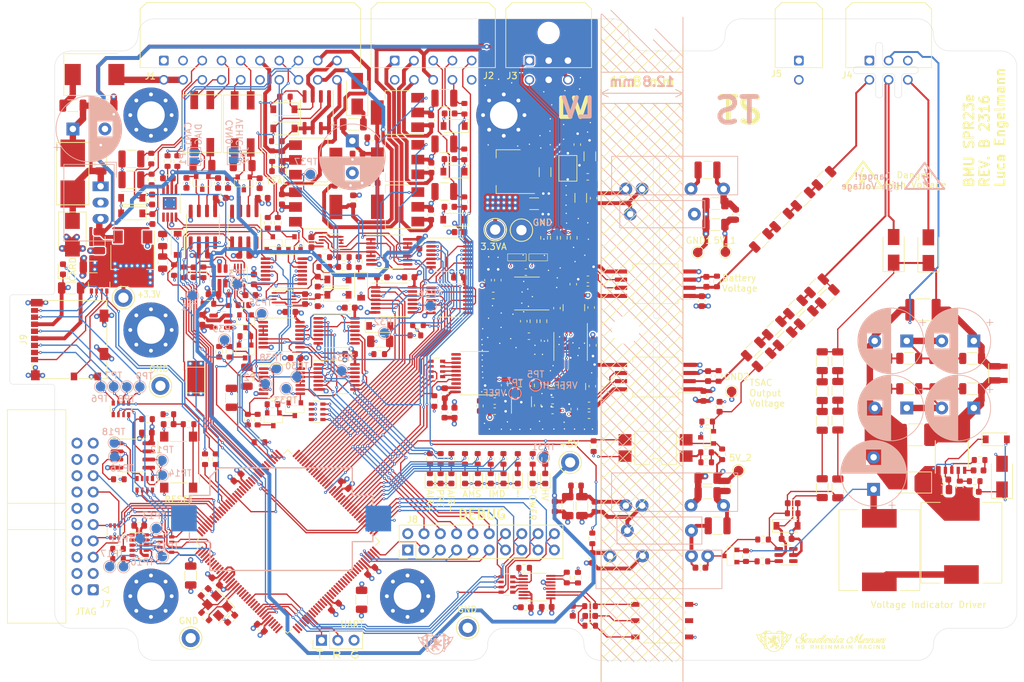
<source format=kicad_pcb>
(kicad_pcb (version 20221018) (generator pcbnew)
  (layers (0 "F.Cu" signal) (1 "In1.Cu" signal) (2 "In2.Cu" signal) (31 "B.Cu" signal) (34 "B.Paste" user) (35 "F.Paste" user) (36 "B.SilkS" user "B.Silkscreen") (37 "F.SilkS" user "F.Silkscreen") (38 "B.Mask" user) (39 "F.Mask" user) (44 "Edge.Cuts" user))
  (net 0 "")
  (net 1 "GND")
  (net 2 "+5V")
  (net 3 "Net-(BT1-+)")
  (net 4 "+3.3V")
  (net 5 "/SC_INPUT")
  (net 6 "Net-(D1-A)")
  (net 7 "/SC_OUTPUT")
  (net 8 "Net-(U2-TRIG)")
  (net 9 "Net-(U8-PTB6{slash}XTAL_A)")
  (net 10 "Net-(U8-PTB7{slash}XTAL_B)")
  (net 11 "+3.3VA")
  (net 12 "Net-(U9A-+)")
  (net 13 "Net-(U9B-+)")
  (net 14 "Net-(U9C-V+)")
  (net 15 "VCC")
  (net 16 "GND1")
  (net 17 "GND2")
  (net 18 "Net-(U10-CH4)")
  (net 19 "/ADC/UBATT_ISO_A")
  (net 20 "/ADC/UBATT_ISO_B")
  (net 21 "/ADC/ULINK_ISO_A")
  (net 22 "/ADC/ULINK_ISO_B")
  (net 23 "+24V")
  (net 24 "/AMS-Master/AIR+_STATE")
  (net 25 "/AMS-Master/AIR-_STATE")
  (net 26 "/AMS-Master/PRE-CHARGE_STATE")
  (net 27 "/AMS-Master/IMD_STATUS")
  (net 28 "/AMS-Master/IMD_MEAS")
  (net 29 "/IO_EMI/IMD_RESET_FILT")
  (net 30 "/IO_EMI/AMS_RESET_FILT")
  (net 31 "/AMS-Master/SC_STATUS")
  (net 32 "/AMS-Master/~{RESET}")
  (net 33 "/AMS-Master/JTAG_TDI")
  (net 34 "/AMS-Master/JTAG_TDO")
  (net 35 "/AMS-Master/JTAG_TCLK")
  (net 36 "/AMS-Master/JTAG_TMS")
  (net 37 "/AIR+")
  (net 38 "/AIR-")
  (net 39 "/PRE-CHARGE")
  (net 40 "Net-(U10-CH5)")
  (net 41 "Net-(U10-REF+)")
  (net 42 "Net-(U10-DVDD)")
  (net 43 "Net-(U10-AVDD)")
  (net 44 "Net-(U11-EN)")
  (net 45 "/SC_RETURN")
  (net 46 "/DISCHARGE")
  (net 47 "Net-(U14-CANL)")
  (net 48 "Net-(U15-CANL)")
  (net 49 "Net-(JP1-A)")
  (net 50 "Net-(JP2-A)")
  (net 51 "Net-(U20-IN)")
  (net 52 "/PRE-CHRG")
  (net 53 "/CAN_H_DIAG")
  (net 54 "/CAN_L_DIAG")
  (net 55 "/CAN_H_VEHIC")
  (net 56 "/CAN_L_VEHIC")
  (net 57 "/AMS-Master/UART0_TX")
  (net 58 "/AMS-Master/UART0_RX")
  (net 59 "Net-(U21-IN)")
  (net 60 "Net-(U19-REF)")
  (net 61 "Net-(U17-Vin+)")
  (net 62 "Net-(U18-Vin+)")
  (net 63 "Net-(U17-Vout+)")
  (net 64 "Net-(U18-Vout+)")
  (net 65 "Net-(C43-Pad2)")
  (net 66 "Net-(U20-VDD2)")
  (net 67 "/AMS_INDICATOR")
  (net 68 "/IMD_INDICATOR")
  (net 69 "Net-(U21-VDD2)")
  (net 70 "/SENS+")
  (net 71 "/SENS-")
  (net 72 "/UBATT+")
  (net 73 "/TSAL/AIR_PLAUSIBLE")
  (net 74 "/AIR+_STATE")
  (net 75 "/AIR-_STATE")
  (net 76 "/PRE-CHARGE_STATE")
  (net 77 "Net-(U23A--)")
  (net 78 "/IMD_RESET")
  (net 79 "/AMS_RESET")
  (net 80 "/ULINK+")
  (net 81 "Net-(U23B--)")
  (net 82 "/AMS-Master/AIR+_INTENT")
  (net 83 "/HVI+")
  (net 84 "/AMS-Master/LED_WARN")
  (net 85 "/AMS-Master/LED_CARD")
  (net 86 "/AMS-Master/LED_IMD_OK")
  (net 87 "/AMS-Master/LED_IMD_FAULT")
  (net 88 "/AMS-Master/LED_AMS_OK")
  (net 89 "/AMS-Master/LED_AMS_FAULT")
  (net 90 "/AMS-Master/PRE-CHARGE_SET")
  (net 91 "/AMS-Master/PRE-CHARGE_~{RESET}")
  (net 92 "/AMS-Master/AIR+_SET")
  (net 93 "/AMS-Master/AIR+_~{RESET}")
  (net 94 "/AMS-Master/AIR-_SET")
  (net 95 "/AMS-Master/AIR-_~{RESET}")
  (net 96 "/ISO_B")
  (net 98 "/ISO_A")
  (net 99 "Net-(U3-Pad3)")
  (net 100 "Net-(U3-Pad7)")
  (net 101 "Net-(U4-Pad3)")
  (net 102 "/AMS-Master/AMS_FAULT")
  (net 103 "Net-(U4-Pad7)")
  (net 104 "/AMS-Master/IMD_RESET_STATUS")
  (net 105 "/AMS-Master/AMS_RESET_STATUS")
  (net 106 "Net-(U23C--)")
  (net 107 "Net-(U23D--)")
  (net 108 "Net-(U34--INB)")
  (net 109 "/AMS-Master/AIR-_INTENT")
  (net 110 "Net-(D30-K)")
  (net 111 "Net-(D32-K)")
  (net 112 "Net-(U35-COMP)")
  (net 113 "Net-(D33-A)")
  (net 114 "Net-(D33-K)")
  (net 115 "Net-(D35-A)")
  (net 116 "Net-(Q4-C)")
  (net 117 "Net-(U36-Vout+)")
  (net 118 "Net-(D36-A)")
  (net 119 "Net-(D2-A)")
  (net 120 "Net-(D3-K)")
  (net 121 "Net-(D3-A)")
  (net 122 "Net-(D4-A)")
  (net 123 "Net-(D5-A)")
  (net 124 "Net-(D6-A)")
  (net 125 "Net-(D7-A)")
  (net 126 "Net-(D8-A)")
  (net 127 "Net-(D9-A)")
  (net 128 "Net-(D14-A)")
  (net 129 "Net-(D15-K)")
  (net 130 "Net-(D17-A)")
  (net 131 "Net-(D18-K)")
  (net 132 "Net-(D27-A)")
  (net 133 "/AMS-Master/CAN0_TX")
  (net 134 "/AMS-Master/CAN0_RX")
  (net 135 "Net-(D28-A)")
  (net 136 "Net-(D29-A)")
  (net 137 "Net-(D37-A)")
  (net 138 "/AMS-Master/CAN1_TX")
  (net 139 "/AMS-Master/CAN1_RX")
  (net 143 "/AMS-Master/PRE_INTENT")
  (net 148 "Net-(J9-DAT2)")
  (net 149 "Net-(J9-DAT3{slash}CD)")
  (net 150 "Net-(J9-CMD)")
  (net 151 "Net-(J9-CLK)")
  (net 152 "Net-(J9-DAT0)")
  (net 153 "/IMD_STATUS")
  (net 154 "/TSAL_SIG")
  (net 155 "/IMD_MEAS")
  (net 156 "Net-(J9-DAT1)")
  (net 157 "Net-(JP1-B)")
  (net 158 "Net-(JP2-B)")
  (net 159 "Net-(Q1-G)")
  (net 160 "Net-(Q1-D)")
  (net 161 "Net-(Q3-G)")
  (net 162 "Net-(Q3-D)")
  (net 163 "Net-(Q4-B)")
  (net 164 "Net-(Q5-D)")
  (net 165 "/TSAL/AIR_PLAUSIBLE_DELAY")
  (net 166 "/HVI/DRAIN")
  (net 167 "/HVI/SW")
  (net 168 "Net-(Q6-D)")
  (net 169 "Net-(Q7-D)")
  (net 170 "Net-(Q8-D)")
  (net 171 "Net-(L4-Pad2)")
  (net 172 "Net-(U2-DIV)")
  (net 173 "Net-(U2-SET)")
  (net 174 "Net-(U6-OUTA)")
  (net 175 "Net-(U6-OUTB)")
  (net 176 "Net-(U8-PTE22)")
  (net 177 "Net-(U9A--)")
  (net 178 "Net-(U9B--)")
  (net 179 "Net-(C46-Pad2)")
  (net 180 "Net-(U10-SDO)")
  (net 181 "Net-(U10-SDI)")
  (net 182 "/TSAL/HV_DET_PLAUS_DLY")
  (net 183 "/TSAL/HV_DET_PLAUSIBLE")
  (net 184 "/TSAL/GREEN_EN")
  (net 185 "/TSAL/AIR+_PLAUSIBLE")
  (net 186 "/TSAL/PRE_PLAUSIBLE")
  (net 187 "/TSAL/AIR-_PLAUSIBLE")
  (net 188 "/TSAL/AIR_ACTIVE")
  (net 189 "/TSAL/AIR+_ACTIVE")
  (net 190 "/TSAL/PRE_ACTIVE")
  (net 191 "/TSAL/AIR-_ACTIVE")
  (net 192 "Net-(U10-SCK)")
  (net 193 "Net-(U10-~{CS})")
  (net 194 "Net-(U13-SDI)")
  (net 195 "Net-(U13-CE)")
  (net 196 "Net-(U13-SCL)")
  (net 197 "Net-(U13-SDO)")
  (net 198 "Net-(U12-MOSI)")
  (net 199 "Net-(U12-SCK)")
  (net 200 "Net-(U12-~{CS})")
  (net 201 "Net-(U12-MISO)")
  (net 202 "/TS_ISO/VCC_UBATT_ISO")
  (net 203 "/TS_ISO/VCC_ULINK_ISO")
  (net 204 "Net-(U12-~{WP})")
  (net 205 "Net-(U12-~{HOLD})")
  (net 206 "Net-(U13-CLKOE)")
  (net 207 "Net-(U16-~{CS})")
  (net 208 "Net-(U16-SCK)")
  (net 209 "Net-(R50-Pad2)")
  (net 210 "Net-(U16-MISO)")
  (net 211 "Net-(U16-MOSI)")
  (net 212 "Net-(U16-ICMP)")
  (net 213 "Net-(U16-IBIAS)")
  (net 214 "Net-(U16-IM)")
  (net 215 "Net-(U16-IP)")
  (net 216 "Net-(U19-K)")
  (net 217 "/AMS-Master/CLKOUT_RTC")
  (net 218 "Net-(U20-OUT+)")
  (net 219 "/AMS-Master/~{CS_ADC}")
  (net 220 "/AMS-Master/~{IRQ_ADC}")
  (net 221 "/AMS-Master/SCK_ADC")
  (net 222 "/AMS-Master/MISO_ADC")
  (net 223 "/AMS-Master/MOSI_ADC")
  (net 224 "/AMS-Master/MOSI_SLAVES")
  (net 225 "/AMS-Master/MISO_SLAVES")
  (net 226 "/AMS-Master/SCK_SLAVES")
  (net 227 "/AMS-Master/~{CS_SLAVES}")
  (net 228 "Net-(U20-OUT-)")
  (net 229 "Net-(U21-OUT+)")
  (net 230 "Net-(U21-OUT-)")
  (net 231 "/AMS-Master/DEBUG_9")
  (net 232 "/AMS-Master/DEBUG_5")
  (net 233 "/AMS-Master/DEBUG_6")
  (net 234 "/AMS-Master/DEBUG_7")
  (net 235 "/AMS-Master/DEBUG_8")
  (net 236 "/AMS-Master/DEBUG_1")
  (net 237 "/AMS-Master/DEBUG_2")
  (net 238 "/AMS-Master/DEBUG_3")
  (net 239 "/AMS-Master/DEBUG_4")
  (net 240 "/ADC/VREF_H")
  (net 241 "Net-(U35-FB)")
  (net 242 "Net-(U34-OUTB)")
  (net 243 "Net-(U29B-~{R})")
  (net 244 "Net-(C77-Pad1)")
  (net 245 "Net-(U40-IN)")
  (net 246 "Net-(U2-OUT)")
  (net 250 "/Shutdown/~{INHIBIT}")
  (net 253 "Net-(R101-Pad2)")
  (net 257 "Net-(R20-Pad2)")
  (net 259 "Net-(R54-Pad2)")
  (net 260 "Net-(R59-Pad2)")
  (net 273 "/IO_EMI/SC_RET_FILT")
  (net 283 "Net-(R51-Pad2)")
  (net 285 "Net-(R56-Pad2)")
  (net 286 "Net-(R61-Pad2)")
  (net 288 "Net-(R67-Pad2)")
  (net 289 "/AMS-Master/TSAC_VOLTAGE_PRESENT")
  (net 299 "Net-(R102-Pad2)")
  (net 302 "Net-(R49-Pad2)")
  (net 303 "Net-(R55-Pad2)")
  (net 304 "Net-(R60-Pad2)")
  (net 311 "Net-(R96-Pad2)")
  (net 312 "Net-(R97-Pad2)")
  (net 317 "Net-(R95-Pad2)")
  (net 319 "Net-(R100-Pad2)")
  (net 320 "Net-(R104-Pad2)")
  (net 321 "Net-(R106-Pad2)")
  (net 323 "Net-(U27-Pad9)")
  (net 324 "Net-(U27-Pad8)")
  (net 333 "Net-(U37-Pad2)")
  (net 334 "Net-(U37-Pad13)")
  (net 335 "Net-(U37-Pad12)")
  (net 338 "Net-(U28A-~{R})")
  (net 339 "Net-(U28B-~{R})")
  (net 340 "/AMS-Master/~{CARD_DETECT}")
  (net 341 "/AMS-Master/~{IRQ_RTC}")
  (net 342 "/AMS-Master/~{CS_CARD}")
  (net 343 "/AMS-Master/SPI2_MOSI")
  (net 344 "/AMS-Master/SPI2_SCK")
  (net 345 "/AMS-Master/SPI2_MISO")
  (net 346 "/AMS-Master/CS_RTC")
  (net 347 "/AMS-Master/~{CS_EEPROM}")
  (net 348 "Net-(U29A-~{R})")
  (net 349 "Net-(C106-Pad2)")
  (net 350 "Net-(C108-Pad2)")
  (net 351 "Net-(C111-Pad2)")
  (net 355 "Net-(R109-Pad2)")
  (net 356 "Net-(R111-Pad2)")
  (net 358 "Net-(U32-IN)")
  (net 359 "Net-(U33-IN)")
  (net 360 "Net-(U1-Pad10)")
  (net 361 "Net-(U41-Pad2)")
  (net 362 "Net-(U31-IN)")
  (net 363 "Net-(TP3-Pad1)")
  (net 365 "Net-(U42-IN)")
  (net 366 "/AMS-Master/AUTO_RESET_EN")
  (footprint "Scuderia:Scuderia-Logo-Klein" (layer "F.Cu") (at 199.0852 147.1422)
    (fp_text reference "S1" hide)
    (fp_text value "SYMBOL")
  )
  (footprint "Resistor_SMD:R_1206_3216Metric" (layer "F.Cu") (at 202.0824 112.6236 -90)
    (fp_text reference "R97" hide)
    (fp_text value "470k")
  )
  (footprint "Package_TO_SOT_SMD:SOT-23-5" (layer "F.Cu") (at 105.9 97.2 180)
    (fp_text reference "U43" hide)
    (fp_text value "74LVC1G08")
  )
  (footprint "Capacitor_SMD:C_0603_1608Metric" (layer "F.Cu") (at 163.4744 143.0782)
    (fp_text reference "C46" hide)
    (fp_text value "10n")
  )
  (footprint "Resistor_SMD:R_0603_1608Metric" (layer "F.Cu") (at 143.8402 71.12 -90)
    (fp_text reference "R83" hide)
    (fp_text value "10k")
  )
  (footprint "Package_SO:TSSOP-14_4.4x5mm_P0.65mm" (layer "F.Cu") (at 123.939 105.8164)
    (fp_text reference "U38" hide)
    (fp_text value "SN74HCS7266QPWR")
  )
  (footprint "TestPoint:TestPoint_Pad_D1.5mm" (layer "F.Cu") (at 180.2384 86.4108)
    (fp_text reference "TP21" hide)
    (fp_text value "GND_ISO_1")
  )
  (footprint "Scuderia:SOT-23" (layer "F.Cu") (at 109.7382 97.139 180)
    (fp_text reference "Q6" hide)
    (fp_text value "SQ2308CES")
  )
  (footprint "Resistor_SMD:R_0603_1608Metric" (layer "F.Cu") (at 103.9622 94.4118 180)
    (fp_text reference "R5" hide)
    (fp_text value "20k")
  )
  (footprint "Capacitor_SMD:C_0603_1608Metric" (layer "F.Cu") (at 141.5542 64.7446 180)
    (fp_text reference "C88" hide)
    (fp_text value "1n")
  )
  (footprint "Resistor_SMD:R_0603_1608Metric" (layer "F.Cu") (at 183.4896 105.664 90)
    (fp_text reference "R58" hide)
    (fp_text value "10k 0.1%")
  )
  (footprint "Capacitor_SMD:C_0603_1608Metric" (layer "F.Cu") (at 153.4414 89.4842 180)
    (fp_text reference "C20" hide)
    (fp_text value "10n")
  )
  (footprint "Package_TO_SOT_SMD:TSOT-23-6" (layer "F.Cu") (at 105.6894 90.0684 -90)
    (fp_text reference "U2" hide)
    (fp_text value "LTC6993HS6-2")
  )
  (footprint "Resistor_SMD:R_0603_1608Metric" (layer "F.Cu") (at 107.1118 93.853 -90)
    (fp_text reference "R4" hide)
    (fp_text value "51k")
  )
  (footprint "Resistor_SMD:R_1206_3216Metric" (layer "F.Cu") (at 200.4314 93.2688 -135)
    (fp_text reference "R59" hide)
    (fp_text value "680k")
  )
  (footprint "Resistor_SMD:R_0603_1608Metric" (layer "F.Cu") (at 103.46852 143.132423 135)
    (fp_text reference "R19" hide)
    (fp_text value "1M")
  )
  (footprint "Scuderia:SOT-23" (layer "F.Cu") (at 117.3734 84.963)
    (fp_text reference "Q1" hide)
    (fp_text value "SQ2308CES")
  )
  (footprint "Scuderia:SOT-23" (layer "F.Cu") (at 185.3438 133.731 90)
    (fp_text reference "Q4" hide)
    (fp_text value "BC857C")
  )
  (footprint "Resistor_SMD:R_1206_3216Metric" (layer "F.Cu") (at 198.7804 91.6178 -135)
    (fp_text reference "R54" hide)
    (fp_text value "750k 0.1%")
  )
  (footprint "Scuderia:0154xxxxxxx" (layer "F.Cu") (at 82.804 74.1172 90)
    (fp_text reference "F1" hide)
    (fp_text value "2A")
  )
  (footprint "TestPoint:TestPoint_Keystone_5010-5014_Multipurpose" (layer "F.Cu") (at 152.7556 82.931)
    (fp_text reference "TP27" hide)
    (fp_text value "GND")
  )
  (footprint "Resistor_SMD:R_1206_3216Metric" (layer "F.Cu") (at 199.644 112.667157 -90)
    (fp_text reference "R102" hide)
    (fp_text value "470k")
  )
  (footprint "TestPoint:TestPoint_Keystone_5010-5014_Multipurpose" (layer "F.Cu") (at 101.1936 146.5326)
    (fp_text reference "TP26" hide)
    (fp_text value "GND")
  )
  (footprint "Diode_SMD:D_SOD-123" (layer "F.Cu") (at 142.2654 66.7004 180)
    (fp_text reference "D20" hide)
    (fp_text value "ZD3V3")
  )
  (footprint "Resistor_SMD:R_0603_1608Metric" (layer "F.Cu") (at 136.6266 97.7392)
    (fp_text reference "R82" hide)
    (fp_text value "10k")
  )
  (footprint "Resistor_SMD:R_Array_Convex_4x0603" (layer "F.Cu") (at 90.3224 110.7948 -90)
    (fp_text reference "R34" hide)
    (fp_text value "22R")
  )
  (footprint "Resistor_SMD:R_0603_1608Metric" (layer "F.Cu") (at 149.9494 118.5927 -90)
    (fp_text reference "R15" hide)
    (fp_text value "330R")
  )
  (footprint "Capacitor_SMD:C_0603_1608Metric" (layer "F.Cu") (at 116.7384 95.6818 180)
    (fp_text reference "C118" hide)
    (fp_text value "100n")
  )
  (footprint "Capacitor_SMD:C_0603_1608Metric" (layer "F.Cu") (at 224.0174 120.3936)
    (fp_text reference "C111" hide)
    (fp_text value "1n")
  )
  (footprint "Capacitor_SMD:C_1206_3216Metric" (layer "F.Cu") (at 181.7772 123.8988 180)
    (fp_text reference "C63" hide)
    (fp_text value "10u")
  )
  (footprint "Capacitor_SMD:C_1206_3216Metric" (layer "F.Cu") (at 127.8382 140.5618 -90)
    (fp_text reference "C19" hide)
    (fp_text value "10u")
  )
  (footprint "MountingHole:MountingHole_4.3mm_M4_ISO14580" (layer "F.Cu") (at 200 65)
    (fp_text reference "H8" hide)
    (fp_text value "~")
  )
  (footprint "Capacitor_SMD:C_0603_1608Metric" (layer "F.Cu") (at 161.4678 69.596 90)
    (fp_text reference "C54" hide)
    (fp_text value "100n")
  )
  (footprint "Capacitor_SMD:C_0603_1608Metric" (layer "F.Cu") (at 150.1288 107.097 -90)
    (fp_text reference "C26" hide)
    (fp_text value "100n")
  )
  (footprint "Capacitor_SMD:C_0603_1608Metric" (layer "F.Cu") (at 160.7566 142.2908 90)
    (fp_text reference "C43" hide)
    (fp_text value "10n")
  )
  (footprint "LED_SMD:LED_0603_1608Metric" (layer "F.Cu") (at 154.5082 121.6405 90)
    (fp_text reference "D17" hide)
    (fp_text value "Power")
  )
  (footprint "Scuderia:SOT-23" (layer "F.Cu") (at 155.3718 87.1728 180)
    (fp_text reference "D10" hide)
    (fp_text value "BAV199")
  )
  (footprint "Capacitor_SMD:C_1206_3216Metric" (layer "F.Cu") (at 159.9692 125.9586 -90)
    (fp_text reference "C52" hide)
    (fp_text value "10u")
  )
  (footprint "LED_SMD:LED_0603_1608Metric" (layer "F.Cu") (at 152.1846 121.646792 90)
    (fp_text reference "D5" hide)
    (fp_text value "WARNING")
  )
  (footprint "Resistor_SMD:R_0603_1608Metric" (layer "F.Cu") (at 181.5338 117.5766 180)
    (fp_text reference "R68" hide)
    (fp_text value "680R")
  )
  (footprint "Diode_SMD:D_SMB" (layer "F.Cu") (at 82.7532 83.6422 -90)
    (fp_text reference "D16" hide)
    (fp_text value "ZD27V")
  )
  (footprint "Resistor_SMD:R_0603_1608Metric" (layer "F.Cu") (at 159.8248 137.091799 90)
    (fp_text reference "R43" hide)
    (fp_text value "2k8")
  )
  (footprint "Diode_SMD:D_SOD-123" (layer "F.Cu") (at 142.24 73.8124 180)
    (fp_text reference "D19" hide)
    (fp_text value "ZD3V3")
  )
  (footprint "Package_DIP:SMDIP-4_W9.53mm" (layer "F.Cu") (at 173.6696 116.8912 180)
    (fp_text reference "U22" hide)
    (fp_text value "LTV-817S")
  )
  (footprint "Package_SO:SSO-8_6.8x5.9mm_P1.27mm_Clearance8mm" (layer "F.Cu") (at 173.6238 91.2852 180)
    (fp_text reference "U20" hide)
    (fp_text value "ACPL-C87B")
  )
  (footprint "TestPoint:TestPoint_Pad_D1.5mm" (layer "F.Cu") (at 185.5216 108.077)
    (fp_text reference "TP22" hide)
    (fp_text value "GND_ISO_2")
  )
  (footprint "Diode_SMD:D_SMA" (layer "F.Cu") (at 210.784 86.002 90)
    (fp_text reference "D30" hide)
    (fp_text value "US1M")
  )
  (footprint "Resistor_SMD:R_0603_1608Metric" (layer "F.Cu") (at 125.0696 87.1474 180)
    (fp_text reference "R79" hide)
    (fp_text value "10k")
  )
  (footprint "Inductor_SMD:L_0603_1608Metric" (layer "F.Cu") (at 157.607 109.4994 180)
    (fp_text reference "FB4" hide)
    (fp_text value "600R@100M")
  )
  (footprint "Capacitor_SMD:C_0603_1608Metric" (layer "F.Cu") (at 103.0986 86.8822 180)
    (fp_text reference "C39" hide)
    (fp_text value "100n")
  )
  (footprint "Resistor_SMD:R_0603_1608Metric" (layer "F.Cu") (at 100.1268 89.5096 90)
    (fp_text reference "R3" hide)
    (fp_text value "10k")
  )
  (footprint "Capacitor_SMD:C_0603_1608Metric" (layer "F.Cu") (at 93.1672 129.0066)
    (fp_text reference "C35" hide)
    (fp_text value "100n")
  )
  (footprint "Capacitor_SMD:C_0603_1608Metric" (layer "F.Cu") (at 143.1036 83.2358 180)
    (fp_text reference "C86" hide)
    (fp_text value "100n")
  )
  (footprint "Resistor_SMD:R_0603_1608Metric" (layer "F.Cu") (at 195.0466 127.0762)
    (fp_text reference "R99" hide)
    (fp_text value "13k7")
  )
  (footprint "Capacitor_SMD:C_1206_3216Metric" (layer "F.Cu") (at 87.7316 63.5)
    (fp_text reference "C78" hide)
    (fp_text value "10u")
  )
  (footprint "Capacitor_SMD:C_0805_2012Metric" (layer "F.Cu") (at 218.4548 123.3908 180)
    (fp_text reference "C113" hide)
    (fp_text value "2u2")
  )
  (footprint "Resistor_SMD:R_0603_1608Metric" (layer "F.Cu") (at 107.2388 101.8916 90)
    (fp_text reference "R123" hide)
    (fp_text value "100R")
  )
  (footprint "Resistor_SMD:R_1206_3216Metric" (layer "F.Cu") (at 199.644 108.033345 -90)
    (fp_text reference "R101" hide)
    (fp_text value "470k")
  )
  (footprint "Connector_Molex:Molex_Micro-Fit_3.0_43045-2000_2x10_P3.00mm_Horizontal" (layer "F.Cu") (at 97 56.5)
    (fp_text reference "J1")
    (fp_text value "LV_IO")
  )
  (footprint "Scuderia:SOT-23" (layer "F.Cu") (at 114.0714 112.4204 180)
    (fp_text reference "Q7" hide)
    (fp_text value "BSS84AK")
  )
  (footprint "Resistor_SMD:R_0603_1608Metric" (layer "F.Cu") (at 224.1804 118.7704 180)
    (fp_text reference "R115" hide)
    (fp_text value "2k8")
  )
  (footprint "Package_SO:MSOP-16_3x4.039mm_P0.5mm" (layer "F.Cu") (at 155.185599 138.5784)
    (fp_text reference "U16" hide)
    (fp_text value "LTC6820")
  )
  (footprint "Resistor_SMD:R_0603_1608Metric" (layer "F.Cu") (at 127.381 87.9094 -90)
    (fp_text reference "R90" hide)
    (fp_text value "10k")
  )
  (footprint "Capacitor_SMD:C_0603_1608Metric" (layer "F.Cu") (at 180.6596 135.5574 180)
    (fp_text reference "C116" hide)
    (fp_text value "100n")
  )
  (footprint "Capacitor_SMD:C_0603_1608Metric" (layer "F.Cu") (at 95.1738 78.1558 -90)
    (fp_text reference "C90" hide)
    (fp_text value "1n")
  )
  (footprint "Scuderia:SOT-23" (layer "F.Cu") (at 117.4242 110.8456 180)
    (fp_text reference "Q5" hide)
    (fp_text value "SQ2308CES")
  )
  (footprint "Capacitor_SMD:C_0603_1608Metric" (layer "F.Cu") (at 105.8672 77.9018)
    (fp_text reference "C38" hide)
    (fp_text value "100n")
  )
  (footprint "Resistor_SMD:R_0603_1608Metric" (layer "F.Cu") (at 98.6028 89.154 90)
    (fp_text reference "R1" hide)
    (fp_text value "1M")
  )
  (footprint "Resistor_SMD:R_1206_3216Metric" (layer "F.Cu") (at 213.2076 102.9208 180)
    (fp_text reference "R106" hide)
    (fp_text value "470k")
  )
  (footprint "Connector_PinHeader_2.54mm:PinHeader_2x10_P2.54mm_Vertical" (layer "F.Cu") (at 135.0314 132.7962 90)
    (fp_text reference "J8")
    (fp_text value "DEBUG")
  )
  (footprint "Resistor_SMD:R_0603_1608Metric" (layer "F.Cu") (at 147.9682 118.5927 -90)
    (fp_text reference "R16" hide)
    (fp_text value "1k2")
  )
  (footprint "Resistor_SMD:R_0603_1608Metric" (layer "F.Cu") (at 105.1052 118.6434 90)
    (fp_text reference "R22" hide)
    (fp_text value "10k")
  )
  (footprint "Connector_PinHeader_2.54mm:PinHeader_1x03_P2.54mm_Vertical" (layer "F.Cu") (at 121.5898 146.8628 90)
    (fp_text reference "J6" hide)
    (fp_text value "UART")
  )
  (footprint "Resistor_SMD:R_0603_1608Metric" (layer "F.Cu") (at 221.0964 122.8828 -90)
    (fp_text reference "R114" hide)
    (fp_text value "3k3")
  )
  (footprint "Package_SO:SOIC-8_3.9x4.9mm_P1.27mm" (layer "F.Cu") (at 120.8532 64.5668 -90)
    (fp_text reference "Q2" hide)
    (fp_text value "DMPH6050SSDQ-13")
  )
  (footprint "Capacitor_SMD:C_0603_1608Metric" (layer "F.Cu") (at 156.337 100.1522 90)
    (fp_text reference "C23" hide)
    (fp_text value "10n")
  )
  (footprint "Package_SON:RTC_SMD_MicroCrystal_C3_2.5x3.7mm" (layer "F.Cu") (at 93.1594 132.0418)
    (fp_text reference "U13" hide)
    (fp_text value "RV-3149-C3")
  )
  (footprint "Resistor_SMD:R_0603_1608Metric" (layer "F.Cu") (at 130.5814 102.2604)
    (fp_text reference "R119" hide)
    (fp_text value "10k")
  )
  (footprint "Connector_Molex:Molex_Micro-Fit_3.0_43045-0600_2x03_P3.00mm_Horizontal" (layer "F.Cu") (at 207 56.5)
    (fp_text reference "J4")
    (fp_text value "TS")
  )
  (footprint "Capacitor_SMD:C_0603_1608Metric" (layer "F.Cu") (at 153.924 99.4664 180)
    (fp_text reference "C24" hide)
    (fp_text value "10n")
  )
  (footprint "Resistor_SMD:R_0603_1608Metric" (layer "F.Cu") (at 190.4238 131.1656 180)
    (fp_text reference "R108" hide)
    (fp_text value "1M")
  )
  (footprint "Capacitor_SMD:C_0603_1608Metric" (layer "F.Cu") (at 103.36692 139.373223 45)
    (fp_text reference "C10" hide)
    (fp_text value "12p")
  )
  (footprint "Resistor_SMD:R_0603_1608Metric" (layer "F.Cu") (at 115.8748 62.1284 180)
    (fp_text reference "R7" hide)
    (fp_text value "10k")
  )
  (footprint "Resistor_SMD:R_1206_3216Metric" (layer "F.Cu") (at 192.1764 98.1964 -135)
    (fp_text reference "R56" hide)
    (fp_text value "750k 0.1%")
  )
  (footprint "MountingHole:MountingHole_4.3mm_M4_ISO14580" (layer "F.Cu") (at 190 140)
    (fp_text reference "H10" hide)
    (fp_text value "~")
  )
  (footprint "Scuderia:SOT-23" (layer "F.Cu") (at 113.9952 84.963)
    (fp_text reference "Q3" hide)
    (fp_text value "SQ2308CES")
  )
  (footprint "Resistor_SMD:R_0603_1608Metric" (layer "F.Cu") (at 95.0976 75.0316 -90)
    (fp_text reference "R87" hide)
    (fp_text value "10k")
  )
  (footprint "Capacitor_SMD:C_0603_1608Metric" (layer "F.Cu") (at 138.658599 80.543399 90)
    (fp_text reference "C102" hide)
    (fp_text value "1n")
  )
  (footprint "Package_SO:TSSOP-14_4.4x5mm_P0.65mm" (layer "F.Cu") (at 141.5288 93.8784)
    (fp_text reference "U28" hide)
    (fp_text value "SN74LVC74AQPW")
  )
  (footprint "Capacitor_SMD:C_0603_1608Metric" (layer "F.Cu") (at 149.072 90.7288 90)
    (fp_text reference "C22" hide)
    (fp_text value "100n")
  )
  (footprint "Resistor_SMD:R_1210_3225Metric" (layer "F.Cu") (at 91.948 75.0824)
    (fp_text reference "R78" hide)
    (fp_text value "2k2")
  )
  (footprint "Resistor_SMD:R_0603_1608Metric" (layer "F.Cu") (at 163.449 141.5542)
    (fp_text reference "R48" hide)
    (fp_text value "51R")
  )
  (footprint "Capacitor_SMD:C_0603_1608Metric" (layer "F.Cu") (at 125.9964 95.0214 180)
    (fp_text reference "C120" hide)
    (fp_text value "100n")
  )
  (footprint "Diode_SMD:D_SOD-123" (layer "F.Cu") (at 91.9988 77.9018 180)
    (fp_text reference "D22" hide)
    (fp_text value "ZD3V3")
  )
  (footprint "Capacitor_SMD:C_0603_1608Metric" (layer "F.Cu") (at 138.6836 65.811399 90)
    (fp_text reference "C101" hide)
    (fp_text value "1n")
  )
  (footprint "Capacitor_SMD:C_0603_1608Metric" (layer "F.Cu") (at 180.8628 94.003 -90)
    (fp_text reference "C66" hide)
    (fp_text value "100n")
  )
  (footprint "Resistor_SMD:R_1206_3216Metric" (layer "F.Cu") (at 202.0824 123.19 -90)
    (fp_text reference "R98" hide)
    (fp_text value "470k")
  )
  (footprint "Capacitor_SMD:C_1206_3216Metric" (layer "F.Cu") (at 163.4236 71.4248 90)
    (fp_text reference "C51" hide)
    (fp_text value "10u")
  )
  (footprint "Resistor_SMD:R_1206_3216Metric" (layer "F.Cu") (at 193.3448 81.3816 -135)
    (fp_text reference "R51" hide)
    (fp_text value "750k 0.1%")
  )
  (footprint "Resistor_SMD:R_0603_1608Metric" (layer "F.Cu") (at 95.0468 71.7804 -90)
    (fp_text reference "R86" hide)
    (fp_text value "10k")
  )
  (footprint "Capacitor_SMD:C_0603_1608Metric" (layer "F.Cu") (at 155.2956 110.2614 -90)
    (fp_text reference "C30" hide)
    (fp_text value "100n")
  )
  (footprint "Button_Switch_SMD:SW_Push_1P1T_NO_6x6mm_H9.5mm" (layer "F.Cu") (at 99.314 119.1006 90)
    (fp_text reference "SW1" hide)
    (fp_text value "MCU Reset")
  )
  (footprint "Package_TO_SOT_SMD:SOT-363_SC-70-6" (layer "F.Cu") (at 89.3318 129.921 -90)
    (fp_text reference "U7" hide)
    (fp_text value "IP4220CZ6")
  )
  (footprint "Scuderia:SHIELD_FINGER_TE_1734303-1" (layer "F.Cu") (at 160 73 90)
    (fp_text reference "N1" hide)
    (fp_text value "SHIELD")
  )
  (footprint "Resistor_SMD:R_0603_1608Metric" (layer "F.Cu") (at 97.5868 72.1614 90)
    (fp_text reference "R10" hide)
    (fp_text value "180R")
  )
  (footprint "Diode_SMD:D_SOD-123" (layer "F.Cu") (at 99.1616 85.1408 -90)
    (fp_text reference "D1" hide)
    (fp_text value "1N4148")
  )
  (footprint "LED_SMD:LED_0603_1608Metric" (layer "F.Cu") (at 81.28 89.027 90)
    (fp_text reference "D4" hide)
    (fp_text value "CARD_ACCESS")
  )
  (footprint "Capacitor_SMD:C_0603_1608Metric" (layer "F.Cu") (at 181.1274 108.7882 -90)
    (fp_text reference "C67" hide)
    (fp_text value "100n")
  )
  (footprint "Capacitor_SMD:C_0603_1608Metric" (layer "F.Cu") (at 153.1112 97.1296 90)
    (fp_text reference "C25" hide)
    (fp_text value "10n")
  )
  (footprint "Capacitor_SMD:C_0603_1608Metric" (layer "F.Cu") (at 121.0056 94.0054 -90)
    (fp_text reference "C93" hide)
    (fp_text value "100n")
  )
  (footprint "Capacitor_SMD:C_0603_1608Metric" (layer "F.Cu") (at 95.2246 81.2038 -90)
    (fp_text reference "C91" hide)
    (fp_text value "1n")
  )
  (footprint "Connector_Molex:Molex_Micro-Fit_3.0_43045-1000_2x05_P3.00mm_Horizontal" (layer "F.Cu") (at 133 56.5)
    (fp_text reference "J2")
    (fp_text value "LV ACCU")
  )
  (footprint "Capacitor_SMD:C_0603_1608Metric" (layer "F.Cu") (at 153.4414 141.732 180)
    (fp_text reference "C41" hide)
    (fp_text value "100n")
  )
  (footprint "Resistor_SMD:R_0603_1608Metric" (layer "F.Cu") (at 109.7026 99.4664)
    (fp_text reference "R121" hide)
    (fp_text value "1k")
  )
  (footprint "Package_SO:TSSOP-14_4.4x5mm_P0.65mm" (layer "F.Cu") (at 141.5288 86.7664)
    (fp_text reference "U29" hide)
    (fp_text value "SN74LVC74AQPW")
  )
  (footprint "Package_SO:TSSOP-14_4.4x5mm_P0.65mm" (layer "F.Cu") (at 115.7224 89.3318 180)
    (fp_text reference "U5" hide)
    (fp_text value "SN74LVC74AQPW")
  )
  (footprint "Scuderia:B82793C0" (layer "F.Cu") (at 102.997 66.3194 90)
    (fp_text reference "FL1" hide)
    (fp_text value "B82793C0475N265")
  )
  (footprint "Scuderia:SOT-23" (layer "F.Cu") (at 109.6772 101.854 180)
    (fp_text reference "Q8" hide)
    (fp_text value "BSS84AK")
  )
  (footprint "Resistor_SMD:R_Array_Convex_4x0603" (layer "F.Cu") (at 86.9188 91.5162 90)
    (fp_text reference "R37" hide)
    (fp_text value "10k")
  )
  (footprint "Resistor_SMD:R_0603_1608Metric" (layer "F.Cu") (at 181.7116 112.776 180)
    (fp_text reference "R63" hide)
    (fp_text value "137k")
  )
  (footprint "Resistor_SMD:R_0603_1608Metric" (layer "F.Cu") (at 143.8656 64.008 -90)
    (fp_text reference "R84" hide)
    (fp_text value "10k")
  )
  (footprint "Capacitor_SMD:C_1206_3216Metric" (layer "F.Cu") (at 86.9442 84.6582 -90)
    (fp_text reference "C81" hide)
    (fp_text value "10u")
  )
  (footprint "Resistor_SMD:R_1206_3216Metric" (layer "F.Cu") (at 188.8892 101.4706 -135)
    (fp_text reference "R57" hide)
    (fp_text value "750k 0.1%")
  )
  (footprint "Diode_SMD:D_SMC" (layer "F.Cu") (at 86.2076 58.674)
    (fp_text reference "D15" hide)
    (fp_text value "S3M")
  )
  (footprint "Resistor_SMD:R_1206_3216Metric" (layer "F.Cu") (at 202.064439 103.373936 -90)
    (fp_text reference "R95" hide)
    (fp_text value "470k")
  )
  (footprint "Inductor_SMD:L_0603_1608Metric" (layer "F.Cu") (at 184.8866 122.809 90)
    (fp_text reference "FB8" hide)
    (fp_text value "600R@100M")
  )
  (footprint "Package_TO_SOT_SMD:SOT-23-6" (layer "F.Cu") (at 194.0052 133.5786 180)
    (fp_text reference "U34" hide)
    (fp_text value "LT6700-1")
  )
  (footprint "Capacitor_SMD:C_1206_3216Metric" (layer "F.Cu") (at 85.9282 88.6714 180)
    (fp_text reference "C83" hide)
    (fp_text value "10u")
  )
  (footprint "Capacitor_SMD:C_0603_1608Metric" (layer "F.Cu") (at 163.8046 107.2642 90)
    (fp_text reference "C75" hide)
    (fp_text value "10n")
  )
  (footprint "Capacitor_SMD:C_0603_1608Metric" (layer "F.Cu") (at 141.5288 71.8566 180)
    (fp_text reference "C87" hide)
    (fp_text value "1n")
  )
  (footprint "Resistor_SMD:R_0603_1608Metric" (layer "F.Cu") (at 184.0378 117.879 90)
    (fp_text reference "R66" hide)
    (fp_text value "680R")
  )
  (footprint "Capacitor_SMD:C_0603_1608Metric" (layer "F.Cu") (at 157.607 111.0488 180)
    (fp_text reference "C33" hide)
    (fp_text value "100n")
  )
  (footprint "Capacitor_SMD:C_1206_3216Metric" (layer "F.Cu") (at 87.1728 72.2376 90)
    (fp_text reference "C79" hide)
    (fp_text value "10u")
  )
  (footprint "Package_TO_SOT_SMD:SOT-23-5" (layer "F.Cu") (at 152.7556 109.6896 90)
    (fp_text reference "U11" hide)
    (fp_text value "REF4132B25DBVR")
  )
  (footprint "Resistor_SMD:R_0603_1608Metric" (layer "F.Cu") (at 155.2956 107.1372 -90)
    (fp_text reference "R30" hide)
    (fp_text value "22k 0.1%")
  )
  (footprint "LED_SMD:LED_0603_1608Metric" (layer "F.Cu") (at 149.9672 121.6406 90)
    (fp_text reference "D6" hide)
    (fp_text value "IMD_OK")
  )
  (footprint "Diode_SMD:D_SOD-123" (layer "F.Cu") (at 115.7224 67.0814 180)
    (fp_text reference "D3" hide)
    (fp_text value "ZD12V")
  )
  (footprint "Capacitor_SMD:C_0603_1608Metric" (layer "F.Cu") (at 157.9626 126.0094 -90)
    (fp_text reference "C55" hide)
    (fp_text value "100n")
  )
  (footprint "Resistor_SMD:R_1206_3216Metric" (layer "F.Cu") (at 199.644 103.363612 -90)
    (fp_text reference "R100" hide)
    (fp_text value "470k")
  )
  (footprint "Inductor_SMD:L_1206_3216Metric" (layer "F.Cu") (at 126.5428 66.4464 180)
    (fp_text reference "L2" hide)
    (fp_text value "4u7")
  )
  (footprint "Resistor_SMD:R_Array_Convex_4x0603" (layer "F.Cu") (at 94.0308 122.555 90)
    (fp_text reference "R36" hide)
    (fp_text value "22R")
  )
  (footprint "Capacitor_SMD:C_0805_2012Metric" (layer "F.Cu") (at 96.8248 87.995799 -90)
    (fp_text reference "C1" hide)
    (fp_text value "2u2")
  )
  (footprint "Capacitor_SMD:C_0603_1608Metric" (layer "F.Cu") (at 160.8328 91.3638 90)
    (fp_text reference "C70" hide)
    (fp_text value "100n")
  )
  (footprint "Capacitor_SMD:C_0603_1608Metric" (layer "F.Cu") (at 129.5654 75.5904 180)
    (fp_text reference "C99" hide)
    (fp_text value "100n")
  )
  (footprint "Inductor_SMD:L_0603_1608Metric" (layer "F.Cu") (at 163.2966 111.7854)
    (fp_text reference "FB10" hide)
    (fp_text value "600R@100M")
  )
  (footprint "Capacitor_SMD:C_0603_1608Metric" (layer "F.Cu") (at 160.9852 110.8202 90)
    (fp_text reference "C71" hide)
    (fp_text value "100n")
  )
  (footprint "Capacitor_SMD:C_1206_3216Metric" (layer "F.Cu") (at 182.9964 78.7884 180)
    (fp_text reference "C62" hide)
    (fp_text value "10u")
  )
  (footprint "Capacitor_SMD:C_0603_1608Metric" (layer "F.Cu") (at 104.7496 92.9132 180)
    (fp_text reference "C4" hide)
    (fp_text value "100n")
  )
  (footprint "Capacitor_SMD:C_1206_3216Metric" (layer "F.Cu") (at 162.179 125.9586 -90)
    (fp_text reference "C57" hide)
    (fp_text value "10u")
  )
  (footprint "Capacitor_SMD:C_0603_1608Metric" (layer "F.Cu") (at 138.7094 73.2028 90)
    (fp_text reference "C100" hide)
    (fp_text value "1n")
  )
  (footprint "Capacitor_SMD:C_0603_1608Metric" (layer "F.Cu") (at 107.0102 75.5904 90)
    (fp_text reference "C48" hide)
    (fp_text value "100p")
  )
  (footprint "Package_TO_SOT_SMD:SOT-223" (layer "F.Cu") (at 133.4516 79.2988 180)
    (fp_text reference "U33" hide)
    (fp_text value "ITS4200S-ME-P")
  )
  (footprint "Resistor_SMD:R_0603_1608Metric" (layer "F.Cu") (at 113.8936 71.3994 -90)
    (fp_text reference "R126" hide)
    (fp_text value "10k")
  )
  (footprint "Capacitor_SMD:C_0603_1608Metric" (layer "F.Cu") (at 195.0466 125.5014)
    (fp_text reference "C103" hide)
    (fp_text value "10n")
  )
  (footprint "Capacitor_SMD:C_0603_1608Metric" (layer "F.Cu") (at 107.50712 143.513423 -135)
    (fp_text reference "C9" hide)
    (fp_text value "12p")
  )
  (footprint "Scuderia:HV_WARNING_SMALL" (layer "F.Cu") (at 206.0194 74.7776)
    (fp_text reference "S3" hide)
    (fp_text value "SYMBOL")
  )
  (footprint "Capacitor_SMD:C_0603_1608Metric" (layer "F.Cu") (at 126.5174 78.2828 90)
    (fp_text reference "C128" hide)
    (fp_text value "100n")
  )
  (footprint "Connector_Card:microSD_HC_Molex_104031-0811" (layer "F.Cu") (at 82.3 100 90)
    (fp_text reference "J9")
    (fp_text value "Molex 104031-0811")
  )
  (footprint "Connector_Molex:Molex_Micro-Fit_3.0_43045-0200_2x01_P3.00mm_Horizontal" (layer "F.Cu") (at 196 56.5)
    (fp_text reference "J5")
    (fp_text value "ISO")
  )
  (footprint "Package_SO:TSSOP-14_4.4x5mm_P0.65mm" (layer "F.Cu") (at 123.939 98.6282)
    (fp_text reference "U39" hide)
    (fp_text value "74AHC32PW")
  )
  (footprint "Capacitor_SMD:C_1206_3216Metric" (layer "F.Cu") (at 156.4386 73.8886 -90)
    (fp_text reference "C80" hide)
    (fp_text value "10u")
  )
  (footprint "Diode_SMD:D_SOD-123" (layer "F.Cu") (at 91.9988 80.3148 180)
    (fp_text reference "D23" hide)
    (fp_text value "ZD3V3")
  )
  (footprint "Capacitor_SMD:C_0603_1608Metric" (layer "F.Cu") (at 163.6268 94.996 -90)
    (fp_text reference "C72" hide)
    (fp_text value "10n")
  )
  (footprint "Resistor_SMD:R_1210_3225Metric" (layer "F.Cu") (at 183.3372 129.032 180)
    (fp_text reference "R65" hide)
    (fp_text value "220R")
  )
  (footprint "LED_SMD:LED_0603_1608Metric" (layer "F.Cu") (at 140.157201 121.6407 90)
    (fp_text reference "D29" hide)
    (fp_text value "PRE-CHARGE")
  )
  (footprint "Resistor_SMD:R_0603_1608Metric" (layer "F.Cu") (at 190.3222 134.5692)
    (fp_text reference "R117" hide)
    (fp_text value "10k")
  )
  (footprint "Scuderia:SOT-23" (layer "F.Cu") (at 109.474 75.6412 180)
    (fp_text reference "D13" hide)
    (fp_text value "NUP2105L")
  )
  (footprint "Capacitor_SMD:C_0603_1608Metric" (layer "F.Cu") (at 158.3944 107.188 90)
    (fp_text reference "C74" hide)
    (fp_text value "10n")
  )
  (footprint "Scuderia:B82793C0" (layer "F.Cu") (at 109.2962 66.3702 90)
    (fp_text reference "FL2" hide)
    (fp_text value "B82793C0475N265")
  )
  (footprint "Package_SO:VSSOP-8_2.4x2.1mm_P0.5mm" (layer "F.Cu") (at 123.089 84.720999 180)
    (fp_text reference "U41" hide)
    (fp_text value "74HCT2G32")
  )
  (footprint "Capacitor_SMD:C_0603_1608Metric" (layer "F.Cu") (at 131.0132 90.2716)
    (fp_text reference "C94" hide)
    (fp_text value "100n")
  )
  (footprint "Capacitor_SMD:C_0603_1608Metric" (layer "F.Cu") (at 158.2928 95.0976 -90)
    (fp_text reference "C73" hide)
    (fp_text value "10n")
  )
  (footprint "Package_SO:SSOP-10_3.9x4.9mm_P1.00mm" (layer "F.Cu") (at 219.8518 117.8282 90)
    (fp_text reference "U35" hide)
    (fp_text value "VIPER012BHSTR")
  )
  (footprint "Capacitor_SMD:C_0603_1608Metric" (layer "F.Cu") (at 100.5332 75.565 90)
    (fp_text reference "C47" hide)
    (fp_text value "100p")
  )
  (footprint "Resistor_SMD:R_0603_1608Metric" (layer "F.Cu") (at 143.955 118.5927 -90)
    (fp_text reference "R18" hide)
    (fp_text value "1k2")
  )
  (footprint "Inductor_SMD:L_0603_1608Metric" (layer "F.Cu") (at 140.7668 111.379 90)
    (fp_text reference "FB2" hide)
    (fp_text value "600R@100M")
  )
  (footprint "Inductor_SMD:L_0603_1608Metric" (layer "F.Cu") (at 161.2646 122.7582)
    (fp_text reference "FB6" hide)
    (fp_text value "600R@100M")
  )
  (footprint "Capacitor_SMD:C_0603_1608Metric" (layer "F.Cu") (at 141.5288 79.2988 180)
    (fp_text reference "C89" hide)
    (fp_text value "1n")
  )
  (footprint "Connector_IDC:IDC-Header_2x10_P2.54mm_Horizontal" (layer "F.Cu") (at 86 139 180)
    (fp_text reference "J7")
    (fp_text value "JTAG")
  )
  (footprint "Diode_SMD:D_SMA" (layer "F.Cu") (at 213.2986 122.2732 180)
    (fp_text reference "D34" hide)
    (fp_text value "US1M")
  )
  (footprint "TestPoint:TestPoint_Keystone_5010-5014_Multipurpose" (layer "F.Cu") (at 148.6662 82.8548)
    (fp_text reference "TP24" hide)
    (fp_text value "3.3VA" hide)
  )
  (footprint "Resistor_SMD:R_1206_3216Metric" (layer "F.Cu") (at 223.0161 102.935401 180)
    (fp_text reference "R104" hide)
    (fp_text value "470k")
  )
  (footprint "Resistor_SMD:R_0603_1608Metric" (layer "F.Cu") (at 113.2078 81.788 -90)
    (fp_text reference "R11" hide)
    (fp_text value "10k")
  )
  (footprint "Package_SO:SOIC-8_3.9x4.9mm_P1.27mm" (layer "F.Cu") (at 103.0986 82.4118 90)
    (fp_text reference "U14" hide)
    (fp_text value "SN65HVDA540")
  )
  (footprint "Resistor_SMD:R_0603_1608Metric" (layer "F.Cu") (at 110.109 112.4712 -90)
    (fp_text reference "R124" hide)
    (fp_text value "10k")
  )
  (footprint "Package_SO:TSSOP-14_4.4x5mm_P0.65mm" (layer "F.Cu") (at 132.8928 93.8022)
    (fp_text reference "U27" hide)
    (fp_text value "SN74HCS08")
  )
  (footprint "Resistor_SMD:R_0603_1608Metric" (layer "F.Cu") (at 103.4288 118.6434 90)
    (fp_text reference "R13" hide)
    (fp_text value "330R")
  )
  (footprint "Resistor_SMD:R_1206_3216Metric" (layer "F.Cu") (at 190.5762 103.1494 -135)
    (fp_text reference "R62" hide)
    (fp_text value "680k")
  )
  (footprint "Resistor_SMD:R_0603_1608Metric" (layer "F.Cu") (at 139.1666 109.5756 90)
    (fp_text reference "R31" hide)
    (fp_text value "10k")
  )
  (footprint "Capacitor_SMD:C_0603_1608Metric" (layer "F.Cu") (at 218.531 121.816 180)
    (fp_text reference "C114" hide)
    (fp_text value "100n")
  )
  (footprint "LED_SMD:LED_0603_1608Metric" (layer "F.Cu") (at 114.6556 73.7362 180)
    (fp_text reference "D37" hide)
    (fp_text value "TSAL_GREEN")
  )
  (footprint "Capacitor_SMD:C_0603_1608Metric" (layer "F.Cu") (at 142.3162 111.4044 90)
    (fp_text reference "C31" hide)
    (fp_text value "100n")
  )
  (footprint "Capacitor_SMD:C_1206_3216Metric" (layer "F.Cu") (at 181.7772 121.5874 180)
    (fp_text reference "C65" hide)
    (fp_text value "10u")
  )
  (footprint "Resistor_SMD:R_0603_1608Metric" (layer "F.Cu") (at 153.178999 135.5812)
    (fp_text reference "R42" hide)
    (fp_text value "1k")
  )
  (footprint "Capacitor_SMD:C_0603_1608Metric" (layer "F.Cu") (at 136.8298 85.0392 -90)
    (fp_text reference "C95" hide)
    (fp_text value "100n")
  )
  (footprint "Resistor_SMD:R_0603_1608Metric" (layer "F.Cu") (at 181.5592 119.126 180)
    (fp_text reference "R67" hide)
    (fp_text value "680R")
  )
  (footprint "Capacitor_SMD:C_0603_1608Metric" (layer "F.Cu") (at 156.8196 107.1372 -90)
    (fp_text reference "C27" hide)
    (fp_text value "100n")
  )
  (footprint "Package_SO:VSSOP-8_2.4x2.1mm_P0.5mm" (layer "F.Cu") (at 108.8136 90.0938 -90)
    (fp_text reference "U4" hide)
    (fp_text value "74LVC2G08")
  )
  (footprint "Capacitor_SMD:C_0603_1608Metric" (layer "F.Cu") (at 111.0488 90.6018 90)
    (fp_text reference "C7" hide)
    (fp_text value "100n")
  )
  (footprint "Capacitor_SMD:C_0603_1608Metric" (layer "F.Cu") (at 125.192592 122.669792 -45)
    (fp_text reference "C11" hide)
    (fp_text value "100n")
  )
  (footprint "Capacitor_SMD:C_0603_1608Metric" (layer "F.Cu") (at 103 96.9 90)
    (fp_text reference "C130" hide)
    (fp_text value "100n")
  )
  (footprint "Resistor_SMD:R_0603_1608Metric" (layer "F.Cu") (at 156.2862 84.1248 -90)
    (fp_text reference "R24" hide)
    (fp_text value "2k2")
  )
  (footprint "Capacitor_SMD:C_1206_3216Metric" (layer "F.Cu") (at 107.5436 109.0676 90)
    (fp_text reference "C123" hide)
    (fp_text value "10u")
  )
  (footprint "Package_SO:SOIC-8_3.9x4.9mm_P1.27mm" (layer "F.Cu") (at 92.1766 118.0592)
    (fp_text reference "U12" hide)
    (fp_text value "AT25M02-SSHM-T")
  )
  (footprint "Resistor_SMD:R_0603_1608Metric" (layer "F.Cu") (at 89.8652 132.6134)
    (fp_text reference "R40" hide)
    (fp_text value "10k")
  )
  (footprint "Inductor_SMD:L_Wuerth_WE-PD-Typ-LS" (layer "F.Cu") (at 208.5488 132.8142 90)
    (fp_text reference "L5" hide)
    (fp_text value "3m3")
  )
  (footprint "Capacitor_SMD:C_0603_1608Metric" (layer "F.Cu") (at 110.5154 93.0656)
    (fp_text reference "C6" hide)
    (fp_text value "100n")
  )
  (footprint "Diode_SMD:D_SMA" (layer "F.Cu") (at 227.675 121.3588 90)
    (fp_text reference "D35" hide)
    (fp_text value "US1M")
  )
  (footprint "Inductor_SMD:L_0603_1608Metric" (layer "F.Cu") (at 148.3614 93.114)
    (fp_text reference "FB1" hide)
    (fp_text value "600R@100M")
  )
  (footprint "Scuderia:SOT-23" (layer "F.Cu") (at 152.0444 87.1728 180)
    (fp_text reference "D11" hide)
    (fp_text value "BAV199")
  )
  (footprint "LED_SMD:LED_0603_1608Metric" (layer "F.Cu") (at 138.4808 121.640701 90)
    (fp_text reference "D27" hide)
    (fp_text value "AIR+")
  )
  (footprint "Diode_SMD:D_SOD-123" (layer "F.Cu") (at 226.786 115.5422)
    (fp_text reference "D33" hide)
    (fp_text value "1N4148")
  )
  (footprint "Resistor_SMD:R_0603_1608Metric" (layer "F.Cu") (at 156.464 118.6058 -90)
    (fp_text reference "R70" hide)
    (fp_text value "1k2")
  )
  (footprint "Inductor_SMD:L_0603_1608Metric" (layer "F.Cu") (at 163.0934 74.6252 180)
    (fp_text reference "FB5" hide)
    (fp_text value "600R@100M")
  )
  (footprint "Resistor_SMD:R_0603_1608Metric" (layer "F.Cu") (at 154.5082 118.5925 -90)
    (fp_text reference "R73" hide)
    (fp_text value "330R")
  )
  (footprint "Package_TO_SOT_SMD:SOT-223-3_TabPin2" (layer "F.Cu") (at 92.1512 87.1474 -90)
    (fp_text reference "U26" hide)
    (fp_text value "AP1117-33")
  )
  (footprint "Resistor_SMD:R_Array_Convex_4x0603" (layer "F.Cu") (at 160.9344 95.0214 90)
    (fp_text reference "R71" hide)
    (fp_text value "50k 0.1%")
  )
  (footprint "Resistor_SMD:R_0603_1608Metric" (layer "F.Cu") (at 154.6352 97.1296 -90)
    (fp_text reference "R28" hide)
    (fp_text value "10R")
  )
  (footprint "Resistor_SMD:R_0603_1608Metric" (layer "F.Cu") (at 156.1846 97.1296 -90)
    (fp_text reference "R27" hide)
    (fp_text value "10R")
  )
  (footprint "Capacitor_SMD:C_0603_1608Metric" (layer "F.Cu") (at 194.0944 131.064)
    (fp_text reference "C105" hide)
    (fp_text value "100n")
  )
  (footprint "Capacitor_SMD:C_0603_1608Metric" (layer "F.Cu") (at 123.672408 141.618192 -135)
    (fp_text reference "C14" hide)
    (fp_text value "100n")
  )
  (footprint "Resistor_SMD:R_1210_3225Metric" (layer "F.Cu") (at 140.7414 69.4944)
    (fp_text reference "R74" hide)
    (fp_text value "2k2")
  )
  (footprint "Capacitor_SMD:C_0603_1608Metric" (layer "F.Cu") (at 135.2928 90.2716 180)
    (fp_text reference "C84" hide)
    (fp_text value "100n")
  )
  (footprint "Scuderia:SM91502AL" (layer "F.Cu") (at 174.7012 143.8148)
    (fp_text reference "TR1" hide)
    (fp_text value "SM91502AL")
  )
  (footprint "Capacitor_SMD:C_0603_1608Metric" (layer "F.Cu") (at 163.8958 100.8888 -90)
    (fp_text reference "C76" hide)
    (fp_text value "100n")
  )
  (footprint "MountingHole:MountingHole_4.3mm_M4_Pad_Via" (layer "F.Cu") (at 150 65)
    (fp_text reference "H4" hide)
    (fp_text value "~")
  )
  (footprint "Capacitor_SMD:C_1206_3216Metric" (layer "F.Cu") (at 130.7338 100.2792 180)
    (fp_text reference "C122" hide)
    (fp_text value "10u")
  )
  (footprint "Capacitor_SMD:C_0603_1608Metric" (layer "F.Cu") (at 105.4608 75.5904 90)
    (fp_text reference "C44" hide)
    (fp_text value "100p")
  )
  (footprint "Package_SO:TSSOP-14_4.4x5mm_P0.65mm" (layer "F.Cu") (at 132.1562 86.3092)
    (fp_text reference "U30" hide)
    (fp_text value "74HCT08PW")
  )
  (footprint "Resistor_SMD:R_1206_3216Metric" (layer "F.Cu") (at 199.9234 74.8538 -135)
    (fp_text reference "R49" hide)
    (fp_text value "750k 0.1%")
  )
  (footprint "Capacitor_SMD:C_0603_1608Metric" (layer "F.Cu") (at 164.0078 77.9526 -90)
    (fp_text reference "C58" hide)
    (fp_text value "100n")
  )
  (footprint "Scuderia:SOT-23" (layer "F.Cu") (at 181.701 115.2374 90)
    (fp_text reference "U19" hide)
    (fp_text value "TL431DBZ")
  )
  (footprint "Resistor_SMD:R_0603_1608Metric" (layer "F.Cu") (at 103.1748 89.5096 -90)
    (fp_text reference "R6" hide)
    (fp_text value "51k")
  )
  (footprint "Resistor_SMD:R_1206_3216Metric" (layer "F.Cu") (at 109.2962 72.8726)
    (fp_text reference "R46" hide)
    (fp_text value "120R")
  )
  (footprint "Capacitor_SMD:C_1812_4532Metric" (layer "F.Cu") (at 215.356 95.3492 180)
    (fp_text reference "C104" hide)
    (fp_text value "100n 1kV")
  )
  (footprint "Diode_SMD:D_SOD-123" (layer "F.Cu") (at 124.1552 90.6272)
    (fp_text reference "D24" hide)
    (fp_text value "ZD3V3")
  )
  (footprint "MountingHole:MountingHole_4.3mm_M4_Pad_Via" (layer "F.Cu") (at 135 140)
    (fp_text reference "H1" hide)
    (fp_text value "~")
  )
  (footprint "Diode_SMD:D_SMA" (layer "F.Cu") (at 127.1524 61.6712 90)
    (fp_text reference "D18" hide)
    (fp_text value "US1M")
  )
  (footprint "LED_SMD:LED_0603_1608Metric" (layer "F.Cu") (at 141.8336 121.6407 90)
    (fp_text reference "D28" hide)
    (fp_text value "AIR-")
  )
  (footprint "Connector_Molex:Molex_Micro-Fit_3.0_43045-0600_2x03_P3.00mm_Horizontal" (layer "F.Cu") (at 154 56.5)
    (fp_text reference "J3")
    (fp_text value "SENSOR")
  )
  (footprint "Capacitor_SMD:C_0805_2012Metric" (layer "F.Cu") (at 96.8248 84.4804 90)
    (fp_text reference "C2" hide)
    (fp_text value "2u2")
  )
  (footprint "Resistor_SMD:R_0603_1608Metric" (layer "F.Cu") (at 89.8652 134.1882)
    (fp_text reference "R33" hide)
    (fp_text value "10k")
  )
  (footprint "Capacitor_SMD:C_1206_3216Metric" (layer "F.Cu") (at 109.9566 105.791 -90)
    (fp_text reference "C124" hide)
    (fp_text value "10u")
  )
  (footprint "Capacitor_SMD:C_0603_1608Metric" (layer "F.Cu") (at 121.0056 90.9574 -90)
    (fp_text reference "C92" hide)
    (fp_text value "100n")
  )
  (footprint "Resistor_SMD:R_0603_1608Metric" (layer "F.Cu") (at 223.4184 122.07 180)
    (fp_text reference "R113" hide)
    (fp_text value "62k")
  )
  (footprint "Resistor_SMD:R_0603_1608Metric" (layer "F.Cu") (at 122.0216 87.1474 180)
    (fp_text reference "R88" hide)
    (fp_text value "10k")
  )
  (footprint "Capacitor_SMD:C_0603_1608Metric" (layer "F.Cu") (at 129.322 136.0448 -135)
    (fp_text reference "C13" hide)
    (fp_text value "100n")
  )
  (footprint "Package_TO_SOT_SMD:SOT-223" (layer "F.Cu") (at 133.4258 64.5922 180)
    (fp_text reference "U32" hide)
    (fp_text value "ITS4200S-ME-P")
  )
  (footprint "Resistor_SMD:R_0603_1608Metric" (layer "F.Cu") (at 113.9444 110.0836)
    (fp_text reference "R120" hide)
    (fp_text value "1k")
  )
  (footprint "Resistor_SMD:R_0603_1608Metric" (layer "F.Cu") (at 152.1846 118.6049 -90)
    (fp_text reference "R14" hide)
    (fp_text value "680R")
  )
  (footprint "Resistor_SMD:R_0603_1608Metric" (layer "F.Cu") (at 114.6302 69.0626 180)
    (fp_text reference "R9" hide)
    (fp_text value "10k")
  )
  (footprint "Diode_SMD:D_SOD-123" (layer "F.Cu") (at 130.6576 97.8662)
    (fp_text reference "D36" hide)
    (fp_text value "1N4148")
  )
  (footprint "Capacitor_SMD:C_0603_1608Metric" (layer "F.Cu") (at 115.4176 78.1304 -90)
    (fp_text reference "C129" hide)
    (fp_text value "1n")
  )
  (footprint "Resistor_SMD:R_0603_1608Metric" (layer "F.Cu") (at 164.0078 116.6114 -90)
    (fp_text reference "R69" hide)
    (fp_text value "10k")
  )
  (footprint "Resistor_SMD:R_0603_1608Metric" (layer "F.Cu") (at 125.0574 88.6714 180)
    (fp_text reference "R80" hide)
    (fp_text value "10k")
  )
  (footprint "Inductor_SMD:L_Wuerth_WE-PD-Typ-LS" (layer "F.Cu") (at 221.3504 131.6712 -90)
    (fp_text reference "L4" hide)
    (fp_text value "3m3")
  )
  (footprint "Resistor_SMD:R_0603_1608Metric" (layer "F.Cu") (at 97.7138 111.633)
    (fp_text reference "R21" hide)
    (fp_text value "1k")
  )
  (footprint "Resistor_SMD:R_0603_1608Metric" (layer "F.Cu") (at 138.5062 118.592701 -90)
    (fp_text reference "R92" hide)
    (fp_text value "1k2")
  )
  (footprint "Resistor_SMD:R_0603_1608Metric" (layer "F.Cu") (at 161.5694 137.1092 -90)
    (fp_text reference "R44" hide)
    (fp_text value "1k21")
  )
  (footprint "Crystal:Crystal_SMD_SeikoEpson_FA238V-4Pin_3.2x2.5mm" (layer "F.Cu") (at 105.34812 141.481423 135)
    (fp_text reference "Y1" hide)
    (fp_text value "8 MHz")
  )
  (footprint "LED_SMD:LED_0603_1608Metric" (layer "F.Cu") (at 143.9672 121.6406 90)
    (fp_text reference "D9" hide)
    (fp_text value "AMS_FAULT")
  )
  (footprint "Capacitor_SMD:C_0603_1608Metric" (layer "F.Cu") (at 163.1188 90.6018 180)
    (fp_text reference "C68" hide)
    (fp_text value "100n")
  )
  (footprint "Resistor_SMD:R_1210_3225Metric" (layer "F.Cu") (at 140.7414 76.9112)
    (fp_text reference "R76" hide)
    (fp_text value "2k2")
  )
  (footprint "Inductor_SMD:L_1206_3216Metric" (layer "F.Cu") (at 82.8294 63.5254)
    (fp_text reference "L1" hide)
    (fp_text value "4u7")
  )
  (footprint "Resistor_SMD:R_0603_1608Metric" (layer "F.Cu") (at 145.9362 118.5927 -90)
    (fp_text reference "R17" hide)
    (fp_text value "330R")
  )
  (footprint "TestPoint:TestPoint_Pad_D1.5mm" (layer "F.Cu") (at 184.5564 86.36)
    (fp_text reference "TP19" hide)
    (fp_text value "VCC_UBATT_ISO")
  )
  (footprint "Capacitor_SMD:C_0603_1608Metric" (layer "F.Cu") (at 109.5502 86.9188 180)
    (fp_text reference "C37" hide)
    (fp_text value "100n")
  )
  (footprint "MountingHole:MountingHole_4.3mm_M4_ISO14580" (layer "F.Cu") (at 195 118)
    (fp_text reference "H7" hide)
    (fp_text value "~")
  )
  (footprint "TestPoint:TestPoint_Keystone_5010-5014_Multipurpose" (layer "F.Cu") (at 160.3502 119.1514)
    (fp_text reference "TP23" hide)
    (fp_text value "5V")
  )
  (footprint "Inductor_SMD:L_0603_1608Metric" (layer "F.Cu") (at 186.182 80.518 -90)
    (fp_text reference "FB7" hide)
    (fp_text value "600R@100M")
  )
  (footprint "Capacitor_SMD:C_0603_1608Metric" (layer "F.Cu") (at 183.642 110.4646 90)
    (fp_text reference "C53" hide)
    (fp_text value "10n")
  )
  (footprint "Scuderia:SHIELD_FINGER_TE_1734303-1" (layer "F.Cu") (at 102 106 90)
    (fp_text reference "N2" hide)
    (fp_text value "SHIELD")
  )
  (footprint "Diode_SMD:D_SOD-123" (layer "F.Cu") (at 142.2146 81.3054 180)
    (fp_text reference "D21" hide)
    (fp_text value "ZD3V3")
  )
  (footprint "Resistor_SMD:R_1206_3216Metric" (layer "F.Cu") (at 223.016099 107.6598 180)
    (fp_text reference "R109" hide)
    (fp_text value "470k")
  )
  (footprint "Capacitor_SMD:C_0603_1608Metric" (layer "F.Cu") (at 111.9378 75.6158 90)
    (fp_text reference "C45" hide)
    (fp_text value "100p")
  )
  (footprint "Package_QFP:LQFP-144_20x20mm_P0.5mm" (layer "F.Cu") (at 116.3066 131.4704 45)
    (fp_text reference "U8" hide)
    (fp_text value "FS32K148UJT0VLQT")
  )
  (footprint "Capacitor_SMD:C_0603_1608Metric" (layer "F.Cu") (at 126.0348 102.235 180)
    (fp_text reference "C119" hide)
    (fp_text value "100n")
  )
  (footprint "Resistor_SMD:R_1206_3216Metric" (layer "F.Cu") (at 218.3638 102.9354 180)
    (fp_text reference "R105" hide)
    (fp_text value "470k")
  )
  (footprint "Resistor_SMD:R_1206_3216Metric" (layer "F.Cu") (at 193.8528 99.8504 -135)
    (fp_text reference "R61" hide)
    (fp_text value "680k")
  )
  (footprint "Resistor_SMD:R_0603_1608Metric" (layer "F.Cu") (at 94.3864 112.395 180)
    (fp_text reference "R39" hide)
    (fp_text value "10k")
  )
  (footprint "Resistor_SMD:R_0603_1608Metric" (layer "F.Cu") (at 105.6386 101.8916 -90)
    (fp_text reference "R125" hide)
    (fp_text value "10k")
  )
  (footprint "TestPoint:TestPoint_Pad_D1.5mm" (layer "F.Cu") (at 186.6138 120.4214)
    (fp_text reference "TP20" hide)
    (fp_text value "VCC_ULINK_ISO")
  )
  (footprint "Resistor_SMD:R_1206_3216Metric" (layer "F.Cu") (at 197.1548 96.5454 -135)
    (fp_text reference "R60" hide)
    (fp_text value "680k")
  )
  (footprint "TestPoint:TestPoint_Keystone_5010-5014_Multipurpose" (layer "F.Cu") (at 96.4692 107.2134)
    (fp_text reference "TP29" hide)
    (fp_text value "GND")
  )
  (footprint "Diode_SMD:D_SOD-123" (layer "F.Cu") (at 194.1576 129.032)
    (fp_text reference "D32" hide)
    (fp_text value "ZD12V")
  )
  (footprint "Capacitor_SMD:C_0603_1608Metric" (layer "F.Cu") (at 140.807 108.354 90)
    (fp_text reference "C28" hide)
    (fp_text value "100n")
  )
  (footprint "Scuderia:SOT-23" (layer "F.Cu") (at 102.997 75.565 180)
    (fp_text reference "D12" hide)
    (fp_text value "NUP2105L")
  )
  (footprint "LED_SMD:LED_0603_1608Metric" (layer "F.Cu") (at 156.464 121.6538 90)
    (fp_text reference "D14" hide)
    (fp_text value "TSAC_VOLTAGE_PRESENT")
  )
  (footprint "TestPoint:TestPoint_Keystone_5010-5014_Multipurpose" (layer "F.Cu") (at 144.3736 144.9324)
    (fp_text reference "TP28" hide)
    (fp_text value "GND")
  )
  (footprint "Capacitor_SMD:C_0603_1608Metric" (layer "F.Cu") (at 101.6508 89.5096 -90)
    (fp_text reference "C3" hide)
    (fp_text value "100n")
  )
  (footprint "Capacitor_SMD:C_1812_4532Metric" (layer "F.Cu") (at 214.1876 114.831 180)
    (fp_text reference "C110" hide)
    (fp_text value "100n 1kV")
  )
  (footprint "Package_SO:VSSOP-8_2.4x2.1mm_P0.5mm" (layer "F.Cu") (at 115.7478 93.472)
    (fp_text reference "U3" hide)
    (fp_text value "74LVC2G32")
  )
  (footprint "Resistor_SMD:R_0603_1608Metric" (layer "F.Cu") (at 136.2334 99.3394 180)
    (fp_text reference "R91" hide)
    (fp_text value "10k")
  )
  (footprint "Resistor_SMD:R_Array_Convex_4x0603" (layer "F.Cu") (at 97.3328 131.953 180)
    (fp_text reference "R35" hide)
    (fp_text value "22R")
  )
  (footprint "Capacitor_SMD:C_0603_1608Metric" (layer "F.Cu") (at 97.7516 113.1824 180)
    (fp_text reference "C12" hide)
    (fp_text value "100n")
  )
  (footprint "Capacitor_SMD:C_0603_1608Metric" (layer "F.Cu") (at 108.504792 121.505208 45)
    (fp_text reference "C17" hide)
    (fp_text value "100n")
  )
  (footprint "Diode_SMD:D_SOD-123" (layer "F.Cu") (at 115.7224 64.0842 180)
    (fp_text reference "D2" hide)
    (fp_text value "ZD12V")
  )
  (footprint "Inductor_SMD:L_0603_1608Metric" (layer "F.Cu") (at 146.2786 110.3376 90)
    (fp_text reference "FB3" hide)
    (fp_text value "600R@100M")
  )
  (footprint "Resistor_SMD:R_0603_1608Metric" (layer "F.Cu") (at 141.8336 118.592701 -90)
    (fp_text reference "R93" hide)
    (fp_text value "1k2")
  )
  (footprint "Package_TO_SOT_SMD:SOT-223" (layer "F.Cu") (at 120.6754 79.3242)
    (fp_text reference "U42" hide)
    (fp_text value "ITS4200S-ME-P")
  )
  (footprint "Capacitor_SMD:C_0603_1608Metric" (layer "F.Cu") (at 181.8534 105.687 90)
    (fp_text reference "C50" hide)
    (fp_text value "10n")
  )
  (footprint "Capacitor_SMD:C_0603_1608Metric" (layer "F.Cu") (at 105.1158 137.6958 -45)
    (fp_text reference "C16" hide)
    (fp_text value "100n")
  )
  (footprint "Resistor_SMD:R_0603_1608Metric" (layer "F.Cu") (at 152.5524 106.8324)
    (fp_text reference "R29" hide)
    (fp_text value "22k 0.1%")
  )
  (footprint "Resistor_SMD:R_1206_3216Metric" (layer "F.Cu") (at 218.3892 107.6706 180)
    (fp_text reference "R110" hide)
    (fp_text value "470k")
  )
  (footprint "Capacitor_SMD:C_0603_1608Metric" (layer "F.Cu") (at 181.5846 90.9828 90)
    (fp_text reference "C49" hide)
    (fp_text value "10n")
  )
  (footprint "Resistor_SMD:R_0603_1608Metric" (layer "F.Cu") (at 183.2356 90.932 90)
    (fp_text reference "R53" hide)
    (fp_text value "10k 0.1%")
  )
  (footprint "Resistor_SMD:R_0603_1608Metric" (layer "F.Cu") (at 157.8102 84.1248 -90)
    (fp_text reference "R26" hide)
    (fp_text value "2k2")
  )
  (footprint "Resistor_SMD:R_0603_1608Metric" (layer "F.Cu") (at 89.9922 121.7676 180)
    (fp_text reference "R38" hide)
    (fp_text value "10k")
  )
  (footprint "Resistor_SMD:R_0603_1608Metric" (layer "F.Cu") (at 100.8634 113.1824)
    (fp_text reference "R20" hide)
    (fp_text value "100R")
  )
  (footprint "Package_SO:TSSOP-14_4.4x5mm_P0.65mm" (layer "F.Cu") (at 115.4176 106.4768)
    (fp_text reference "U1" hide)
    (fp_text value "SN74HCS08")
  )
  (footprint "Resistor_SMD:R_1206_3216Metric" (layer "F.Cu") (at 195.4784 94.9198 -135)
    (fp_text reference "R55" hide)
    (fp_text value "750k 0.1%")
  )
  (footprint "MountingHole:MountingHole_4.3mm_M4_ISO14580" (layer "F.Cu") (at 223 86)
    (fp_text reference "H6" hide)
    (fp_text value "~")
  )
  (footprint "Capacitor_SMD:C_0603_1608Metric" (layer "F.Cu") (at 148.59 111.1504)
    (fp_text reference "C32" hide)
    (fp_text value "100n")
  )
  (footprint "Capacitor_SMD:C_0603_1608Metric" (layer "F.Cu") (at 156.6926 141.6812 180)
    (fp_text reference "C42" hide)
    (fp_text value "100n")
  )
  (footprint "Capacitor_SMD:C_0603_1608Metric" (layer "F.Cu") (at 127.2032 71.0184 180)
    (fp_text reference "C98" hide)
    (fp_text value "100n")
  )
  (footprint "Resistor_SMD:R_1210_3225Metric" (layer "F.Cu") (at 140.7414 62.357)
    (fp_text reference "R75" hide)
    (fp_text value "2k2")
  )
  (footprint "Capacitor_SMD:C_0603_1608Metric" (layer "F.Cu") (at 120.0156 84.822599 90)
    (fp_text reference "C127" hide)
    (fp_text value "100n")
  )
  (footprint "Package_SO:SSO-8_6.8x5.9mm_P1.27mm_Clearance8mm" (layer "F.Cu") (at 173.6238 105.8394 180)
    (fp_text reference "U21" hide)
    (fp_text value "ACPL-C87B")
  )
  (footprint "Resistor_SMD:R_0603_1608Metric" (layer "F.Cu") (at 143.8402 78.5754 -90)
    (fp_text reference "R85" hide)
    (fp_text value "10k")
  )
  (footprint "Resistor_SMD:R_1206_3216Metric" (layer "F.Cu") (at 208.5381 107.659801 180)
    (fp_text reference "R112" hide)
    (fp_text value "470k")
  )
  (footprint "Resistor_SMD:R_0603_1608Metric" (layer "F.Cu") (at 160.909 84.1248 -90)
    (fp_text reference "R23" hide)
    (fp_text value "2k2")
  )
  (footprint "Resistor_SMD:R_Array_Convex_4x0603" (layer "F.Cu") (at 120.904 111.252 180)
    (fp_text reference "R81" hide)
    (fp_text value "10k")
  )
  (footprint "Resistor_SMD:R_1206_3216Metric" (layer "F.Cu") (at 213.2076 107.6598 180)
    (fp_text reference "R111" hide)
    (fp_text value "470k")
  )
  (footprint "Package_SO:MSOP-8-1EP_3x3mm_P0.65mm_EP1.95x2.15mm_ThermalVias" (layer "F.Cu") (at 97.9222 78.7564 90)
    (fp_text reference "U6" hide)
    (fp_text value "MIC4127YMME")
  )
  (footprint "Package_SO:TSSOP-14_4.4x5mm_P0.65mm" (layer "F.Cu") (at 160.416 101.0666 -90)
    (fp_text reference "U23" hide)
    (fp_text value "OPA4342EA")
  )
  (footprint "Capacitor_SMD:C_0603_1608Metric" (layer "F.Cu") (at 97.6428 74.8448 180)
    (fp_text reference "C8" hide)
    (fp_text value "100n")
  )
  (footprint "Resistor_SMD:R_0603_1608Metric" (layer "F.Cu") (at 111.9124 116.0018)
    (fp_text reference "R127" hide)
    (fp_text value "10k")
  )
  (footprint "Capacitor_SMD:C_0603_1608Metric" (layer "F.Cu") (at 223.2808 123.721 180)
    (fp_text reference "C112" hide)
    (fp_text value "220n")
  )
  (footprint "Capacitor_SMD:C_0603_1608Metric" (layer "F.Cu") (at 112.1262 144.9094 135)
    (fp_text reference "C15" hide)
    (fp_text value "100n")
  )
  (footprint "Capacitor_SMD:C_0603_1608Metric" (layer "F.Cu") (at 94.361 114.5032 180)
    (fp_text reference "C36" hide)
    (fp_text value "100n")
  )
  (footprint "Resistor_SMD:R_0603_1608Metric" (layer "F.Cu") (at 99.1108 72.1614 90)
    (fp_text reference "R12" hide)
    (fp_text value "180R")
  )
  (footprint "Capacitor_SMD:C_1206_3216Metric" (layer "F.Cu") (at 154.7368 78.8162)
    (fp_text reference "C82" hide)
    (fp_text value "10u")
  )
  (footprint "Capacitor_SMD:C_0603_1608Metric" (layer "F.Cu") (at 129.5146 68.4784 180)
    (fp_text reference "C97" hide)
    (fp_text value "100n")
  )
  (footprint "Resistor_SMD:R_1206_3216Metric" (layer "F.Cu") (at 202.0824 107.989788 -90)
    (fp_text reference "R96" hide)
    (fp_text value "470k")
  )
  (footprint "Capacitor_SMD:C_0603_1608Metric" (layer "F.Cu") (at 147.5486 90.7288 90)
    (fp_text reference "C21" hide)
    (fp_text value "100n")
  )
  (footprint "Inductor_SMD:L_Taiyo-Yuden_MD-3030" (layer "F.Cu") (at 227.203 105.2576 -90)
    (fp_text reference "L3" hide)
    (fp_text value "100u")
  )
  (footprint "Diode_SMD:D_SMA" (layer "F.Cu") (at 216.1942 86.0528 90)
    (fp_text reference "D31" hide)
    (fp_text value "US1M")
  )
  (footprint "Inductor_SMD:L_0603_1608Metric" (layer "F.Cu") (at 163.1188 92.1766)
    (fp_text reference "FB9" hide)
    (fp_text value "600R@100M")
  )
  (footprint "Resistor_SMD:R_1206_3216Metric" (layer "F.Cu") (at 208.5381 102.935401 180)
    (fp_text reference "R107" hide)
    (fp_text value "470k")
  )
  (footprint "Capacitor_SMD:C_0603_1608Metric" (layer "F.Cu") (at 117.5258 102.87 180)
    (fp_text reference "C121" hide)
    (fp_text value "100n")
  )
  (footprint "Capacitor_SMD:C_0603_1608Metric" (layer "F.Cu") (at 148.59 109.5756)
    (fp_text reference "C29" hide)
    (fp_text value "100n")
  )
  (footprint "Package_SO:SOIC-8_3.9x4.9mm_P1.27mm" (layer "F.Cu") (at 153.6192 92.8116 180)
    (fp_text reference "U9" hide)
    (fp_text value "OPA2342UA")
  )
  (footprint "Diode_SMD:D_SOD-123" (layer "F.Cu") (at 127.762 91.821 -90)
    (fp_text reference "D26" hide)
    (fp_text value "ZD3V3")
  )
  (footprint "Capacitor_SMD:C_0603_1608Metric" (layer "F.Cu") (at 163.2966 110.2614 180)
    (fp_text reference "C69" hide)
    (fp_text value "100n")
  )
  (footprint "Resistor_SMD:R_Array_Convex_4x0603" (layer "F.Cu") (at 139.573 104.5718)
    (fp_text reference "R32" hide)
    (fp_text value "22R")
  )
  (footprint "MountingHole:MountingHole_4.3mm_M4_ISO14580" (layer "F.Cu") (at 169 98.5)
    (fp_text reference "H9" hide)
    (fp_text value "~")
  )
  (footprint "Capacitor_SMD:C_0603_1608Metric" (layer "F.Cu") (at 112.4204 77.913)
    (fp_text reference "C40" hide)
    (fp_text value "100n")
  )
  (footprint "Package_SO:SOIC-8_3.9x4.9mm_P1.27mm" (layer "F.Cu") (at 109.5502 82.4088 90)
    (fp_text reference "U15" hide)
    (fp_text value "SN65HVDA540")
  )
  (footprint "Resistor_SMD:R_0603_1608Metric" (layer "F.Cu") (at 109.4232 94.615)
    (fp_text reference "R2" hide)
    (fp_text value "10k")
  )
  (footprint "Resistor_SMD:R_Array_Convex_4x0603" (layer "F.Cu") (at 150.495 138.176)
    (fp_text reference "R41" hide)
    (fp_text value "22R")
  )
  (footprint "Capacitor_SMD:C_0603_1608Metric" (layer "F.Cu") (at 124.4346 75.9968)
    (fp_text reference "C125" hide)
    (fp_text value "100n")
  )
  (footprint "Resistor_SMD:R_Array_Convex_4x0603" (layer "F.Cu") (at 161.0868 107.315 -90)
    (fp_text reference "R72" hide)
    (fp_text value "50k 0.1%")
  )
  (footprint "Package_SO:TSSOP-14_4.4x5mm_P0.65mm" (layer "F.Cu") (at 115.3668 99.2378)
    (fp_text reference "U37" hide)
    (fp_text value "74AHC02PW")
  )
  (footprint "Capacitor_SMD:C_0603_1608Metric" (layer "F.Cu") (at 143.015 90.3224 180)
    (fp_text reference "C85" hide)
    (fp_text value "100n")
  )
  (footprint "Package_TO_SOT_SMD:SOT-223" (layer "F.Cu") (at 133.4516 71.9328 180)
    (fp_text reference "U31" hide)
    (fp_text value "ITS4200S-ME-P")
  )
  (footprint "Resistor_SMD:R_1210_3225Metric" (layer "F.Cu") (at 91.948 71.8312)
    (fp_text reference "R77" hide)
    (fp_text value "2k2")
  )
  (footprint "Resistor_SMD:R_0603_1608Metric" (layer "F.Cu") (at 159.3596 84.1248 -90)
    (fp_text reference "R25" hide)
    (fp_text value "2k2")
  )
  (footprint "Resistor_SMD:R_1206_3216Metric" (layer "F.Cu") (at 196.6468 78.105 -135)
    (fp_text reference "R50" hide)
    (fp_text value "750k 0.1%")
  )
  (footprint "Resistor_SMD:R_0603_1608Metric" (layer "F.Cu") (at 122.0094 88.6714 180)
    (fp_text reference "R89" hide)
    (fp_text value "10k")
  )
  (footprint "Capacitor_SMD:C_0603_1608Metric" (layer "F.Cu") (at 119.0244 93.6752 -90)
    (fp_text reference "C5" hide)
    (fp_text value "100n")
  )
  (footprint "Resistor_SMD:R_1206_3216Metric" (layer "F.Cu") (at 199.644 123.157179 -90)
    (fp_text reference "R103" hide)
    (fp_text value "470k")
  )
  (footprint "Resistor_SMD:R_1206_3216Metric" (layer "F.Cu") (at 190.1592 84.5288 -135)
    (fp_text reference "R52" hide)
    (fp_text value "750k 0.1%")
  )
  (footprint "Diode_SMD:D_SOD-123" (layer "F.Cu") (at 124.1552 93.0148)
    (fp_text reference "D25" hide)
    (fp_text value "ZD3V3")
  )
  (footprint "MountingHole:MountingHole_4.3mm_M4_Pad_Via" (layer "F.Cu") (at 95 98.5)
    (fp_text reference "H2" hide)
    (fp_text value "~")
  )
  (footprint "Capacitor_SMD:C_1206_3216Metric" (layer "F.Cu") (at 101.1936 136.779 -90)
    (fp_text reference "C18" hide)
    (fp_text value "10u")
  )
  (footprint "Resistor_SMD:R_0603_1608Metric" (layer "F.Cu") (at 163.4744 144.6022)
    (fp_text reference "R47" hide)
    (fp_text value "51R")
  )
  (footprint "Resistor_SMD:R_0603_1608Metric" (layer "F.Cu") (at 140.1572 118.5927 -90)
    (fp_text reference "R94" hide)
    (fp_text value "1k2")
  )
  (footprint "TestPoint:TestPoint_Keystone_5010-5014_Multipurpose" (layer "F.Cu") (at 90.7034 93.472)
    (fp_text reference "TP25" hide)
    (fp_text value "3.3V")
  )
  (footprint "Resistor_SMD:R_1210_3225Metric" (layer "F.Cu") (at 181.7624 73.5584 180)
    (fp_text reference "R64" hide)
    (fp_text value "220R")
  )
  (footprint "Package_TO_SOT_SMD:SOT-223-3_TabPin2" (layer "F.Cu") (at 150.7236 73.8124 180)
    (fp_text reference "U25" hide)
    (fp_text value "AP1117-33")
  )
  (footprint "Capacitor_SMD:C_1206_3216Metric" (layer "F.Cu") (at 182.9964 82.065 180)
    (fp_text reference "C64" hide)
    (fp_text value "10u")
  )
  (footprint "MountingHole:MountingHole_4.3mm_M4_Pad_Via" (layer "F.Cu") (at 95 140)
    (fp_text reference "H3" hide)
    (fp_text value "~")
  )
  (footprint "Resistor_SMD:R_1206_3216Metric" (layer "F.Cu") (at 103.0224 72.8472)
    (fp_text reference "R45" hide)
    (fp_text value "120R")
  )
  (footprint "LED_SMD:LED_0603_1608Metric" (layer "F.Cu") (at 145.9672 121.6406 90)
    (fp_text reference "D8" hide)
    (fp_text value "AMS_OK")
  )
  (footprint "Resistor_SMD:R_0603_1608Metric" (layer "F.Cu") (at 114.7826 81.788 -90)
    (fp_text reference "R8" hide)
    (fp_text value "10k")
  )
  (footprint "Resistor_SMD:R_0603_1608Metric" (layer "F.Cu") (at 187.7568 133.7564 -90)
    (fp_text reference "R116" hide)
    (fp_text value "10k")
  )
  (footprint "Resistor_SMD:R_0603_1608Metric" (layer "F.Cu") (at 163.8046 130.9878 90)
    (fp_text reference "R118" hide)
    (fp_text value "180R")
  )
  (footprint "Package_SO:TSSOP-20_4.4x6.5mm_P0.65mm" (layer "F.Cu") (at 145.4298 105.2298 180)
    (fp_text reference "U10" hide)
    (fp_text value "MCP3564-EST")
  )
  (footprint "Capacitor_SMD:C_1206_3216Metric" (layer "F.Cu") (at 82.55 91.948)
    (fp_text reference "C34" hide)
    (fp_text value "10u")
  )
  (footprint "Capacitor_SMD:C_0603_1608Metric" (layer "F.Cu") (at 163.8046 134.0358 -90)
    (fp_text reference "C117" hide)
    (fp_text value "100n")
  )
  (footprint "Capacitor_SMD:C_0603_1608Metric" (layer "F.Cu") (at 164.1602 126.0602 -90)
    (fp_text reference "C59" hide)
    (fp_text value "100n")
  )
  (footprint "Resistor_SMD:R_0603_1608Metric" (layer "F.Cu") (at 111.633 112.4712 90)
    (fp_text reference "R122" hide)
    (fp_text value "100R")
  )
  (footprint "LED_SMD:LED_0603_1608Metric" (layer "F.Cu") (at 147.9672 121.6406 90)
    (fp_text reference "D7" hide)
    (fp_text value "IMD_FAULT")
  )
  (footprint "Capacitor_SMD:C_1206_3216Metric" (layer "F.Cu") (at 162.0012 77.9018 -90)
    (fp_text reference "C56" hide)
    (fp_text value "10u")
  )
  (footprint "Package_TO_SOT_SMD:SOT-223" (layer "F.Cu") (at 120.6754 71.9836)
    (fp_text reference "U40" hide)
    (fp_text value "ITS4200S-ME-P")
  )
  (footprint "Capacitor_SMD:C_0603_1608Metric" (layer "F.Cu") (at 115.443 71.3994 -90)
    (fp_text reference "C126" hide)
    (fp_text value "1n")
  )
  (footprint "MountingHole:MountingHole_4.3mm_M4_Pad_Via" (layer "F.Cu") (at 95 65)
    (fp_text reference "H5" hide)
    (fp_text value "~")
  )
  (footprint "Scuderia:HV_WARNING_SMALL" (layer "B.Cu") (at 215.6206 74.9808 180)
    (fp_text reference "S4" hide)
    (fp_text value "SYMBOL")
  )
  (footprint "TestPoint:TestPoint_Pad_D1.5mm" (layer "B.Cu") (at 88.5698 135.382 180)
    (fp_text reference "TP17")
    (fp_text value "RTC_MISO")
  )
  (footprint "TestPoint:TestPoint_Pad_D1.5mm" (layer "B.Cu") (at 89.281 116.1034 180)
    (fp_text reference "TP18")
    (fp_text value "EE_CS")
  )
  (footprint "Scuderia:PEME1" (layer "B.Cu") (at 171.6426 136.2686 180)
    (fp_text reference "U36" hide)
    (fp_text value "PEME1-S24-S5-S")
  )
  (footprint "TestPoint:TestPoint_Pad_D1.5mm" (layer "B.Cu") (at 114.5794 104.521 90)
    (fp_text reference "TP38")
    (fp_text value "AIR_PLAUSIBLE_DELAY")
  )
  (footprint "TestPoint:TestPoint_Pad_D1.5mm" (layer "B.Cu") (at 112.8268 106.8832 180)
    (fp_text reference "TP2")
    (fp_text value "~{INHIBIT}")
  )
  (footprint "TestPoint:TestPoint_Pad_D1.5mm" (layer "B.Cu") (at 138.557 94.7674 180)
    (fp_text reference "TP36")
    (fp_text value "GREEN_EN")
  )
  (footprint "Capacitor_THT:CP_Radial_D10.0mm_P5.00mm" (layer "B.Cu") (at 223.2808 100.200601 180)
    (fp_text reference "C106" hide)
    (fp_text value "10u")
  )
  (footprint "TestPoint:TestPoint_Pad_D1.5mm" (layer "B.Cu") (at 93.3196 131.0132 180)
    (fp_text reference "TP11")
    (fp_text value "RTC_CS")
  )
  (footprint "TestPoint:TestPoint_Pad_D1.5mm" (layer "B.Cu") (at 101.473 93.1164 180)
    (fp_text reference "TP1")
    (fp_text value "IMD_STATUS")
  )
  (footprint "Scuderia:Wappen-klein" (layer "B.Cu") (at 139.400742 147.289437 180)
    (fp_text reference "S2" hide)
    (fp_text value "SYMBOL")
  )
  (footprint "TestPoint:TestPoint_Pad_D1.5mm" (layer "B.Cu") (at 117.7544 105.7656 180)
    (fp_text reference "TP30")
    (fp_text value "TSAL_LATCH_RESET")
  )
  (footprint "Capacitor_THT:CP_Radial_D10.0mm_P5.00mm" (layer "B.Cu") (at 212.8268 110.657 180)
    (fp_text reference "C109" hide)
    (fp_text value "10u")
  )
  (footprint "TestPoint:TestPoint_Pad_D1.5mm" (layer "B.Cu") (at 87.1474 107.3404 180)
    (fp_text reference "TP6")
    (fp_text value "SD_CS")
  )
  (footprint "TestPoint:TestPoint_Pad_D1.5mm" (layer "B.Cu") (at 91.2368 107.3658 180)
    (fp_text reference "TP8")
    (fp_text value "SD_SCK")
  )
  (footprint "TestPoint:TestPoint_Pad_D1.5mm" (layer "B.Cu") (at 96.774 133.8326 180)
    (fp_text reference "TP15")
    (fp_text value "RTC_SCK")
  )
  (footprint "TestPoint:TestPoint_Pad_D1.5mm" (layer "B.Cu") (at 108.3818 91.3638 180)
    (fp_text reference "TP3")
    (fp_text value "AUTO_RESET")
  )
  (footprint "Capacitor_THT:CP_Radial_D10.0mm_P5.00mm" (layer "B.Cu") (at 82.823923 67.1576)
    (fp_text reference "C77" hide)
    (fp_text value "330u")
  )
  (footprint "Capacitor_THT:CP_Radial_D10.0mm_P5.00mm" (layer "B.Cu") (at 212.8268 100.2006 180)
    (fp_text reference "C107" hide)
    (fp_text value "10u")
  )
  (footprint "Scuderia:WA-BCPH_79527141" (layer "B.Cu") (at 115.2906 127.889 180)
    (fp_text reference "BT1" hide)
    (fp_text value "CR2032")
  )
  (footprint "TestPoint:TestPoint_Pad_D1.5mm" (layer "B.Cu") (at 131.3942 98.9584 180)
    (fp_text reference "TP32")
    (fp_text value "TSAL_PWR_ON_RST")
  )
  (footprint "TestPoint:TestPoint_Pad_D1.5mm" (layer "B.Cu") (at 156.1846 118.364 180)
    (fp_text reference "TP31")
    (fp_text value "VOLTAGE_PRESENT")
  )
  (footprint "Capacitor_THT:CP_Radial_D10.0mm_P5.00mm" (layer "B.Cu") (at 207.6598 123.34 90)
    (fp_text reference "C115" hide)
    (fp_text value "330u")
  )
  (footprint "TestPoint:TestPoint_Pad_D1.5mm" (layer "B.Cu") (at 95.8342 129.4384 180)
    (fp_text reference "TP13")
    (fp_text value "RTC_MOSI")
  )
  (footprint "TestPoint:TestPoint_Pad_D1.5mm" (layer "B.Cu") (at 119.8626 74.2442 180)
    (fp_text reference "TP37")
    (fp_text value "GREEN_SIG")
  )
  (footprint "TestPoint:TestPoint_Pad_D1.5mm" (layer "B.Cu") (at 93.2688 107.3658 180)
    (fp_text reference "TP9")
    (fp_text value "SD_MISO")
  )
  (footprint "TestPoint:TestPoint_Pad_D1.5mm" (layer "B.Cu") (at 154.9654 107.061 180)
    (fp_text reference "TP5")
    (fp_text value "VREF")
  )
  (footprint "TestPoint:TestPoint_Pad_D1.5mm" (layer "B.Cu") (at 96.774 121.1326 180)
    (fp_text reference "TP14")
    (fp_text value "EE_MOSI")
  )
  (footprint "TestPoint:TestPoint_Pad_D1.5mm" (layer "B.Cu") (at 151.7396 108.3818 180)
    (fp_text reference "TP4")
    (fp_text value "VREF_H")
  )
  (footprint "TestPoint:TestPoint_Pad_D1.5mm" (layer "B.Cu") (at 124.714 104.8766 180)
    (fp_text reference "TP34")
    (fp_text value "AIR_ACTIVE")
  )
  (footprint "Scuderia:PEME1" (layer "B.Cu") (at 179.1864 123.34)
    (fp_text reference "U18" hide)
    (fp_text value "PEME1-S5-S5-S")
  )
  (footprint "TestPoint:TestPoint_Pad_D1.5mm" (layer "B.Cu") (at 89.1794 107.3404 180)
    (fp_text reference "TP7")
    (fp_text value "SD_MOSI")
  )
  (footprint "Scuderia:PEME1" (layer "B.Cu") (at 179.1914 73.985)
    (fp_text reference "U17" hide)
    (fp_text value "PEME1-S5-S5-S")
  )
  (footprint "Converter_DCDC:Converter_DCDC_TRACO_TSR-1_THT" (layer "B.Cu") (at 87.1474 76.0984 -90)
    (fp_text reference "U24" hide)
    (fp_text value "173010578")
  )
  (footprint "Capacitor_THT:CP_Radial_D10.0mm_P5.00mm" (layer "B.Cu") (at 223.2808 110.657 180)
    (fp_text reference "C108" hide)
    (fp_text value "10u")
  )
  (footprint "TestPoint:TestPoint_Pad_D1.5mm" (layer "B.Cu") (at 116.078 107.6452 90)
    (fp_text reference "TP33")
    (fp_text value "AIR_PLAUSIBLE")
  )
  (footprint "TestPoint:TestPoint_Pad_D1.5mm" (layer "B.Cu") (at 112.268 95.9612 180)
    (fp_text reference "TP35")
    (fp_text value "HV_DET_PLAUS")
  )
  (footprint "TestPoint:TestPoint_Pad_D1.5mm" (layer "B.Cu") (at 89.3318 118.2624 180)
    (fp_text reference "TP16")
    (fp_text value "EE_MISO")
  )
  (footprint "Capacitor_THT:C_Rect_L13.0mm_W4.0mm_P10.00mm_FKS3_FKP3_MKS4" (layer "B.Cu") (at 169.716 80.4394)
    (fp_text reference "C60" hide)
    (fp_text value "2n2 Y1")
  )
  (footprint "Capacitor_THT:CP_Radial_D10.0mm_P5.00mm" (layer "B.Cu") (at 126.3904 69.006323 -90)
    (fp_text reference "C96" hide)
    (fp_text value "330u")
  )
  (footprint "TestPoint:TestPoint_Pad_D1.5mm" (layer "B.Cu") (at 106.4768 100.0506 90)
    (fp_text reference "TP39")
    (fp_text value "HV_DET_PLAUS_DLY")
  )
  (footprint "TestPoint:TestPoint_Pad_D1.5mm" (layer "B.Cu") (at 96.7232 118.8212 180)
    (fp_text reference "TP12")
    (fp_text value "EE_SCK")
  )
  (footprint "TestPoint:TestPoint_Pad_D1.5mm" (layer "B.Cu") (at 90.7288 135.4074 180)
    (fp_text reference "TP10")
    (fp_text value "RTC_INT")
  )
  (footprint "Jumper:SolderJumper-2_P1.3mm_Open_Pad1.0x1.5mm" (layer "B.Cu") (at 107.8992 71.333601 -90)
    (fp_text reference "JP2")
    (fp_text value "Termination")
  )
  (footprint "Capacitor_THT:C_Rect_L13.0mm_W4.0mm_P10.00mm_FKS3_FKP3_MKS4" (layer "B.Cu") (at 169.2588 129.7662)
    (fp_text reference "C61" hide)
    (fp_text value "2n2 Y1")
  )
  (footprint "Jumper:SolderJumper-2_P1.3mm_Open_Pad1.0x1.5mm" (layer "B.Cu") (at 101.7524 71.4502 -90)
    (fp_text reference "JP1")
    (fp_text value "Termination")
  )
  (gr_line (start 172.2374 150.1648) (end 165.1868 143.1046) (stroke (width 0.12)) (layer "B.SilkS"))
  (gr_line (start 177.9376 65.8808) (end 175.2346 63.1698) (stroke (width 0.12)) (layer "B.SilkS"))
  (gr_line (start 177.9376 119.8808) (end 165.1868 107.1046) (stroke (width 0.12)) (layer "B.SilkS"))
  (gr_line (start 177.9376 89.8808) (end 165.1868 77.1046) (stroke (width 0.12)) (layer "B.SilkS"))
  (gr_line (start 177.9376 153.304407) (end 177.9376 49.7332) (stroke (width 0.12)) (layer "B.SilkS"))
  (gr_line (start 177.9376 93.8808) (end 165.1868 81.1046) (stroke (width 0.12)) (layer "B.SilkS"))
  (gr_line (start 177.9376 83.8808) (end 165.1868 71.1046) (stroke (width 0.12)) (layer "B.SilkS"))
  (gr_line (start 177.9376 91.8808) (end 165.1868 79.1046) (stroke (width 0.12)) (layer "B.SilkS"))
  (gr_line (start 177.9376 85.8808) (end 165.1868 73.1046) (stroke (width 0.12)) (layer "B.SilkS"))
  (gr_line (start 177.9376 135.8808) (end 165.1868 123.1046) (stroke (width 0.12)) (layer "B.SilkS"))
  (gr_line (start 177.9376 79.8808) (end 165.1868 67.1046) (stroke (width 0.12)) (layer "B.SilkS"))
  (gr_line (start 174.2186 150.1394) (end 165.1868 141.1046) (stroke (width 0.12)) (layer "B.SilkS"))
  (gr_line (start 177.9376 147.8808) (end 165.1868 135.1046) (stroke (width 0.12)) (layer "B.SilkS"))
  (gr_line (start 176.276 150.1902) (end 165.1868 139.1046) (stroke (width 0.12)) (layer "B.SilkS"))
  (gr_line (start 177.9376 139.8808) (end 165.1868 127.1046) (stroke (width 0.12)) (layer "B.SilkS"))
  (gr_line (start 177.9376 77.8808) (end 165.1868 65.1046) (stroke (width 0.12)) (layer "B.SilkS"))
  (gr_line (start 177.9376 141.8808) (end 165.1868 129.1046) (stroke (width 0.12)) (layer "B.SilkS"))
  (gr_line (start 165.1868 153.3374) (end 165.1868 49.276) (stroke (width 0.12)) (layer "B.SilkS"))
  (gr_line (start 177.9376 57.8808) (end 173.3042 53.2384) (stroke (width 0.12)) (layer "B.SilkS"))
  (gr_line (start 172.3644 58.3184) (end 165.1762 51.1302) (stroke (width 0.12)) (layer "B.SilkS"))
  (gr_line (start 177.9376 71.8808) (end 169.2402 63.1952) (stroke (width 0.12)) (layer "B.SilkS"))
  (gr_line (start 177.9376 145.8808) (end 165.1868 133.1046) (stroke (width 0.12)) (layer "B.SilkS"))
  (gr_line (start 177.9376 133.8808) (end 165.1868 121.1046) (stroke (width 0.12)) (layer "B.SilkS"))
  (gr_line (start 177.9376 109.8808) (end 165.1868 97.1046) (stroke (width 0.12)) (layer "B.SilkS"))
  (gr_line (start 174.371 58.3184) (end 165.2778 49.2252) (stroke (width 0.12)) (layer "B.SilkS"))
  (gr_line (start 177.9376 97.8808) (end 165.1868 85.1046) (stroke (width 0.12)) (layer "B.SilkS"))
  (gr_line (start 177.9376 67.8808) (end 173.228 63.1698) (stroke (width 0.12)) (layer "B.SilkS"))
  (gr_line (start 177.9376 75.8808) (end 165.1868 63.1046) (stroke (width 0.12)) (layer "B.SilkS"))
  (gr_line (start 177.9376 103.8808) (end 165.1868 91.1046) (stroke (width 0.12)) (layer "B.SilkS"))
  (gr_line (start 177.9376 73.8808) (end 167.2336 63.1698) (stroke (width 0.12)) (layer "B.SilkS"))
  (gr_line (start 170.3324 58.2676) (end 165.1762 53.1114) (stroke (width 0.12)) (layer "B.SilkS"))
  (gr_line (start 177.927 58.3184) (end 165.1508 58.3184) (stroke (width 0.12)) (layer "B.SilkS"))
  (gr_line (start 177.9376 125.8808) (end 165.1868 113.1046) (stroke (width 0.12)) (layer "B.SilkS"))
  (gr_line (start 165.227 63.1698) (end 177.9524 63.1698) (stroke (width 0.12)) (layer "B.SilkS"))
  (gr_line (start 177.9376 115.8808) (end 165.1868 103.1046) (stroke (width 0.12)) (layer "B.SilkS"))
  (gr_line (start 177.9376 143.8808) (end 165.1868 131.1046) (stroke (width 0.12)) (layer "B.SilkS"))
  (gr_line (start 177.9376 99.8808) (end 165.1868 87.1046) (stroke (width 0.12)) (layer "B.SilkS"))
  (gr_line (start 177.9376 63.8808) (end 177.2158 63.1698) (stroke (width 0.12)) (layer "B.SilkS"))
  (gr_line (start 177.9376 113.8808) (end 165.1868 101.1046) (stroke (width 0.12)) (layer "B.SilkS"))
  (gr_line (start 168.3004 150.2156) (end 165.1868 147.1046) (stroke (width 0.12)) (layer "B.SilkS"))
  (gr_line (start 177.9376 105.8808) (end 165.1868 93.1046) (stroke (width 0.12)) (layer "B.SilkS"))
  (gr_line (start 177.9376 127.8808) (end 165.1868 115.1046) (stroke (width 0.12)) (layer "B.SilkS"))
  (gr_line (start 177.9376 121.8808) (end 165.1868 109.1046) (stroke (width 0.12)) (layer "B.SilkS"))
  (gr_line (start 177.9376 95.8808) (end 165.1868 83.1046) (stroke (width 0.12)) (layer "B.SilkS"))
  (gr_line (start 177.9376 111.8808) (end 165.1868 99.1046) (stroke (width 0.12)) (layer "B.SilkS"))
  (gr_line (start 170.307 150.2156) (end 165.1868 145.1046) (stroke (width 0.12)) (layer "B.SilkS"))
  (gr_line (start 166.2938 150.2156) (end 165.1868 149.1046) (stroke (width 0.12)) (layer "B.SilkS"))
  (gr_line (start 177.9376 101.8808) (end 165.1868 89.1046) (stroke (width 0.12)) (layer "B.SilkS"))
  (gr_line (start 177.9376 137.8808) (end 165.1868 125.1046) (stroke (width 0.12)) (layer "B.SilkS"))
  (gr_line (start 177.9376 81.8808) (end 165.1868 69.1046) (stroke (width 0.12)) (layer "B.SilkS"))
  (gr_line (start 177.9376 117.8808) (end 165.1868 105.1046) (stroke (width 0.12)) (layer "B.SilkS"))
  (gr_line (start 177.9376 55.8808) (end 173.609 51.562) (stroke (width 0.12)) (layer "B.SilkS"))
  (gr_line (start 177.9376 123.8808) (end 165.1868 111.1046) (stroke (width 0.12)) (layer "B.SilkS"))
  (gr_line (start 177.9376 129.8808) (end 165.1868 117.1046) (stroke (width 0.12)) (layer "B.SilkS"))
  (gr_line (start 166.37 58.293) (end 165.1868 57.1046) (stroke (width 0.12)) (layer "B.SilkS"))
  (gr_line (start 177.9376 149.8808) (end 165.1868 137.1046) (stroke (width 0.12)) (layer "B.SilkS"))
  (gr_line (start 177.9376 87.8808) (end 165.1868 75.1046) (stroke (width 0.12)) (layer "B.SilkS"))
  (gr_line (start 177.9376 131.8808) (end 165.1868 119.1046) (stroke (width 0.12)) (layer "B.SilkS"))
  (gr_line (start 176.3776 58.3184) (end 166.7002 48.641) (stroke (width 0.12)) (layer "B.SilkS"))
  (gr_line (start 168.3766 58.293) (end 165.1868 55.1046) (stroke (width 0.12)) (layer "B.SilkS"))
  (gr_line (start 177.9376 107.8808) (end 165.1868 95.1046) (stroke (width 0.12)) (layer "B.SilkS"))
  (gr_line (start 177.9376 69.8808) (end 171.2214 63.1698) (stroke (width 0.12)) (layer "B.SilkS"))
  (gr_line (start 177.9164 129.1046) (end 165.1656 141.8808) (stroke (width 0.12)) (layer "F.SilkS"))
  (gr_line (start 177.9164 75.1046) (end 165.1656 87.8808) (stroke (width 0.12)) (layer "F.SilkS"))
  (gr_line (start 165.8874 63.1698) (end 165.1656 63.8808) (stroke (width 0.12)) (layer "F.SilkS"))
  (gr_line (start 177.9164 83.1046) (end 165.1656 95.8808) (stroke (width 0.12)) (layer "F.SilkS"))
  (gr_line (start 176.1998 54.8386) (end 172.7708 58.2676) (stroke (width 0.12)) (layer "F.SilkS"))
  (gr_line (start 177.9164 91.1046) (end 165.1656 103.8808) (stroke (width 0.12)) (layer "F.SilkS"))
  (gr_line (start 177.9164 103.1046) (end 165.1656 115.8808) (stroke (width 0.12)) (layer "F.SilkS"))
  (gr_line (start 177.9164 55.1046) (end 174.7266 58.293) (stroke (width 0.12)) (layer "F.SilkS"))
  (gr_line (start 172.2628 54.7878) (end 168.7322 58.3184) (stroke (width 0.12)) (layer "F.SilkS"))
  (gr_line (start 177.9164 111.1046) (end 165.1656 123.8808) (stroke (width 0.12)) (layer "F.SilkS"))
  (gr_line (start 177.9164 89.1046) (end 165.1656 101.8808) (stroke (width 0.12)) (layer "F.SilkS"))
  (gr_line (start 177.9164 145.1046) (end 172.7962 150.2156) (stroke (width 0.12)) (layer "F.SilkS"))
  (gr_line (start 177.9164 99.1046) (end 165.1656 111.8808) (stroke (width 0.12)) (layer "F.SilkS"))
  (gr_line (start 177.9164 109.1046) (end 165.1656 121.8808) (stroke (width 0.12)) (layer "F.SilkS"))
  (gr_line (start 177.9164 131.1046) (end 165.1656 143.8808) (stroke (width 0.12)) (layer "F.SilkS"))
  (gr_line (start 177.9524 58.3184) (end 165.1762 58.3184) (stroke (width 0.12)) (layer "F.SilkS"))
  (gr_line (start 165.1508 63.1698) (end 177.8762 63.1698) (stroke (width 0.12)) (layer "F.SilkS"))
  (gr_line (start 177.9164 54.3052) (end 177.9164 153.3374) (stroke (width 0.12)) (layer "F.SilkS"))
  (gr_line (start 167.8686 63.1698) (end 165.1656 65.8808) (stroke (width 0.12)) (layer "F.SilkS"))
  (gr_line (start 170.7388 54.3052) (end 166.7256 58.3184) (stroke (width 0.12)) (layer "F.SilkS"))
  (gr_line (start 177.9164 67.1046) (end 165.1656 79.8808) (stroke (width 0.12)) (layer "F.SilkS"))
  (gr_line (start 177.9164 101.1046) (end 165.1656 113.8808) (stroke (width 0.12)) (layer "F.SilkS"))
  (gr_line (start 177.9164 135.1046) (end 165.1656 147.8808) (stroke (width 0.12)) (layer "F.SilkS"))
  (gr_line (start 169.799 53.2384) (end 165.1656 57.8808) (stroke (width 0.12)) (layer "F.SilkS"))
  (gr_line (start 169.4942 51.562) (end 165.1656 55.8808) (stroke (width 0.12)) (layer "F.SilkS"))
  (gr_line (start 177.9164 93.1046) (end 165.1656 105.8808) (stroke (width 0.12)) (layer "F.SilkS"))
  (gr_line (start 174.2186 54.8386) (end 170.7388 58.3184) (stroke (width 0.12)) (layer "F.SilkS"))
  (gr_line (start 177.9164 65.1046) (end 165.1656 77.8808) (stroke (width 0.12)) (layer "F.SilkS"))
  (gr_line (start 173.863 63.1952) (end 165.1656 71.8808) (stroke (width 0.12)) (layer "F.SilkS"))
  (gr_line (start 171.8818 63.1698) (end 165.1656 69.8808) (stroke (width 0.12)) (layer "F.SilkS"))
  (gr_line (start 177.9164 143.1046) (end 170.8658 150.1648) (stroke (width 0.12)) (layer "F.SilkS"))
  (gr_line (start 177.9164 119.1046) (end 165.1656 131.8808) (stroke (width 0.12)) (layer "F.SilkS"))
  (gr_line (start 177.9164 121.1046) (end 165.1656 133.8808) (stroke (width 0.12)) (layer "F.SilkS"))
  (gr_line (start 177.9164 63.1046) (end 165.1656 75.8808) (stroke (width 0.12)) (layer "F.SilkS"))
  (gr_line (start 177.9164 113.1046) (end 165.1656 125.8808) (stroke (width 0.12)) (layer "F.SilkS"))
  (gr_line (start 177.9164 97.1046) (end 165.1656 109.8808) (stroke (width 0.12)) (layer "F.SilkS"))
  (gr_line (start 168.656 50.3936) (end 165.1656 53.8808) (stroke (width 0.12)) (layer "F.SilkS"))
  (gr_line (start 177.9164 139.1046) (end 166.8272 150.1902) (stroke (width 0.12)) (layer "F.SilkS"))
  (gr_line (start 177.9164 117.1046) (end 165.1656 129.8808) (stroke (width 0.12)) (layer "F.SilkS"))
  (gr_line (start 175.8696 63.1698) (end 165.1656 73.8808) (stroke (width 0.12)) (layer "F.SilkS"))
  (gr_line (start 177.9164 87.1046) (end 165.1656 99.8808) (stroke (width 0.12)) (layer "F.SilkS"))
  (gr_line (start 177.9164 149.1046) (end 176.8094 150.2156) (stroke (width 0.12)) (layer "F.SilkS"))
  (gr_line (start 177.9164 77.1046) (end 165.1656 89.8808) (stroke (width 0.12)) (layer "F.SilkS"))
  (gr_line (start 177.9164 79.1046) (end 165.1656 91.8808) (stroke (width 0.12)) (layer "F.SilkS"))
  (gr_line (start 177.9164 95.1046) (end 165.1656 107.8808) (stroke (width 0.12)) (layer "F.SilkS"))
  (gr_line (start 177.9164 69.1046) (end 165.1656 81.8808) (stroke (width 0.12)) (layer "F.SilkS"))
  (gr_line (start 177.9164 147.1046) (end 174.8028 150.2156) (stroke (width 0.12)) (layer "F.SilkS"))
  (gr_line (start 177.9164 107.1046) (end 165.1656 119.8808) (stroke (width 0.12)) (layer "F.SilkS"))
  (gr_line (start 177.9164 115.1046) (end 165.1656 127.8808) (stroke (width 0.12)) (layer "F.SilkS"))
  (gr_line (start 177.9164 141.1046) (end 168.8846 150.1394) (stroke (width 0.12)) (layer "F.SilkS"))
  (gr_line (start 177.9164 123.1046) (end 165.1656 135.8808) (stroke (width 0.12)) (layer "F.SilkS"))
  (gr_line (start 177.9164 133.1046) (end 165.1656 145.8808) (stroke (width 0.12)) (layer "F.SilkS"))
  (gr_line (start 177.9164 71.1046) (end 165.1656 83.8808) (stroke (width 0.12)) (layer "F.SilkS"))
  (gr_line (start 177.9164 125.1046) (end 165.1656 137.8808) (stroke (width 0.12)) (layer "F.SilkS"))
  (gr_line (start 169.8752 63.1698) (end 165.1656 67.8808) (stroke (width 0.12)) (layer "F.SilkS"))
  (gr_line (start 177.9164 57.1046) (end 176.7332 58.293) (stroke (width 0.12)) (layer "F.SilkS"))
  (gr_line (start 177.9164 73.1046) (end 165.1656 85.8808) (stroke (width 0.12)) (layer "F.SilkS"))
  (gr_line (start 177.9164 85.1046) (end 165.1656 97.8808) (stroke (width 0.12)) (layer "F.SilkS"))
  (gr_line (start 177.9164 127.1046) (end 165.1656 139.8808) (stroke (width 0.12)) (layer "F.SilkS"))
  (gr_line (start 167.132 49.911) (end 165.1656 51.8808) (stroke (width 0.12)) (layer "F.SilkS"))
  (gr_line (start 177.9164 137.1046) (end 165.1656 149.8808) (stroke (width 0.12)) (layer "F.SilkS"))
  (gr_line (start 177.9164 81.1046) (end 165.1656 93.8808) (stroke (width 0.12)) (layer "F.SilkS"))
  (gr_line (start 165.1656 49.7332) (end 165.1656 153.304407) (stroke (width 0.12)) (layer "F.SilkS"))
  (gr_line (start 177.9164 105.1046) (end 165.1656 117.8808) (stroke (width 0.12)) (layer "F.SilkS"))
  (gr_line (start 227.5 145) (end 219.5 145) (stroke (width 0.05)) (layer "Edge.Cuts"))
  (gr_arc (start 147.5 147.5) (mid 146.767767 149.267767) (end 145 150) (stroke (width 0.05)) (layer "Edge.Cuts"))
  (gr_line (start 212.046 59.0446) (end 212.046 61.779272) (stroke (width 0.05)) (layer "Edge.Cuts"))
  (gr_arc (start 160 145) (mid 161.767767 145.732233) (end 162.5 147.5) (stroke (width 0.05)) (layer "Edge.Cuts"))
  (gr_arc (start 212.046 59.0446) (mid 212.192447 58.691047) (end 212.546 58.5446) (stroke (width 0.05)) (layer "Edge.Cuts"))
  (gr_line (start 173.2936 100.776801) (end 173.2936 147.9022) (stroke (width 0.05)) (layer "Edge.Cuts"))
  (gr_line (start 174.2936 100.776801) (end 174.2936 147.9022) (stroke (width 0.05)) (layer "Edge.Cuts"))
  (gr_line (start 95.5 50) (end 167 50) (stroke (width 0.05)) (layer "Edge.Cuts"))
  (gr_line (start 82.5 55) (end 90.5 55) (stroke (width 0.05)) (layer "Edge.Cuts"))
  (gr_arc (start 210.4538 58.5446) (mid 210.807353 58.691047) (end 210.9538 59.0446) (stroke (width 0.05)) (layer "Edge.Cuts"))
  (gr_arc (start 209.5695 57.4524) (mid 209.215947 57.305953) (end 209.0695 56.9524) (stroke (width 0.05)) (layer "Edge.Cuts"))
  (gr_arc (start 217 147.5) (mid 216.267767 149.267767) (end 214.5 150) (stroke (width 0.05)) (layer "Edge.Cuts"))
  (gr_line (start 95.5 150) (end 145 150) (stroke (width 0.05)) (layer "Edge.Cuts"))
  (gr_line (start 79.5 106.955) (end 73.5 106.955) (stroke (width 0.05)) (layer "Edge.Cuts"))
  (gr_line (start 172 55) (end 182 55) (stroke (width 0.05)) (layer "Edge.Cuts"))
  (gr_arc (start 219.5 55) (mid 217.732233 54.267767) (end 217 52.5) (stroke (width 0.05)) (layer "Edge.Cuts"))
  (gr_arc (start 227.5 55) (mid 229.267767 55.732233) (end 230 57.5) (stroke (width 0.05)) (layer "Edge.Cuts"))
  (gr_line (start 174.2936 72.126) (end 174.2936 96.2208) (stroke (width 0.05)) (layer "Edge.Cuts"))
  (gr_arc (start 165 150) (mid 163.232233 149.267767) (end 162.5 147.5) (stroke (width 0.05)) (layer "Edge.Cuts"))
  (gr_line (start 207.9773 56.9524) (end 207.9773 54.2139) (stroke (width 0.05)) (layer "Edge.Cuts"))
  (gr_arc (start 173.2936 100.776801) (mid 173.7936 100.2768) (end 174.2936 100.776801) (stroke (width 0.05)) (layer "Edge.Cuts"))
  (gr_line (start 90.5 145) (end 82.5 145) (stroke (width 0.05)) (layer "Edge.Cuts"))
  (gr_line (start 207.9773 59.0446) (end 207.9773 61.779272) (stroke (width 0.05)) (layer "Edge.Cuts"))
  (gr_arc (start 80 92.505) (mid 79.853553 92.858553) (end 79.5 93.005) (stroke (width 0.05)) (layer "Edge.Cuts"))
  (gr_line (start 230 57.5) (end 230 142.5) (stroke (width 0.05)) (layer "Edge.Cuts"))
  (gr_arc (start 217 147.5) (mid 217.732233 145.732233) (end 219.5 145) (stroke (width 0.05)) (layer "Edge.Cuts"))
  (gr_arc (start 230 142.5) (mid 229.267767 144.267767) (end 227.5 145) (stroke (width 0.05)) (layer "Edge.Cuts"))
  (gr_line (start 80 107.455) (end 80 142.5) (stroke (width 0.05)) (layer "Edge.Cuts"))
  (gr_line (start 160 145) (end 150 145) (stroke (width 0.05)) (layer "Edge.Cuts"))
  (gr_arc (start 80 57.5) (mid 80.732233 55.732233) (end 82.5 55) (stroke (width 0.05)) (layer "Edge.Cuts"))
  (gr_arc (start 212.046 61.779272) (mid 211.4999 62.325372) (end 210.9538 61.779272) (stroke (width 0.05)) (layer "Edge.Cuts"))
  (gr_arc (start 205.01185 58.5446) (mid 204.4658 57.9985) (end 205.01185 57.4524) (stroke (width 0.05)) (layer "Edge.Cuts"))
  (gr_arc (start 73.5 106.955) (mid 73.146447 106.808553) (end 73 106.455) (stroke (width 0.05)) (layer "Edge.Cuts"))
  (gr_line (start 209.0695 59.0446) (end 209.0695 61.779272) (stroke (width 0.05)) (layer "Edge.Cuts"))
  (gr_arc (start 90.5 145) (mid 92.267767 145.732233) (end 93 147.5) (stroke (width 0.05)) (layer "Edge.Cuts"))
  (gr_line (start 209.5695 57.4524) (end 214.0606 57.4524) (stroke (width 0.05)) (layer "Edge.Cuts"))
  (gr_arc (start 82.5 145) (mid 80.732233 144.267767) (end 80 142.5) (stroke (width 0.05)) (layer "Edge.Cuts"))
  (gr_arc (start 167 50) (mid 168.767767 50.732233) (end 169.5 52.5) (stroke (width 0.05)) (layer "Edge.Cuts"))
  (gr_arc (start 93 52.5) (mid 93.732233 50.732233) (end 95.5 50) (stroke (width 0.05)) (layer "Edge.Cuts"))
  (gr_arc (start 95.5 150) (mid 93.732233 149.267767) (end 93 147.5) (stroke (width 0.05)) (layer "Edge.Cuts"))
  (gr_arc (start 184.5 52.5) (mid 183.767767 54.267767) (end 182 55) (stroke (width 0.05)) (layer "Edge.Cuts"))
  (gr_line (start 219.5 55) (end 227.5 55) (stroke (width 0.05)) (layer "Edge.Cuts"))
  (gr_line (start 187 50) (end 214.5 50) (stroke (width 0.05)) (layer "Edge.Cuts"))
  (gr_line (start 73 93.505) (end 73 106.455) (stroke (width 0.05)) (layer "Edge.Cuts"))
  (gr_arc (start 93 52.5) (mid 92.267767 54.267767) (end 90.5 55) (stroke (width 0.05)) (layer "Edge.Cuts"))
  (gr_arc (start 173.2936 72.126) (mid 173.7936 71.625999) (end 174.2936 72.126) (stroke (width 0.05)) (layer "Edge.Cuts"))
  (gr_line (start 214.0606 58.5446) (end 212.546 58.5446) (stroke (width 0.05)) (layer "Edge.Cuts"))
  (gr_line (start 209.0695 56.9524) (end 209.0695 54.2139) (stroke (width 0.05)) (layer "Edge.Cuts"))
  (gr_line (start 209.5695 58.5446) (end 210.4538 58.5446) (stroke (width 0.05)) (layer "Edge.Cuts"))
  (gr_arc (start 174.2936 96.2208) (mid 173.7936 96.7208) (end 173.2936 96.2208) (stroke (width 0.05)) (layer "Edge.Cuts"))
  (gr_arc (start 207.9773 54.2139) (mid 208.5234 53.6678) (end 209.0695 54.2139) (stroke (width 0.05)) (layer "Edge.Cuts"))
  (gr_arc (start 209.0695 59.0446) (mid 209.215947 58.691047) (end 209.5695 58.5446) (stroke (width 0.05)) (layer "Edge.Cuts"))
  (gr_line (start 173.2936 72.126) (end 173.2936 96.2208) (stroke (width 0.05)) (layer "Edge.Cuts"))
  (gr_arc (start 172 55) (mid 170.232233 54.267767) (end 169.5 52.5) (stroke (width 0.05)) (layer "Edge.Cuts"))
  (gr_line (start 80 57.5) (end 80 92.505) (stroke (width 0.05)) (layer "Edge.Cuts"))
  (gr_line (start 165 150) (end 214.5 150) (stroke (width 0.05)) (layer "Edge.Cuts"))
  (gr_arc (start 207.4773 58.5446) (mid 207.830853 58.691047) (end 207.9773 59.0446) (stroke (width 0.05)) (layer "Edge.Cuts"))
  (gr_arc (start 73 93.505) (mid 73.146447 93.151447) (end 73.5 93.005) (stroke (width 0.05)) (layer "Edge.Cuts"))
  (gr_arc (start 209.0695 61.779272) (mid 208.5234 62.325372) (end 207.9773 61.779272) (stroke (width 0.05)) (layer "Edge.Cuts"))
  (gr_arc (start 207.9773 56.9524) (mid 207.830853 57.305953) (end 207.4773 57.4524) (stroke (width 0.05)) (layer "Edge.Cuts"))
  (gr_arc (start 147.5 147.5) (mid 148.232233 145.732233) (end 150 145) (stroke (width 0.05)) (layer "Edge.Cuts"))
  (gr_line (start 210.9538 59.0446) (end 210.9538 61.779272) (stroke (width 0.05)) (layer "Edge.Cuts"))
  (gr_arc (start 214.0606 57.4524) (mid 214.6067 57.9985) (end 214.0606 58.5446) (stroke (width 0.05)) (layer "Edge.Cuts"))
  (gr_line (start 205.01185 57.4524) (end 207.4773 57.4524) (stroke (width 0.05)) (layer "Edge.Cuts"))
  (gr_line (start 79.5 93.005) (end 73.5 93.005) (stroke (width 0.05)) (layer "Edge.Cuts"))
  (gr_arc (start 184.5 52.5) (mid 185.232233 50.732233) (end 187 50) (stroke (width 0.05)) (layer "Edge.Cuts"))
  (gr_arc (start 79.5 106.955) (mid 79.853553 107.101447) (end 80 107.455) (stroke (width 0.05)) (layer "Edge.Cuts"))
  (gr_line (start 207.4773 58.5446) (end 205.01185 58.5446) (stroke (width 0.05)) (layer "Edge.Cuts"))
  (gr_arc (start 174.2936 147.9022) (mid 173.7936 148.4022) (end 173.2936 147.9022) (stroke (width 0.05)) (layer "Edge.Cuts"))
  (gr_arc (start 214.5 50) (mid 216.267767 50.732233) (end 217 52.5) (stroke (width 0.05)) (layer "Edge.Cuts"))
  (gr_text "TS" (at 190.2968 64.2874) (layer "B.SilkS") (effects (font (size 4 4) (thickness 0.75)) (justify left mirror)))
  (gr_text "LV" (at 164.5158 63.8556) (layer "B.SilkS") (effects (font (size 3 3) (thickness 0.65)) (justify left mirror)))
  (gr_text "CAN0\nVEHIC" (at 108.0262 67.6402 90) (layer "B.SilkS") (effects (font (size 1 1)) (justify mirror)))
  (gr_text "VREF_H" (at 158.8008 107.1372) (layer "B.SilkS") (effects (font (size 1 1)) (justify mirror)))
  (gr_text "CAN1\nDIAG" (at 101.6 67.9958 90) (layer "B.SilkS") (effects (font (size 1 1)) (justify mirror)))
  (gr_text "GND" (at 156.0322 81.7372) (layer "B.SilkS") (effects (font (size 1 1)) (justify mirror)))
  (gr_text "VREF" (at 148.5646 108.331) (layer "B.SilkS") (effects (font (size 1 1)) (justify mirror)))
  (gr_text "BMU SPR23e\nREV. B 2316\nLuca Engelmann" (at 224.9424 76.4032 90) (layer "F.SilkS") (effects (font (size 1.5 1.5) (thickness 0.3)) (justify left)))
  (gr_text "IMD" (at 148.9456 124.079) (layer "F.SilkS") (effects (font (size 1 1))))
  (gr_text "!" (at 152.1846 124.079) (layer "F.SilkS") (effects (font (size 1 1))))
  (gr_text "+3.3V" (at 94.6658 92.9386) (layer "F.SilkS") (effects (font (size 1 0.8))))
  (gr_text "UART" (at 126.365 144.3736) (layer "F.SilkS") (effects (font (size 1 1))))
  (gr_text "JTAG" (at 84.8614 142.3924) (layer "F.SilkS") (effects (font (size 1 1))))
  (gr_text "GND" (at 156.0322 81.7372) (layer "F.SilkS") (effects (font (size 1 1))))
  (gr_text "PRE" (at 140.081 124.7649 270) (layer "F.SilkS") (effects (font (size 1 1))))
  (gr_text "3.3VA" (at 148.4122 85.4964) (layer "F.SilkS") (effects (font (size 1 1))))
  (gr_text "GND" (at 96.266 104.521) (layer "F.SilkS") (effects (font (size 1 1))))
  (gr_text "Battery\nVoltage" (at 183.9468 91.2114) (layer "F.SilkS") (effects (font (size 1 1)) (justify left)))
  (gr_text "GND" (at 144.2974 142.0622) (layer "F.SilkS") (effects (font (size 1 1))))
  (gr_text "DEBUG" (at 146.6088 127.2286) (layer "F.SilkS") (effects (font (size 1.5 1.5) (thickness 0.3))))
  (gr_text "RESET" (at 99.3648 124.9172) (layer "F.SilkS") (effects (font (size 1 1))))
  (gr_text "AIR+" (at 138.506199 125.1713 270) (layer "F.SilkS") (effects (font (size 1 1))))
  (gr_text "TS" (at 182.9816 64.262) (layer "F.SilkS") (effects (font (size 4 4) (thickness 0.75)) (justify left)))
  (gr_text "T R G" (at 124.1298 149.1488) (layer "F.SilkS") (effects (font (size 1.1 1.6) (thickness 0.2))))
  (gr_text "HV" (at 156.4132 124.1938 270) (layer "F.SilkS") (effects (font (size 1 1))))
  (gr_text "GND1" (at 180.3908 84.5566) (layer "F.SilkS") (effects (font (size 1 1))))
  (gr_text "TSAL" (at 114.6048 75.2856) (layer "F.SilkS") (effects (font (size 1 1))))
  (gr_text "GND" (at 100.8634 143.8402) (layer "F.SilkS") (effects (font (size 1 1))))
  (gr_text "GND2" (at 186.309 105.791) (layer "F.SilkS") (effects (font (size 1 1))))
  (gr_text "+5V" (at 160.1978 116.2812) (layer "F.SilkS") (effects (font (size 1 1))))
  (gr_text "5V_1" (at 184.4802 84.5312) (layer "F.SilkS") (effects (font (size 1 1))))
  (gr_text "CARD" (at 82.804 89.0524 90) (layer "F.SilkS") (effects (font (size 1 1))))
  (gr_text "Voltage Indicator Driver" (at 216.2302 141.3256) (layer "F.SilkS") (effects (font (size 1 1))))
  (gr_text "5V_2" (at 186.8932 118.4148) (layer "F.SilkS") (effects (font (size 1 1))))
  (gr_text "POWER" (at 154.4828 125.6792 270) (layer "F.SilkS") (effects (font (size 1 1))))
  (gr_text "LV" (at 157.8102 63.9064) (layer "F.SilkS") (effects (font (size 3 3) (thickness 0.65)) (justify left)))
  (gr_text "TSAC\nOutput\nVoltage" (at 188.214 108.331) (layer "F.SilkS") (effects (font (size 1 1)) (justify left)))
  (gr_text "AMS" (at 145.034 124.079) (layer "F.SilkS") (effects (font (size 1 1))))
  (gr_text "AIR-" (at 141.7574 125.1713 270) (layer "F.SilkS") (effects (font (size 1 1))))
  (dimension (type aligned) (layer "B.SilkS") (pts (xy 177.9164 64.9224) (xy 165.1656 64.9224)) (height 3.3274) (gr_text "12,8 mm" (at 171.541 59.795) (layer "B.SilkS") (effects (font (size 1.5 1.5) (thickness 0.3)) (justify mirror))) (format (prefix "") (suffix "") (units 3) (units_format 1) (precision 1)) (style (thickness 0.12) (arrow_length 1.27) (text_position_mode 0) (extension_height 0.58642) (extension_offset 0.5) keep_text_aligned))
  (dimension (type aligned) (layer "F.SilkS") (pts (xy 177.9164 64.9224) (xy 165.1656 64.9224)) (height 3.3274) (gr_text "12,8 mm" (at 171.541 59.795) (layer "F.SilkS") (effects (font (size 1.5 1.5) (thickness 0.3)))) (format (prefix "") (suffix "") (units 3) (units_format 1) (precision 1)) (style (thickness 0.12) (arrow_length 1.27) (text_position_mode 0) (extension_height 0.58642) (extension_offset 0.5) keep_text_aligned))
  (segment (start 107.0375 96.25) (end 106.45 96.25) (width 0.6) (layer "F.Cu") (net 1))
  (segment (start 155.5121 122.4413) (end 155.4988 122.428) (width 0.2) (layer "F.Cu") (net 1))
  (segment (start 121.0765 101.2137) (end 121.158 101.2952) (width 0.4) (layer "F.Cu") (net 1))
  (segment (start 109.0528 121.741726) (end 109.0528 120.9572) (width 0.3) (layer "F.Cu") (net 1))
  (segment (start 148.9709 122.4281) (end 148.971 122.428) (width 0.2) (layer "F.Cu") (net 1))
  (segment (start 115.6338 71.9836) (end 115.443 72.1744) (width 0.6) (layer "F.Cu") (net 1))
  (segment (start 156.3218 86.8528) (end 156.337 86.868) (width 0.2) (layer "F.Cu") (net 1))
  (segment (start 106.468977 136.711829) (end 105.663808 137.516998) (width 0.3) (layer "F.Cu") (net 1))
  (segment (start 75.8724 105.565) (end 75.8698 105.5624) (width 0.6) (layer "F.Cu") (net 1))
  (segment (start 75.8334 94.245) (end 75.819 94.2594) (width 0.6) (layer "F.Cu") (net 1))
  (segment (start 154.5082 122.428) (end 155.4988 122.428) (width 0.2) (layer "F.Cu") (net 1))
  (segment (start 125.2096 75.9968) (end 126.0856 75.9968) (width 0.6) (layer "F.Cu") (net 1))
  (segment (start 85.549 86.1332) (end 85.5472 86.1314) (width 1) (layer "F.Cu") (net 1))
  (segment (start 147.9672 122.4281) (end 147.0151 122.4281) (width 0.2) (layer "F.Cu") (net 1))
  (segment (start 105.4608 76.3654) (end 105.4608 75.6666) (width 0.2) (layer "F.Cu") (net 1))
  (segment (start 153.1112 96.3546) (end 153.1112 95.6564) (width 0.2) (layer "F.Cu") (net 1))
  (segment (start 121.6784 91.7324) (end 121.7676 91.6432) (width 0.2) (layer "F.Cu") (net 1))
  (segment (start 125.7406 123.2178) (end 125.7406 123.1032) (width 0.6) (layer "F.Cu") (net 1))
  (segment (start 85.7506 105.74) (end 85.6996 105.791) (width 0.6) (layer "F.Cu") (net 1))
  (segment (start 82.7532 84.6836) (end 83.439 83.9978) (width 1) (layer "F.Cu") (net 1))
  (segment (start 149.072 89.9538) (end 149.072 89.1038) (width 0.6) (layer "F.Cu") (net 1))
  (segment (start 168.2763 89.3802) (end 165.758 89.3802) (width 0.6) (layer "F.Cu") (net 1))
  (segment (start 111.578192 144.361392) (end 111.578192 144.377608) (width 0.6) (layer "F.Cu") (net 1))
  (segment (start 90.4855 73.5223) (end 90.5256 73.4822) (width 0.2) (layer "F.Cu") (net 1))
  (segment (start 122.0412 107.7664) (end 122.301 108.0262) (width 0.4) (layer "F.Cu") (net 1))
  (segment (start 163.4236 68.9864) (end 163.3728 68.9356) (width 0.6) (layer "F.Cu") (net 1))
  (segment (start 161.6078 90.5888) (end 162.3308 90.5888) (width 0.6) (layer "F.Cu") (net 1))
  (segment (start 112.5043 101.1878) (end 113.7354 101.1878) (width 0.4) (layer "F.Cu") (net 1))
  (segment (start 90.4855 75.0824) (end 90.4855 73.5223) (width 0.2) (layer "F.Cu") (net 1))
  (segment (start 76.975 105.565) (end 78.0822 105.565) (width 0.6) (layer "F.Cu") (net 1))
  (segment (start 137.668 96.266) (end 138.1056 95.8284) (width 0.4) (layer "F.Cu") (net 1))
  (segment (start 97.064 124.1404) (end 97.0788 124.1552) (width 0.2) (layer "F.Cu") (net 1))
  (segment (start 161.4678 67.945) (end 161.5186 67.8942) (width 0.6) (layer "F.Cu") (net 1))
  (segment (start 156.1672 137.8284) (end 156.1592 137.8204) (width 0.3) (layer "F.Cu") (net 1))
  (segment (start 152.9944 86.802) (end 153.0096 86.8172) (width 0.2) (layer "F.Cu") (net 1))
  (segment (start 155.3334 111.0364) (end 155.9306 110.4392) (width 0.4) (layer "F.Cu") (net 1))
  (segment (start 90.3488 80.3148) (end 90.3488 79.122) (width 0.2) (layer "F.Cu") (net 1))
  (segment (start 125.0696 93.0148) (end 125.0442 92.9894) (width 0.2) (layer "F.Cu") (net 1))
  (segment (start 111.2904 93.0656) (end 112.0394 93.0656) (width 0.3) (layer "F.Cu") (net 1))
  (segment (start 152.7556 109.7788) (end 152.7302 109.7534) (width 0.6) (layer "F.Cu") (net 1))
  (segment (start 102.997 76.565) (end 102.997 75.9206) (width 0.2) (layer "F.Cu") (net 1))
  (segment (start 116.4742 110.424) (end 116.459 110.4392) (width 0.2) (layer "F.Cu") (net 1))
  (segment (start 96.8248 89.7128) (end 96.8502 89.7382) (width 0.2) (layer "F.Cu") (net 1))
  (segment (start 157.335599 138.3284) (end 156.6672 138.3284) (width 0.2) (layer "F.Cu") (net 1))
  (segment (start 96.8248 84.328) (end 96.8248 83.5304) (width 0.2) (layer "F.Cu") (net 1))
  (segment (start 127.9144 75.5904) (end 128.7904 75.5904) (width 0.6) (layer "F.Cu") (net 1))
  (segment (start 78.0822 105.565) (end 78.105 105.5878) (width 0.6) (layer "F.Cu") (net 1))
  (segment (start 141.9098 89.408) (end 142.24 89.7382) (width 0.4) (layer "F.Cu") (net 1))
  (segment (start 116.4742 109.8456) (end 116.4742 110.424) (width 0.2) (layer "F.Cu") (net 1))
  (segment (start 162.6994 143.1928) (end 162.179 143.7132) (width 0.2) (layer "F.Cu") (net 1))
  (segment (start 107.88319 138.126043) (end 107.045833 138.9634) (width 0.3) (layer "F.Cu") (net 1))
  (segment (start 169.716 80.4394) (end 169.716 79.0748) (width 0.6) (layer "F.Cu") (net 1))
  (segment (start 161.5694 136.2842) (end 161.5694 135.6614) (width 0.2) (layer "F.Cu") (net 1))
  (segment (start 135.8016 97.7392) (end 135.8016 97.8286) (width 0.2) (layer "F.Cu") (net 1))
  (segment (start 106.45 96.25) (end 105.7 97) (width 0.6) (layer "F.Cu") (net 1))
  (segment (start 138.239401 64.5922) (end 136.5758 64.5922) (width 0.6) (layer "F.Cu") (net 1))
  (segment (start 108.9152 84.8838) (end 108.9152 86.7788) (width 0.6) (layer "F.Cu") (net 1))
  (segment (start 164.2086 103.9344) (end 168.2763 103.9344) (width 0.6) (layer "F.Cu") (net 1))
  (segment (start 93.586 114.5032) (end 93.586 115.0496) (width 0.6) (layer "F.Cu") (net 1))
  (segment (start 107.5436 107.5926) (end 107.5436 108.4072) (width 0.2) (layer "F.Cu") (net 1))
  (segment (start 129.2588 100.2792) (end 130.0734 100.2792) (width 0.2) (layer "F.Cu") (net 1))
  (segment (start 94.4512 85.4088) (end 94.4626 85.4202) (width 0.6) (layer "F.Cu") (net 1))
  (segment (start 127.8382 143.0256) (end 127.8128 143.051) (width 0.6) (layer "F.Cu") (net 1))
  (segment (start 151.0539 122.4281) (end 151.0792 122.4534) (width 0.2) (layer "F.Cu") (net 1))
  (segment (start 162.9026 134.8108) (end 162.8902 134.8232) (width 0.6) (layer "F.Cu") (net 1))
  (segment (start 82.7532 85.7922) (end 84.3698 85.7922) (width 1) (layer "F.Cu") (net 1))
  (segment (start 159.9692 127.4336) (end 159.9692 128.4478) (width 0.6) (layer "F.Cu") (net 1))
  (segment (start 111.3986 108.4268) (end 112.5551 108.4268) (width 0.4) (layer "F.Cu") (net 1))
  (segment (start 120.0156 84.047599) (end 120.0156 83.338) (width 0.3) (layer "F.Cu") (net 1))
  (segment (start 139.293399 122.428201) (end 139.2936 122.428) (width 0.2) (layer "F.Cu") (net 1))
  (segment (start 111.578192 144.377608) (end 110.9472 145.0086) (width 0.6) (layer "F.Cu") (net 1))
  (segment (start 169.2588 129.7662) (end 169.2588 128.2768) (width 0.6) (layer "F.Cu") (net 1))
  (segment (start 121.0765 107.7664) (end 122.0412 107.7664) (width 0.4) (layer "F.Cu") (net 1))
  (segment (start 142.3162 110.6294) (end 142.3162 109.7026) (width 0.6) (layer "F.Cu") (net 1))
  (segment (start 81.28 89.8145) (end 81.28 91.743) (width 0.2) (layer "F.Cu") (net 1))
  (segment (start 93.8146 133.6418) (end 93.4212 133.2484) (width 0.4) (layer "F.Cu") (net 1))
  (segment (start 140.157201 122.4282) (end 140.9698 122.4282) (width 0.2) (layer "F.Cu") (net 1))
  (segment (start 140.7538 79.2988) (end 140.7538 80.0738) (width 0.2) (layer "F.Cu") (net 1))
  (segment (start 97.064 115.1256) (end 97.064 114.0058) (width 0.2) (layer "F.Cu") (net 1))
  (segment (start 121.0056 91.7324) (end 121.6784 91.7324) (width 0.2) (layer "F.Cu") (net 1))
  (segment (start 107.0102 75.692) (end 106.9848 75.6666) (width 0.2) (layer "F.Cu") (net 1))
  (segment (start 90.4855 71.8312) (end 90.4855 73.4421) (width 0.2) (layer "F.Cu") (net 1))
  (segment (start 118.7834 94.6912) (end 119.0244 94.4502) (width 0.3) (layer "F.Cu") (net 1))
  (segment (start 121.7546 94.7804) (end 121.7676 94.7674) (width 0.2) (layer "F.Cu") (net 1))
  (segment (start 87.675 96.27) (end 87.675 97.581) (width 0.6) (layer "F.Cu") (net 1))
  (segment (start 125.8778 104.5164) (end 125.857 104.4956) (width 0.2) (layer "F.Cu") (net 1))
  (segment (start 163.5618 127.4336) (end 164.1602 126.8352) (width 0.6) (layer "F.Cu") (net 1))
  (segment (start 150.2664 111.1504) (end 150.2918 111.1758) (width 0.6) (layer "F.Cu") (net 1))
  (segment (start 155.9176 141.6812) (end 155.9176 142.2784) (width 0.6) (layer "F.Cu") (net 1))
  (segment (start 84.3698 85.7922) (end 84.3788 85.8012) (width 1) (layer "F.Cu") (net 1))
  (segment (start 114.9452 85.963) (end 114.9452 85.3542) (width 0.2) (layer "F.Cu") (net 1))
  (segment (start 87.1728 70.7626) (end 87.1728 69.6722) (width 1) (layer "F.Cu") (net 1))
  (segment (start 160.8074 143.015) (end 160.7566 143.0658) (width 0.2) (layer "F.Cu") (net 1))
  (segment (start 111.379 108.4072) (end 111.3986 108.4268) (width 0.4) (layer "F.Cu") (net 1))
  (segment (start 115.824 102.8446) (end 116.7254 102.8446) (width 0.4) (layer "F.Cu") (net 1))
  (segment (start 93.9422 128.1554) (end 93.98 128.1176) (width 0.6) (layer "F.Cu") (net 1))
  (segment (start 162.179 127.4336) (end 162.179 128.4224) (width 0.6) (layer "F.Cu") (net 1))
  (segment (start 156.6672 138.3284) (end 156.1592 137.8204) (width 0.2) (layer "F.Cu") (net 1))
  (segment (start 140.7538 72.6062) (end 140.589 72.771) (width 0.2) (layer "F.Cu") (net 1))
  (segment (start 165.4178 126.8352) (end 166.2176 127.635) (width 0.6) (layer "F.Cu") (net 1))
  (segment (start 140.5646 81.3054) (end 140.5646 80.265) (width 0.2) (layer "F.Cu") (net 1))
  (segment (start 105.524897 143.001703) (end 105.790703 143.001703) (width 0.2) (layer "F.Cu") (net 1))
  (segment (start 117.5254 71.9836) (end 115.6338 71.9836) (width 0.6) (layer "F.Cu") (net 1))
  (segment (start 128.773992 135.806064) (end 128.773992 136.592808) (width 0.3) (layer "F.Cu") (net 1))
  (segment (start 124.022903 124.107651) (end 124.912754 123.2178) (width 0.3) (layer "F.Cu") (net 1))
  (segment (start 94.5004 78.9308) (end 94.4372 78.994) (width 0.2) (layer "F.Cu") (net 1))
  (segment (start 171.5664 125.9692) (end 171.5664 125.88) (width 0.6) (layer "F.Cu") (net 1))
  (segment (start 137.0584 99.0854) (end 136.4742 98.5012) (width 0.2) (layer "F.Cu") (net 1))
  (segment (start 126.8015 104.5164) (end 125.8778 104.5164) (width 0.2) (layer "F.Cu") (net 1))
  (segment (start 105.663808 138.243808) (end 105.663808 138.328208) (width 0.6) (layer "F.Cu") (net 1))
  (segment (start 108.7752 86.9188) (end 107.8484 86.9188) (width 0.6) (layer "F.Cu") (net 1))
  (segment (start 115.4176 79.756) (end 115.3922 79.7814) (width 0.6) (layer "F.Cu") (net 1))
  (segment (start 138.7094 71.501) (end 138.7348 71.4756) (width 0.6) (layer "F.Cu") (net 1))
  (segment (start 125.2598 103.1116) (end 125.222 103.1494) (width 0.4) (layer "F.Cu") (net 1))
  (segment (start 162.179 127.4336) (end 163.5618 127.4336) (width 0.6) (layer "F.Cu") (net 1))
  (segment (start 156.832 111.0364) (end 157.4292 110.4392) (width 0.4) (layer "F.Cu") (net 1))
  (segment (start 166.2176 127.635) (end 169.9006 127.635) (width 0.6) (layer "F.Cu") (net 1))
  (segment (start 162.5216 110.2614) (end 161.2014 110.2614) (width 0.4) (layer "F.Cu") (net 1))
  (segment (start 155.511 107.9622) (end 155.956 108.4072) (width 0.6) (layer "F.Cu") (net 1))
  (segment (start 133.6548 90.2716) (end 133.6294 90.297) (width 0.4) (layer "F.Cu") (net 1))
  (segment (start 160 70.9476) (end 159.9946 70.9422) (width 0.6) (layer "F.Cu") (net 1))
  (segment (start 122.909199 83.970999) (end 122.301 83.3628) (width 0.3) (layer "F.Cu") (net 1))
  (segment (start 103.075 96.125) (end 103.8 95.4) (width 0.6) (layer "F.Cu") (net 1))
  (segment (start 107.6452 81.3562) (end 107.6706 81.3816) (width 0.6) (layer "F.Cu") (net 1))
  (segment (start 106.850431 144.061431) (end 106.3752 143.5862) (width 0.2) (layer "F.Cu") (net 1))
  (segment (start 160.8074 142.3416) (end 160.8074 143.015) (width 0.2) (layer "F.Cu") (net 1))
  (segment (start 139.2789 70.9315) (end 138.7348 71.4756) (width 0.2) (layer "F.Cu") (net 1))
  (segment (start 79.7378 97.605) (end 81.075 96.2678) (width 0.6) (layer "F.Cu") (net 1))
  (segment (start 123.1244 142.1662) (end 123.1416 142.1662) (width 0.6) (layer "F.Cu") (net 1))
  (segment (start 105.6894 88.9309) (end 105.6894 87.8332) (width 0.6) (layer "F.Cu") (net 1))
  (segment (start 144.9577 122.4281) (end 144.9324 122.4534) (width 0.2) (layer "F.Cu") (net 1))
  (segment (start 160 73) (end 160 70.9476) (width 0.6) (layer "F.Cu") (net 1))
  (segment (start 103.1248 90.2846) (end 103.1748 90.3346) (width 0.2) (layer "F.Cu") (net 1))
  (segment (start 95.2246 81.9788) (end 94.475 81.9788) (width 0.2) (layer "F.Cu") (net 1))
  (segment (start 160.2108 110.0452) (end 160.1978 110.0582) (width 0.4) (layer "F.Cu") (net 1))
  (segment (start 138.4808 122.428201) (end 139.293399 122.428201) (width 0.2) (layer "F.Cu") (net 1))
  (segment (start 81.075 96.2678) (end 81.075 91.948) (width 0.6) (layer "F.Cu") (net 1))
  (segment (start 101.1936 138.254) (end 101.1936 139.2174) (width 0.6) (layer "F.Cu") (net 1))
  (segment (start 140.7538 80.0738) (end 140.5636 80.264) (width 0.2) (layer "F.Cu") (net 1))
  (segment (start 125.8946 88.6592) (end 125.8824 88.6714) (width 0.2) (layer "F.Cu") (net 1))
  (segment (start 138.6836 65.036399) (end 138.239401 64.5922) (width 0.6) (layer "F.Cu") (net 1))
  (segment (start 160.9852 110.0452) (end 160.2108 110.0452) (width 0.4) (layer "F.Cu") (net 1))
  (segment (start 86.6608 96.27) (end 86.5378 96.393) (width 0.6) (layer "F.Cu") (net 1))
  (segment (start 124.912754 123.2178) (end 125.7406 123.2178) (width 0.3) (layer "F.Cu") (net 1))
  (segment (start 161.2014 110.2614) (end 160.9852 110.0452) (width 0.4) (layer "F.Cu") (net 1))
  (segment (start 89.2066 63.5) (end 89.2066 64.8698) (width 1) (layer "F.Cu") (net 1))
  (segment (start 126.5174 77.5078) (end 127.4448 77.5078) (width 0.6) (layer "F.Cu") (net 1))
  (segment (start 84.4532 87.3778) (end 84.5566 87.2744) (width 1) (layer "F.Cu") (net 1))
  (segment (start 96.8248 88.945799) (end 96.8248 89.7128) (width 0.2) (layer "F.Cu") (net 1))
  (segment (start 101.411 86.8822) (end 101.3968 86.868) (width 0.6) (layer "F.Cu") (net 1))
  (segment (start 105.790703 143.001703) (end 106.3752 143.5862) (width 0.2) (layer "F.Cu") (net 1))
  (segment (start 125.2598 102.235) (end 125.2598 103.1116) (width 0.4) (layer "F.Cu") (net 1))
  (segment (start 150.1288 107.872) (end 150.1288 108.3458) (width 0.6) (layer "F.Cu") (net 1))
  (segment (start 164.6806 135.6868) (end 163.8046 134.8108) (width 0.6) (layer "F.Cu") (net 1))
  (segment (start 149.9672 122.4281) (end 151.0539 122.4281) (width 0.2) (layer "F.Cu") (net 1))
  (segment (start 149.072 89.1038) (end 149.1234 89.0524) (width 0.6) (layer "F.Cu") (net 1))
  (segment (start 139.2789 69.4944) (end 139.2789 70.9315) (width 0.2) (layer "F.Cu") (net 1))
  (segment (start 138.7094 72.4278) (end 138.7094 71.501) (width 0.6) (layer "F.Cu") (net 1))
  (segment (start 103.9746 92.189) (end 103.759 91.9734) (width 0.6) (layer "F.Cu") (net 1))
  (segment (start 139.2789 78.1705) (end 138.684 78.7654) (width 0.2) (layer "F.Cu") (net 1))
  (segment (start 156.832 111.0488) (end 156.832 111.0364) (width 0.4) (layer "F.Cu") (net 1))
  (segment (start 76.975 105.565) (end 76.975 104.381) (width 0.6) (layer "F.Cu") (net 1))
  (segment (start 140.59 72.772) (end 140.589 72.771) (width 0.2) (layer "F.Cu") (net 1))
  (segment (start 111.9378 76.3908) (end 111.9378 75.692) (width 0.2) (layer "F.Cu") (net 1))
  (segment (start 160.909 85.598) (end 160.8836 85.6234) (width 0.2) (layer "F.Cu") (net 1))
  (segment (start 76.975 104.381) (end 76.9874 104.3686) (width 0.6) (layer "F.Cu") (net 1))
  (segment (start 89.2066 64.8698) (end 89.2048 64.8716) (width 1) (layer "F.Cu") (net 1))
  (segment (start 164.0078 78.7276) (end 169.3688 78.7276) (width 0.6) (layer "F.Cu") (net 1))
  (segment (start 122.255136 140.600916) (end 123.1244 141.47018) (width 0.3) (layer "F.Cu") (net 1))
  (segment (start 94.475 81.9788) (end 94.4626 81.9912) (width 0.2) (layer "F.Cu") (net 1))
  (segment (start 96.9766 113.9184) (end 97.0026 113.9444) (width 0.2) (layer "F.Cu") (net 1))
  (segment (start 123.1244 141.47018) (end 123.1244 142.1662) (width 0.3) (layer "F.Cu") (net 1))
  (segment (start 115.4431 73.7362) (end 115.4431 73.5837) (width 0.2) (layer "F.Cu") (net 1))
  (segment (start 159.32 126.7844) (end 159.9692 127.4336) (width 0.6) (layer "F.Cu") (net 1))
  (segment (start 128.773992 136.592808) (end 128.795008 136.592808) (width 0.6) (layer "F.Cu") (net 1))
  (segment (start 86.7 105.74) (end 85.7506 105.74) (width 0.6) (layer "F.Cu") (net 1))
  (segment (start 113.186491 143.429343) (end 112.254442 144.361392) (width 0.3) (layer "F.Cu") (net 1))
  (segment (start 107.045833 138.9634) (end 106.299 138.9634) (width 0.3) (layer "F.Cu") (net 1))
  (segment (start 140.6154 65.6072) (end 140.6652 65.5574) (width 0.2) (layer "F.Cu") (net 1))
  (segment (start 115.443 72.263) (end 116.1034 72.9234) (width 0.6) (layer "F.Cu") (net 1))
  (segment (start 84.4532 88.6714) (end 84.4532 89.8924) (width 1) (layer "F.Cu") (net 1))
  (segment (start 140.7792 64.7446) (end 140.7792 65.4434) (width 0.2) (layer "F.Cu") (net 1))
  (segment (start 140.8812 107.5048) (end 140.807 107.579) (width 0.4) (layer "F.Cu") (net 1))
  (segment (start 152.6664 141.732) (end 151.8412 141.732) (width 0.6) (layer "F.Cu") (net 1))
  (segment (start 109.0528 120.9572) (end 108.9938 120.9572) (width 0.6) (layer "F.Cu") (net 1))
  (segment (start 140.59 73.8124) (end 140.59 72.772) (width 0.2) (layer "F.Cu") (net 1))
  (segment (start 107.6452 79.9338) (end 107.6452 81.3562) (width 0.6) (layer "F.Cu") (net 1))
  (segment (start 102.4636 86.7422) (end 102.3236 86.8822) (width 0.6) (layer "F.Cu") (net 1))
  (segment (start 118.3234 85.963) (end 118.3234 85.3846) (width 0.2) (layer "F.Cu") (net 1))
  (segment (start 128.7272 95.758) (end 130.0245 95.758) (width 0.4) (layer "F.Cu") (net 1))
  (segment (start 121.0056 94.7804) (end 121.7546 94.7804) (width 0.2) (layer "F.Cu") (net 1))
  (segment (start 107.0102 76.3654) (end 107.0102 75.692) (width 0.2) (layer "F.Cu") (net 1))
  (segment (start 101.1936 79.9368) (end 101.1936 81.3308) (width 0.6) (layer "F.Cu") (net 1))
  (segment (start 138.6586 89.3572) (end 138.6586 88.7241) (width 0.4) (layer "F.Cu") (net 1))
  (segment (start 155.2956 111.0364) (end 155.3334 111.0364) (width 0.4) (layer "F.Cu") (net 1))
  (segment (start 100.5332 76.34) (end 100.5332 75.692) (width 0.2) (layer "F.Cu") (net 1))
  (segment (start 102.9462 94.2208) (end 103.1372 94.4118) (width 0.2) (layer "F.Cu") (net 1))
  (segment (start 157.9626 126.7844) (end 159.32 126.7844) (width 0.6) (layer "F.Cu") (net 1))
  (segment (start 171.6426 133.7286) (end 169.6844 135.6868) (width 0.6) (layer "F.Cu") (net 1))
  (segment (start 144.9071 122.4281) (end 144.9324 122.4534) (width 0.2) (layer "F.Cu") (net 1))
  (segment (start 103.976415 138.825215) (end 104.4702 139.319) (width 0.2) (layer "F.Cu") (net 1))
  (segment (start 160.909 84.9498) (end 160.909 85.598) (width 0.2) (layer "F.Cu") (net 1))
  (segment (start 128.7396 68.4784) (end 128.7396 69.355) (width 0.6) (layer "F.Cu") (net 1))
  (segment (start 77.2 94.245) (end 75.8334 94.245) (width 0.6) (layer "F.Cu") (net 1))
  (segment (start 113.7354 101.1878) (end 113.7412 101.1936) (width 0.4) (layer "F.Cu") (net 1))
  (segment (start 113.1954 78.6768) (end 113.3348 78.8162) (width 0.6) (layer "F.Cu") (net 1))
  (segment (start 115.8628 94.222) (end 116.332 94.6912) (width 0.3) (layer "F.Cu") (net 1))
  (segment (start 125.7406 123.1032) (end 126.3904 122.4534) (width 0.6) (layer "F.Cu") (net 1))
  (segment (start 130.0734 100.2792) (end 130.0988 100.2538) (width 0.2) (layer "F.Cu") (net 1))
  (segment (start 89.2066 62.1556) (end 89.1794 62.1284) (width 1) (layer "F.Cu") (net 1))
  (segment (start 105.171343 139.961143) (end 105.112343 139.961143) (width 0.2) (layer "F.Cu") (net 1))
  (segment (start 121.0765 100.5782) (end 121.0765 101.2137) (width 0.4) (layer "F.Cu") (net 1))
  (segment (start 169.9006 127.635) (end 171.5664 125.9692) (width 0.6) (layer "F.Cu") (net 1))
  (segment (start 110.8964 94.615) (end 110.9218 94.5896) (width 0.2) (layer "F.Cu") (net 1))
  (segment (start 130.5502 88.2592) (end 130.556 88.265) (width 0.4) (layer "F.Cu") (net 1))
  (segment (start 103.914928 138.825215) (end 103.976415 138.825215) (width 0.2) (layer "F.Cu") (net 1))
  (segment (start 107.529637 137.772489) (end 106.338726 138.9634) (width 0.3) (layer "F.Cu") (net 1))
  (segment (start 118.3234 85.3846) (end 118.364 85.344) (width 0.2) (layer "F.Cu") (net 1))
  (segment (start 108.9152 86.7788) (end 108.7752 86.9188) (width 0.6) (layer "F.Cu") (net 1))
  (segment (start 139.8624 107.579) (end 139.8524 107.569) (width 0.6) (layer "F.Cu") (net 1))
  (segment (start 119.8502 94.4502) (end 119.0244 94.4502) (width 0.3) (layer "F.Cu") (net 1))
  (segment (start 118.5849 87.3818) (end 119.806 87.3818) (width 0.4) (layer "F.Cu") (net 1))
  (segment (start 105.7 97) (end 103.875 97) (width 0.6) (layer "F.Cu") (net 1))
  (segment (start 108.9938 120.9572) (end 108.3818 120.3452) (width 0.6) (layer "F.Cu") (net 1))
  (segment (start 120.6438 112.452) (end 120.6754 112.4204) (width 0.2) (layer "F.Cu") (net 1))
  (segment (start 87.675 102.24) (end 87.6096 102.24) (width 0.6) (layer "F.Cu") (net 1))
  (segment (start 76.975 105.565) (end 75.8724 105.565) (width 0.6) (layer "F.Cu") (net 1))
  (segment (start 140.9702 122.4282) (end 140.97 122.428) (width 0.2) (layer "F.Cu") (net 1))
  (segment (start 97.064 123.0756) (end 97.064 124.1404) (width 0.2) (layer "F.Cu") (net 1))
  (segment (start 137.0584 99.3394) (end 137.0584 99.0854) (width 0.2) (layer "F.Cu") (net 1))
  (segment (start 155.9176 142.2784) (end 155.6258 142.5702) (width 0.6) (layer "F.Cu") (net 1))
  (segment (start 96.8678 74.8448) (end 96.8678 74.0586) (width 0.4) (layer "F.Cu") (net 1))
  (segment (start 155.2956 107.9622) (end 155.511 107.9622) (width 0.6) (layer "F.Cu") (net 1))
  (segment (start 162.179 128.4224) (end 162.2044 128.4478) (width 0.6) (layer "F.Cu") (net 1))
  (segment (start 86.9442 86.1332) (end 85.549 86.1332) (width 1) (layer "F.Cu") (net 1))
  (segment (start 81.075 91.948) (end 82.0166 91.948) (width 0.6) (layer "F.Cu") (net 1))
  (segment (start 105.112343 139.961143) (end 104.4702 139.319) (width 0.2) (layer "F.Cu") (net 1))
  (segment (start 105.663808 138.328208) (end 106.299 138.9634) (width 0.6) (layer "F.Cu") (net 1))
  (segment (start 140.7538 71.8566) (end 140.7538 72.6062) (width 0.2) (layer "F.Cu") (net 1))
  (segment (start 119.8626 94.4626) (end 119.8502 94.4502) (width 0.3) (layer "F.Cu") (net 1))
  (segment (start 160.416 102.8342) (end 160.416 103.9291) (width 0.4) (layer "F.Cu") (net 1))
  (segment (start 131.7882 90.2716) (end 132.5118 90.2716) (width 0.2) (layer "F.Cu") (net 1))
  (segment (start 82.7532 85.7922) (end 81.144 85.7922) (width 1) (layer "F.Cu") (net 1))
  (segment (start 115.8364 79.3242) (end 117.5254 79.3242) (width 0.6) (layer "F.Cu") (net 1))
  (segment (start 90.3488 79.12) (end 90.3478 79.121) (width 0.2) (layer "F.Cu") (net 1))
  (segment (start 156.2862 84.3534) (end 156.2608 84.328) (width 0.2) (layer "F.Cu") (net 1))
  (segment (start 87.675 102.24) (end 88.1176 102.24) (width 0.6) (layer "F.Cu") (net 1))
  (segment (start 161.5694 135.6614) (end 161.5948 135.636) (width 0.2) (layer "F.Cu") (net 1))
  (segment (start 152.1846 122.434292) (end 151.098308 122.434292) (width 0.2) (layer "F.Cu") (net 1))
  (segment (start 103 96.125) (end 103.075 96.125) (width 0.6) (layer "F.Cu") (net 1))
  (segment (start 127.8382 142.0368) (end 127.8382 143.0256) (width 0.6) (layer "F.Cu") (net 1))
  (segment (start 125.8052 93.0148) (end 125.0696 93.0148) (width 0.2) (layer "F.Cu") (net 1))
  (segment (start 126.4282 71.895) (end 126.4158 71.9074) (width 0.6) (layer "F.Cu") (net 1))
  (segment (start 126.4282 71.0184) (end 126.4282 71.895) (width 0.6) (layer "F.Cu") (net 1))
  (segment (start 93.9422 129.0066) (end 93.9422 128.1554) (width 0.6) (layer "F.Cu") (net 1))
  (segment (start 147.0151 122.4281) (end 146.9898 122.4534) (width 0.2) (layer "F.Cu") (net 1))
  (segment (start 82.7532 85.7922) (end 82.7532 84.9122) (width 1) (layer "F.Cu") (net 1))
  (segment (start 160.8328 90.5888) (end 161.6078 90.5888) (width 0.6) (layer "F.Cu") (net 1))
  (segment (start 147.5486 89.1032) (end 147.5994 89.0524) (width 0.6) (layer "F.Cu") (net 1))
  (segment (start 123.1416 142.1662) (end 123.825 142.8496) (width 0.6) (layer "F.Cu") (net 1))
  (segment (start 156.2862 84.9498) (end 156.2862 84.3534) (width 0.2) (layer "F.Cu") (net 1))
  (segment (start 138.658599 78.790801) (end 138.684 78.7654) (width 0.6) (layer "F.Cu") (net 1))
  (segment (start 124.4092 95.0214) (end 124.3584 95.0722) (width 0.4) (layer "F.Cu") (net 1))
  (segment (start 110.004511 122.693437) (end 109.0528 121.741726) (width 0.3) (layer "F.Cu") (net 1))
  (segment (start 115.4176 78.9054) (end 115.8364 79.3242) (width 0.6) (layer "F.Cu") (net 1))
  (segment (start 140.9698 122.4282) (end 140.97 122.428) (width 0.2) (layer "F.Cu") (net 1))
  (segment (start 164.973 88.5952) (end 164.0586 88.5952) (width 0.6) (layer "F.Cu") (net 1))
  (segment (start 135.8016 97.8286) (end 136.4742 98.5012) (width 0.2) (layer "F.Cu") (net 1))
  (segment (start 120.6692 110.052) (end 120.6754 110.0582) (width 0.2) (layer "F.Cu") (net 1))
  (segment (start 160 73) (end 160 75.0008) (width 0.6) (layer "F.Cu") (net 1))
  (segment (start 160 75.0008) (end 159.9692 75.0316) (width 0.6) (layer "F.Cu") (net 1))
  (segment (start 103.9746 92.9132) (end 103.9746 92.189) (width 0.6) (layer "F.Cu") (net 1))
  (segment (start 156.3218 86.1728) (end 156.3218 86.8528) (width 0.2) (layer "F.Cu") (net 1))
  (segment (start 115.4431 73.5837) (end 116.1034 72.9234) (width 0.2) (layer "F.Cu") (net 1))
  (segment (start 102.4636 84.8868) (end 102.4636 86.7422) (width 0.6) (layer "F.Cu") (net 1))
  (segment (start 139.2789 76.9112) (end 139.2789 78.1705) (width 0.2) (layer "F.Cu") (net 1))
  (segment (start 84.4532 88.6714) (end 84.4532 87.3778) (width 1) (layer "F.Cu") (net 1))
  (segment (start 81.144 85.7922) (end 81.1276 85.7758) (width 1) (layer "F.Cu") (net 1))
  (segment (start 116.332 94.6912) (end 118.7834 94.6912) (width 0.3) (layer "F.Cu") (net 1))
  (segment (start 136.6016 79.2988) (end 138.189 79.2988) (width 0.6) (layer "F.Cu") (net 1))
  (segment (start 164.0586 88.5952) (end 164.0078 88.646) (width 0.6) (layer "F.Cu") (net 1))
  (segment (start 112.254442 144.361392) (end 111.578192 144.361392) (width 0.3) (layer "F.Cu") (net 1))
  (segment (start 141.8336 122.4282) (end 140.9702 122.4282) (width 0.2) (layer "F.Cu") (net 1))
  (segment (start 87.6096 102.24) (end 86.5124 101.1428) (width 0.6) (layer "F.Cu") (net 1))
  (segment (start 110.109 113.2962) (end 110.109 112.6998) (width 0.2) (layer "F.Cu") (net 1))
  (segment (start 115.443 72.1744) (end 115.443 72.263) (width 0.6) (layer "F.Cu") (net 1))
  (segment (start 140.157201 122.4282) (end 139.2938 122.4282) (width 0.2) (layer "F.Cu") (net 1))
  (segment (start 97.064 114.0058) (end 97.0026 113.9444) (width 0.2) (layer "F.Cu") (net 1))
  (segment (start 82.7532 84.9122) (end 81.8134 83.9724) (width 1) (layer "F.Cu") (net 1))
  (segment (start 109.9058 108.1278) (end 109.9566 108.077) (width 0.2) (layer "F.Cu") (net 1))
  (segment (start 89.2066 63.5) (end 89.2066 62.1556) (width 1) (layer "F.Cu") (net 1))
  (segment (start 165.758 89.3802) (end 164.973 88.5952) (width 0.6) (layer "F.Cu") (net 1))
  (segment (start 151.098308 122.434292) (end 151.0792 122.4534) (width 0.2) (layer "F.Cu") (net 1))
  (segment (start 89.3318 128.971) (end 89.3318 129.4892) (width 0.2) (layer "F.Cu") (net 1))
  (segment (start 128.7396 69.355) (end 128.6764 69.4182) (width 0.6) (layer "F.Cu") (net 1))
  (segment (start 138.658599 79.768399) (end 138.658599 78.790801) (width 0.6) (layer "F.Cu") (net 1))
  (segment (start 105.6386 102.108) (end 105.664 102.0826) (width 0.2) (layer "F.Cu") (net 1))
  (segment (start 139.2938 122.4282) (end 139.2936 122.428) (width 0.2) (layer "F.Cu") (net 1))
  (segment (start 140.7792 65.4434) (end 140.6652 65.5574) (width 0.2) (layer "F.Cu") (net 1))
  (segment (start 115.4176 78.9054) (end 115.4176 79.756) (width 0.6) (layer "F.Cu") (net 1))
  (segment (start 149.365 109.5756) (end 150.241 109.5756) (width 0.6) (layer "F.Cu") (net 1))
  (segment (start 102.3236 86.8822) (end 101.411 86.8822) (width 0.6) (layer "F.Cu") (net 1))
  (segment (start 90.4855 73.4421) (end 90.5256 73.4822) (width 0.2) (layer "F.Cu") (net 1))
  (segment (start 114.1978 94.222) (end 115.8628 94.222) (width 0.3) (layer "F.Cu") (net 1))
  (segment (start 156.337 100.9272) (end 156.337 100.2284) (width 0.2) (layer "F.Cu") (net 1))
  (segment (start 140.807 107.579) (end 139.8624 107.579) (width 0.6) (layer "F.Cu") (net 1))
  (segment (start 81.28 91.743) (end 81.075 91.948) (width 0.2) (layer "F.Cu") (net 1))
  (segment (start 151.8412 141.732) (end 151.8158 141.7574) (width 0.6) (layer "F.Cu") (net 1))
  (segment (start 138.189 79.2988) (end 138.658599 79.768399) (width 0.6) (layer "F.Cu") (net 1))
  (segment (start 93.586 115.0496) (end 93.218 115.4176) (width 0.6) (layer "F.Cu") (net 1))
  (segment (start 115.9634 95.6818) (end 115.062 95.6818) (width 0.4) (layer "F.Cu") (net 1))
  (segment (start 152.9944 86.1728) (end 152.9944 86.802) (width 0.2) (layer "F.Cu") (net 1))
  (segment (start 162.3308 90.5888) (end 162.3438 90.6018) (width 0.6) (layer "F.Cu") (net 1))
  (segment (start 113.1954 77.913) (end 113.1954 78.6768) (width 0.6) (layer "F.Cu") (net 1))
  (segment (start 107.5436 108.4072) (end 107.569 108.4326) (width 0.2) (layer "F.Cu") (net 1))
  (segment (start 163.8958 101.6638) (end 163.8958 102.5548) (width 0.6) (layer "F.Cu") (net 1))
  (segment (start 77.2 94.245) (end 78.5512 94.245) (width 0.6) (layer "F.Cu") (net 1))
  (segment (start 120.700399 83.3628) (end 120.0156 84.047599) (width 0.3) (layer "F.Cu") (net 1))
  (segment (start 109.9566 108.077) (end 109.9566 107.6122) (width 0.2) (layer "F.Cu") (net 1))
  (segment (start 106.338726 138.9634) (end 106.299 138.9634) (width 0.3) (layer "F.Cu") (net 1))
  (segment (start 163.8958 102.5548) (end 163.9062 102.5652) (width 0.6) (layer "F.Cu") (net 1))
  (segment (start 145.9672 122.4281) (end 146.9645 122.4281) (width 0.2) (layer "F.Cu") (net 1))
  (segment (start 128.795008 136.592808) (end 129.4384 137.2362) (width 0.6) (layer "F.Cu") (net 1))
  (segment (start 163.8046 134.8108) (end 162.9026 134.8108) (width 0.6) (layer "F.Cu") (net 1))
  (segment (start 152.7556 110.8271) (end 152.7556 109.7788) (width 0.6) (layer "F.Cu") (net 1))
  (segment (start 76.85 97.605) (end 79.7378 97.605) (width 0.6) (layer "F.Cu") (net 1))
  (segment (start 115.062 95.6818) (end 115.0366 95.7072) (width 0.4) (layer "F.Cu") (net 1))
  (segment (start 163.4236 69.9498) (end 163.4236 68.9864) (width 0.6) (layer "F.Cu") (net 1))
  (segment (start 143.9672 122.4281) (end 144.9071 122.4281) (width 0.2) (layer "F.Cu") (net 1))
  (segment (start 169.2588 128.2768) (end 169.9006 127.635) (width 0.6) (layer "F.Cu") (net 1))
  (segment (start 145.9672 122.4281) (end 144.9577 122.4281) (width 0.2) (layer "F.Cu") (net 1))
  (segment (start 90.3488 77.9018) (end 90.3488 79.12) (width 0.2) (layer "F.Cu") (net 1))
  (segment (start 108.0636 88.5438) (end 108.0636 89.1928) (width 0.3) (layer "F.Cu") (net 1))
  (segment (start 90.3488 79.122) (end 90.3478 79.121) (width 0.2) (layer "F.Cu") (net 1))
  (segment (start 142.24 89.7382) (end 142.24 90.3224) (width 0.4) (layer "F.Cu") (net 1))
  (segment (start 127.4448 77.5078) (end 127.4826 77.47) (width 0.6) (layer "F.Cu") (net 1))
  (segment (start 103.875 97) (end 103 96.125) (width 0.6) (layer "F.Cu") (net 1))
  (segment (start 89.7016 119.9642) (end 88.2396 119.9642) (width 0.6) (layer "F.Cu") (net 1))
  (segment (start 101.1936 139.2174) (end 101.219 139.2428) (width 0.6) (layer "F.Cu") (net 1))
  (segment (start 138.1056 95.8284) (end 138.6663 95.8284) (width 0.4) (layer "F.Cu") (net 1))
  (segment (start 110.109 112.6998) (end 110.1598 112.649) (width 0.2) (layer "F.Cu") (net 1))
  (segment (start 109.474 76.6412) (end 109.474 75.9968) (width 0.2) (layer "F.Cu") (net 1))
  (segment (start 125.2214 95.0214) (end 124.4092 95.0214) (width 0.4) (layer "F.Cu") (net 1))
  (segment (start 169.6844 135.6868) (end 164.6806 135.6868) (width 0.6) (layer "F.Cu") (net 1))
  (segment (start 149.9672 122.4281) (end 148.9711 122.4281) (width 0.2) (layer "F.Cu") (net 1))
  (segment (start 120.004 112.452) (end 120.6438 112.452) (width 0.2) (layer "F.Cu") (net 1))
  (segment (start 156.8196 108.0262) (end 157.4292 108.6358) (width 0.6) (layer "F.Cu") (net 1))
  (segment (start 148.9711 122.4281) (end 148.971 122.428) (width 0.2) (layer "F.Cu") (net 1))
  (segment (start 140.6154 66.7004) (end 140.6154 65.6072) (width 0.2) (layer "F.Cu") (net 1))
  (segment (start 122.301 83.3628) (end 120.700399 83.3628) (width 0.3) (layer "F.Cu") (net 1))
  (segment (start 105.6386 102.7166) (end 105.6386 102.108) (width 0.2) (layer "F.Cu") (net 1))
  (segment (start 169.3688 78.7276) (end 171.5714 76.525) (width 0.6) (layer "F.Cu") (net 1))
  (segment (start 120.004 110.052) (end 120.6692 110.052) (width 0.2) (layer "F.Cu") (net 1))
  (segment (start 102.9462 93.5228) (end 102.9462 94.2208) (width 0.2) (layer "F.Cu") (net 1))
  (segment (start 125.8946 87.9226) (end 125.8946 88.6592) (width 0.2) (layer "F.Cu") (net 1))
  (segment (start 95.1738 78.9308) (end 94.5004 78.9308) (width 0.2) (layer "F.Cu") (net 1))
  (segment (start 120.631 111.652) (end 120.65 111.633) (width 0.2) (layer "F.Cu") (net 1))
  (segment (start 125.8052 90.6272) (end 125.0696 90.6272) (width 0.2) (layer "F.Cu") (net 1))
  (segment (start 134.5178 90.2716) (end 133.6548 90.2716) (width 0.4) (layer "F.Cu") (net 1))
  (segment (start 112.7374 116.0018) (end 113.5126 116.0018) (width 0.2) (layer "F.Cu") (net 1))
  (segment (start 84.4532 89.8924) (end 84.328 90.0176) (width 1) (layer "F.Cu") (net 1))
  (segment (start 147.5486 89.9538) (end 147.5486 89.1032) (width 0.6) (layer "F.Cu") (net 1))
  (segment (start 120.0156 83.338) (end 119.9896 83.312) (width 0.3) (layer "F.Cu") (net 1))
  (segment (start 87.675 96.27) (end 88.8198 96.27) (width 0.6) (layer "F.Cu") (net 1))
  (segment (start 96.9766 113.1824) (end 96.9766 113.9184) (width 0.2) (layer "F.Cu") (net 1))
  (segment (start 120.6182 110.852) (end 120.65 110.8202) (width 0.2) (layer "F.Cu") (net 1))
  (segment (start 93.4212 129.5276) (end 93.9422 129.0066) (width 0.4) (layer "F.Cu") (net 1))
  (segment (start 164.1602 126.8352) (end 165.4178 126.8352) (width 0.6) (layer "F.Cu") (net 1))
  (segment (start 160 73) (end 161.6198 73) (width 0.6) (layer "F.Cu") (net 1))
  (segment (start 157.335599 137.8284) (end 156.1672 137.8284) (width 0.3) (layer "F.Cu") (net 1))
  (segment (start 106.6422 77.9018) (end 107.5182 77.9018) (width 0.6) (layer "F.Cu") (net 1))
  (segment (start 140.5646 80.265) (end 140.5636 80.264) (width 0.2) (layer "F.Cu") (net 1))
  (segment (start 88.1176 102.24) (end 88.8746 102.997) (width 0.6) (layer "F.Cu") (net 1))
  (segment (start 161.4678 68.821) (end 161.4678 67.945) (width 0.6) (layer "F.Cu") (net 1))
  (segment (start 142.3286 83.2358) (end 141.4526 83.2358) (width 0.4) (layer "F.Cu") (net 1))
  (segment (start 162.6994 143.0782) (end 162.6994 143.1928) (width 0.2) (layer "F.Cu") (net 1))
  (segment (start 164.0078 117.4364) (end 164.0078 118.11) (width 0.2) (layer "F.Cu") (net 1))
  (segment (start 108.7882 96.7486) (end 108.8136 96.774) (width 0.2) (layer "F.Cu") (net 1))
  (segment (start 94.4512 83.9974) (end 94.4512 85.4088) (width 0.6) (layer "F.Cu") (net 1))
  (segment (start 87.675 96.27) (end 86.6608 96.27) (width 0.6) (layer "F.Cu") (net 1))
  (segment (start 116.7254 102.8446) (end 116.7508 102.87) (width 0.4) (layer "F.Cu") (net 1))
  (segment (start 147.9672 122.4281) (end 148.9709 122.4281) (width 0.2) (layer "F.Cu") (net 1))
  (segment (start 129.2937 88.2592) (end 130.5502 88.2592) (width 0.4) (layer "F.Cu") (net 1))
  (segment (start 138.6586 88.7241) (end 138.6663 88.7164) (width 0.4) (layer "F.Cu") (net 1))
  (segment (start 119.806 87.3818) (end 119.8118 87.376) (width 0.4) (layer "F.Cu") (net 1))
  (segment (start 146.9645 122.4281) (end 146.9898 122.4534) (width 0.2) (layer "F.Cu") (net 1))
  (segment (start 156.464 122.4413) (end 155.5121 122.4413) (width 0.2) (layer "F.Cu") (net 1))
  (segment (start 114.9452 85.3542) (end 114.935 85.344) (width 0.2) (layer "F.Cu") (net 1))
  (segment (start 110.2482 94.615) (end 110.8964 94.615) (width 0.2) (layer "F.Cu") (net 1))
  (segment (start 136.8298 85.8142) (end 136.8298 86.6648) (width 0.4) (layer "F.Cu") (net 1))
  (segment (start 127.762 93.471) (end 127.762 92.7608) (width 0.2) (layer "F.Cu") (net 1))
  (segment (start 156.8196 107.9122) (end 156.8196 108.0262) (width 0.6) (layer "F.Cu") (net 1))
  (segment (start 150.241 109.5756) (end 150.2664 109.601) (width 0.6) (layer "F.Cu") (net 1))
  (segment (start 101.1936 81.3308) (end 101.1682 81.3562) (width 0.6) (layer "F.Cu") (net 1))
  (segment (start 164.1602 103.886) (end 164.2086 103.9344) (width 0.6) (layer "F.Cu") (net 1))
  (segment (start 120.004 110.852) (end 120.6182 110.852) (width 0.2) (layer "F.Cu") (net 1))
  (segment (start 108.0636 89.1928) (end 108.0516 89.2048) (width 0.3) (layer "F.Cu") (net 1))
  (segment (start 125.8946 87.1474) (end 125.8946 87.9226) (width 0.2) (layer "F.Cu") (net 1))
  (segment (start 96.8678 74.0586) (end 96.7486 73.9394) (width 0.4) (layer "F.Cu") (net 1))
  (segment (start 78.5512 94.245) (end 78.5876 94.2086) (width 0.6) (layer "F.Cu") (net 1))
  (segment (start 139.2789 62.357) (end 139.2789 63.4893) (width 0.2) (layer "F.Cu") (net 1))
  (segment (start 88.8198 96.27) (end 88.8746 96.2152) (width 0.6) (layer "F.Cu") (net 1))
  (segment (start 87.675 97.581) (end 87.7824 97.6884) (width 0.6) (layer "F.Cu") (net 1))
  (segment (start 111.0488 89.8268) (end 111.0488 88.9254) (width 0.4) (layer "F.Cu") (net 1))
  (segment (start 108.7882 96.139) (end 108.7882 96.7486) (width 0.2) (layer "F.Cu") (net 1))
  (segment (start 136.6016 71.9328) (end 138.2144 71.9328) (width 0.6) (layer "F.Cu") (net 1))
  (segment (start 120.004 111.652) (end 120.631 111.652) (width 0.2) (layer "F.Cu") (net 1))
  (segment (start 138.6836 64.0846) (end 138.7094 64.0588) (width 0.6) (layer "F.Cu") (net 1))
  (segment (start 103.1748 90.3346) (end 103.1748 90.9828) (width 0.2) (layer "F.Cu") (net 1))
  (segment (start 82.7532 85.7922) (end 82.7532 84.6836) (width 1) (layer "F.Cu") (net 1))
  (segment (start 150.1288 108.3458) (end 150.368 108.585) (width 0.6) (layer "F.Cu") (net 1))
  (segment (start 100.5332 75.692) (end 100.5586 75.6666) (width 0.2) (layer "F.Cu") (net 1))
  (segment (start 89.3318 129.4892) (end 89.3826 129.54) (width 0.2) (layer "F.Cu") (net 1))
  (segment (start 130.0245 95.758) (end 130.0303 95.7522) (width 0.4) (layer "F.Cu") (net 1))
  (segment (start 105.663808 137.516998) (end 105.663808 138.243808) (width 0.3) (layer "F.Cu") (net 1))
  (segment (start 136.8298 86.6648) (end 136.8552 86.6902) (width 0.4) (layer "F.Cu") (net 1))
  (segment (start 126.0856 75.9968) (end 126.111 75.9714) (width 0.6) (layer "F.Cu") (net 1))
  (segment (start 94.2594 133.6418) (end 93.8146 133.6418) (width 0.4) (layer "F.Cu") (net 1))
  (segment (start 107.5182 77.9018) (end 107.5436 77.9272) (width 0.6) (layer "F.Cu") (net 1))
  (segment (start 138.2144 71.9328) (end 138.7094 72.4278) (width 0.6) (layer "F.Cu") (net 1))
  (segment (start 139.2789 63.4893) (end 138.7094 64.0588) (width 0.2) (layer "F.Cu") (net 1))
  (segment (start 161.6198 73) (end 161.798 72.8218) (width 0.6) (layer "F.Cu") (net 1))
  (segment (start 142.5673 107.5048) (end 140.8812 107.5048) (width 0.4) (layer "F.Cu") (net 1))
  (segment (start 98.2472 80.9064) (end 98.2472 82.0928) (width 0.4) (layer "F.Cu") (net 1))
  (segment (start 138.6836 65.036399) (end 138.6836 64.0846) (width 0.6) (layer "F.Cu") (net 1))
  (segment (start 169.716 79.0748) (end 169.3688 78.7276) (width 0.6) (layer "F.Cu") (net 1))
  (segment (start 93.4212 133.2484) (end 93.4212 129.5276) (width 0.4) (layer "F.Cu") (net 1))
  (segment (start 149.365 111.1504) (end 150.2664 111.1504) (width 0.6) (layer "F.Cu") (net 1))
  (segment (start 124.639 83.970999) (end 122.909199 83.970999) (width 0.3) (layer "F.Cu") (net 1))
  (segment (start 101.6508 90.2846) (end 103.1248 90.2846) (width 0.2) (layer "F.Cu") (net 1))
  (segment (start 82.0166 91.948) (end 82.0928 91.8718) (width 0.6) (layer "F.Cu") (net 1))
  (segment (start 106.959112 144.061431) (end 106.850431 144.061431) (width 0.2) (layer "F.Cu") (net 1))
  (segment (start 127.91199 134.944062) (end 128.773992 135.806064) (width 0.3) (layer "F.Cu") (net 1))
  (via (at 102.7938 103.7082) (size 0.8) (drill 0.4) (layers "F.Cu" "B.Cu") (net 1))
  (via (at 147.1168 60.3758) (size 0.45) (drill 0.2) (layers "F.Cu" "B.Cu") (net 1))
  (via (at 138.7348 71.4756) (size 0.8) (drill 0.4) (layers "F.Cu" "B.Cu") (net 1))
  (via (at 159.9946 70.9422) (size 0.8) (drill 0.4) (layers "F.Cu" "B.Cu") (net 1))
  (via (at 113.5126 116.0018) (size 0.45) (drill 0.2) (layers "F.Cu" "B.Cu") (net 1))
  (via (at 96.8248 84.328) (size 0.45) (drill 0.2) (layers "F.Cu" "B.Cu") (net 1))
  (via (at 141.4526 83.2358) (size 0.8) (drill 0.4) (layers "F.Cu" "B.Cu") (net 1))
  (via (at 132.9436 128.1684) (size 0.45) (drill 0.2) (layers "F.Cu" "B.Cu") (net 1))
  (via (at 118.364 85.344) (size 0.45) (drill 0.2) (layers "F.Cu" "B.Cu") (net 1))
  (via (at 163.3728 68.9356) (size 0.8) (drill 0.4) (layers "F.Cu" "B.Cu") (net 1))
  (via (at 138.684 78.7654) (size 0.8) (drill 0.4) (layers "F.Cu" "B.Cu") (net 1))
  (via (at 127.762 92.7608) (size 0.45) (drill 0.2) (layers "F.Cu" "B.Cu") (net 1))
  (via (at 159.9692 128.4478) (size 0.8) (drill 0.4) (layers "F.Cu" "B.Cu") (net 1))
  (via (at 163.9062 102.5652) (size 0.8) (drill 0.4) (layers "F.Cu" "B.Cu") (net 1))
  (via (at 156.337 100.2284) (size 0.45) (drill 0.2) (layers "F.Cu" "B.Cu") (net 1))
  (via (at 104.4702 139.319) (size 0.45) (drill 0.2) (layers "F.Cu" "B.Cu") (net 1))
  (via (at 110.9218 94.5896) (size 0.45) (drill 0.2) (layers "F.Cu" "B.Cu") (net 1))
  (via (at 159.4612 113.919) (size 0.45) (drill 0.2) (layers "F.Cu" "B.Cu") (net 1))
  (via (at 161.5948 135.636) (size 0.45) (drill 0.2) (layers "F.Cu" "B.Cu") (net 1))
  (via (at 97.0026 113.9444) (size 0.45) (drill 0.2) (layers "F.Cu" "B.Cu") (net 1))
  (via (at 126.3904 122.4534) (size 0.8) (drill 0.4) (layers "F.Cu" "B.Cu") (net 1))
  (via (at 120.65 110.8202) (size 0.45) (drill 0.2) (layers "F.Cu" "B.Cu") (net 1))
  (via (at 146.9898 113.0554) (size 0.45) (drill 0.2) (layers "F.Cu" "B.Cu") (net 1))
  (via (at 121.7676 94.7674) (size 0.45) (drill 0.2) (layers "F.Cu" "B.Cu") (net 1))
  (via (at 106.299 138.9634) (size 0.8) (drill 0.4) (layers "F.Cu" "B.Cu") (net 1))
  (via (at 163.0934 81.788) (size 0.45) (drill 0.2) (layers "F.Cu" "B.Cu") (net 1))
  (via (at 157.6832 104.0638) (size 0.45) (drill 0.2) (layers "F.Cu" "B.Cu") (net 1))
  (via (at 94.4626 85.4202) (size 0.8) (drill 0.4) (layers "F.Cu" "B.Cu") (net 1))
  (via (at 155.4988 122.428) (size 0.45) (drill 0.2) (layers "F.Cu" "B.Cu") (net 1))
  (via (at 157.4546 81.7118) (size 0.45) (drill 0.2) (layers "F.Cu" "B.Cu") (net 1))
  (via (at 159.3342 68.7578) (size 0.45) (drill 0.2) (layers "F.Cu" "B.Cu") (net 1))
  (via (at 108.0516 89.2048) (size 0.5) (drill 0.3) (layers "F.Cu" "B.Cu") (net 1))
  (via (at 125.8946 87.9226) (size 0.45) (drill 0.2) (layers "F.Cu" "B.Cu") (net 1))
  (via (at 162.6362 86.8426) (size 0.45) (drill 0.2) (layers "F.Cu" "B.Cu") (net 1))
  (via (at 108.8136 96.774) (size 0.45) (drill 0.2) (layers "F.Cu" "B.Cu") (net 1))
  (via (at 96.8502 89.7382) (size 0.45) (drill 0.2) (layers "F.Cu" "B.Cu") (net 1))
  (via (at 147.0914 107.1626) (size 0.8) (drill 0.4) (layers "F.Cu" "B.Cu") (net 1))
  (via (at 94.4372 78.994) (size 0.45) (drill 0.2) (layers "F.Cu" "B.Cu") (net 1))
  (via (at 157.2514 69.6214) (size 0.45) (drill 0.2) (layers "F.Cu" "B.Cu") (net 1))
  (via (at 138.6586 89.3572) (size 0.8) (drill 0.4) (layers "F.Cu" "B.Cu") (net 1))
  (via (at 85.5472 86.1314) (size 0.8) (drill 0.4) (layers "F.Cu" "B.Cu") (net 1))
  (via (at 159.7914 81.8388) (size 0.45) (drill 0.2) (layers "F.Cu" "B.Cu") (net 1))
  (via (at 146.5834 99.9998) (size 0.45) (drill 0.2) (layers "F.Cu" "B.Cu") (net 1))
  (via (at 156.972 89.2048) (size 0.45) (drill 0.2) (layers "F.Cu" "B.Cu") (net 1))
  (via (at 156.2354 61.3664) (size 0.45) (drill 0.2) (layers "F.Cu" "B.Cu") (net 1))
  (via (at 163.4998 66.167) (size 0.45) (drill 0.2) (layers "F.Cu" "B.Cu") (net 1))
  (via (at 108.3818 120.3452) (size 0.8) (drill 0.4) (layers "F.Cu" "B.Cu") (net 1))
  (via (at 148.2344 94.7166) (size 0.45) (drill 0.2) (layers "F.Cu" "B.Cu") (net 1))
  (via (at 127.4826 77.47) (size 0.8) (drill 0.4) (layers "F.Cu" "B.Cu") (net 1))
  (via (at 155.9306 110.4392) (size 0.5) (drill 0.3) (layers "F.Cu" "B.Cu") (net 1))
  (via (at 106.9848 75.6666) (size 0.45) (drill 0.2) (layers "F.Cu" "B.Cu") (net 1))
  (via (at 127.8128 143.051) (size 0.8) (drill 0.4) (layers "F.Cu" "B.Cu") (net 1))
  (via (at 146.6596 104.14) (size 0.45) (drill 0.2) (layers "F.Cu" "B.Cu") (net 1))
  (via (at 84.3788 85.8012) (size 0.8) (drill 0.4) (layers "F.Cu" "B.Cu") (net 1))
  (via (at 151.4348 96.0374) (size 0.45) (drill 0.2) (layers "F.Cu" "B.Cu") (net 1))
  (via (at 164.0078 118.11) (size 0.45) (drill 0.2) (layers "F.Cu" "B.Cu") (net 1))
  (via (at 159.7406 77.47) (size 0.45) (drill 0.2) (layers "F.Cu" "B.Cu") (net 1))
  (via (at 102.9462 93.5228) (size 0.45) (drill 0.2) (layers "F.Cu" "B.Cu") (net 1))
  (via (at 146.9898 122.4534) (size 0.45) (drill 0.2) (layers "F.Cu" "B.Cu") (net 1))
  (via (at 150.2918 111.1758) (size 0.8) (drill 0.4) (layers "F.Cu" "B.Cu") (net 1))
  (via (at 75.819 94.2594) (size 0.8) (drill 0.4) (layers "F.Cu" "B.Cu") (net 1))
  (via (at 156.2608 84.328) (size 0.45) (drill 0.2) (layers "F.Cu" "B.Cu") (net 1))
  (via (at 140.589 72.771) (size 0.45) (drill 0.2) (layers "F.Cu" "B.Cu") (net 1))
  (via (at 156.0854 80.4312) (size 0.8) (drill 0.4) (layers "F.Cu" "B.Cu") (net 1))
  (via (at 125.0696 90.6272) (size 0.45) (drill 0.2) (layers "F.Cu" "B.Cu") (net 1))
  (via (at 146.7104 98.298) (size 0.45) (drill 0.2) (layers "F.Cu" "B.Cu") (net 1))
  (via (at 90.3478 79.121) (size 0.45) (drill 0.2) (layers "F.Cu" "B.Cu") (net 1))
  (via (at 88.2396 119.9642) (size 0.8) (drill 0.4) (layers "F.Cu" "B.Cu") (net 1))
  (via (at 150.2664 109.601) (size 0.8) (drill 0.4) (layers "F.Cu" "B.Cu") (net 1))
  (via (at 114.935 85.344) (size 0.45) (drill 0.2) (layers "F.Cu" "B.Cu") (net 1))
  (via (at 93.218 115.4176) (size 0.8) (drill 0.4) (layers "F.Cu" "B.Cu") (net 1))
  (via (at 151.2316 59.9694) (size 0.45) (drill 0.2) (layers "F.Cu" "B.Cu") (net 1))
  (via (at 161.8234 60.9346) (size 0.45) (drill 0.2) (layers "F.Cu" "B.Cu") (net 1))
  (via (at 161.5694 102.489) (size 0.45) (drill 0.2) (layers "F.Cu" "B.Cu") (net 1))
  (via (at 157.0252 77.2308) (size 0.8) (drill 0.4) (layers "F.Cu" "B.Cu") (net 1))
  (via (at 113.7412 101.1936) (size 0.8) (drill 0.4) (layers "F.Cu" "B.Cu") (net 1))
  (via (at 84.328 90.0176) (size 0.8) (drill 0.4) (layers "F.Cu" "B.Cu") (net 1))
  (via (at 121.7676 91.6432) (size 0.45) (drill 0.2) (layers "F.Cu" "B.Cu") (net 1))
  (via (at 111.9378 75.692) (size 0.45) (drill 0.2) (layers "F.Cu" "B.Cu") (net 1))
  (via (at 115.3922 79.7814) (size 0.8) (drill 0.4) (layers "F.Cu" "B.Cu") (net 1))
  (via (at 156.1616 77.2308) (size 0.8) (drill 0.4) (layers "F.Cu" "B.Cu") (net 1))
  (via (at 107.569 108.4326) (size 0.45) (drill 0.2) (layers "F.Cu" "B.Cu") (net 1))
  (via (at 101.219 139.2428) (size 0.8) (drill 0.4) (layers "F.Cu" "B.Cu") (net 1))
  (via (at 81.1276 85.7758) (size 0.8) (drill 0.4) (layers "F.Cu" "B.Cu") (net 1))
  (via (at 146.6342 100.7872) (size 0.45) (drill 0.2) (layers "F.Cu" "B.Cu") (net 1))
  (via (at 161.036 113.9444) (size 0.45) (drill 0.2) (layers "F.Cu" "B.Cu") (net 1))
  (via (at 159.4104 112.8776) (size 0.45) (drill 0.2) (layers "F.Cu" "B.Cu") (net 1))
  (via (at 144.9324 122.4534) (size 0.45) (drill 0.2) (layers "F.Cu" "B.Cu") (net 1))
  (via (at 155.956 108.4072) (size 0.45) (drill 0.2) (layers "F.Cu" "B.Cu") (net 1))
  (via (at 120.6754 112.4204) (size 0.45) (drill 0.2) (layers "F.Cu" "B.Cu") (net 1))
  (via (at 111.0488 88.9254) (size 0.8) (drill 0.4) (layers "F.Cu" "B.Cu") (net 1))
  (via (at 146.6342 103.1748) (size 0.45) (drill 0.2) (layers "F.Cu" "B.Cu") (net 1))
  (via (at 159.7152 79.0448) (size 0.45) (drill 0.2) (layers "F.Cu" "B.Cu") (net 1))
  (via (at 93.98 128.1176) (size 0.8) (drill 0.4) (layers "F.Cu" "B.Cu") (net 1))
  (via (at 101.1682 81.3562) (size 0.8) (drill 0.4) (layers "F.Cu" "B.Cu") (net 1))
  (via (at 125.0442 92.9894) (size 0.45) (drill 0.2) (layers "F.Cu" "B.Cu") (net 1))
  (via (at 146.6596 101.6762) (size 0.45) (drill 0.2) (layers "F.Cu" "B.Cu") (net 1))
  (via (at 151.0792 99.8474) (size 0.45) (drill 0.2) (layers "F.Cu" "B.Cu") (net 1))
  (via (at 130.0988 100.2538) (size 0.45) (drill 0.2) (layers "F.Cu" "B.Cu") (net 1))
  (via (at 161.6202 81.1276) (size 0.45) (drill 0.2) (layers "F.Cu" "B.Cu") (net 1))
  (via (at 149.1996 59.4106) (size 0.45) (drill 0.2) (layers "F.Cu" "B.Cu") (net 1))
  (via (at 101.3968 86.868) (size 0.8) (drill 0.4) (layers "F.Cu" "B.Cu") (net 1))
  (via (at 107.8484 86.9188) (size 0.8) (drill 0.4) (layers "F.Cu" "B.Cu") (net 1))
  (via (at 139.2936 122.428) (size 0.45) (drill 0.2) (layers "F.Cu" "B.Cu") (net 1))
  (via (at 161.6078 90.5888) (size 0.8) (drill 0.4) (layers "F.Cu" "B.Cu") (net 1))
  (via (at 116.459 110.4392) (size 0.45) (drill 0.2) (layers "F.Cu" "B.Cu") (net 1))
  (via (at 154.178 113.9444) (size 0.45) (drill 0.2) (layers "F.Cu" "B.Cu") (net 1))
  (via (at 152.8572 92.583) (size 0.45) (drill 0.2) (layers "F.Cu" "B.Cu") (net 1))
  (via (at 132.5118 90.2716) (size 0.45) (drill 0.2) (layers "F.Cu" "B.Cu") (net 1))
  (via (at 119.8626 94.4626) (size 0.5) (drill 0.3) (layers "F.Cu" "B.Cu") (net 1))
  (via (at 150.5712 112.8268) (size 0.45) (drill 0.2) (layers "F.Cu" "B.Cu") (net 1))
  (via (at 120.65 111.633) (size 0.45) (drill 0.2) (layers "F.Cu" "B.Cu") (net 1))
  (via (at 137.668 96.266) (size 0.8) (drill 0.4) (layers "F.Cu" "B.Cu") (net 1))
  (via (at 85.6996 105.791) (size 0.8) (drill 0.4) (layers "F.Cu" "B.Cu") (net 1))
  (via (at 159.3342 66.4718) (size 0.45) (drill 0.2) (layers "F.Cu" "B.Cu") (net 1))
  (via (at 151.8158 141.7574) (size 0.8) (drill 0.4) (layers "F.Cu" "B.Cu") (net 1))
  (via (at 149.606 95.8596) (size 0.45) (drill 0.2) (layers "F.Cu" "B.Cu") (net 1))
  (via (at 158.8008 88.8238) (size 0.45) (drill 0.2) (layers "F.Cu" "B.Cu") (net 1))
  (via (at 157.4292 108.6358) (size 0.5) (drill 0.3) (layers "F.Cu" "B.Cu") (net 1))
  (via (at 83.439 83.9978) (size 0.8) (drill 0.4) (layers "F.Cu" "B.Cu") (net 1))
  (via (at 125.222 103.1494) (size 0.8) (drill 0.4) (layers "F.Cu" "B.Cu") (net 1))
  (via (at 148.971 122.428) (size 0.45) (drill 0.2) (layers "F.Cu" "B.Cu") (net 1))
  (via (at 136.8552 86.6902) (size 0.8) (drill 0.4) (layers "F.Cu" "B.Cu") (net 1))
  (via (at 105.6894 87.8332) (size 0.8) (drill 0.4) (layers "F.Cu" "B.Cu") (net 1))
  (via (at 119.9896 83.312) (size 0.5) (drill 0.3) (layers "F.Cu" "B.Cu") (net 1))
  (via (at 161.1122 87.8332) (size 0.45) (drill 0.2) (layers "F.Cu" "B.Cu") (net 1))
  (via (at 155.575 112.7252) (size 0.45) (drill 0.2) (layers "F.Cu" "B.Cu") (net 1))
  (via (at 101.1174 103.7336) (size 0.8) (drill 0.4) (layers "F.Cu" "B.Cu") (net 1))
  (via (at 158.3436 90.3732) (size 0.45) (drill 0.2) (layers "F.Cu" "B.Cu") (net 1))
  (via (at 107.5436 77.9272) (size 0.8) (drill 0.4) (layers "F.Cu" "B.Cu") (net 1))
  (via (at 124.3584 95.0722) (size 0.8) (drill 0.4) (layers "F.Cu" "B.Cu") (net 1))
  (via (at 147.4978 99.6696) (size 0.45) (drill 0.2) (layers "F.Cu" "B.Cu") (net 1))
  (via (at 98.2472 82.0928) (size 0.8) (drill 0.4) (layers "F.Cu" "B.Cu") (net 1))
  (via (at 147.574 69.6468) (size 0.45) (drill 0.2) (layers "F.Cu" "B.Cu") (net 1))
  (via (at 110.1598 112.649) (size 0.45) (drill 0.2) (layers "F.Cu" "B.Cu") (net 1))
  (via (at 102.997 75.9206) (size 0.45) (drill 0.2) (layers "F.Cu" "B.Cu") (net 1))
  (via (at 116.1034 72.9234) (size 0.8) (drill 0.4) (layers "F.Cu" "B.Cu") (net 1))
  (via (at 140.97 122.428) (size 0.45) (drill 0.2) (layers "F.Cu" "B.Cu") (net 1))
  (via (at 153.1112 90.932) (size 0.45) (drill 0.2) (layers "F.Cu" "B.Cu") (net 1))
  (via (at 103.1748 90.9828) (size 0.45) (drill 0.2) (layers "F.Cu" "B.Cu") (net 1))
  (via (at 136.4742 98.5012) (size 0.45) (drill 0.2) (layers "F.Cu" "B.Cu") (net 1))
  (via (at 156.0576 113.9444) (size 0.45) (drill 0.2) (layers "F.Cu" "B.Cu") (net 1))
  (via (at 121.158 101.2952) (size 0.8) (drill 0.4) (layers "F.Cu" "B.Cu") (net 1))
  (via (at 149.098 87.1728) (size 0.45) (drill 0.2) (layers "F.Cu" "B.Cu") (net 1))
  (via (at 100.5586 75.6666) (size 0.45) (drill 0.2) (layers "F.Cu" "B.Cu") (net 1))
  (via (at 161.798 72.8218) (size 0.8) (drill 0.4) (layers "F.Cu" "B.Cu") (net 1))
  (via (at 115.824 102.8446) (size 0.8) (drill 0.4) (layers "F.Cu" "B.Cu") (net 1))
  (via (at 154.4574 93.2942) (size 0.45) (drill 0.2) (layers "F.Cu" "B.Cu") (net 1))
  (via (at 147.6502 87.0966) (size 0.45) (drill 0.2) (layers "F.Cu" "B.Cu") (net 1))
  (via (at 162.5854 100.5586) (size 0.45) (drill 0.2) (layers "F.Cu" "B.Cu") (net 1))
  (via (at 157.8102 113.9444) (size 0.45) (drill 0.2) (layers "F.Cu" "B.Cu") (net 1))
  (via (at 107.6706 81.3816) (size 0.8) (drill 0.4) (layers "F.Cu" "B.Cu") (net 1))
  (via (at 151.0792 122.4534) (size 0.45) (drill 0.2) (layers "F.Cu" "B.Cu") (net 1))
  (via (at 153.1112 95.6564) (size 0.45) (drill 0.2) (layers "F.Cu" "B.Cu") (net 1))
  (via (at 150.368 108.585) (size 0.5) (drill 0.3) (layers "F.Cu" "B.Cu") (net 1))
  (via (at 123.825 142.8496) (size 0.8) (drill 0.4) (layers "F.Cu" "B.Cu") (net 1))
  (via (at 89.2048 64.8716) (size 0.8) (drill 0.4) (layers "F.Cu" "B.Cu") (net 1))
  (via (at 115.0366 95.7072) (size 0.8) (drill 0.4) (layers "F.Cu" "B.Cu") (net 1))
  (via (at 101.1936 108.3818) (size 0.8) (drill 0.4) (layers "F.Cu" "B.Cu") (net 1))
  (via (at 78.5876 94.2086) (size 0.8) (drill 0.4) (layers "F.Cu" "B.Cu") (net 1))
  (via (at 127.9144 75.5904) (size 0.8) (drill 0.4) (layers "F.Cu" "B.Cu") (net 1))
  (via (at 120.6754 110.0582) (size 0.45) (drill 0.2) (layers "F.Cu" "B.Cu") (net 1))
  (via (at 155.6258 142.5702) (size 0.8) (drill 0.4) (layers "F.Cu" "B.Cu") (net 1))
  (via (at 89.3826 129.54) (size 0.45) (drill 0.2) (layers "F.Cu" "B.Cu") (net 1))
  (via (at 129.4384 137.2362) (size 0.8) (drill 0.4) (layers "F.Cu" "B.Cu") (net 1))
  (via (at 151.0538 114.0206) (size 0.45) (drill 0.2) (layers "F.Cu" "B.Cu") (net 1))
  (via (at 156.0322 102.3112) (size 0.45) (drill 0.2) (layers "F.Cu" "B.Cu") (net 1))
  (via (at 164.0078 88.646) (size 0.8) (drill 0.4) (layers "F.Cu" "B.Cu") (net 1))
  (via (at 156.9744 80.4566) (size 0.8) (drill 0.4) (layers "F.Cu" "B.Cu") (net 1))
  (via (at 158.6992 99.568) (size 0.45) (drill 0.2) (layers "F.Cu" "B.Cu") (net 1))
  (via (at 155.7782 70.1294) (size 0.45) (drill 0.2) (layers "F.Cu" "B.Cu") (net 1))
  (via (at 140.6652 65.5574) (size 0.45) (drill 0.2) (layers "F.Cu" "B.Cu") (net 1))
  (via (at 163.195 84.3534) (size 0.45) (drill 0.2) (layers "F.Cu" "B.Cu") (net 1))
  (via (at 76.9874 104.3686) (size 0.8) (drill 0.4) (layers "F.Cu" "B.Cu") (net 1))
  (via (at 89.1794 62.1284) (size 0.8) (drill 0.4) (layers "F.Cu" "B.Cu") (net 1))
  (via (at 161.7472 101.3206) (size 0.45) (drill 0.2) (layers "F.Cu" "B.Cu") (net 1))
  (via (at 122.301 108.0262) (size 0.8) (drill 0.4) (layers "F.Cu" "B.Cu") (net 1))
  (via (at 146.685 105.0544) (size 0.45) (drill 0.2) (layers "F.Cu" "B.Cu") (net 1))
  (via (at 164.1602 103.886) (size 0.8) (drill 0.4) (layers "F.Cu" "B.Cu") (net 1))
  (via (at 160.8836 85.6234) (size 0.45) (drill 0.2) (layers "F.Cu" "B.Cu") (net 1))
  (via (at 160.8074 142.3416) (size 0.45) (drill 0.2) (layers "F.Cu" "B.Cu") (net 1))
  (via (at 88.8746 96.2152) (size 0.8) (drill 0.4) (layers "F.Cu" "B.Cu") (net 1))
  (via (at 112.0394 93.0656) (size 0.5) (drill 0.3) (layers "F.Cu" "B.Cu") (net 1))
  (via (at 96.7486 73.9394) (size 0.8) (drill 0.4) (layers "F.Cu" "B.Cu") (net 1))
  (via (at 142.3162 109.7026) (size 0.8) (drill 0.4) (layers "F.Cu" "B.Cu") (net 1))
  (via (at 160.782 100.5078) (size 0.45) (drill 0.2) (layers "F.Cu" "B.Cu") (net 1))
  (via (at 153.8478 94.8182) (size 0.45) (drill 0.2) (layers "F.Cu" "B.Cu") (net 1))
  (via (at 154.8384 102.2858) (size 0.45) (drill 0.2) (layers "F.Cu" "B.Cu") (net 1))
  (via (at 126.4158 71.9074) (size 0.8) (drill 0.4) (layers "F.Cu" "B.Cu") (net 1))
  (via (at 147.6248 96.6724) (size 0.45) (drill 0.2) (layers "F.Cu" "B.Cu") (net 1))
  (via (at 141.9098 89.408) (size 0.8) (drill 0.4) (layers "F.Cu" "B.Cu") (net 1))
  (via (at 105.4608 75.6666) (size 0.45) (drill 0.2) (layers "F.Cu" "B.Cu") (net 1))
  (via (at 146.7358 105.9434) (size 0.45) (drill 0.2) (layers "F.Cu" "B.Cu") (net 1))
  (via (at 138.7094 64.0588) (size 0.8) (drill 0.4) (layers "F.Cu" "B.Cu") (net 1))
  (via (at 156.1592 137.8204) (size 0.8) (drill 0.4) (layers "F.Cu" "B.Cu") (net 1))
  (via (at 160.1978 110.0582) (size 0.5) (drill 0.3) (layers "F.Cu" "B.Cu") (net 1))
  (via (at 146.6596 102.4382) (size 0.45) (drill 0.2) (layers "F.Cu" "B.Cu") (net 1))
  (via (at 149.1234 89.0524) (size 0.8) (drill 0.4) (layers "F.Cu" "B.Cu") (net 1))
  (via (at 149.5806 98.0948) (size 0.45) (drill 0.2) (layers "F.Cu" "B.Cu") (net 1))
  (via (at 162.8902 134.8232) (size 0.8) (drill 0.4) (layers "F.Cu" "B.Cu") (net 1))
  (via (at 81.8134 83.9724) (size 0.8) (drill 0.4) (layers "F.Cu" "B.Cu") (net 1))
  (via (at 109.474 75.9968) (size 0.45) (drill 0.2) (layers "F.Cu" "B.Cu") (net 1))
  (via (at 78.105 105.5878) (size 0.8) (drill 0.4) (layers "F.Cu" "B.Cu") (net 1))
  (via (at 94.4626 81.9912) (size 0.45) (drill 0.2) (layers "F.Cu" "B.Cu") (net 1))
  (via (at 130.556 88.265) (size 0.8) (drill 0.4) (layers "F.Cu" "B.Cu") (net 1))
  (via (at 86.5378 96.393) (size 0.8) (drill 0.4) (layers "F.Cu" "B.Cu") (net 1))
  (via (at 133.6294 90.297) (size 0.8) (drill 0.4) (layers "F.Cu" "B.Cu") (net 1))
  (via (at 154.0002 69.5452) (size 0.45) (drill 0.2) (layers "F.Cu" "B.Cu") (net 1))
  (via (at 160.416 102.8342) (size 0.5) (drill 0.3) (layers "F.Cu" "B.Cu") (net 1))
  (via (at 151.9174 101.2444) (size 0.45) (drill 0.2) (layers "F.Cu" "B.Cu") (net 1))
  (via (at 152.8064 94.3102) (size 0.45) (drill 0.2) (layers "F.Cu" "B.Cu") (net 1))
  (via (at 161.9504 59.1566) (size 0.45) (drill 0.2) (layers "F.Cu" "B.Cu") (net 1))
  (via (at 161.5186 67.8942) (size 0.8) (drill 0.4) (layers "F.Cu" "B.Cu") (net 1))
  (via (at 126.111 75.9714) (size 0.8) (drill 0.4) (layers "F.Cu" "B.Cu") (net 1))
  (via (at 128.6764 69.4182) (size 0.8) (drill 0.4) (layers "F.Cu" "B.Cu") (net 1))
  (via (at 153.0096 86.8172) (size 0.45) (drill 0.2) (layers "F.Cu" "B.Cu") (net 1))
  (via (at 157.2514 65.5828) (size 0.45) (drill 0.2) (layers "F.Cu" "B.Cu") (net 1))
  (via (at 152.7302 109.7534) (size 0.8) (drill 0.4) (layers "F.Cu" "B.Cu") (net 1))
  (via (at 163.068 67.6402) (size 0.45) (drill 0.2) (layers "F.Cu" "B.Cu") (net 1))
  (via (at 139.8524 107.569) (size 0.8) (drill 0.4) (layers "F.Cu" "B.Cu") (net 1))
  (via (at 153.7462 92.1258) (size 0.45) (drill 0.2) (layers "F.Cu" "B.Cu") (net 1))
  (via (at 157.2768 104.8512) (size 0.45) (drill 0.2) (layers "F.Cu" "B.Cu") (net 1))
  (via (at 86.5124 101.1428) (size 0.8) (drill 0.4) (layers "F.Cu" "B.Cu") (net 1))
  (via (at 106.3752 143.5862) (size 0.45) (drill 0.2) (layers "F.Cu" "B.Cu") (net 1))
  (via (at 102.7938 108.4072) (size 0.8) (drill 0.4) (layers "F.Cu" "B.Cu") (net 1))
  (via (at 158.242 91.8718) (size 0.45) (drill 0.2) (layers "F.Cu" "B.Cu") (net 1))
  (via (at 154.8638 100.8888) (size 0.45) (drill 0.2) (layers "F.Cu" "B.Cu") (net 1))
  (via (at 125.857 104.4956) (size 0.45) (drill 0.2) (layers "F.Cu" "B.Cu") (net 1))
  (via (at 157.48 63.3984) (size 0.45) (drill 0.2) (layers "F.Cu" "B.Cu") (net 1))
  (via (at 159.7152 75.9968) (size 0.45) (drill 0.2) (layers "F.Cu" "B.Cu") (net 1))
  (via (at 90.5256 73.4822) (size 0.45) (drill 0.2) (layers "F.Cu" "B.Cu") (net 1))
  (via (at 110.9472 145.0086) (size 0.8) (drill 0.4) (layers "F.Cu" "B.Cu") (net 1))
  (via (at 87.1728 69.6722) (size 0.8) (drill 0.4) (layers "F.Cu" "B.Cu") (net 1))
  (via (at 156.337 86.868) (size 0.45) (drill 0.2) (layers "F.Cu" "B.Cu") (net 1))
  (via (at 155.6512 68.199) (size 0.45) (drill 0.2) (layers "F.Cu" "B.Cu") (net 1))
  (via (at 159.5374 61.1886) (size 0.45) (drill 0.2) (layers "F.Cu" "B.Cu") (net 1))
  (via (at 159.7406 80.3148) (size 0.45) (drill 0.2) (layers "F.Cu" "B.Cu") (net 1))
  (via (at 163.703 105.1814) (size 0.45) (drill 0.2) (layers "F.Cu" "B.Cu") (net 1))
  (via (at 157.2006 67.4878) (size 0.45) (drill 0.2) (layers "F.Cu" "B.Cu") (net 1))
  (via (at 75.8698 105.5624) (size 0.8) (drill 0.4) (layers "F.Cu" "B.Cu") (net 1))
  (via (at 88.8746 102.997) (size 0.8) (drill 0.4) (layers "F.Cu" "B.Cu") (net 1))
  (via (at 152.1714 69.8246) (size 0.45) (drill 0.2) (layers "F.Cu" "B.Cu") (net 1))
  (via (at 159.9692 75.0316) (size 0.8) (drill 0.4) (layers "F.Cu" "B.Cu") (net 1))
  (via (at 119.8118 87.376) (size 0.8) (drill 0.4) (layers "F.Cu" "B.Cu") (net 1))
  (via (at 140.5636 80.264) (size 0.45) (drill 0.2) (layers "F.Cu" "B.Cu") (net 1))
  (via (at 163.83 113.9444) (size 0.45) (drill 0.2) (layers "F.Cu" "B.Cu") (net 1))
  (via (at 162.179 143.7132) (size 0.45) (drill 0.2) (layers "F.Cu" "B.Cu") (net 1))
  (via (at 87.7824 97.6884) (size 0.8) (drill 0.4) (layers "F.Cu" "B.Cu") (net 1))
  (via (at 113.3348 78.8162) (size 0.8) (drill 0.4) (layers "F.Cu" "B.Cu") (net 1))
  (via (at 105.664 102.0826) (size 0.45) (drill 0.2) (layers "F.Cu" "B.Cu") (net 1))
  (via (at 152.5016 113.9952) (size 0.45) (drill 0.2) (layers "F.Cu" "B.Cu") (net 1))
  (via (at 149.6314 113.9698) (size 0.45) (drill 0.2) (layers "F.Cu" "B.Cu") (net 1))
  (via (at 162.2044 128.4478) (size 0.8) (drill 0.4) (layers "F.Cu" "B.Cu") (net 1))
  (via (at 157.4292 110.4392) (size 0.5) (drill 0.3) (layers "F.Cu" "B.Cu") (net 1))
  (via (at 147.7518 113.9444) (size 0.45) (drill 0.2) (layers "F.Cu" "B.Cu") (net 1))
  (via (at 109.9058 108.1278) (size 0.45) (drill 0.2) (layers "F.Cu" "B.Cu") (net 1))
  (via (at 103.8 95.4) (size 0.8) (drill 0.4) (layers "F.Cu" "B.Cu") (net 1))
  (via (at 103.759 91.9734) (size 0.8) (drill 0.4) (layers "F.Cu" "B.Cu") (net 1))
  (via (at 128.7272 95.758) (size 0.8) (drill 0.4) (layers "F.Cu" "B.Cu") (net 1))
  (via (at 97.0788 124.1552) (size 0.45) (drill 0.2) (layers "F.Cu" "B.Cu") (net 1))
  (via (at 147.5994 89.0524) (size 0.8) (drill 0.4) (layers "F.Cu" "B.Cu") (net 1))
  (via (at 82.0928 91.8718) (size 0.8) (drill 0.4) (layers "F.Cu" "B.Cu") (net 1))
  (via (at 84.5566 87.2744) (size 0.8) (drill 0.4) (layers "F.Cu" "B.Cu") (net 1))
  (via (at 158.623 100.7618) (size 0.45) (drill 0.2) (layers "F.Cu" "B.Cu") (net 1))
  (via (at 162.5854 113.9698) (size 0.45) (drill 0.2) (layers "F.Cu" "B.Cu") (net 1))
  (via (at 111.379 108.4072) (size 0.8) (drill 0.4) (layers "F.Cu" "B.Cu") (net 1))
  (via (at 149.3774 100.584) (size 0.45) (drill 0.2) (layers "F.Cu" "B.Cu") (net 1))
  (via (at 146.558 108.1278) (size 0.45) (drill 0.2) (layers "F.Cu" "B.Cu") (net 1))
  (segment (start 130.4406 127.889) (end 130.72 128.1684) (width 0.2) (layer "B.Cu") (net 1))
  (segment (start 130.72 128.1684) (end 132.9436 128.1684) (width 0.2) (layer "B.Cu") (net 1))
  (segment (start 160.4771 122.7582) (end 160.4771 123.9757) (width 0.6) (layer "F.Cu") (net 2))
  (segment (start 157.9626 125.2344) (end 157.9626 124.3584) (width 0.6) (layer "F.Cu") (net 2))
  (segment (start 160.4453 69.7992) (end 159.053 69.7992) (width 0.6) (layer "F.Cu") (net 2))
  (segment (start 103.7336 86.7422) (end 103.8736 86.8822) (width 0.6) (layer "F.Cu") (net 2))
  (segment (start 110.1852 86.7788) (end 110.3252 86.9188) (width 0.6) (layer "F.Cu") (net 2))
  (segment (start 120.1422 85.470999) (end 120.0156 85.597599) (width 0.3) (layer "F.Cu") (net 2))
  (segment (start 163.2966 64.5922) (end 163.2966 56.1086) (width 0.6) (layer "F.Cu") (net 2))
  (segment (start 137.3762 84.2642) (end 137.7696 83.8708) (width 0.4) (layer "F.Cu") (net 2))
  (segment (start 98.2472 76.6064) (end 98.2472 75.0154) (width 0.4) (layer "F.Cu") (net 2))
  (segment (start 160.9728 70.371) (end 160.4264 69.8246) (width 0.6) (layer "F.Cu") (net 2))
  (segment (start 161.4678 70.371) (end 161.4678 70.944) (width 0.6) (layer "F.Cu") (net 2))
  (segment (start 157.9626 124.3584) (end 157.9118 124.3076) (width 0.6) (layer "F.Cu") (net 2))
  (segment (start 161.4678 70.944) (end 163.4236 72.8998) (width 0.6) (layer "F.Cu") (net 2))
  (segment (start 110.3252 86.9188) (end 111.252 86.9188) (width 0.6) (layer "F.Cu") (net 2))
  (segment (start 161.4678 70.371) (end 161.0171 70.371) (width 0.6) (layer "F.Cu") (net 2))
  (segment (start 160.4264 69.8246) (end 160.4264 67.4624) (width 0.6) (layer "F.Cu") (net 2))
  (segment (start 120.0156 85.597599) (end 120.0156 86.334) (width 0.3) (layer "F.Cu") (net 2))
  (segment (start 160.4264 67.4624) (end 163.2966 64.5922) (width 0.6) (layer "F.Cu") (net 2))
  (segment (start 155.5374 71.5124) (end 153.8736 71.5124) (width 0.6) (layer "F.Cu") (net 2))
  (segment (start 87.6826 83.1832) (end 89.0524 81.8134) (width 0.6) (layer "F.Cu") (net 2))
  (segment (start 161.4678 70.371) (end 160.9728 70.371) (width 0.6) (layer "F.Cu") (net 2))
  (segment (start 104.4052 86.8822) (end 103.8736 86.8822) (width 0.6) (layer "F.Cu") (net 2))
  (segment (start 157.9626 125.2344) (end 159.2184 125.2344) (width 0.6) (layer "F.Cu") (net 2))
  (segment (start 159.2184 125.2344) (end 159.9692 124.4836) (width 0.6) (layer "F.Cu") (net 2))
  (segment (start 98.4178 74.8448) (end 98.4178 73.9322) (width 0.4) (layer "F.Cu") (net 2))
  (segment (start 163.8809 73.3571) (end 163.4236 72.8998) (width 0.6) (layer "F.Cu") (net 2))
  (segment (start 110.1852 84.8838) (end 110.1852 86.7788) (width 0.6) (layer "F.Cu") (net 2))
  (segment (start 160.4771 123.9757) (end 159.9692 124.4836) (width 0.6) (layer "F.Cu") (net 2))
  (segment (start 103.7336 84.8868) (end 103.7336 86.7422) (width 0.6) (layer "F.Cu") (net 2))
  (segment (start 120.0156 86.334) (end 120.015 86.3346) (width 0.3) (layer "F.Cu") (net 2))
  (segment (start 161.5186 54.3306) (end 147.3454 54.3306) (width 0.6) (layer "F.Cu") (net 2))
  (segment (start 159.053 69.7992) (end 156.4386 72.4136) (width 0.6) (layer "F.Cu") (net 2))
  (segment (start 163.8809 74.6252) (end 163.8809 73.3571) (width 0.6) (layer "F.Cu") (net 2))
  (segment (start 86.9442 83.1832) (end 87.6826 83.1832) (width 0.6) (layer "F.Cu") (net 2))
  (segment (start 87.7584 83.9974) (end 86.9442 83.1832) (width 0.6) (layer "F.Cu") (net 2))
  (segment (start 86.9442 83.1832) (end 86.9442 81.3816) (width 1) (layer "F.Cu") (net 2))
  (segment (start 104.775 86.5124) (end 104.4052 86.8822) (width 0.6) (layer "F.Cu") (net 2))
  (segment (start 86.9442 81.3816) (end 87.1474 81.1784) (width 1) (layer "F.Cu") (net 2))
  (segment (start 98.2472 75.0154) (end 98.4178 74.8448) (width 0.4) (layer "F.Cu") (net 2))
  (segment (start 161.0171 70.371) (end 160.4453 69.7992) (width 0.6) (layer "F.Cu") (net 2))
  (segment (start 89.8512 83.9974) (end 87.7584 83.9974) (width 0.6) (layer "F.Cu") (net 2))
  (segment (start 163.2966 56.1086) (end 161.5186 54.3306) (width 0.6) (layer "F.Cu") (net 2))
  (segment (start 156.4386 72.4136) (end 155.5374 71.5124) (width 0.6) (layer "F.Cu") (net 2))
  (segment (start 136.8298 84.2642) (end 137.3762 84.2642) (width 0.4) (layer "F.Cu") (net 2))
  (segment (start 98.4178 73.9322) (end 98.3996 73.914) (width 0.4) (layer "F.Cu") (net 2))
  (segment (start 135.0187 84.3592) (end 136.7348 84.3592) (width 0.4) (layer "F.Cu") (net 2))
  (segment (start 111.252 86.9188) (end 111.2774 86.8934) (width 0.6) (layer "F.Cu") (net 2))
  (segment (start 121.539 85.470999) (end 120.1422 85.470999) (width 0.3) (layer "F.Cu") (net 2))
  (segment (start 136.7348 84.3592) (end 136.8298 84.2642) (width 0.4) (layer "F.Cu") (net 2))
  (via (at 89.0524 81.8134) (size 0.8) (drill 0.4) (layers "F.Cu" "B.Cu") (net 2))
  (via (at 157.9118 124.3076) (size 0.8) (drill 0.4) (layers "F.Cu" "B.Cu") (net 2))
  (via (at 147.3454 54.3306) (size 0.8) (drill 0.4) (layers "F.Cu" "B.Cu") (net 2))
  (via (at 120.015 86.3346) (size 0.5) (drill 0.3) (layers "F.Cu" "B.Cu") (net 2))
  (via (at 104.775 86.5124) (size 0.8) (drill 0.4) (layers "F.Cu" "B.Cu") (net 2))
  (via (at 98.3996 73.914) (size 0.8) (drill 0.4) (layers "F.Cu" "B.Cu") (net 2))
  (via (at 111.2774 86.8934) (size 0.8) (drill 0.4) (layers "F.Cu" "B.Cu") (net 2))
  (via (at 137.7696 83.8708) (size 0.8) (drill 0.4) (layers "F.Cu" "B.Cu") (net 2))
  (segment (start 157.9372 143.9672) (end 148.2344 143.9672) (width 0.6) (layer "B.Cu") (net 2))
  (segment (start 104.4448 88.2396) (end 104.4448 86.8426) (width 0.6) (layer "B.Cu") (net 2))
  (segment (start 131.4196 87.5284) (end 131.4196 86.9696) (width 0.6) (layer "B.Cu") (net 2))
  (segment (start 147.3454 54.3306) (end 94.742 54.3306) (width 0.6) (layer "B.Cu") (net 2))
  (segment (start 116.2812 142.9512) (end 113.4618 140.1318) (width 0.6) (layer "B.Cu") (net 2))
  (segment (start 98.3996 74.5236) (end 96.774 76.1492) (width 0.6) (layer "B.Cu") (net 2))
  (segment (start 86.7918 61.341) (end 87.6046 62.1538) (width 0.6) (layer "B.Cu") (net 2))
  (segment (start 136.8806 148.8694) (end 119.4816 148.8694) (width 0.6) (layer "B.Cu") (net 2))
  (segment (start 135.2042 86.4362) (end 137.7696 83.8708) (width 0.6) (layer "B.Cu") (net 2))
  (segment (start 85.598 66.548) (end 85.598 70.739) (width 0.6) (layer "B.Cu") (net 2))
  (segment (start 108.6612 76.0984) (end 108.6612 81.026) (width 0.6) (layer "B.Cu") (net 2))
  (segment (start 94.742 54.3306) (end 92.9894 56.0832) (width 0.6) (layer "B.Cu") (net 2))
  (segment (start 111.8362 86.3346) (end 111.2774 86.8934) (width 0.6) (layer "B.Cu") (net 2))
  (segment (start 116.2812 145.669) (end 116.2812 142.9512) (width 0.6) (layer "B.Cu") (net 2))
  (segment (start 120.1166 86.3346) (end 123.7234 89.9414) (width 0.6) (layer "B.Cu") (net 2))
  (segment (start 131.4196 86.9696) (end 131.953 86.4362) (width 0.6) (layer "B.Cu") (net 2))
  (segment (start 123.7234 89.9414) (end 130.6322 89.9414) (width 0.6) (layer "B.Cu") (net 2))
  (segment (start 94.1324 76.1492) (end 92.0242 78.2574) (width 0.6) (layer "B.Cu") (net 2))
  (segment (start 98.3996 73.914) (end 106.4768 73.914) (width 0.6) (layer "B.Cu") (net 2))
  (segment (start 157.9118 124.3076) (end 157.9118 127.8636) (width 0.6) (layer "B.Cu") (net 2))
  (segment (start 110.2614 85.8774) (end 111.2774 86.8934) (width 0.6) (layer "B.Cu") (net 2))
  (segment (start 104.775 86.5124) (end 105.9688 86.5124) (width 0.6) (layer "B.Cu") (net 2))
  (segment (start 104.8258 88.6206) (end 104.4448 88.2396) (width 0.6) (layer "B.Cu") (net 2))
  (segment (start 87.6046 62.1538) (end 87.6046 64.5414) (width 0.6) (layer "B.Cu") (net 2))
  (segment (start 85.598 70.739) (end 89.0524 74.1934) (width 0.6) (layer "B.Cu") (net 2))
  (segment (start 105.9688 86.5124) (end 106.6038 85.8774) (width 0.6) (layer "B.Cu") (net 2))
  (segment (start 146.4818 142.2146) (end 143.5354 142.2146) (width 0.6) (layer "B.Cu") (net 2))
  (segment (start 157.9118 121.5898) (end 160.3502 119.1514) (width 0.6) (layer "B.Cu") (net 2))
  (segment (start 157.9118 127.8636) (end 163.9824 133.9342) (width 0.6) (layer "B.Cu") (net 2))
  (segment (start 163.9824 133.9342) (end 163.9824 137.922) (width 0.6) (layer "B.Cu") (net 2))
  (segment (start 92.0242 79.375) (end 89.5858 81.8134) (width 0.6) (layer "B.Cu") (net 2))
  (segment (start 113.4618 140.1318) (end 113.4618 121.031) (width 0.6) (layer "B.Cu") (net 2))
  (segment (start 104.8258 92.9742) (end 104.8258 88.6206) (width 0.6) (layer "B.Cu") (net 2))
  (segment (start 89.0524 74.1934) (end 89.0524 81.8134) (width 0.6) (layer "B.Cu") (net 2))
  (segment (start 102.235 101.7778) (end 102.235 95.565) (width 0.6) (layer "B.Cu") (net 2))
  (segment (start 106.4768 73.914) (end 108.6612 76.0984) (width 0.6) (layer "B.Cu") (net 2))
  (segment (start 89.5858 81.8134) (end 89.0524 81.8134) (width 0.6) (layer "B.Cu") (net 2))
  (segment (start 131.8006 87.9094) (end 131.4196 87.5284) (width 0.6) (layer "B.Cu") (net 2))
  (segment (start 104.2924 111.8616) (end 104.2924 103.8352) (width 0.6) (layer "B.Cu") (net 2))
  (segment (start 130.6322 89.9414) (end 131.8006 88.773) (width 0.6) (layer "B.Cu") (net 2))
  (segment (start 106.6038 85.8774) (end 110.2614 85.8774) (width 0.6) (layer "B.Cu") (net 2))
  (segment (start 104.2924 103.8352) (end 102.235 101.7778) (width 0.6) (layer "B.Cu") (net 2))
  (segment (start 104.4448 86.8426) (end 104.775 86.5124) (width 0.6) (layer "B.Cu") (net 2))
  (segment (start 96.774 76.1492) (end 94.1324 76.1492) (width 0.6) (layer "B.Cu") (net 2))
  (segment (start 108.6612 81.026) (end 111.2774 83.6422) (width 0.6) (layer "B.Cu") (net 2))
  (segment (start 120.015 86.3346) (end 120.1166 86.3346) (width 0.6) (layer "B.Cu") (net 2))
  (segment (start 148.2344 143.9672) (end 146.4818 142.2146) (width 0.6) (layer "B.Cu") (net 2))
  (segment (start 86.7918 57.3278) (end 86.7918 61.341) (width 0.6) (layer "B.Cu") (net 2))
  (segment (start 92.0242 78.2574) (end 92.0242 79.375) (width 0.6) (layer "B.Cu") (net 2))
  (segment (start 119.4816 148.8694) (end 116.2812 145.669) (width 0.6) (layer "B.Cu") (net 2))
  (segment (start 131.8006 88.773) (end 131.8006 87.9094) (width 0.6) (layer "B.Cu") (net 2))
  (segment (start 102.235 95.565) (end 104.8258 92.9742) (width 0.6) (layer "B.Cu") (net 2))
  (segment (start 113.4618 121.031) (end 104.2924 111.8616) (width 0.6) (layer "B.Cu") (net 2))
  (segment (start 87.6046 64.5414) (end 85.598 66.548) (width 0.6) (layer "B.Cu") (net 2))
  (segment (start 131.953 86.4362) (end 135.2042 86.4362) (width 0.6) (layer "B.Cu") (net 2))
  (segment (start 163.9824 137.922) (end 157.9372 143.9672) (width 0.6) (layer "B.Cu") (net 2))
  (segment (start 143.5354 142.2146) (end 136.8806 148.8694) (width 0.6) (layer "B.Cu") (net 2))
  (segment (start 157.9118 124.3076) (end 157.9118 121.5898) (width 0.6) (layer "B.Cu") (net 2))
  (segment (start 111.2774 83.6422) (end 111.2774 86.8934) (width 0.6) (layer "B.Cu") (net 2))
  (segment (start 88.0364 56.0832) (end 86.7918 57.3278) (width 0.6) (layer "B.Cu") (net 2))
  (segment (start 92.9894 56.0832) (end 88.0364 56.0832) (width 0.6) (layer "B.Cu") (net 2))
  (segment (start 98.3996 73.914) (end 98.3996 74.5236) (width 0.6) (layer "B.Cu") (net 2))
  (segment (start 120.015 86.3346) (end 111.8362 86.3346) (width 0.6) (layer "B.Cu") (net 2))
  (segment (start 94.2594 131.2418) (end 94.9452 131.2418) (width 0.2) (layer "F.Cu") (net 3))
  (segment (start 94.9452 131.2418) (end 94.9706 131.2164) (width 0.2) (layer "F.Cu") (net 3))
  (via (at 94.9706 131.2164) (size 0.45) (drill 0.2) (layers "F.Cu" "B.Cu") (net 3))
  (segment (start 95.2754 130.9116) (end 97.118 130.9116) (width 0.2) (layer "B.Cu") (net 3))
  (segment (start 97.118 130.9116) (end 100.1406 127.889) (width 0.2) (layer "B.Cu") (net 3))
  (segment (start 94.9706 131.2164) (end 95.2754 130.9116) (width 0.2) (layer "B.Cu") (net 3))
  (segment (start 118.2624 95.6818) (end 118.4402 95.8596) (width 0.4) (layer "F.Cu") (net 4))
  (segment (start 105.6894 91.2059) (end 105.6894 92.7484) (width 0.6) (layer "F.Cu") (net 4))
  (segment (start 129.870008 135.508808) (end 130.5306 136.1694) (width 0.6) (layer "F.Cu") (net 4))
  (segment (start 138.6663 86.7664) (end 139.6746 86.7664) (width 0.2) (layer "F.Cu") (net 4))
  (segment (start 108.657183 122.053216) (end 107.956784 122.053216) (width 0.3) (layer "F.Cu") (net 4))
  (segment (start 113.1214 111.4204) (end 113.1214 110.805) (width 0.2) (layer "F.Cu") (net 4))
  (segment (start 126.8015 103.8664) (end 126.8015 102.2433) (width 0.4) (layer "F.Cu") (net 4))
  (segment (start 89.0402 132.6134) (end 89.0402 133.3622) (width 0.2) (layer "F.Cu") (net 4))
  (segment (start 154.2164 141.732) (end 154.2164 142.6086) (width 0.6) (layer "F.Cu") (net 4))
  (segment (start 153.035599 139.3284) (end 153.9334 139.3284) (width 0.3) (layer "F.Cu") (net 4))
  (segment (start 145.5928 93.218) (end 145.5928 92.202) (width 0.2) (layer "F.Cu") (net 4))
  (segment (start 118.5849 89.3318) (end 117.6528 89.3318) (width 0.2) (layer "F.Cu") (net 4))
  (segment (start 106.115424 136.358276) (end 105.325908 137.147792) (width 0.3) (layer "F.Cu") (net 4))
  (segment (start 98.6028 89.979) (end 98.6028 90.6272) (width 0.2) (layer "F.Cu") (net 4))
  (segment (start 152.353999 135.5812) (end 152.353999 136.275799) (width 0.2) (layer "F.Cu") (net 4))
  (segment (start 112.8599 91.2818) (end 111.1438 91.2818) (width 0.4) (layer "F.Cu") (net 4))
  (segment (start 127.8382 139.0868) (end 127.8382 138.1234) (width 0.6) (layer "F.Cu") (net 4))
  (segment (start 89.3318 130.3274) (end 89.3572 130.302) (width 0.2) (layer "F.Cu") (net 4))
  (segment (start 153.9334 139.3284) (end 154.3304 139.7254) (width 0.3) (layer "F.Cu") (net 4))
  (segment (start 153.035599 139.8284) (end 154.2302 139.8284) (width 0.2) (layer "F.Cu") (net 4))
  (segment (start 143.4338 87.4268) (end 144.3809 87.4268) (width 0.2) (layer "F.Cu") (net 4))
  (segment (start 112.674208 144.648734) (end 112.674208 145.457408) (width 0.3) (layer "F.Cu") (net 4))
  (segment (start 103 98.3) (end 103.3 98.6) (width 0.6) (layer "F.Cu") (net 4))
  (segment (start 95.136 115.6698) (end 95.136 114.5032) (width 0.6) (layer "F.Cu") (net 4))
  (segment (start 104.567792 137.147792) (end 104.457992 137.147792) (width 0.6) (layer "F.Cu") (net 4))
  (segment (start 129.7564 102.2604) (end 129.159 102.2604) (width 0.2) (layer "F.Cu") (net 4))
  (segment (start 138.6663 92.5784) (end 139.6446 92.5784) (width 0.2) (layer "F.Cu") (net 4))
  (segment (start 135.7553 91.8522) (end 136.0678 91.5397) (width 0.4) (layer "F.Cu") (net 4))
  (segment (start 117.5134 96.5719) (end 118.2293 97.2878) (width 0.4) (layer "F.Cu") (net 4))
  (segment (start 168.9046 118.1612) (end 168.8288 118.237) (width 0.2) (layer "F.Cu") (net 4))
  (segment (start 145.5928 92.202) (end 145.3192 91.9284) (width 0.2) (layer "F.Cu") (net 4))
  (segment (start 140.7668 112.1665) (end 142.3033 112.1665) (width 0.6) (layer "F.Cu") (net 4))
  (segment (start 142.2908 113.1316) (end 142.2908 112.2048) (width 0.6) (layer "F.Cu") (net 4))
  (segment (start 105.5246 92.9132) (end 105.5246 93.4596) (width 0.6) (layer "F.Cu") (net 4))
  (segment (start 154.5082 117.7675) (end 154.5082 118.4402) (width 0.2) (layer "F.Cu") (net 4))
  (segment (start 128.265543 134.590509) (end 129.171826 135.496792) (width 0.3) (layer "F.Cu") (net 4))
  (segment (start 95.2114 112.395) (end 95.2114 113.5512) (width 0.2) (layer "F.Cu") (net 4))
  (segment (start 126.8098 102.0448) (end 126.2126 101.4476) (width 0.4) (layer "F.Cu") (net 4))
  (segment (start 109.5636 91.6438) (end 109.5636 92.8888) (width 0.3) (layer "F.Cu") (net 4))
  (segment (start 152.9066 136.8284) (end 152.4762 136.398) (width 0.2) (layer "F.Cu") (net 4))
  (segment (start 154.3304 139.7254) (end 154.3304 139.9286) (width 0.3) (layer "F.Cu") (net 4))
  (segment (start 113.1194 110.7826) (end 113.1316 110.7948) (width 0.2) (layer "F.Cu") (net 4))
  (segment (start 105.0922 77.9018) (end 105.0922 78.0158) (width 0.6) (layer "F.Cu") (net 4))
  (segment (start 81.5256 99.805) (end 84.025 97.3056) (width 0.6) (layer "F.Cu") (net 4))
  (segment (start 113.807 88.6818) (end 113.8174 88.6714) (width 0.2) (layer "F.Cu") (net 4))
  (segment (start 144.3809 87.4268) (end 144.3913 87.4164) (width 0.2) (layer "F.Cu") (net 4))
  (segment (start 143.8786 83.2358) (end 143.8786 84.3037) (width 0.4) (layer "F.Cu") (net 4))
  (segment (start 143.7132 83.2358) (end 142.3416 81.8642) (width 0.4) (layer "F.Cu") (net 4))
  (segment (start 145.3238 94.5284) (end 145.5928 94.2594) (width 0.2) (layer "F.Cu") (net 4))
  (segment (start 108.7272 100.854) (end 108.7272 100.3402) (width 0.2) (layer "F.Cu") (net 4))
  (segment (start 144.3763 86.1314) (end 144.3913 86.1164) (width 0.2) (layer "F.Cu") (net 4))
  (segment (start 157.335599 140.3284) (end 157.335599 141.549199) (width 0.3) (layer "F.Cu") (net 4))
  (segment (start 109.650957 123.04699) (end 108.657183 122.053216) (width 0.3) (layer "F.Cu") (net 4))
  (segment (start 118.5849 90.6318) (end 117.6482 90.6318) (width 0.2) (layer "F.Cu") (net 4))
  (segment (start 108.8776 99.4664) (end 108.8776 100.1146) (width 0.2) (layer "F.Cu") (net 4))
  (segment (start 103.225 97.9) (end 104.5125 97.9) (width 0.6) (layer "F.Cu") (net 4))
  (segment (start 103 97.675) (end 103.225 97.9) (width 0.6) (layer "F.Cu") (net 4))
  (segment (start 126.7714 96.6481) (end 126.8015 96.6782) (width 0.4) (layer "F.Cu") (net 4))
  (segment (start 92.6084 131.2418) (end 92.8624 130.9878) (width 0.4) (layer "F.Cu") (net 4))
  (segment (start 153.035599 136.8284) (end 152.9066 136.8284) (width 0.2) (layer "F.Cu") (net 4))
  (segment (start 143.4084 89.9408) (end 143.79 90.3224) (width 0.4) (layer "F.Cu") (net 4))
  (segment (start 113.1214 110.805) (end 113.1316 110.7948) (width 0.2) (layer "F.Cu") (net 4))
  (segment (start 94.6516 116.1542) (end 95.136 115.6698) (width 0.6) (layer "F.Cu") (net 4))
  (segment (start 144.3913 93.2284) (end 145.5824 93.2284) (width 0.2) (layer "F.Cu") (net 4))
  (segment (start 154.2164 142.6086) (end 154.2542 142.6464) (width 0.6) (layer "F.Cu") (net 4))
  (segment (start 107.1118 93.028) (end 107.1118 92.3798) (width 0.2) (layer "F.Cu") (net 4))
  (segment (start 154.3304 140.3858) (end 154.3304 141.618) (width 0.3) (layer "F.Cu") (net 4))
  (segment (start 118.8462 92.722) (end 119.0244 92.9002) (width 0.3) (layer "F.Cu") (net 4))
  (segment (start 111.0488 91.3768) (end 111.7216 92.0496) (width 0.4) (layer "F.Cu") (net 4))
  (segment (start 109.5636 92.8888) (end 109.7404 93.0656) (width 0.3) (layer "F.Cu") (net 4))
  (segment (start 168.8288 118.237) (end 164.7444 118.237) (width 0.2) (layer "F.Cu") (net 4))
  (segment (start 136.0678 91.5397) (end 136.0678 90.2716) (width 0.4) (layer "F.Cu") (net 4))
  (segment (start 124.220416 141.086016) (end 124.8664 141.732) (width 0.6) (layer "F.Cu") (net 4))
  (segment (start 143.4338 86.1314) (end 144.3763 86.1314) (width 0.2) (layer "F.Cu") (net 4))
  (segment (start 139.67 85.4664) (end 139.6746 85.471) (width 0.2) (layer "F.Cu") (net 4))
  (segment (start 142.2908 112.2048) (end 142.3162 112.1794) (width 0.6) (layer "F.Cu") (net 4))
  (segment (start 95.136 113.6266) (end 95.1738 113.5888) (width 0.6) (layer "F.Cu") (net 4))
  (segment (start 145.5824 93.2284) (end 145.5928 93.218) (width 0.2) (layer "F.Cu") (net 4))
  (segment (start 117.5134 95.6818) (end 117.5134 96.5719) (width 0.4) (layer "F.Cu") (net 4))
  (segment (start 105.6894 92.7484) (end 105.5246 92.9132) (width 0.6) (layer "F.Cu") (net 4))
  (segment (start 129.870008 135.496792) (end 129.870008 135.508808) (width 0.6) (layer "F.Cu") (net 4))
  (segment (start 142.3033 112.1665) (end 142.3162 112.1794) (width 0.6) (layer "F.Cu") (net 4))
  (segment (start 143.79 91.3271) (end 143.79 90.3224) (width 0.4) (layer "F.Cu") (net 4))
  (segment (start 92.3922 128.1808) (end 92.3544 128.143) (width 0.6) (layer "F.Cu") (net 4))
  (segment (start 99.1616 84.201) (end 99.1616 83.4908) (width 0.2) (layer "F.Cu") (net 4))
  (segment (start 107.176084 137.418936) (end 107.9754 136.61962) (width 0.3) (layer "F.Cu") (net 4))
  (segment (start 109.7404 93.0656) (end 109.4486 93.0656) (width 0.3) (layer "F.Cu") (net 4))
  (segment (start 89.0402 133.3622) (end 89.027 133.3754) (width 0.2) (layer "F.Cu") (net 4))
  (segment (start 113.1194 110.0836) (end 113.1194 110.7826) (width 0.2) (layer "F.Cu") (net 4))
  (segment (start 111.1438 91.2818) (end 111.0488 91.3768) (width 0.4) (layer "F.Cu") (net 4))
  (segment (start 76.85 99.805) (end 81.5256 99.805) (width 0.6) (layer "F.Cu") (net 4))
  (segment (start 96.8888 111.633) (end 97.4852 111.633) (width 0.2) (layer "F.Cu") (net 4))
  (segment (start 107.9754 136.017) (end 107.4674 135.509) (width 0.3) (layer "F.Cu") (net 4))
  (segment (start 111.7216 92.0496) (end 111.887 92.0496) (width 0.4) (layer "F.Cu") (net 4))
  (segment (start 109.4486 93.0656) (end 109.0422 92.6592) (width 0.3) (layer "F.Cu") (net 4))
  (segment (start 90.7034 91.7452) (end 92.1512 90.2974) (width 0.6) (layer "F.Cu") (net 4))
  (segment (start 123.669349 123.754097) (end 124.644584 122.778862) (width 0.3) (layer "F.Cu") (net 4))
  (segment (start 138.6663 85.4664) (end 139.67 85.4664) (width 0.2) (layer "F.Cu") (net 4))
  (segment (start 145.5928 94.2594) (end 145.5928 93.218) (width 0.2) (layer "F.Cu") (net 4))
  (segment (start 129.6924 97.8662) (end 129.7432 97.8154) (width 0.2) (layer "F.Cu") (net 4))
  (segment (start 90.7034 93.472) (end 90.7034 91.7452) (width 0.6) (layer "F.Cu") (net 4))
  (segment (start 139.1666 111.125) (end 139.1666 110.4006) (width 0.2) (layer "F.Cu") (net 4))
  (segment (start 127.8382 138.1234) (end 127.8636 138.098) (width 0.6) (layer "F.Cu") (net 4))
  (segment (start 98.6028 90.6272) (end 98.679 90.7034) (width 0.2) (layer "F.Cu") (net 4))
  (segment (start 90.8172 121.7676) (end 90.1954 121.7676) (width 0.2) (layer "F.Cu") (net 4))
  (segment (start 112.631992 145.457408) (end 112.014 146.0754) (width 0.6) (layer "F.Cu") (net 4))
  (segment (start 154.2302 139.8284) (end 154.3304 139.9286) (width 0.2) (layer "F.Cu") (net 4))
  (segment (start 129.159 102.2604) (end 129.1336 102.2858) (width 0.2) (layer "F.Cu") (net 4))
  (segment (start 153.035599 140.3284) (end 154.273 140.3284) (width 0.2) (layer "F.Cu") (net 4))
  (segment (start 95.2114 113.5512) (end 95.1738 113.5888) (width 0.2) (layer "F.Cu") (net 4))
  (segment (start 84.025 97.3056) (end 84.025 91.948) (width 0.6) (layer "F.Cu") (net 4))
  (segment (start 111.4552 78.1032) (end 111.6454 77.913) (width 0.6) (layer "F.Cu") (net 4))
  (segment (start 119.7988 92.9002) (end 119.0244 92.9002) (width 0.3) (layer "F.Cu") (net 4))
  (segment (start 112.674208 145.457408) (end 112.631992 145.457408) (width 0.6) (layer "F.Cu") (net 4))
  (segment (start 139.6446 92.5784) (end 139.6492 92.583) (width 0.2) (layer "F.Cu") (net 4))
  (segment (start 129.0076 97.8662) (end 129.6924 97.8662) (width 0.2) (layer "F.Cu") (net 4))
  (segment (start 92.0594 131.2418) (end 92.6084 131.2418) (width 0.4) (layer "F.Cu") (net 4))
  (segment (start 108.8776 100.1146) (end 108.9152 100.1522) (width 0.2) (layer "F.Cu") (net 4))
  (segment (start 112.8599 88.6818) (end 113.807 88.6818) (width 0.2) (layer "F.Cu") (net 4))
  (segment (start 95.136 114.5032) (end 95.136 113.6266) (width 0.6) (layer "F.Cu") (net 4))
  (segment (start 107.4674 135.509) (end 106.9647 135.509) (width 0.3) (layer "F.Cu") (net 4))
  (segment (start 126.8098 102.235) (end 126.8098 102.0448) (width 0.4) (layer "F.Cu") (net 4))
  (segment (start 118.3262 102.8446) (end 118.3008 102.87) (width 0.4) (layer "F.Cu") (net 4))
  (segment (start 143.8786 83.2358) (end 143.7132 83.2358) (width 0.4) (layer "F.Cu") (net 4))
  (segment (start 117.6482 90.6318) (end 117.6274 90.6526) (width 0.2) (layer "F.Cu") (net 4))
  (segment (start 103 97.675) (end 103 98.3) (width 0.6) (layer "F.Cu") (net 4))
  (segment (start 111.6454 78.0666) (end 112.3188 78.74) (width 0.6) (layer "F.Cu") (net 4))
  (segment (start 136.144 90.2716) (end 136.0678 90.2716) (width 0.4) (layer "F.Cu") (net 4))
  (segment (start 124.220416 141.070184) (end 124.220416 141.086016) (width 0.6) (layer "F.Cu") (net 4))
  (segment (start 107.956784 122.053216) (end 107.956216 122.053216) (width 0.6) (layer "F.Cu") (net 4))
  (segment (start 117.6528 89.3318) (end 117.6274 89.3064) (width 0.2) (layer "F.Cu") (net 4))
  (segment (start 89.3318 130.871) (end 89.3318 130.3274) (width 0.2) (layer "F.Cu") (net 4))
  (segment (start 124.644584 122.778862) (end 124.644584 122.121784) (width 0.3) (layer "F.Cu") (net 4))
  (segment (start 154.273 140.3284) (end 154.3304 140.3858) (width 0.2) (layer "F.Cu") (net 4))
  (segment (start 104.457992 137.147792) (end 103.8352 136.525) (width 0.6) (layer "F.Cu") (net 4))
  (segment (start 129.171826 135.496792) (end 129.870008 135.496792) (width 0.3) (layer "F.Cu") (net 4))
  (segment (start 156.3798 138.8284) (end 156.3624 138.811) (width 0.2) (layer "F.Cu") (net 4))
  (segment (start 113.540045 143.782897) (end 112.674208 144.648734) (width 0.3) (layer "F.Cu") (net 4))
  (segment (start 105.325908 137.147792) (end 104.567792 137.147792) (width 0.3) (layer "F.Cu") (net 4))
  (segment (start 108.7272 100.3402) (end 108.9152 100.1522) (width 0.2) (layer "F.Cu") (net 4))
  (segment (start 144.3913 94.5284) (end 145.3238 94.5284) (width 0.2) (layer "F.Cu") (net 4))
  (segment (start 89.0402 134.1882) (end 89.0402 133.3886) (width 0.2) (layer "F.Cu") (net 4))
  (segment (start 105.5246 93.4596) (end 105.8926 93.8276) (width 0.6) (layer "F.Cu") (net 4))
  (segment (start 143.4084 89.4334) (end 143.4084 89.9408) (width 0.4) (layer "F.Cu") (net 4))
  (segment (start 84.025 91.948) (end 84.387 91.948) (width 0.6) (layer "F.Cu") (net 4))
  (segment (start 92.8624 130.9878) (end 92.8624 129.4768) (width 0.4) (layer "F.Cu") (net 4))
  (segment (start 143.8786 84.3037) (end 144.3913 84.8164) (width 0.4) (layer "F.Cu") (net 4))
  (segment (start 104.5125 97.9) (end 104.7625 98.15) (width 0.6) (layer "F.Cu") (net 4))
  (segment (start 157.4676 141.6812) (end 157.4676 142.6086) (width 0.6) (layer "F.Cu") (net 4))
  (segment (start 136.8552 89.5604) (end 136.144 90.2716) (width 0.4) (layer "F.Cu") (net 4))
  (segment (start 89.0402 133.3886) (end 89.027 133.3754) (width 0.2) (layer "F.Cu") (net 4))
  (segment (start 154.3304 139.9286) (end 154.3304 140.3858) (width 0.3) (layer "F.Cu") (net 4))
  (segment (start 105.0922 78.0158) (end 105.9434 78.867) (width 0.6) (layer "F.Cu") (net 4))
  (segment (start 144.3913 91.9284) (end 143.79 91.3271) (width 0.4) (layer "F.Cu") (net 4))
  (segment (start 152.353999 136.275799) (end 152.4762 136.398) (width 0.2) (layer "F.Cu") (net 4))
  (segment (start 157.4676 142.6086) (end 157.48 142.621) (width 0.6) (layer "F.Cu") (net 4))
  (segment (start 122.608689 140.247363) (end 123.43151 141.070184) (width 0.3) (layer "F.Cu") (net 4))
  (segment (start 157.335599 141.549199) (end 157.4676 141.6812) (width 0.3) (layer "F.Cu") (net 4))
  (segment (start 117.5134 95.6818) (end 118.2624 95.6818) (width 0.4) (layer "F.Cu") (net 4))
  (segment (start 107.9754 136.61962) (end 107.9754 136.017) (width 0.3) (layer "F.Cu") (net 4))
  (segment (start 123.43151 141.070184) (end 124.220416 141.070184) (width 0.3) (layer "F.Cu") (net 4))
  (segment (start 118.2801 104.5268) (end 118.2801 102.8907) (width 0.4) (layer "F.Cu") (net 4))
  (segment (start 119.2022 102.8446) (end 118.3262 102.8446) (width 0.4) (layer "F.Cu") (net 4))
  (segment (start 154.3304 141.618) (end 154.2164 141.732) (width 0.3) (layer "F.Cu") (net 4))
  (segment (start 125.147216 122.121784) (end 125.5522 121.7168) (width 0.6) (layer "F.Cu") (net 4))
  (segment (start 101.1936 135.304) (end 101.1936 134.3152) (width 0.6) (layer "F.Cu") (net 4))
  (segment (start 106.9647 135.509) (end 106.115424 136.358276) (width 0.3) (layer "F.Cu") (net 4))
  (segment (start 118.2801 102.8907) (end 118.3008 102.87) (width 0.4) (layer "F.Cu") (net 4))
  (segment (start 92.3922 129.0066) (end 92.3922 128.1808) (width 0.6) (layer "F.Cu") (net 4))
  (segment (start 105.0036 79.9368) (end 105.0036 77.9904) (width 0.6) (layer "F.Cu") (net 4))
  (segment (start 107.870912 136.017) (end 107.9754 136.017) (width 0.3) (layer "F.Cu") (net 4))
  (segment (start 126.8015 102.2433) (end 126.8098 102.235) (width 0.4) (layer "F.Cu") (net 4))
  (segment (start 92.8624 129.4768) (end 92.3922 129.0066) (width 0.4) (layer "F.Cu") (net 4))
  (segment (start 126.7714 95.0214) (end 127.6858 95.0214) (width 0.4) (layer "F.Cu") (net 4))
  (segment (start 107.956216 122.053216) (end 107.315 121.412) (width 0.6) (layer "F.Cu") (net 4))
  (segment (start 145.3192 91.9284) (end 144.3913 91.9284) (width 0.2) (layer "F.Cu") (net 4))
  (segment (start 138.6663 93.8784) (end 139.6746 93.8784) (width 0.2) (layer "F.Cu") (net 4))
  (segment (start 112.8599 89.9818) (end 113.8532 89.9818) (width 0.2) (layer "F.Cu") (net 4))
  (segment (start 111.6454 77.913) (end 111.6454 78.0666) (width 0.6) (layer "F.Cu") (net 4))
  (segment (start 119.8372 92.9386) (end 119.7988 92.9002) (width 0.3) (layer "F.Cu") (net 4))
  (segment (start 117.2978 92.722) (end 118.8462 92.722) (width 0.3) (layer "F.Cu") (net 4))
  (segment (start 113.8532 89.9818) (end 113.8682 89.9668) (width 0.2) (layer "F.Cu") (net 4))
  (segment (start 105.0036 77.9904) (end 105.0922 77.9018) (width 0.6) (layer "F.Cu") (net 4))
  (segment (start 111.4552 79.9338) (end 111.4552 78.1032) (width 0.6) (layer "F.Cu") (net 4))
  (segment (start 124.644584 122.121784) (end 125.147216 122.121784) (width 0.6) (layer "F.Cu") (net 4))
  (segment (start 84.387 91.948) (end 85.7188 90.6162) (width 0.6) (layer "F.Cu") (net 4))
  (segment (start 126.7714 95.0214) (end 126.7714 96.6481) (width 0.4) (layer "F.Cu") (net 4))
  (segment (start 106.82253 137.065382) (end 107.870912 136.017) (width 0.3) (layer "F.Cu") (net 4))
  (segment (start 157.335599 138.8284) (end 156.3798 138.8284) (width 0.2) (layer "F.Cu") (net 4))
  (via (at 154.5082 118.4402) (size 0.45) (drill 0.2) (layers "F.Cu" "B.Cu") (net 4))
  (via (at 112.3188 78.74) (size 0.8) (drill 0.4) (layers "F.Cu" "B.Cu") (net 4))
  (via (at 143.4338 86.1314) (size 0.45) (drill 0.2) (layers "F.Cu" "B.Cu") (net 4))
  (via (at 105.9434 78.867) (size 0.8) (drill 0.4) (layers "F.Cu" "B.Cu") (net 4))
  (via (at 98.679 90.7034) (size 0.45) (drill 0.2) (layers "F.Cu" "B.Cu") (net 4))
  (via (at 92.0242 88.4936) (size 0.8) (drill 0.4) (layers "F.Cu" "B.Cu") (net 4))
  (via (at 139.6746 85.471) (size 0.45) (drill 0.2) (layers "F.Cu" "B.Cu") (net 4))
  (via (at 113.1316 110.7948) (size 0.45) (drill 0.2) (layers "F.Cu" "B.Cu") (net 4))
  (via (at 152.4762 136.398) (size 0.45) (drill 0.2) (layers "F.Cu" "B.Cu") (net 4))
  (via (at 107.1118 92.3798) (size 0.45) (drill 0.2) (layers "F.Cu" "B.Cu") (net 4))
  (via (at 94.8944 91.1352) (size 0.8) (drill 0.4) (layers "F.Cu" "B.Cu") (net 4))
  (via (at 142.3416 81.8642) (size 0.8) (drill 0.4) (layers "F.Cu" "B.Cu") (net 4))
  (via (at 111.887 92.0496) (size 0.8) (drill 0.4) (layers "F.Cu" "B.Cu") (net 4))
  (via (at 139.1666 111.125) (size 0.45) (drill 0.2) (layers "F.Cu" "B.Cu") (net 4))
  (via (at 126.2126 101.4476) (size 0.8) (drill 0.4) (layers "F.Cu" "B.Cu") (net 4))
  (via (at 118.4402 95.8596) (size 0.8) (drill 0.4) (layers "F.Cu" "B.Cu") (net 4))
  (via (at 92.3544 128.143) (size 0.8) (drill 0.4) (layers "F.Cu" "B.Cu") (net 4))
  (via (at 136.8552 89.5604) (size 0.8) (drill 0.4) (layers "F.Cu" "B.Cu") (net 4))
  (via (at 157.48 142.621) (size 0.8) (drill 0.4) (layers "F.Cu" "B.Cu") (net 4))
  (via (at 164.7444 118.237) (size 0.45) (drill 0.2) (layers "F.Cu" "B.Cu") (net 4))
  (via (at 130.5306 136.1694) (size 0.8) (drill 0.4) (layers "F.Cu" "B.Cu") (net 4))
  (via (at 94.8944 90.2462) (size 0.8) (drill 0.4) (layers "F.Cu" "B.Cu") (net 4))
  (via (at 91.1606 88.4936) (size 0.8) (drill 0.4) (layers "F.Cu" "B.Cu") (net 4))
  (via (at 89.3826 88.1634) (size 0.8) (drill 0.4) (layers "F.Cu" "B.Cu") (net 4))
  (via (at 86.2584 88.011) (size 0.8) (drill 0.4) (layers "F.Cu" "B.Cu") (net 4))
  (via (at 117.6274 89.3064) (size 0.45) (drill 0.2) (layers "F.Cu" "B.Cu") (net 4))
  (via (at 89.027 133.3754) (size 0.45) (drill 0.2) (layers "F.Cu" "B.Cu") (net 4))
  (via (at 95.1738 113.5888) (size 0.8) (drill 0.4) (layers "F.Cu" "B.Cu") (net 4))
  (via (at 109.0422 92.6592) (size 0.5) (drill 0.3) (layers "F.Cu" "B.Cu") (net 4))
  (via (at 127.6858 95.0214) (size 0.8) (drill 0.4) (layers "F.Cu" "B.Cu") (net 4))
  (via (at 117.6274 90.6526) (size 0.45) (drill 0.2) (layers "F.Cu" "B.Cu") (net 4))
  (via (at 90.1954 121.7676) (size 0.45) (drill 0.2) (layers "F.Cu" "B.Cu") (net 4))
  (via (at 129.7432 97.8154) (size 0.45) (drill 0.2) (layers "F.Cu" "B.Cu") (net 4))
  (via (at 105.8926 93.8276) (size 0.8) (drill 0.4) (layers "F.Cu" "B.Cu") (net 4))
  (via (at 129.1336 102.2858) (size 0.45) (drill 0.2) (layers "F.Cu" "B.Cu") (net 4))
  (via (at 92.8878 88.4682) (size 0.8) (drill 0.4) (layers "F.Cu" "B.Cu") (net 4))
  (via (at 90.2716 88.519) (size 0.8) (drill 0.4) (layers "F.Cu" "B.Cu") (net 4))
  (via (at 101.1936 134.3152) (size 0.8) (drill 0.4) (layers "F.Cu" "B.Cu") (net 4))
  (via (at 154.2542 142.6464) (size 0.8) (drill 0.4) (layers "F.Cu" "B.Cu") (net 4))
  (via (at 156.3624 138.811) (size 0.45) (drill 0.2) (layers "F.Cu" "B.Cu") (net 4))
  (via (at 103.3 98.6) (size 0.8) (drill 0.4) (layers "F.Cu" "B.Cu") (net 4))
  (via (at 125.5522 121.7168) (size 0.8) (drill 0.4) (layers "F.Cu" "B.Cu") (net 4))
  (via (at 143.4084 89.4334) (size 0.8) (drill 0.4) (layers "F.Cu" "B.Cu") (net 4))
  (via (at 89.5096 90.9828) (size 0.8) (drill 0.4) (layers "F.Cu" "B.Cu") (net 4))
  (via (at 89.4588 89.0778) (size 0.8) (drill 0.4) (layers "F.Cu" "B.Cu") (net 4))
  (via (at 119.2022 102.8446) (size 0.8) (drill 0.4) (layers "F.Cu" "B.Cu") (net 4))
  (via (at 113.8682 89.9668) (size 0.45) (drill 0.2) (layers "F.Cu" "B.Cu") (net 4))
  (via (at 124.8664 141.732) (size 0.8) (drill 0.4) (layers "F.Cu" "B.Cu") (net 4))
  (via (at 119.8372 92.9386) (size 0.5) (drill 0.3) (layers "F.Cu" "B.Cu") (net 4))
  (via (at 99.1616 84.201) (size 0.45) (drill 0.2) (layers "F.Cu" "B.Cu") (net 4))
  (via (at 93.7768 88.519) (size 0.8) (drill 0.4) (layers "F.Cu" "B.Cu") (net 4))
  (via (at 108.9152 100.1522) (size 0.45) (drill 0.2) (layers "F.Cu" "B.Cu") (net 4))
  (via (at 143.4338 87.4268) (size 0.45) (drill 0.2) (layers "F.Cu" "B.Cu") (net 4))
  (via (at 142.2908 113.1316) (size 0.8) (drill 0.4) (layers "F.Cu" "B.Cu") (net 4))
  (via (at 113.8174 88.6714) (size 0.45) (drill 0.2) (layers "F.Cu" "B.Cu") (net 4))
  (via (at 97.4852 111.633) (size 0.45) (drill 0.2) (layers "F.Cu" "B.Cu") (net 4))
  (via (at 127.8636 138.098) (size 0.8) (drill 0.4) (layers "F.Cu" "B.Cu") (net 4))
  (via (at 103.8352 136.525) (size 0.8) (drill 0.4) (layers "F.Cu" "B.Cu") (net 4))
  (via (at 112.014 146.0754) (size 0.8) (drill 0.4) (layers "F.Cu" "B.Cu") (net 4))
  (via (at 86.233 89.0524) (size 0.8) (drill 0.4) (layers "F.Cu" "B.Cu") (net 4))
  (via (at 89.4842 90.043) (size 0.8) (drill 0.4) (layers "F.Cu" "B.Cu") (net 4))
  (via (at 107.315 121.412) (size 0.8) (drill 0.4) (layers "F.Cu" "B.Cu") (net 4))
  (via (at 94.8944 89.3318) (size 0.8) (drill 0.4) (layers "F.Cu" "B.Cu") (net 4))
  (via (at 139.6746 86.7664) (size 0.45) (drill 0.2) (layers "F.Cu" "B.Cu") (net 4))
  (via (at 89.3572 130.302) (size 0.45) (drill 0.2) (layers "F.Cu" "B.Cu") (net 4))
  (via (at 94.7166 88.4936) (size 0.8) (drill 0.4) (layers "F.Cu" "B.Cu") (net 4))
  (via (at 139.6492 92.583) (size 0.45) (drill 0.2) (layers "F.Cu" "B.Cu") (net 4))
  (via (at 139.6746 93.8784) (size 0.45) (drill 0.2) (layers "F.Cu" "B.Cu") (net 4))
  (segment (start 120.2182 60.7822) (end 120.2182 62.0918) (width 0.6) (layer "F.Cu") (net 5))
  (segment (start 116.6998 62.1284) (end 116.6998 63.4116) (width 0.2) (layer "F.Cu") (net 5))
  (segment (start 124 56.5) (end 123.6368 56.5) (width 0.6) (layer "F.Cu") (net 5))
  (segment (start 120.4976 57.912) (end 119.507 58.9026) (width 0.6) (layer "F.Cu") (net 5))
  (segment (start 119.8626 64.0842) (end 120.2182 63.7286) (width 0.2) (layer "F.Cu") (net 5))
  (segment (start 117.3724 64.0842) (end 119.8626 64.0842) (width 0.2) (layer "F.Cu") (net 5))
  (segment (start 123.6368 56.5) (end 122.2248 57.912) (width 0.6) (layer "F.Cu") (net 5))
  (segment (start 120.2182 63.7286) (end 120.2182 62.0918) (width 0.2) (layer "F.Cu") (net 5))
  (segment (start 122.2248 57.912) (end 120.4976 57.912) (width 0.6) (layer "F.Cu") (net 5))
  (segment (start 119.507 60.071) (end 120.2182 60.7822) (width 0.6) (layer "F.Cu") (net 5))
  (segment (start 116.6998 63.4116) (end 117.3724 64.0842) (width 0.2) (layer "F.Cu") (net 5))
  (segment (start 119.507 58.9026) (end 119.507 60.071) (width 0.6) (layer "F.Cu") (net 5))
  (segment (start 97.6376 90.7034) (end 97.6376 89.6112) (width 0.2) (layer "F.Cu") (net 6))
  (segment (start 96.8248 85.4304) (end 96.8248 87.045799) (width 0.2) (layer "F.Cu") (net 6))
  (segment (start 102.9716 101.473) (end 100.5 99.0014) (width 0.2) (layer "F.Cu") (net 6))
  (segment (start 99.1616 86.7908) (end 99.1616 87.7702) (width 0.2) (layer "F.Cu") (net 6))
  (segment (start 97.319599 87.045799) (end 98.6028 88.329) (width 0.2) (layer "F.Cu") (net 6))
  (segment (start 96.8248 87.045799) (end 97.319599 87.045799) (width 0.2) (layer "F.Cu") (net 6))
  (segment (start 97.6376 89.6112) (end 98.6028 88.646) (width 0.2) (layer "F.Cu") (net 6))
  (segment (start 100.5 99.0014) (end 100.5 92.5244) (width 0.2) (layer "F.Cu") (net 6))
  (segment (start 98.425 91.4908) (end 97.6376 90.7034) (width 0.2) (layer "F.Cu") (net 6))
  (segment (start 106.426 103.251) (end 108.9406 105.7656) (width 0.2) (layer "F.Cu") (net 6))
  (segment (start 98.6028 88.646) (end 98.6028 88.329) (width 0.2) (layer "F.Cu") (net 6))
  (segment (start 108.9406 105.7656) (end 110.9472 105.7656) (width 0.2) (layer "F.Cu") (net 6))
  (segment (start 99.4664 91.4908) (end 98.425 91.4908) (width 0.2) (layer "F.Cu") (net 6))
  (segment (start 110.9472 105.7656) (end 111.6584 106.4768) (width 0.2) (layer "F.Cu") (net 6))
  (segment (start 100.5 92.5244) (end 99.4664 91.4908) (width 0.2) (layer "F.Cu") (net 6))
  (segment (start 99.1616 87.7702) (end 98.6028 88.329) (width 0.2) (layer "F.Cu") (net 6))
  (segment (start 111.6584 106.4768) (end 112.5551 106.4768) (width 0.2) (layer "F.Cu") (net 6))
  (segment (start 112.5551 107.1268) (end 112.5551 106.4768) (width 0.2) (layer "F.Cu") (net 6))
  (via (at 102.9716 101.473) (size 0.45) (drill 0.2) (layers "F.Cu" "B.Cu") (net 6))
  (via (at 106.426 103.251) (size 0.45) (drill 0.2) (layers "F.Cu" "B.Cu") (net 6))
  (segment (start 104.2416 102.743) (end 105.918 102.743) (width 0.2) (layer "B.Cu") (net 6))
  (segment (start 105.918 102.743) (end 106.426 103.251) (width 0.2) (layer "B.Cu") (net 6))
  (segment (start 102.9716 101.473) (end 104.2416 102.743) (width 0.2) (layer "B.Cu") (net 6))
  (segment (start 124.3838 63.627) (end 124.3838 59.8838) (width 0.6) (layer "F.Cu") (net 7))
  (segment (start 122.7582 65.2526) (end 124.3838 63.627) (width 0.6) (layer "F.Cu") (net 7))
  (segment (start 121.4882 67.0418) (end 122.7582 67.0418) (width 0.6) (layer "F.Cu") (net 7))
  (segment (start 122.7582 67.0418) (end 122.7582 65.2526) (width 0.6) (layer "F.Cu") (net 7))
  (segment (start 124.3838 59.8838) (end 124 59.5) (width 0.6) (layer "F.Cu") (net 7))
  (segment (start 105.2576 87.1474) (end 104.6226 87.7824) (width 0.2) (layer "F.Cu") (net 8))
  (segment (start 104.6226 87.7824) (end 102.603 87.7824) (width 0.2) (layer "F.Cu") (net 8))
  (segment (start 106.6394 88.9309) (end 106.6394 87.6148) (width 0.2) (layer "F.Cu") (net 8))
  (segment (start 101.6008 88.6846) (end 101.6508 88.7346) (width 0.2) (layer "F.Cu") (net 8))
  (segment (start 102.603 87.7824) (end 101.6508 88.7346) (width 0.2) (layer "F.Cu") (net 8))
  (segment (start 100.1268 88.6846) (end 101.6008 88.6846) (width 0.2) (layer "F.Cu") (net 8))
  (segment (start 106.172 87.1474) (end 105.2576 87.1474) (width 0.2) (layer "F.Cu") (net 8))
  (segment (start 106.6394 87.6148) (end 106.172 87.1474) (width 0.2) (layer "F.Cu") (net 8))
  (segment (start 108.590297 138.833149) (end 106.8684 140.555046) (width 0.2) (layer "F.Cu") (net 9))
  (segment (start 108.055128 142.844928) (end 106.8684 141.6582) (width 0.2) (layer "F.Cu") (net 9))
  (segment (start 105.306 141.6582) (end 104.051883 142.912317) (width 0.2) (layer "F.Cu") (net 9))
  (segment (start 106.8684 141.6582) (end 105.306 141.6582) (width 0.2) (layer "F.Cu") (net 9))
  (segment (start 104.051883 142.912317) (end 104.051883 143.715786) (width 0.2) (layer "F.Cu") (net 9))
  (segment (start 108.055128 142.965415) (end 108.055128 142.844928) (width 0.2) (layer "F.Cu") (net 9))
  (segment (start 106.8684 140.555046) (end 106.8684 141.6582) (width 0.2) (layer "F.Cu") (net 9))
  (segment (start 102.818912 140.295718) (end 103.82784 141.304646) (width 0.2) (layer "F.Cu") (net 10))
  (segment (start 102.885157 142.54906) (end 102.885157 142.247329) (width 0.2) (layer "F.Cu") (net 10))
  (segment (start 102.885157 142.247329) (end 103.82784 141.304646) (width 0.2) (layer "F.Cu") (net 10))
  (segment (start 102.818912 139.921231) (end 102.818912 140.295718) (width 0.2) (layer "F.Cu") (net 10))
  (segment (start 108.236744 138.479596) (end 105.411694 141.304646) (width 0.2) (layer "F.Cu") (net 10))
  (segment (start 105.411694 141.304646) (end 103.82784 141.304646) (width 0.2) (layer "F.Cu") (net 10))
  (segment (start 158.382 111.0488) (end 158.382 109.5119) (width 0.4) (layer "F.Cu") (net 11))
  (segment (start 162.2935 92.1388) (end 162.3313 92.1766) (width 0.6) (layer "F.Cu") (net 11))
  (segment (start 163.8958 99.2274) (end 163.8808 99.2124) (width 0.6) (layer "F.Cu") (net 11))
  (segment (start 147.815 111.1504) (end 147.815 112.1026) (width 0.6) (layer "F.Cu") (net 11))
  (segment (start 160.9852 111.5952) (end 160.1594 111.5952) (width 0.4) (layer "F.Cu") (net 11))
  (segment (start 161.8996 93.091) (end 160.9474 92.1388) (width 0.6) (layer "F.Cu") (net 11))
  (segment (start 158.382 109.5119) (end 158.3945 109.4994) (width 0.4) (layer "F.Cu") (net 11))
  (segment (start 154.4218 88.453) (end 154.3558 88.519) (width 0.2) (layer "F.Cu") (net 11))
  (segment (start 146.3039 111.1504) (end 146.2786 111.1251) (width 0.6) (layer "F.Cu") (net 11))
  (segment (start 163.8958 100.1138) (end 163.8958 99.2274) (width 0.6) (layer "F.Cu") (net 11))
  (segment (start 148.6662 82.8548) (end 148.6662 79.883) (width 0.6) (layer "F.Cu") (net 11))
  (segment (start 160.416 98.2041) (end 160.416 99.202) (width 0.3) (layer "F.Cu") (net 11))
  (segment (start 147.5486 93.0887) (end 147.5739 93.114) (width 0.6) (layer "F.Cu") (net 11))
  (segment (start 163.1188 93.091) (end 161.8996 93.091) (width 0.6) (layer "F.Cu") (net 11))
  (segment (start 146.6466 91.5038) (end 146.6342 91.5162) (width 0.6) (layer "F.Cu") (net 11))
  (segment (start 162.5091 111.7854) (end 162.3189 111.5952) (width 0.4) (layer "F.Cu") (net 11))
  (segment (start 160.8328 92.1388) (end 162.2935 92.1388) (width 0.6) (layer "F.Cu") (net 11))
  (segment (start 160.9474 92.1388) (end 160.8328 92.1388) (width 0.6) (layer "F.Cu") (net 11))
  (segment (start 148.6662 79.883) (end 148.2852 79.502) (width 0.6) (layer "F.Cu") (net 11))
  (segment (start 147.815 112.1026) (end 147.828 112.1156) (width 0.6) (layer "F.Cu") (net 11))
  (segment (start 151.0944 86.1728) (end 151.0944 88.5038) (width 0.2) (layer "F.Cu") (net 11))
  (segment (start 147.5486 91.5038) (end 146.6466 91.5038) (width 0.6) (layer "F.Cu") (net 11))
  (segment (start 158.382 111.0488) (end 159.1564 111.0488) (width 0.4) (layer "F.Cu") (net 11))
  (segment (start 162.3189 111.5952) (end 160.9852 111.5952) (width 0.4) (layer "F.Cu") (net 11))
  (segment (start 151.0944 88.5038) (end 151.0538 88.5444) (width 0.2) (layer "F.Cu") (net 11))
  (segment (start 160.1594 111.5952) (end 160.147 111.6076) (width 0.4) (layer "F.Cu") (net 11))
  (segment (start 160.416 99.202) (end 160.4518 99.2378) (width 0.3) (layer "F.Cu") (net 11))
  (segment (start 147.5486 91.5038) (end 147.5486 93.0887) (width 0.6) (layer "F.Cu") (net 11))
  (segment (start 147.815 111.1504) (end 146.3039 111.1504) (width 0.6) (layer "F.Cu") (net 11))
  (segment (start 154.4218 86.1728) (end 154.4218 88.453) (width 0.2) (layer "F.Cu") (net 11))
  (via (at 151.0538 88.5444) (size 0.45) (drill 0.2) (layers "F.Cu" "B.Cu") (net 11))
  (via (at 150.9268 77.8002) (size 0.8) (drill 0.4) (layers "F.Cu" "B.Cu") (net 11))
  (via (at 150.9014 78.6384) (size 0.8) (drill 0.4) (layers "F.Cu" "B.Cu") (net 11))
  (via (at 147.4978 77.8002) (size 0.8) (drill 0.4) (layers "F.Cu" "B.Cu") (net 11))
  (via (at 163.1188 93.091) (size 0.8) (drill 0.4) (layers "F.Cu" "B.Cu") (net 11))
  (via (at 150.0124 79.502) (size 0.8) (drill 0.4) (layers "F.Cu" "B.Cu") (net 11))
  (via (at 146.6342 91.5162) (size 0.8) (drill 0.4) (layers "F.Cu" "B.Cu") (net 11))
  (via (at 160.147 111.6076) (size 0.5) (drill 0.3) (layers "F.Cu" "B.Cu") (net 11))
  (via (at 151.7928 79.5168) (size 0.8) (drill 0.4) (layers "F.Cu" "B.Cu") (net 11))
  (via (at 163.8808 99.2124) (size 0.8) (drill 0.4) (layers "F.Cu" "B.Cu") (net 11))
  (via (at 148.3106 77.8002) (size 0.8) (drill 0.4) (layers "F.Cu" "B.Cu") (net 11))
  (via (at 150.0378 77.8002) (size 0.8) (drill 0.4) (layers "F.Cu" "B.Cu") (net 11))
  (via (at 151.7928 78.6532) (size 0.8) (drill 0.4) (layers "F.Cu" "B.Cu") (net 11))
  (via (at 149.1488 78.6384) (size 0.8) (drill 0.4) (layers "F.Cu" "B.Cu") (net 11))
  (via (at 147.828 112.1156) (size 0.8) (drill 0.4) (layers "F.Cu" "B.Cu") (net 11))
  (via (at 160.4518 99.2378) (size 0.5) (drill 0.3) (layers "F.Cu" "B.Cu") (net 11))
  (via (at 148.2852 78.6384) (size 0.8) (drill 0.4) (layers "F.Cu" "B.Cu") (net 11))
  (via (at 159.1564 111.0488) (size 0.5) (drill 0.3) (layers "F.Cu" "B.Cu") (net 11))
  (via (at 151.8182 77.815) (size 0.8) (drill 0.4) (layers "F.Cu" "B.Cu") (net 11))
  (via (at 148.2852 79.502) (size 0.8) (drill 0.4) (layers "F.Cu" "B.Cu") (net 11))
  (via (at 147.4724 79.502) (size 0.8) (drill 0.4) (layers "F.Cu" "B.Cu") (net 11))
  (via (at 149.1488 79.502) (size 0.8) (drill 0.4) (layers "F.Cu" "B.Cu") (net 11))
  (via (at 149.1742 77.8002) (size 0.8) (drill 0.4) (layers "F.Cu" "B.Cu") (net 11))
  (via (at 150.0124 78.6384) (size 0.8) (drill 0.4) (layers "F.Cu" "B.Cu") (net 11))
  (via (at 150.9014 79.502) (size 0.8) (drill 0.4) (layers "F.Cu" "B.Cu") (net 11))
  (via (at 147.4724 78.6384) (size 0.8) (drill 0.4) (layers "F.Cu" "B.Cu") (net 11))
  (via (at 154.3558 88.519) (size 0.45) (drill 0.2) (layers "F.Cu" "B.Cu") (net 11))
  (segment (start 155.194 92.1766) (end 154.2164 91.199) (width 0.2) (layer "F.Cu") (net 12))
  (segment (start 159.3596 86.8172) (end 159.3596 84.9498) (width 0.2) (layer "F.Cu") (net 12))
  (segment (start 158.004 88.1728) (end 159.3596 86.8172) (width 0.2) (layer "F.Cu") (net 12))
  (segment (start 155.3718 88.1728) (end 158.004 88.1728) (width 0.2) (layer "F.Cu") (net 12))
  (segment (start 154.2164 91.199) (end 154.2164 89.4842) (width 0.2) (layer "F.Cu") (net 12))
  (segment (start 156.0942 92.1766) (end 155.194 92.1766) (width 0.2) (layer "F.Cu") (net 12))
  (segment (start 155.3718 88.1728) (end 155.3718 88.3288) (width 0.2) (layer "F.Cu") (net 12))
  (segment (start 155.3718 88.3288) (end 154.2164 89.4842) (width 0.2) (layer "F.Cu") (net 12))
  (segment (start 151.244 90.9066) (end 152.6664 89.4842) (width 0.2) (layer "F.Cu") (net 13))
  (segment (start 151.1442 90.9066) (end 151.244 90.9066) (width 0.2) (layer "F.Cu") (net 13))
  (segment (start 155.448 86.995) (end 155.9814 87.5284) (width 0.2) (layer "F.Cu") (net 13))
  (segment (start 152.5524 85.344) (end 154.8892 85.344) (width 0.2) (layer "F.Cu") (net 13))
  (segment (start 154.8892 85.344) (end 155.448 85.9028) (width 0.2) (layer "F.Cu") (net 13))
  (segment (start 157.7594 86.7156) (end 157.7594 85.0006) (width 0.2) (layer "F.Cu") (net 13))
  (segment (start 156.9466 87.5284) (end 157.7594 86.7156) (width 0.2) (layer "F.Cu") (net 13))
  (segment (start 152.0444 88.1728) (end 152.0444 85.852) (width 0.2) (layer "F.Cu") (net 13))
  (segment (start 155.9814 87.5284) (end 156.9466 87.5284) (width 0.2) (layer "F.Cu") (net 13))
  (segment (start 157.7594 85.0006) (end 157.8102 84.9498) (width 0.2) (layer "F.Cu") (net 13))
  (segment (start 155.448 85.9028) (end 155.448 86.995) (width 0.2) (layer "F.Cu") (net 13))
  (segment (start 152.0444 88.1728) (end 152.0444 88.8622) (width 0.2) (layer "F.Cu") (net 13))
  (segment (start 152.0444 85.852) (end 152.5524 85.344) (width 0.2) (layer "F.Cu") (net 13))
  (segment (start 152.0444 88.8622) (end 152.6664 89.4842) (width 0.2) (layer "F.Cu") (net 13))
  (segment (start 149.733 94.7166) (end 149.1489 94.1325) (width 0.6) (layer "F.Cu") (net 14))
  (segment (start 151.1442 94.7166) (end 149.733 94.7166) (width 0.6) (layer "F.Cu") (net 14))
  (segment (start 149.1489 94.1325) (end 149.1489 93.114) (width 0.6) (layer "F.Cu") (net 14))
  (segment (start 149.072 91.5038) (end 149.072 93.0371) (width 0.6) (layer "F.Cu") (net 14))
  (segment (start 149.072 93.0371) (end 149.1489 93.114) (width 0.6) (layer "F.Cu") (net 14))
  (segment (start 100 59.5) (end 97 59.5) (width 1) (layer "F.Cu") (net 15))
  (segment (start 90.4336 59.5) (end 89.6076 58.674) (width 1) (layer "F.Cu") (net 15))
  (segment (start 97 59.5) (end 90.4336 59.5) (width 1) (layer "F.Cu") (net 15))
  (segment (start 180.2384 86.4108) (end 181.5232 85.126) (width 0.6) (layer "F.Cu") (net 16))
  (segment (start 180.2999 75.4165) (end 179.1914 76.525) (width 0.6) (layer "F.Cu") (net 16))
  (segment (start 180.2999 73.5584) (end 180.2999 75.4165) (width 0.6) (layer "F.Cu") (net 16))
  (segment (start 181.5214 82.065) (end 181.5214 78.7884) (width 1) (layer "F.Cu") (net 16))
  (segment (start 180.8226 90.2078) (end 180.3802 90.6502) (width 0.3) (layer "F.Cu") (net 16))
  (segment (start 178.9713 89.3802) (end 180.3802 89.3802) (width 0.6) (layer "F.Cu") (net 16))
  (segment (start 181.5214 82.065) (end 181.5214 83.511) (width 1) (layer "F.Cu") (net 16))
  (segment (start 179.9868 94.778) (end 179.9738 94.765) (width 0.6) (layer "F.Cu") (net 16))
  (segment (start 181.8912 94.778) (end 181.9042 94.765) (width 0.6) (layer "F.Cu") (net 16))
  (segment (start 180.3802 89.3802) (end 180.4056 89.4056) (width 0.6) (layer "F.Cu") (net 16))
  (segment (start 181.5214 83.511) (end 181.5232 83.5128) (width 1) (layer "F.Cu") (net 16))
  (segment (start 181.5846 90.2078) (end 180.8226 90.2078) (width 0.3) (layer "F.Cu") (net 16))
  (segment (start 181.5232 85.126) (end 181.5232 83.5128) (width 0.6) (layer "F.Cu") (net 16))
  (segment (start 178.9713 90.6502) (end 180.3802 90.6502) (width 0.6) (layer "F.Cu") (net 16))
  (segment (start 181.5846 90.2078) (end 183.1348 90.2078) (width 0.3) (layer "F.Cu") (net 16))
  (segment (start 180.8628 94.778) (end 179.9868 94.778) (width 0.6) (layer "F.Cu") (net 16))
  (segment (start 180.8628 94.778) (end 181.8912 94.778) (width 0.6) (layer "F.Cu") (net 16))
  (segment (start 183.1348 90.2078) (end 183.2356 90.107) (width 0.3) (layer "F.Cu") (net 16))
  (via (at 179.9738 94.765) (size 0.8) (drill 0.4) (layers "F.Cu" "B.Cu") (net 16))
  (via (at 180.4056 89.4056) (size 0.8) (drill 0.4) (layers "F.Cu" "B.Cu") (net 16))
  (via (at 180.3802 90.6502) (size 0.8) (drill 0.4) (layers "F.Cu" "B.Cu") (net 16))
  (via (at 181.9042 94.765) (size 0.8) (drill 0.4) (layers "F.Cu" "B.Cu") (net 16))
  (via (at 181.5232 80.4394) (size 0.8) (drill 0.4) (layers "F.Cu" "B.Cu") (net 16))
  (via (at 181.5232 83.5128) (size 0.8) (drill 0.4) (layers "F.Cu" "B.Cu") (net 16))
  (segment (start 207.8268 110.657) (end 207.0756 109.9058) (width 1) (layer "F.Cu") (net 17))
  (segment (start 180.1416 109.5632) (end 179.8722 109.2938) (width 0.6) (layer "F.Cu") (net 17))
  (segment (start 180.6046 121.285) (end 180.3022 121.5874) (width 1) (layer "F.Cu") (net 17))
  (segment (start 181.4068 121.285) (end 180.6046 121.285) (width 1) (layer "F.Cu") (net 17))
  (segment (start 180.8866 112.776) (end 180.8866 113.4232) (width 0.2) (layer "F.Cu") (net 17))
  (segment (start 184.4424 109.6896) (end 184.4548 109.6772) (width 0.2) (layer "F.Cu") (net 17))
  (segment (start 183.4896 104.839) (end 183.4166 104.912) (width 0.3) (layer "F.Cu") (net 17))
  (segment (start 213.325 97.35) (end 213.325 95.3682) (width 0.3) (layer "F.Cu") (net 17))
  (segment (start 183.642 109.6896) (end 184.4424 109.6896) (width 0.2) (layer "F.Cu") (net 17))
  (segment (start 179.2588 133.7248) (end 179.2626 133.7286) (width 0.6) (layer "F.Cu") (net 17))
  (segment (start 180.701 114.701) (end 180.7972 114.6048) (width 0.2) (layer "F.Cu") (net 17))
  (segment (start 207.0756 107.659801) (end 207.0756 102.935401) (width 1) (layer "F.Cu") (net 17))
  (segment (start 207.0756 100.9518) (end 207.8268 100.2006) (width 1) (layer "F.Cu") (net 17))
  (segment (start 195.8216 125.5014) (end 195.8216 127.0262) (width 0.2) (layer "F.Cu") (net 17))
  (segment (start 182.0796 109.5632) (end 181.1274 109.5632) (width 0.6) (layer "F.Cu") (net 17))
  (segment (start 196.3928 132.9182) (end 196.3928 131.4958) (width 0.4) (layer "F.Cu") (net 17))
  (segment (start 195.961 131.064) (end 194.8694 131.064) (width 0.4) (layer "F.Cu") (net 17))
  (segment (start 207.8268 99.3986) (end 211.8762 95.3492) (width 1) (layer "F.Cu") (net 17))
  (segment (start 195.8716 128.968) (end 195.8076 129.032) (width 0.4) (layer "F.Cu") (net 17))
  (segment (start 195.1427 132.6286) (end 195.1427 133.5786) (width 0.2) (layer "F.Cu") (net 17))
  (segment (start 185.5216 109.2962) (end 185.547 109.3216) (width 0.6) (layer "F.Cu") (net 17))
  (segment (start 185.5216 108.077) (end 185.5216 109.2962) (width 0.6) (layer "F.Cu") (net 17))
  (segment (start 179.2588 129.7662) (end 179.2588 133.7248) (width 0.6) (layer "F.Cu") (net 17))
  (segment (start 182.3466 109.2962) (end 182.0796 109.5632) (width 0.6) (layer "F.Cu") (net 17))
  (segment (start 180.431 105.2044) (end 180.6596 104.9758) (width 0.6) (layer "F.Cu") (net 17))
  (segment (start 180.7234 104.912) (end 180.6596 104.9758) (width 0.3) (layer "F.Cu") (net 17))
  (segment (start 178.9713 103.9344) (end 180.558 103.9344) (width 0.6) (layer "F.Cu") (net 17))
  (segment (start 195.1427 133.5786) (end 195.7324 133.5786) (width 0.4) (layer "F.Cu") (net 17))
  (segment (start 180.558 103.9344) (end 180.5834 103.9598) (width 0.6) (layer "F.Cu") (net 17))
  (segment (start 196.3928 131.4958) (end 195.961 131.064) (width 0.4) (layer "F.Cu") (net 17))
  (segment (start 213.325 95.3682) (end 213.306 95.3492) (width 0.3) (layer "F.Cu") (net 17))
  (segment (start 179.2626 134.9354) (end 179.8846 135.5574) (width 0.3) (layer "F.Cu") (net 17))
  (segment (start 180.3022 124.7642) (end 180.3022 123.8988) (width 1) (layer "F.Cu") (net 17))
  (segment (start 195.8716 127.0762) (end 195.8716 128.968) (width 0.4) (layer "F.Cu") (net 17))
  (segment (start 207.0756 102.935401) (end 207.0756 100.9518) (width 1) (layer "F.Cu") (net 17))
  (segment (start 180.701 115.2374) (end 180.701 114.701) (width 0.2) (layer "F.Cu") (net 17))
  (segment (start 194.8694 131.064) (end 194.8694 129.9966) (width 0.4) (layer "F.Cu") (net 17))
  (segment (start 179.993 129.032) (end 179.2588 129.7662) (width 0.6) (layer "F.Cu") (net 17))
  (segment (start 179.1864 125.88) (end 180.3022 124.7642) (width 1) (layer "F.Cu") (net 17))
  (segment (start 178.9713 105.2044) (end 180.431 105.2044) (width 0.6) (layer "F.Cu") (net 17))
  (segment (start 180.8866 113.4232) (end 180.7972 113.5126) (width 0.2) (layer "F.Cu") (net 17))
  (segment (start 207.8268 100.2006) (end 207.8268 99.3986) (width 1) (layer "F.Cu") (net 17))
  (segment (start 183.4166 104.912) (end 181.8534 104.912) (width 0.3) (layer "F.Cu") (net 17))
  (segment (start 181.1274 109.5632) (end 180.1416 109.5632) (width 0.6) (layer "F.Cu") (net 17))
  (segment (start 180.3022 121.5874) (end 180.3022 123.8988) (width 1) (layer "F.Cu") (net 17))
  (segment (start 181.8534 104.912) (end 180.7234 104.912) (width 0.3) (layer "F.Cu") (net 17))
  (segment (start 181.8747 129.032) (end 179.993 129.032) (width 0.6) (layer "F.Cu") (net 17))
  (segment (start 195.8216 127.0262) (end 195.8716 127.0762) (width 0.2) (layer "F.Cu") (net 17))
  (segment (start 179.2626 133.7286) (end 179.2626 134.9354) (width 0.3) (layer "F.Cu") (net 17))
  (segment (start 194.8694 129.9966) (end 194.8694 129.9702) (width 0.4) (layer "F.Cu") (net 17))
  (segment (start 207.0756 109.9058) (end 207.0756 107.659801) (width 1) (layer "F.Cu") (net 17))
  (segment (start 194.8694 129.9702) (end 195.8076 129.032) (width 0.4) (layer "F.Cu") (net 17))
  (segment (start 211.8762 95.3492) (end 213.306 95.3492) (width 1) (layer "F.Cu") (net 17))
  (segment (start 195.7324 133.5786) (end 196.3928 132.9182) (width 0.4) (layer "F.Cu") (net 17))
  (via (at 180.5834 103.9598) (size 0.8) (drill 0.4) (layers "F.Cu" "B.Cu") (net 17))
  (via (at 185.547 109.3216) (size 0.8) (drill 0.4) (layers "F.Cu" "B.Cu") (net 17))
  (via (at 194.8694 129.9966) (size 0.8) (drill 0.4) (layers "F.Cu" "B.Cu") (net 17))
  (via (at 182.3466 109.2962) (size 0.8) (drill 0.4) (layers "F.Cu" "B.Cu") (net 17))
  (via (at 179.8722 109.2938) (size 0.8) (drill 0.4) (layers "F.Cu" "B.Cu") (net 17))
  (via (at 213.325 97.35) (size 0.45) (drill 0.2) (layers "F.Cu" "B.Cu") (net 17))
  (via (at 180.6596 104.9758) (size 0.8) (drill 0.4) (layers "F.Cu" "B.Cu") (net 17))
  (via (at 181.4068 121.285) (size 0.8) (drill 0.4) (layers "F.Cu" "B.Cu") (net 17))
  (via (at 180.7972 113.5126) (size 0.45) (drill 0.2) (layers "F.Cu" "B.Cu") (net 17))
  (via (at 180.7972 114.6048) (size 0.45) (drill 0.2) (layers "F.Cu" "B.Cu") (net 17))
  (via (at 184.4548 109.6772) (size 0.45) (drill 0.2) (layers "F.Cu" "B.Cu") (net 17))
  (segment (start 217.769 56.919) (end 216.7784 55.9284) (width 0.3) (layer "B.Cu") (net 17))
  (segment (start 214.5432 55.1664) (end 210.911 55.1664) (width 0.3) (layer "B.Cu") (net 17))
  (segment (start 210 56.0774) (end 210 56.5) (width 0.3) (layer "B.Cu") (net 17))
  (segment (start 210.911 55.1664) (end 210 56.0774) (width 0.3) (layer "B.Cu") (net 17))
  (segment (start 217.769 88.6182) (end 217.769 56.919) (width 0.3) (layer "B.Cu") (net 17))
  (segment (start 213.325 93.0622) (end 217.769 88.6182) (width 0.3) (layer "B.Cu") (net 17))
  (segment (start 213.325 97.35) (end 213.325 93.0622) (width 0.3) (layer "B.Cu") (net 17))
  (segment (start 215.3052 55.9284) (end 214.5432 55.1664) (width 0.3) (layer "B.Cu") (net 17))
  (segment (start 216.7784 55.9284) (end 215.3052 55.9284) (width 0.3) (layer "B.Cu") (net 17))
  (segment (start 156.337 99.3772) (end 156.337 98.107) (width 0.2) (layer "F.Cu") (net 18))
  (segment (start 156.337 98.107) (end 156.1846 97.9546) (width 0.2) (layer "F.Cu") (net 18))
  (segment (start 156.2478 99.4664) (end 156.337 99.3772) (width 0.2) (layer "F.Cu") (net 18))
  (segment (start 153.001 102.9548) (end 154.1018 101.854) (width 0.2) (layer "F.Cu") (net 18))
  (segment (start 154.1018 101.854) (end 154.1018 100.0636) (width 0.2) (layer "F.Cu") (net 18))
  (segment (start 148.2923 102.9548) (end 153.001 102.9548) (width 0.2) (layer "F.Cu") (net 18))
  (segment (start 154.699 99.4664) (end 156.2478 99.4664) (width 0.2) (layer "F.Cu") (net 18))
  (segment (start 154.1018 100.0636) (end 154.699 99.4664) (width 0.2) (layer "F.Cu") (net 18))
  (segment (start 155.9682 104.2548) (end 160.401 99.822) (width 0.2) (layer "F.Cu") (net 19))
  (segment (start 162.366 98.2041) (end 162.366 96.153) (width 0.2) (layer "F.Cu") (net 19))
  (segment (start 162.179 99.822) (end 163.6268 98.3742) (width 0.2) (layer "F.Cu") (net 19))
  (segment (start 163.6268 95.771) (end 162.2848 95.771) (width 0.2) (layer "F.Cu") (net 19))
  (segment (start 160.401 99.822) (end 162.179 99.822) (width 0.2) (layer "F.Cu") (net 19))
  (segment (start 163.6268 98.3742) (end 163.6268 95.771) (width 0.2) (layer "F.Cu") (net 19))
  (segment (start 162.366 96.153) (end 162.1344 95.9214) (width 0.2) (layer "F.Cu") (net 19))
  (segment (start 148.2923 104.2548) (end 155.9682 104.2548) (width 0.2) (layer "F.Cu") (net 19))
  (segment (start 162.2848 95.771) (end 162.1344 95.9214) (width 0.2) (layer "F.Cu") (net 19))
  (segment (start 148.2923 103.6048) (end 156.0594 103.6048) (width 0.2) (layer "F.Cu") (net 20))
  (segment (start 158.3416 95.9214) (end 158.2928 95.8726) (width 0.2) (layer "F.Cu") (net 20))
  (segment (start 158.2928 95.8726) (end 158.2928 96.5454) (width 0.2) (layer "F.Cu") (net 20))
  (segment (start 156.0594 103.6048) (end 157.8102 101.854) (width 0.2) (layer "F.Cu") (net 20))
  (segment (start 157.8102 97.028) (end 157.8102 101.854) (width 0.2) (layer "F.Cu") (net 20))
  (segment (start 158.2928 96.5454) (end 157.8102 97.028) (width 0.2) (layer "F.Cu") (net 20))
  (segment (start 158.466 98.2041) (end 158.466 96.0458) (width 0.2) (layer "F.Cu") (net 20))
  (segment (start 158.466 96.0458) (end 158.2928 95.8726) (width 0.2) (layer "F.Cu") (net 20))
  (segment (start 159.7344 95.9214) (end 158.3416 95.9214) (width 0.2) (layer "F.Cu") (net 20))
  (segment (start 159.8848 106.413) (end 158.3944 106.413) (width 0.2) (layer "F.Cu") (net 21))
  (segment (start 159.4248 106.415) (end 159.8868 106.415) (width 0.2) (layer "F.Cu") (net 21))
  (segment (start 158.466 103.9291) (end 158.466 105.4562) (width 0.2) (layer "F.Cu") (net 21))
  (segment (start 157.9626 105.9812) (end 158.3944 106.413) (width 0.2) (layer "F.Cu") (net 21))
  (segment (start 148.2923 105.5548) (end 157.5232 105.5548) (width 0.2) (layer "F.Cu") (net 21))
  (segment (start 159.8868 106.415) (end 159.8848 106.413) (width 0.2) (layer "F.Cu") (net 21))
  (segment (start 157.9496 105.9812) (end 157.9626 105.9812) (width 0.2) (layer "F.Cu") (net 21))
  (segment (start 158.466 105.4562) (end 159.4248 106.415) (width 0.2) (layer "F.Cu") (net 21))
  (segment (start 157.5232 105.5548) (end 157.9496 105.9812) (width 0.2) (layer "F.Cu") (net 21))
  (segment (start 162.2868 106.415) (end 163.7304 106.415) (width 0.2) (layer "F.Cu") (net 22))
  (segment (start 148.2923 104.9048) (end 156.0548 104.9048) (width 0.2) (layer "F.Cu") (net 22))
  (segment (start 159.0294 101.9302) (end 161.925 101.9302) (width 0.2) (layer "F.Cu") (net 22))
  (segment (start 162.366 103.9291) (end 162.366 106.3358) (width 0.2) (layer "F.Cu") (net 22))
  (segment (start 162.366 106.3358) (end 162.2868 106.415) (width 0.2) (layer "F.Cu") (net 22))
  (segment (start 163.0426 105.7272) (end 163.8046 106.4892) (width 0.2) (layer "F.Cu") (net 22))
  (segment (start 163.0426 103.0478) (end 163.0426 105.7272) (width 0.2) (layer "F.Cu") (net 22))
  (segment (start 161.925 101.9302) (end 163.0426 103.0478) (width 0.2) (layer "F.Cu") (net 22))
  (segment (start 163.7304 106.415) (end 163.8046 106.4892) (width 0.2) (layer "F.Cu") (net 22))
  (segment (start 156.0548 104.9048) (end 159.0294 101.9302) (width 0.2) (layer "F.Cu") (net 22))
  (segment (start 133.2992 81.534) (end 132.3594 82.4738) (width 0.6) (layer "F.Cu") (net 23))
  (segment (start 85.598 66.548) (end 85.598 73.3806) (width 0.6) (layer "F.Cu") (net 23))
  (segment (start 132.3594 82.4738) (end 123.063 82.4738) (width 0.6) (layer "F.Cu") (net 23))
  (segment (start 139 59.5) (end 137.541 58.041) (width 0.6) (layer "F.Cu") (net 23))
  (segment (start 123.6596 72.1494) (end 123.8254 71.9836) (width 0.6) (layer "F.Cu") (net 23))
  (segment (start 82.804 81.4414) (end 82.7532 81.4922) (width 1) (layer "F.Cu") (net 23))
  (segment (start 87.63 62.103) (end 87.63 64.516) (width 0.6) (layer "F.Cu") (net 23))
  (segment (start 87.63 64.516) (end 85.598 66.548) (width 0.6) (layer "F.Cu") (net 23))
  (segment (start 137.541 58.041) (end 137.541 55.5498) (width 0.6) (layer "F.Cu") (net 23))
  (segment (start 92.9894 56.0832) (end 88.0618 56.0832) (width 0.6) (layer "F.Cu") (net 23))
  (segment (start 136.7282 54.737) (end 130.175 54.737) (width 0.6) (layer "F.Cu") (net 23))
  (segment (start 123.0376 75.9968) (end 123.6596 75.9968) (width 0.6) (layer "F.Cu") (net 23))
  (segment (start 137.541 55.5498) (end 136.7282 54.737) (width 0.6) (layer "F.Cu") (net 23))
  (segment (start 82.804 76.1746) (end 85.266 73.7126) (width 1) (layer "F.Cu") (net 23))
  (segment (start 86.741 57.404) (end 86.741 61.214) (width 0.6) (layer "F.Cu") (net 23))
  (segment (start 129.7686 54.3306) (end 94.742 54.3306) (width 0.6) (layer "F.Cu") (net 23))
  (segment (start 160 59.1874) (end 158.8008 57.9882) (width 0.6) (layer "F.Cu") (net 23))
  (segment (start 121.9962 77.0382) (end 123.0376 75.9968) (width 0.6) (layer "F.Cu") (net 23))
  (segment (start 85.598 73.3806) (end 85.266 73.7126) (width 0.6) (layer "F.Cu") (net 23))
  (segment (start 138.303 54.7878) (end 137.541 55.5498) (width 0.6) (layer "F.Cu") (net 23))
  (segment (start 94.742 54.3306) (end 92.9894 56.0832) (width 0.6) (layer "F.Cu") (net 23))
  (segment (start 133.2992 69.8754) (end 133.2992 81.534) (width 0.6) (layer "F.Cu") (net 23))
  (segment (start 160 59.5) (end 160 59.1874) (width 0.6) (layer "F.Cu") (net 23))
  (segment (start 130.175 59.7408) (end 132.1308 61.6966) (width 0.6) (layer "F.Cu") (net 23))
  (segment (start 130.175 54.737) (end 130.175 59.7408) (width 0.6) (layer "F.Cu") (net 23))
  (segment (start 88.0618 56.0832) (end 86.741 57.404) (width 0.6) (layer "F.Cu") (net 23))
  (segment (start 87.1728 73.7126) (end 87.1728 76.073) (width 1) (layer "F.Cu") (net 23))
  (segment (start 132.1308 68.707) (end 133.2992 69.8754) (width 0.6) (layer "F.Cu") (net 23))
  (segment (start 149.4028 57.9882) (end 146.2024 54.7878) (width 0.6) (layer "F.Cu") (net 23))
  (segment (start 130.175 54.737) (end 129.7686 54.3306) (width 0.6) (layer "F.Cu") (net 23))
  (segment (start 85.266 73.7126) (end 87.1728 73.7126) (width 1) (layer "F.Cu") (net 23))
  (segment (start 146.2024 54.7878) (end 138.303 54.7878) (width 0.6) (layer "F.Cu") (net 23))
  (segment (start 87.1728 76.073) (end 87.1474 76.0984) (width 1) (layer "F.Cu") (net 23))
  (segment (start 132.1308 61.6966) (end 132.1308 68.707) (width 0.6) (layer "F.Cu") (net 23))
  (segment (start 86.741 61.214) (end 87.63 62.103) (width 0.6) (layer "F.Cu") (net 23))
  (segment (start 123.6596 75.9968) (end 123.6596 72.1494) (width 0.6) (layer "F.Cu") (net 23))
  (segment (start 82.804 77.3022) (end 82.804 81.4414) (width 1) (layer "F.Cu") (net 23))
  (segment (start 82.804 77.3022) (end 82.804 76.1746) (width 1) (layer "F.Cu") (net 23))
  (segment (start 121.9962 81.407) (end 121.9962 77.0382) (width 0.6) (layer "F.Cu") (net 23))
  (segment (start 123.063 82.4738) (end 121.9962 81.407) (width 0.6) (layer "F.Cu") (net 23))
  (segment (start 158.8008 57.9882) (end 149.4028 57.9882) (width 0.6) (layer "F.Cu") (net 23))
  (segment (start 137.5156 113.44338) (end 137.5156 110.5408) (width 0.2) (layer "F.Cu") (net 24))
  (segment (start 122.2456 107.1164) (end 121.0765 107.1164) (width 0.2) (layer "F.Cu") (net 24))
  (segment (start 142.3038 71.8566) (end 143.7518 71.8566) (width 0.2) (layer "F.Cu") (net 24))
  (segment (start 123.1392 106.2228) (end 122.2456 107.1164) (width 0.2) (layer "F.Cu") (net 24))
  (segment (start 143.7518 71.8566) (end 143.8402 71.945) (width 0.2) (layer "F.Cu") (net 24))
  (segment (start 143.89 71.9948) (end 143.8402 71.945) (width 0.2) (layer "F.Cu") (net 24))
  (segment (start 122.3818 107.1164) (end 123.3678 108.1024) (width 0.2) (layer "F.Cu") (net 24))
  (segment (start 143.89 72.8228) (end 143.89 71.9948) (width 0.2) (layer "F.Cu") (net 24))
  (segment (start 132.69309 118.26589) (end 137.5156 113.44338) (width 0.2) (layer "F.Cu") (net 24))
  (segment (start 122.2456 107.1164) (end 122.3818 107.1164) (width 0.2) (layer "F.Cu") (net 24))
  (segment (start 125.437116 125.521864) (end 132.69309 118.26589) (width 0.2) (layer "F.Cu") (net 24))
  (segment (start 143.89 73.8124) (end 143.89 72.8228) (width 0.2) (layer "F.Cu") (net 24))
  (segment (start 123.1392 105.5624) (end 123.1392 106.2228) (width 0.2) (layer "F.Cu") (net 24))
  (segment (start 123.6368 99.2782) (end 121.0765 99.2782) (width 0.2) (layer "F.Cu") (net 24))
  (via (at 132.69309 118.26589) (size 0.45) (drill 0.2) (layers "F.Cu" "B.Cu") (net 24))
  (via (at 123.3678 108.1024) (size 0.45) (drill 0.2) (layers "F.Cu" "B.Cu") (net 24))
  (via (at 123.1392 105.5624) (size 0.45) (drill 0.2) (layers "F.Cu" "B.Cu") (net 24))
  (via (at 137.5156 110.5408) (size 0.45) (drill 0.2) (layers "F.Cu" "B.Cu") (net 24))
  (via (at 123.6368 99.2782) (size 0.45) (drill 0.2) (layers "F.Cu" "B.Cu") (net 24))
  (via (at 143.89 72.8228) (size 0.45) (drill 0.2) (layers "F.Cu" "B.Cu") (net 24))
  (segment (start 137.5156 102.5398) (end 144.4498 95.6056) (width 0.2) (layer "B.Cu") (net 24))
  (segment (start 123.3678 108.9406) (end 123.3678 108.1024) (width 0.2) (layer "B.Cu") (net 24))
  (segment (start 143.383 73.3298) (end 143.383 83.947) (width 0.2) (layer "B.Cu") (net 24))
  (segment (start 132.69309 118.26589) (end 123.3678 108.9406) (width 0.2) (layer "B.Cu") (net 24))
  (segment (start 143.383 83.947) (end 144.4498 85.0138) (width 0.2) (layer "B.Cu") (net 24))
  (segment (start 123.6368 99.2782) (end 123.5456 99.3694) (width 0.2) (layer "B.Cu") (net 24))
  (segment (start 137.5156 110.5408) (end 137.5156 102.5398) (width 0.2) (layer "B.Cu") (net 24))
  (segment (start 143.89 72.8228) (end 143.383 73.3298) (width 0.2) (layer "B.Cu") (net 24))
  (segment (start 144.4498 85.0138) (end 144.4498 95.6056) (width 0.2) (layer "B.Cu") (net 24))
  (segment (start 123.5456 99.3694) (end 123.5456 105.156) (width 0.2) (layer "B.Cu") (net 24))
  (segment (start 123.5456 105.156) (end 123.1392 105.5624) (width 0.2) (layer "B.Cu") (net 24))
  (segment (start 126.8015 99.2782) (end 127.6246 99.2782) (width 0.2) (layer "F.Cu") (net 25))
  (segment (start 128.0795 106.7435) (end 127.7112 107.1118) (width 0.2) (layer "F.Cu") (net 25))
  (segment (start 143.7772 64.7446) (end 143.8656 64.833) (width 0.2) (layer "F.Cu") (net 25))
  (segment (start 128.3462 104.775) (end 128.651 105.0798) (width 0.2) (layer "F.Cu") (net 25))
  (segment (start 143.8656 65.7098) (end 143.8656 66.6506) (width 0.2) (layer "F.Cu") (net 25))
  (segment (start 136.9822 113.269674) (end 136.9822 110.1344) (width 0.2) (layer "F.Cu") (net 25))
  (segment (start 128.3462 99.9998) (end 128.3462 104.775) (width 0.2) (layer "F.Cu") (net 25))
  (segment (start 143.8656 64.833) (end 143.8656 65.7098) (width 0.2) (layer "F.Cu") (net 25))
  (segment (start 127.6246 99.2782) (end 128.3462 99.9998) (width 0.2) (layer "F.Cu") (net 25))
  (segment (start 126.8061 107.1118) (end 126.8015 107.1164) (width 0.2) (layer "F.Cu") (net 25))
  (segment (start 128.0795 106.4387) (end 128.0795 106.7435) (width 0.2) (layer "F.Cu") (net 25))
  (segment (start 127.7112 107.1118) (end 126.8061 107.1118) (width 0.2) (layer "F.Cu") (net 25))
  (segment (start 142.3292 64.7446) (end 143.7772 64.7446) (width 0.2) (layer "F.Cu") (net 25))
  (segment (start 143.8656 66.6506) (end 143.9154 66.7004) (width 0.2) (layer "F.Cu") (net 25))
  (segment (start 125.083563 125.168311) (end 136.9822 113.269674) (width 0.2) (layer "F.Cu") (net 25))
  (via (at 128.651 105.0798) (size 0.45) (drill 0.2) (layers "F.Cu" "B.Cu") (net 25))
  (via (at 128.0795 106.4387) (size 0.45) (drill 0.2) (layers "F.Cu" "B.Cu") (net 25))
  (via (at 143.8656 65.7098) (size 0.45) (drill 0.2) (layers "F.Cu" "B.Cu") (net 25))
  (via (at 136.9822 110.1344) (size 0.45) (drill 0.2) (layers "F.Cu" "B.Cu") (net 25))
  (segment (start 143.0274 66.548) (end 143.8656 65.7098) (width 0.2) (layer "B.Cu") (net 25))
  (segment (start 128.0795 106.4387) (end 131.7752 110.1344) (width 0.2) (layer "B.Cu") (net 25))
  (segment (start 144.0942 85.1662) (end 143.0274 84.0994) (width 0.2) (layer "B.Cu") (net 25))
  (segment (start 144.0942 95.4532) (end 144.0942 85.1662) (width 0.2) (layer "B.Cu") (net 25))
  (segment (start 131.7752 110.1344) (end 136.9822 110.1344) (width 0.2) (layer "B.Cu") (net 25))
  (segment (start 128.651 105.0798) (end 128.0795 105.6513) (width 0.2) (layer "B.Cu") (net 25))
  (segment (start 136.9822 110.1344) (end 136.9822 102.5652) (width 0.2) (layer "B.Cu") (net 25))
  (segment (start 128.0795 105.6513) (end 128.0795 106.4387) (width 0.2) (layer "B.Cu") (net 25))
  (segment (start 136.9822 102.5652) (end 144.0942 95.4532) (width 0.2) (layer "B.Cu") (net 25))
  (segment (start 143.0274 84.0994) (end 143.0274 66.548) (width 0.2) (layer "B.Cu") (net 25))
  (segment (start 143.8646 79.4248) (end 143.8402 79.4004) (width 0.2) (layer "F.Cu") (net 26))
  (segment (start 122.6012 97.3282) (end 122.6058 97.3328) (width 0.2) (layer "F.Cu") (net 26))
  (segment (start 125.79067 125.875418) (end 133.516544 118.149544) (width 0.2) (layer "F.Cu") (net 26))
  (segment (start 122.8852 104.521) (end 122.4534 104.521) (width 0.2) (layer "F.Cu") (net 26))
  (segment (start 138.0236 113.642488) (end 138.0236 110.109) (width 0.2) (layer "F.Cu") (net 26))
  (segment (start 123.952 105.5878) (end 122.8852 104.521) (width 0.2) (layer "F.Cu") (net 26))
  (segment (start 121.0765 97.3282) (end 122.6012 97.3282) (width 0.2) (layer "F.Cu") (net 26))
  (segment (start 142.3038 79.2988) (end 143.7386 79.2988) (width 0.2) (layer "F.Cu") (net 26))
  (segment (start 143.8646 81.3054) (end 143.8646 80.265) (width 0.2) (layer "F.Cu") (net 26))
  (segment (start 122.3102 104.521) (end 122.3056 104.5164) (width 0.2) (layer "F.Cu") (net 26))
  (segment (start 143.7386 79.2988) (end 143.8402 79.4004) (width 0.2) (layer "F.Cu") (net 26))
  (segment (start 143.8646 80.265) (end 143.8646 79.4248) (width 0.2) (layer "F.Cu") (net 26))
  (segment (start 122.3056 104.5164) (end 121.0765 104.5164) (width 0.2) (layer "F.Cu") (net 26))
  (segment (start 133.516544 118.149544) (end 138.0236 113.642488) (width 0.2) (layer "F.Cu") (net 26))
  (segment (start 123.952 107.442) (end 123.952 105.5878) (width 0.2) (layer "F.Cu") (net 26))
  (segment (start 122.4534 104.521) (end 122.3102 104.521) (width 0.2) (layer "F.Cu") (net 26))
  (via (at 122.6058 97.3328) (size 0.45) (drill 0.2) (layers "F.Cu" "B.Cu") (net 26))
  (via (at 122.4534 104.521) (size 0.45) (drill 0.2) (layers "F.Cu" "B.Cu") (net 26))
  (via (at 138.0236 110.109) (size 0.45) (drill 0.2) (layers "F.Cu" "B.Cu") (net 26))
  (via (at 123.952 107.442) (size 0.45) (drill 0.2) (layers "F.Cu" "B.Cu") (net 26))
  (via (at 143.8646 80.265) (size 0.45) (drill 0.2) (layers "F.Cu" "B.Cu") (net 26))
  (via (at 133.516544 118.149544) (size 0.45) (drill 0.2) (layers "F.Cu" "B.Cu") (net 26))
  (segment (start 138.0236 102.5398) (end 144.8054 95.758) (width 0.2) (layer "B.Cu") (net 26))
  (segment (start 144.8054 84.8614) (end 144.8054 95.758) (width 0.2) (layer "B.Cu") (net 26))
  (segment (start 143.8148 83.8708) (end 144.8054 84.8614) (width 0.2) (layer "B.Cu") (net 26))
  (segment (start 138.0236 110.109) (end 138.0236 102.5398) (width 0.2) (layer "B.Cu") (net 26))
  (segment (start 122.4534 104.521) (end 122.6058 104.3686) (width 0.2) (layer "B.Cu") (net 26))
  (segment (start 123.952 108.585) (end 133.516544 118.149544) (width 0.2) (layer "B.Cu") (net 26))
  (segment (start 143.8646 80.265) (end 143.8148 80.3148) (width 0.2) (layer "B.Cu") (net 26))
  (segment (start 123.952 107.442) (end 123.952 108.585) (width 0.2) (layer "B.Cu") (net 26))
  (segment (start 122.6058 104.3686) (end 122.6058 97.3328) (width 0.2) (layer "B.Cu") (net 26))
  (segment (start 143.8148 80.3148) (end 143.8148 83.8708) (width 0.2) (layer "B.Cu") (net 26))
  (segment (start 100.2538 104.775) (end 100.2538 108.8898) (width 0.2) (layer "F.Cu") (net 27))
  (segment (start 100.2284 103.5304) (end 100.2284 104.7496) (width 0.2) (layer "F.Cu") (net 27))
  (segment (start 109.2454 87.7316) (end 109.5636 88.0498) (width 0.2) (layer "F.Cu") (net 27))
  (segment (start 92.9386 77.9018) (end 93.6488 77.9018) (width 0.2) (layer "F.Cu") (net 27))
  (segment (start 92.837 73.4314) (end 92.4306 73.8378) (width 0.2) (layer "F.Cu") (net 27))
  (segment (start 109.5636 88.0498) (end 109.5636 88.5438) (width 0.2) (layer "F.Cu") (net 27))
  (segment (start 95.1738 77.3808) (end 94.374 77.3808) (width 0.2) (layer "F.Cu") (net 27))
  (segment (start 99.8 93.6) (end 100.1 93.9) (width 0.2) (layer "F.Cu") (net 27))
  (segment (start 95.0468 72.898) (end 94.5134 73.4314) (width 0.2) (layer "F.Cu") (net 27))
  (segment (start 95.0468 72.6054) (end 95.0468 72.898) (width 0.2) (layer "F.Cu") (net 27))
  (segment (start 100.2284 104.7496) (end 100.2538 104.775) (width 0.2) (layer "F.Cu") (net 27))
  (segment (start 94.374 77.3808) (end 94.1698 77.3808) (width 0.2) (layer "F.Cu") (net 27))
  (segment (start 106.6546 86.9188) (end 107.4674 87.7316) (width 0.2) (layer "F.Cu") (net 27))
  (segment (start 92.4306 73.8378) (end 92.4306 77.3938) (width 0.2) (layer "F.Cu") (net 27))
  (segment (start 92.4306 77.3938) (end 92.9386 77.9018) (width 0.2) (layer "F.Cu") (net 27))
  (segment (start 100.2538 108.8898) (end 103.251 111.887) (width 0.2) (layer "F.Cu") (net 27))
  (segment (start 100.1 93.9) (end 100.1 103.402) (width 0.2) (layer "F.Cu") (net 27))
  (segment (start 106.6546 85.0392) (end 106.6546 86.9188) (width 0.2) (layer "F.Cu") (net 27))
  (segment (start 107.4674 87.7316) (end 109.2454 87.7316) (width 0.2) (layer "F.Cu") (net 27))
  (segment (start 94.1698 77.3808) (end 93.6488 77.9018) (width 0.2) (layer "F.Cu") (net 27))
  (segment (start 103.251 114.5286) (end 104.0892 115.3668) (width 0.2) (layer "F.Cu") (net 27))
  (segment (start 100.1 103.402) (end 100.2284 103.5304) (width 0.2) (layer "F.Cu") (net 27))
  (segment (start 104.0892 116.8024) (end 105.1052 117.8184) (width 0.2) (layer "F.Cu") (net 27))
  (segment (start 103.251 111.887) (end 103.251 114.5286) (width 0.2) (layer "F.Cu") (net 27))
  (segment (start 104.0892 115.3668) (end 104.0892 116.8024) (width 0.2) (layer "F.Cu") (net 27))
  (segment (start 94.5134 73.4314) (end 92.837 73.4314) (width 0.2) (layer "F.Cu") (net 27))
  (via (at 94.374 77.3808) (size 0.45) (drill 0.2) (layers "F.Cu" "B.Cu") (net 27))
  (via (at 99.8 93.6) (size 0.45) (drill 0.2) (layers "F.Cu" "B.Cu") (net 27))
  (via (at 106.6546 85.0392) (size 0.45) (drill 0.2) (layers "F.Cu" "B.Cu") (net 27))
  (segment (start 104.0892 85.471) (end 106.2228 85.471) (width 0.2) (layer "B.Cu") (net 27))
  (segment (start 100.4052 93.6) (end 102.616 91.3892) (width 0.2) (layer "B.Cu") (net 27))
  (segment (start 99.8 93.6) (end 100.4052 93.6) (width 0.2) (layer "B.Cu") (net 27))
  (segment (start 106.6546 78.0796) (end 105.9558 77.3808) (width 0.2) (layer "B.Cu") (net 27))
  (segment (start 105.9558 77.3808) (end 94.374 77.3808) (width 0.2) (layer "B.Cu") (net 27))
  (segment (start 106.2228 85.471) (end 106.6546 85.0392) (width 0.2) (layer "B.Cu") (net 27))
  (segment (start 106.6546 85.0392) (end 106.6546 78.0796) (width 0.2) (layer "B.Cu") (net 27))
  (segment (start 102.616 86.9442) (end 104.0892 85.471) (width 0.2) (layer "B.Cu") (net 27))
  (segment (start 102.616 91.3892) (end 102.616 86.9442) (width 0.2) (layer "B.Cu") (net 27))
  (segment (start 95.0976 75.8566) (end 95.3638 75.8566) (width 0.2) (layer "F.Cu") (net 28))
  (segment (start 113.414728 142.494) (end 114.5794 142.494) (width 0.2) (layer "F.Cu") (net 28))
  (segment (start 96.0628 76.5556) (end 96.0628 79.5906) (width 0.2) (layer "F.Cu") (net 28))
  (segment (start 95.2246 80.4288) (end 93.7628 80.4288) (width 0.2) (layer "F.Cu") (net 28))
  (segment (start 96.0436 79.6098) (end 95.2246 80.4288) (width 0.2) (layer "F.Cu") (net 28))
  (segment (start 112.832938 143.07579) (end 113.414728 142.494) (width 0.2) (layer "F.Cu") (net 28))
  (segment (start 93.7628 80.4288) (end 93.6488 80.3148) (width 0.2) (layer "F.Cu") (net 28))
  (segment (start 96.0628 79.5906) (end 96.0436 79.6098) (width 0.2) (layer "F.Cu") (net 28))
  (segment (start 95.3638 75.8566) (end 96.0628 76.5556) (width 0.2) (layer "F.Cu") (net 28))
  (via (at 96.0436 79.6098) (size 0.45) (drill 0.2) (layers "F.Cu" "B.Cu") (net 28))
  (via (at 114.5794 142.494) (size 0.45) (drill 0.2) (layers "F.Cu" "B.Cu") (net 28))
  (segment (start 114.5794 142.494) (end 112.8522 140.7668) (width 0.2) (layer "B.Cu") (net 28))
  (segment (start 101.6254 96.3254) (end 99.2378 93.9378) (width 0.2) (layer "B.Cu") (net 28))
  (segment (start 101.6254 102.87) (end 101.6254 96.3254) (width 0.2) (layer "B.Cu") (net 28))
  (segment (start 99.2378 93.9378) (end 99.2378 84.963) (width 0.2) (layer "B.Cu") (net 28))
  (segment (start 112.8522 121.7168) (end 102.0318 110.8964) (width 0.2) (layer "B.Cu") (net 28))
  (segment (start 112.8522 140.7668) (end 112.8522 121.7168) (width 0.2) (layer "B.Cu") (net 28))
  (segment (start 102.0318 103.2764) (end 101.6254 102.87) (width 0.2) (layer "B.Cu") (net 28))
  (segment (start 102.0318 110.8964) (end 102.0318 103.2764) (width 0.2) (layer "B.Cu") (net 28))
  (segment (start 96.0436 81.7688) (end 96.0436 79.6098) (width 0.2) (layer "B.Cu") (net 28))
  (segment (start 99.2378 84.963) (end 96.0436 81.7688) (width 0.2) (layer "B.Cu") (net 28))
  (segment (start 116.6368 91.9988) (end 119.507 91.9988) (width 0.2) (layer "F.Cu") (net 29))
  (segment (start 120.015 90.7288) (end 120.5614 90.1824) (width 0.2) (layer "F.Cu") (net 29))
  (segment (start 120.5614 90.1824) (end 121.0056 90.1824) (width 0.2) (layer "F.Cu") (net 29))
  (segment (start 120.015 91.4908) (end 120.015 90.7288) (width 0.2) (layer "F.Cu") (net 29))
  (segment (start 122.5052 90.6272) (end 121.4504 90.6272) (width 0.2) (layer "F.Cu") (net 29))
  (segment (start 114.1978 92.722) (end 115.9136 92.722) (width 0.2) (layer "F.Cu") (net 29))
  (segment (start 120.2944 88.1634) (end 120.2944 89.4712) (width 0.2) (layer "F.Cu") (net 29))
  (segment (start 121.1966 87.2612) (end 120.2944 88.1634) (width 0.2) (layer "F.Cu") (net 29))
  (segment (start 121.4504 90.6272) (end 121.0056 90.1824) (width 0.2) (layer "F.Cu") (net 29))
  (segment (start 119.507 91.9988) (end 120.015 91.4908) (width 0.2) (layer "F.Cu") (net 29))
  (segment (start 121.1966 87.1474) (end 121.1966 87.2612) (width 0.2) (layer "F.Cu") (net 29))
  (segment (start 115.9136 92.722) (end 116.6368 91.9988) (width 0.2) (layer "F.Cu") (net 29))
  (segment (start 120.2944 89.4712) (end 121.0056 90.1824) (width 0.2) (layer "F.Cu") (net 29))
  (segment (start 121.1844 88.6714) (end 121.1844 88.7994) (width 0.2) (layer "F.Cu") (net 30))
  (segment (start 117.868 94.222) (end 118.4148 93.6752) (width 0.2) (layer "F.Cu") (net 30))
  (segment (start 121.9454 89.5604) (end 123.063 89.5604) (width 0.2) (layer "F.Cu") (net 30))
  (segment (start 118.4148 93.6752) (end 120.5608 93.6752) (width 0.2) (layer "F.Cu") (net 30))
  (segment (start 117.2978 94.222) (end 117.868 94.222) (width 0.2) (layer "F.Cu") (net 30))
  (segment (start 122.5052 93.0148) (end 121.2212 93.0148) (width 0.2) (layer "F.Cu") (net 30))
  (segment (start 121.1844 88.7994) (end 121.9454 89.5604) (width 0.2) (layer "F.Cu") (net 30))
  (segment (start 120.5608 93.6752) (end 121.0056 93.2304) (width 0.2) (layer "F.Cu") (net 30))
  (segment (start 123.4186 89.916) (end 123.4186 92.1014) (width 0.2) (layer "F.Cu") (net 30))
  (segment (start 123.4186 92.1014) (end 122.5052 93.0148) (width 0.2) (layer "F.Cu") (net 30))
  (segment (start 123.063 89.5604) (end 123.4186 89.916) (width 0.2) (layer "F.Cu") (net 30))
  (segment (start 121.2212 93.0148) (end 121.0056 93.2304) (width 0.2) (layer "F.Cu") (net 30))
  (segment (start 130.0303 93.8022) (end 129.2098 93.8022) (width 0.2) (layer "F.Cu") (net 31))
  (segment (start 127.381 88.7344) (end 127.381 89.79) (width 0.2) (layer "F.Cu") (net 31))
  (segment (start 128.8542 92.1512) (end 129.159 91.8464) (width 0.2) (layer "F.Cu") (net 31))
  (segment (start 130.1376 90.171) (end 130.2382 90.2716) (width 0.2) (layer "F.Cu") (net 31))
  (segment (start 134.2136 94.5388) (end 134.2136 103.310352) (width 0.2) (layer "F.Cu") (net 31))
  (segment (start 129.159 91.8464) (end 130.0245 91.8464) (width 0.2) (layer "F.Cu") (net 31))
  (segment (start 127.381 89.79) (end 127.762 90.171) (width 0.2) (layer "F.Cu") (net 31))
  (segment (start 133.3558 91.8522) (end 130.0303 91.8522) (width 0.2) (layer "F.Cu") (net 31))
  (segment (start 130.2382 90.2716) (end 130.2382 91.6443) (width 0.2) (layer "F.Cu") (net 31))
  (segment (start 130.2382 91.6443) (end 130.0303 91.8522) (width 0.2) (layer "F.Cu") (net 31))
  (segment (start 135.7553 93.1522) (end 134.6558 93.1522) (width 0.2) (layer "F.Cu") (net 31))
  (segment (start 130.0245 91.8464) (end 130.0303 91.8522) (width 0.2) (layer "F.Cu") (net 31))
  (segment (start 133.5532 93.8784) (end 134.2136 94.5388) (width 0.2) (layer "F.Cu") (net 31))
  (segment (start 130.0303 93.8022) (end 130.1065 93.8784) (width 0.2) (layer "F.Cu") (net 31))
  (segment (start 127.762 90.171) (end 130.1376 90.171) (width 0.2) (layer "F.Cu") (net 31))
  (segment (start 134.2136 103.310352) (end 118.719602 118.80435) (width 0.2) (layer "F.Cu") (net 31))
  (segment (start 129.2098 93.8022) (end 128.8542 93.4466) (width 0.2) (layer "F.Cu") (net 31))
  (segment (start 128.8542 93.4466) (end 128.8542 92.1512) (width 0.2) (layer "F.Cu") (net 31))
  (segment (start 134.6558 93.1522) (end 133.3558 91.8522) (width 0.2) (layer "F.Cu") (net 31))
  (segment (start 130.1065 93.8784) (end 133.5532 93.8784) (width 0.2) (layer "F.Cu") (net 31))
  (segment (start 100.4316 124.8156) (end 104.521 124.8156) (width 0.2) (layer "F.Cu") (net 32))
  (segment (start 100.0384 113.1824) (end 100.0384 124.4224) (width 0.2) (layer "F.Cu") (net 32))
  (segment (start 100.0384 113.1824) (end 98.5266 113.1824) (width 0.2) (layer "F.Cu") (net 32))
  (segment (start 98.5388 113.1702) (end 98.5266 113.1824) (width 0.2) (layer "F.Cu") (net 32))
  (segment (start 104.521 124.8156) (end 104.8004 125.095) (width 0.2) (layer "F.Cu") (net 32))
  (segment (start 104.5464 129.921) (end 103.682798 129.057398) (width 0.2) (layer "F.Cu") (net 32))
  (segment (start 100.0384 124.4224) (end 100.4316 124.8156) (width 0.2) (layer "F.Cu") (net 32))
  (segment (start 92.5068 126.8476) (end 101.430752 126.8476) (width 0.2) (layer "F.Cu") (net 32))
  (segment (start 103.682798 129.057398) (end 103.64055 129.057398) (width 0.2) (layer "F.Cu") (net 32))
  (segment (start 101.430752 126.8476) (end 103.64055 129.057398) (width 0.2) (layer "F.Cu") (net 32))
  (segment (start 98.5388 111.633) (end 98.5388 113.1702) (width 0.2) (layer "F.Cu") (net 32))
  (via (at 104.8004 125.095) (size 0.45) (drill 0.2) (layers "F.Cu" "B.Cu") (net 32))
  (via (at 104.5464 129.921) (size 0.45) (drill 0.2) (layers "F.Cu" "B.Cu") (net 32))
  (via (at 92.5068 126.8476) (size 0.45) (drill 0.2) (layers "F.Cu" "B.Cu") (net 32))
  (segment (start 104.8004 125.095) (end 104.8004 129.667) (width 0.2) (layer "B.Cu") (net 32))
  (segment (start 104.8004 129.667) (end 104.5464 129.921) (width 0.2) (layer "B.Cu") (net 32))
  (segment (start 92.5068 126.8476) (end 86.8792 121.22) (width 0.2) (layer "B.Cu") (net 32))
  (segment (start 86.8792 121.22) (end 86 121.22) (width 0.2) (layer "B.Cu") (net 32))
  (segment (start 89.9922 130.8814) (end 89.9818 130.871) (width 0.2) (layer "F.Cu") (net 33))
  (segment (start 101.905166 125.9078) (end 91.9734 125.9078) (width 0.2) (layer "F.Cu") (net 33))
  (segment (start 90.8812 127) (end 90.8812 129.9716) (width 0.2) (layer "F.Cu") (net 33))
  (segment (start 86 133.7354) (end 88.0364 131.699) (width 0.2) (layer "F.Cu") (net 33))
  (segment (start 89.9922 131.4704) (end 89.9922 130.8814) (width 0.2) (layer "F.Cu") (net 33))
  (segment (start 88.0364 131.699) (end 89.7636 131.699) (width 0.2) (layer "F.Cu") (net 33))
  (segment (start 104.347657 128.350291) (end 101.905166 125.9078) (width 0.2) (layer "F.Cu") (net 33))
  (segment (start 86 133.92) (end 86 133.7354) (width 0.2) (layer "F.Cu") (net 33))
  (segment (start 90.8812 129.9716) (end 89.9818 130.871) (width 0.2) (layer "F.Cu") (net 33))
  (segment (start 91.9734 125.9078) (end 90.8812 127) (width 0.2) (layer "F.Cu") (net 33))
  (segment (start 89.7636 131.699) (end 89.9922 131.4704) (width 0.2) (layer "F.Cu") (net 33))
  (segment (start 103.670886 125.5522) (end 91.821 125.5522) (width 0.2) (layer "F.Cu") (net 34))
  (segment (start 105.408317 127.289631) (end 103.670886 125.5522) (width 0.2) (layer "F.Cu") (net 34))
  (segment (start 90.4494 128.5034) (end 89.9818 128.971) (width 0.2) (layer "F.Cu") (net 34))
  (segment (start 91.821 125.5522) (end 90.4494 126.9238) (width 0.2) (layer "F.Cu") (net 34))
  (segment (start 88.5556 123.76) (end 89.9818 125.1862) (width 0.2) (layer "F.Cu") (net 34))
  (segment (start 86 123.76) (end 88.5556 123.76) (width 0.2) (layer "F.Cu") (net 34))
  (segment (start 90.4494 126.9238) (end 90.4494 128.5034) (width 0.2) (layer "F.Cu") (net 34))
  (segment (start 89.9818 125.1862) (end 89.9818 128.971) (width 0.2) (layer "F.Cu") (net 34))
  (segment (start 92.329 126.2888) (end 91.4908 127.127) (width 0.2) (layer "F.Cu") (net 35))
  (segment (start 103.994103 128.703845) (end 101.579058 126.2888) (width 0.2) (layer "F.Cu") (net 35))
  (segment (start 88.6818 128.971) (end 88.1482 128.971) (width 0.2) (layer "F.Cu") (net 35))
  (segment (start 88.1482 128.971) (end 86.131 128.971) (width 0.2) (layer "F.Cu") (net 35))
  (segment (start 86.131 128.971) (end 86 128.84) (width 0.2) (layer "F.Cu") (net 35))
  (segment (start 92.329 126.2888) (end 101.579058 126.2888) (width 0.2) (layer "F.Cu") (net 35))
  (via (at 91.4908 127.127) (size 0.45) (drill 0.2) (layers "F.Cu" "B.Cu") (net 35))
  (via (at 88.1482 128.971) (size 0.45) (drill 0.2) (layers "F.Cu" "B.Cu") (net 35))
  (segment (start 91.4908 127.127) (end 89.6468 128.971) (width 0.2) (layer "B.Cu") (net 35))
  (segment (start 89.6468 128.971) (end 88.1482 128.971) (width 0.2) (layer "B.Cu") (net 35))
  (segment (start 88.6818 130.871) (end 88.1786 130.871) (width 0.2) (layer "F.Cu") (net 36))
  (segment (start 101.307845 127.4318) (end 91.9988 127.4318) (width 0.2) (layer "F.Cu") (net 36))
  (segment (start 91.9988 127.4318) (end 91.4908 127.9398) (width 0.2) (layer "F.Cu") (net 36))
  (segment (start 88.1786 130.871) (end 86.509 130.871) (width 0.2) (layer "F.Cu") (net 36))
  (segment (start 86.509 130.871) (end 86 131.38) (width 0.2) (layer "F.Cu") (net 36))
  (segment (start 103.286996 129.410951) (end 101.307845 127.4318) (width 0.2) (layer "F.Cu") (net 36))
  (via (at 88.1786 130.871) (size 0.45) (drill 0.2) (layers "F.Cu" "B.Cu") (net 36))
  (via (at 91.4908 127.9398) (size 0.45) (drill 0.2) (layers "F.Cu" "B.Cu") (net 36))
  (segment (start 90.17 130.6068) (end 89.9058 130.871) (width 0.2) (layer "B.Cu") (net 36))
  (segment (start 91.4908 127.9398) (end 90.17 129.2606) (width 0.2) (layer "B.Cu") (net 36))
  (segment (start 89.9058 130.871) (end 88.1786 130.871) (width 0.2) (layer "B.Cu") (net 36))
  (segment (start 90.17 129.2606) (end 90.17 130.6068) (width 0.2) (layer "B.Cu") (net 36))
  (segment (start 138.7094 74.9046) (end 138.7094 73.9778) (width 0.6) (layer "F.Cu") (net 37))
  (segment (start 133.6548 67.8942) (end 134.874 69.1134) (width 0.6) (layer "F.Cu") (net 37))
  (segment (start 136 56.5) (end 134.4356 58.0644) (width 0.6) (layer "F.Cu") (net 37))
  (segment (start 134.874 69.1134) (end 134.874 75.0316) (width 0.6) (layer "F.Cu") (net 37))
  (segment (start 138.7094 73.9778) (end 136.8566 73.9778) (width 0.6) (layer "F.Cu") (net 37))
  (segment (start 134.874 75.0316) (end 135.4328 75.5904) (width 0.6) (layer "F.Cu") (net 37))
  (segment (start 138.0236 75.5904) (end 138.7094 74.9046) (width 0.6) (layer "F.Cu") (net 37))
  (segment (start 133.6548 60.9092) (end 133.6548 67.8942) (width 0.6) (layer "F.Cu") (net 37))
  (segment (start 134.4356 58.0644) (end 134.4356 60.1284) (width 0.6) (layer "F.Cu") (net 37))
  (segment (start 136.8566 73.9778) (end 136.6016 74.2328) (width 0.6) (layer "F.Cu") (net 37))
  (segment (start 135.4328 75.5904) (end 138.0236 75.5904) (width 0.6) (layer "F.Cu") (net 37))
  (segment (start 134.4356 60.1284) (end 133.6548 60.9092) (width 0.6) (layer "F.Cu") (net 37))
  (segment (start 136 59.5) (end 136 59.8086) (width 0.6) (layer "F.Cu") (net 38))
  (segment (start 136 59.8086) (end 134.4422 61.3664) (width 0.6) (layer "F.Cu") (net 38))
  (segment (start 136.881601 66.586399) (end 136.5758 66.8922) (width 0.6) (layer "F.Cu") (net 38))
  (segment (start 138.6836 67.6152) (end 138.6836 66.586399) (width 0.6) (layer "F.Cu") (net 38))
  (segment (start 134.4422 67.5386) (end 135.128 68.2244) (width 0.6) (layer "F.Cu") (net 38))
  (segment (start 134.4422 61.3664) (end 134.4422 67.5386) (width 0.6) (layer "F.Cu") (net 38))
  (segment (start 135.128 68.2244) (end 138.0744 68.2244) (width 0.6) (layer "F.Cu") (net 38))
  (segment (start 138.6836 66.586399) (end 136.881601 66.586399) (width 0.6) (layer "F.Cu") (net 38))
  (segment (start 138.0744 68.2244) (end 138.6836 67.6152) (width 0.6) (layer "F.Cu") (net 38))
  (segment (start 132.8928 68.3006) (end 134.0612 69.469) (width 0.6) (layer "F.Cu") (net 39))
  (segment (start 131.699 57.8104) (end 131.699 60.0202) (width 0.6) (layer "F.Cu") (net 39))
  (segment (start 132.8928 61.214) (end 132.8928 68.3006) (width 0.6) (layer "F.Cu") (net 39))
  (segment (start 136.882001 81.318399) (end 136.6016 81.5988) (width 0.6) (layer "F.Cu") (net 39))
  (segment (start 133 56.5) (end 133 56.5094) (width 0.6) (layer "F.Cu") (net 39))
  (segment (start 131.699 60.0202) (end 132.8928 61.214) (width 0.6) (layer "F.Cu") (net 39))
  (segment (start 138.658599 81.318399) (end 136.882001 81.318399) (width 0.6) (layer "F.Cu") (net 39))
  (segment (start 133 56.5094) (end 131.699 57.8104) (width 0.6) (layer "F.Cu") (net 39))
  (segment (start 134.0612 69.469) (end 134.0612 81.534) (width 0.6) (layer "F.Cu") (net 39))
  (segment (start 138.658599 82.219801) (end 138.658599 81.318399) (width 0.6) (layer "F.Cu") (net 39))
  (segment (start 135.4836 82.9564) (end 137.922 82.9564) (width 0.6) (layer "F.Cu") (net 39))
  (segment (start 134.0612 81.534) (end 135.4836 82.9564) (width 0.6) (layer "F.Cu") (net 39))
  (segment (start 137.922 82.9564) (end 138.658599 82.219801) (width 0.6) (layer "F.Cu") (net 39))
  (segment (start 148.2923 102.3048) (end 153.0414 102.3048) (width 0.2) (layer "F.Cu") (net 40))
  (segment (start 153.0414 102.3048) (end 153.7462 101.6) (width 0.2) (layer "F.Cu") (net 40))
  (segment (start 153.1612 97.9546) (end 153.1112 97.9046) (width 0.2) (layer "F.Cu") (net 40))
  (segment (start 153.7462 100.0636) (end 153.149 99.4664) (width 0.2) (layer "F.Cu") (net 40))
  (segment (start 153.149 99.4664) (end 153.149 97.9424) (width 0.2) (layer "F.Cu") (net 40))
  (segment (start 154.6352 97.9546) (end 153.1612 97.9546) (width 0.2) (layer "F.Cu") (net 40))
  (segment (start 153.7462 101.6) (end 153.7462 100.0636) (width 0.2) (layer "F.Cu") (net 40))
  (segment (start 153.149 97.9424) (end 153.1112 97.9046) (width 0.2) (layer "F.Cu") (net 40))
  (segment (start 151.8056 108.5521) (end 151.8056 106.9106) (width 0.6) (layer "F.Cu") (net 41))
  (segment (start 150.1288 106.322) (end 151.217 106.322) (width 0.6) (layer "F.Cu") (net 41))
  (segment (start 151.217 106.322) (end 151.7274 106.8324) (width 0.6) (layer "F.Cu") (net 41))
  (segment (start 150.0116 106.2048) (end 150.1288 106.322) (width 0.2) (layer "F.Cu") (net 41))
  (segment (start 151.8056 106.9106) (end 151.7274 106.8324) (width 0.6) (layer "F.Cu") (net 41))
  (segment (start 149.3086 106.2048) (end 150.0116 106.2048) (width 0.2) (layer "F.Cu") (net 41))
  (segment (start 148.2923 106.2048) (end 149.3086 106.2048) (width 0.2) (layer "F.Cu") (net 41))
  (via (at 149.3086 106.2048) (size 0.45) (drill 0.2) (layers "F.Cu" "B.Cu") (net 41))
  (segment (start 150.9342 106.2048) (end 149.3086 106.2048) (width 0.2) (layer "B.Cu") (net 41))
  (segment (start 151.7396 107.0102) (end 150.9342 106.2048) (width 0.2) (layer "B.Cu") (net 41))
  (segment (start 151.7396 108.3818) (end 151.7396 107.0102) (width 0.2) (layer "B.Cu") (net 41))
  (segment (start 140.807 110.5513) (end 140.7668 110.5915) (width 0.6) (layer "F.Cu") (net 42))
  (segment (start 142.5673 108.1548) (end 141.7812 108.1548) (width 0.4) (layer "F.Cu") (net 42))
  (segment (start 141.7812 108.1548) (end 140.807 109.129) (width 0.4) (layer "F.Cu") (net 42))
  (segment (start 140.807 109.129) (end 140.807 110.5513) (width 0.6) (layer "F.Cu") (net 42))
  (segment (start 148.2923 109.0983) (end 147.815 109.5756) (width 0.4) (layer "F.Cu") (net 43))
  (segment (start 146.2786 109.5501) (end 147.7895 109.5501) (width 0.6) (layer "F.Cu") (net 43))
  (segment (start 147.7895 109.5501) (end 147.815 109.5756) (width 0.6) (layer "F.Cu") (net 43))
  (segment (start 148.2923 108.1548) (end 148.2923 109.0983) (width 0.4) (layer "F.Cu") (net 43))
  (segment (start 155.3086 109.4994) (end 155.2956 109.4864) (width 0.4) (layer "F.Cu") (net 44))
  (segment (start 155.2956 109.4864) (end 154.6399 109.4864) (width 0.6) (layer "F.Cu") (net 44))
  (segment (start 156.8195 109.4994) (end 155.3086 109.4994) (width 0.4) (layer "F.Cu") (net 44))
  (segment (start 154.6399 109.4864) (end 153.7056 108.5521) (width 0.6) (layer "F.Cu") (net 44))
  (segment (start 153.7056 110.8271) (end 153.7056 108.5521) (width 0.2) (layer "F.Cu") (net 44))
  (segment (start 125.4948 58.0136) (end 123.7488 58.0136) (width 0.6) (layer "F.Cu") (net 45))
  (segment (start 126.1748 79.0578) (end 125.7802 79.0578) (width 0.6) (layer "F.Cu") (net 45))
  (segment (start 132.5372 81.153) (end 132.5372 70.4088) (width 0.6) (layer "F.Cu") (net 45))
  (segment (start 125.7802 79.0578) (end 125.5138 79.3242) (width 0.6) (layer "F.Cu") (net 45))
  (segment (start 123.7488 58.0136) (end 122.2624 59.5) (width 0.6) (layer "F.Cu") (net 45))
  (segment (start 127.3556 81.6356) (end 126.5174 80.7974) (width 0.6) (layer "F.Cu") (net 45))
  (segment (start 127.1524 59.6712) (end 125.4948 58.0136) (width 0.6) (layer "F.Cu") (net 45))
  (segment (start 127.4318 81.7118) (end 131.9784 81.7118) (width 0.6) (layer "F.Cu") (net 45))
  (segment (start 131.9784 81.7118) (end 132.5372 81.153) (width 0.6) (layer "F.Cu") (net 45))
  (segment (start 126.5174 80.7974) (end 126.5174 79.0578) (width 0.6) (layer "F.Cu") (net 45))
  (segment (start 131.2164 69.088) (end 131.2164 67.2338) (width 0.6) (layer "F.Cu") (net 45))
  (segment (start 132.5372 70.4088) (end 131.2164 69.088) (width 0.6) (layer "F.Cu") (net 45))
  (segment (start 125.5138 79.3242) (end 123.8254 79.3242) (width 0.6) (layer "F.Cu") (net 45))
  (segment (start 122.2624 59.5) (end 121 59.5) (width 0.6) (layer "F.Cu") (net 45))
  (segment (start 127.381 87.7062) (end 127.381 87.0844) (width 0.2) (layer "F.Cu") (net 45))
  (segment (start 127.3556 81.6356) (end 127.4318 81.7118) (width 0.6) (layer "F.Cu") (net 45))
  (via (at 125.4948 58.0136) (size 0.8) (drill 0.4) (layers "F.Cu" "B.Cu") (net 45))
  (via (at 131.2164 67.2338) (size 0.8) (drill 0.4) (layers "F.Cu" "B.Cu") (net 45))
  (via (at 127.3556 81.6356) (size 0.45) (drill 0.2) (layers "F.Cu" "B.Cu") (net 45))
  (via (at 127.381 87.7062) (size 0.45) (drill 0.2) (layers "F.Cu" "B.Cu") (net 45))
  (segment (start 127.381 81.661) (end 127.381 87.7062) (width 0.2) (layer "B.Cu") (net 45))
  (segment (start 125.4948 58.0136) (end 125.4948 58.0324) (width 0.6) (layer "B.Cu") (net 45))
  (segment (start 131.2164 63.754) (end 131.2164 67.2338) (width 0.6) (layer "B.Cu") (net 45))
  (segment (start 125.4948 58.0324) (end 131.2164 63.754) (width 0.6) (layer "B.Cu") (net 45))
  (segment (start 127.3556 81.6356) (end 127.381 81.661) (width 0.2) (layer "B.Cu") (net 45))
  (segment (start 128.9812 60.96) (end 128.2954 61.6458) (width 0.6) (layer "F.Cu") (net 46))
  (segment (start 122.2248 69.1642) (end 121.3354 70.0536) (width 0.6) (layer "F.Cu") (net 46))
  (segment (start 121.3354 74.2954) (end 119.9642 75.6666) (width 0.6) (layer "F.Cu") (net 46))
  (segment (start 125.2982 62.3316) (end 125.2982 64.008) (width 0.6) (layer "F.Cu") (net 46))
  (segment (start 125.984 61.6458) (end 125.2982 62.3316) (width 0.6) (layer "F.Cu") (net 46))
  (segment (start 121 56.5) (end 122.382 55.118) (width 0.6) (layer "F.Cu") (net 46))
  (segment (start 119.9642 75.6666) (end 116.1796 75.6666) (width 0.6) (layer "F.Cu") (net 46))
  (segment (start 122.382 55.118) (end 126.3142 55.118) (width 0.6) (layer "F.Cu") (net 46))
  (segment (start 123.317 69.1642) (end 122.2248 69.1642) (width 0.6) (layer "F.Cu") (net 46))
  (segment (start 123.698 68.7832) (end 123.317 69.1642) (width 0.6) (layer "F.Cu") (net 46))
  (segment (start 117.1942 77.3554) (end 117.5254 77.0242) (width 0.6) (layer "F.Cu") (net 46))
  (segment (start 126.3142 55.118) (end 128.9812 57.785) (width 0.6) (layer "F.Cu") (net 46))
  (segment (start 116.1796 75.6666) (end 115.4176 76.4286) (width 0.6) (layer "F.Cu") (net 46))
  (segment (start 128.2954 61.6458) (end 125.984 61.6458) (width 0.6) (layer "F.Cu") (net 46))
  (segment (start 128.9812 57.785) (end 128.9812 60.96) (width 0.6) (layer "F.Cu") (net 46))
  (segment (start 123.698 65.6082) (end 123.698 68.7832) (width 0.6) (layer "F.Cu") (net 46))
  (segment (start 115.4176 77.3554) (end 117.1942 77.3554) (width 0.6) (layer "F.Cu") (net 46))
  (segment (start 115.4176 76.4286) (end 115.4176 77.3554) (width 0.6) (layer "F.Cu") (net 46))
  (segment (start 121.3354 70.0536) (end 121.3354 74.2954) (width 0.6) (layer "F.Cu") (net 46))
  (segment (start 125.2982 64.008) (end 123.698 65.6082) (width 0.6) (layer "F.Cu") (net 46))
  (segment (start 103.947 77.3836) (end 103.947 74.565) (width 0.2) (layer "F.Cu") (net 47))
  (segment (start 104.247 69.9944) (end 104.247 72.6093) (width 0.2) (layer "F.Cu") (net 47))
  (segment (start 103.7336 77.597) (end 103.947 77.3836) (width 0.2) (layer "F.Cu") (net 47))
  (segment (start 104.1974 74.8154) (end 103.947 74.565) (width 0.2) (layer "F.Cu") (net 47))
  (segment (start 105.4608 74.8154) (end 104.1974 74.8154) (width 0.2) (layer "F.Cu") (net 47))
  (segment (start 103.947 74.565) (end 104.4849 74.0271) (width 0.2) (layer "F.Cu") (net 47))
  (segment (start 103.7336 79.9368) (end 103.7336 77.597) (width 0.2) (layer "F.Cu") (net 47))
  (segment (start 104.4849 74.0271) (end 104.4849 72.8472) (width 0.2) (layer "F.Cu") (net 47))
  (segment (start 104.247 72.6093) (end 104.4849 72.8472) (width 0.2) (layer "F.Cu") (net 47))
  (segment (start 110.5462 72.6601) (end 110.7587 72.8726) (width 0.2) (layer "F.Cu") (net 48))
  (segment (start 110.5462 70.0452) (end 110.5462 72.6601) (width 0.2) (layer "F.Cu") (net 48))
  (segment (start 110.7587 74.3065) (end 110.424 74.6412) (width 0.2) (layer "F.Cu") (net 48))
  (segment (start 110.424 74.6412) (end 111.7382 74.6412) (width 0.2) (layer "F.Cu") (net 48))
  (segment (start 110.1852 79.9338) (end 110.1852 77.724) (width 0.2) (layer "F.Cu") (net 48))
  (segment (start 111.7382 74.6412) (end 111.9378 74.8408) (width 0.2) (layer "F.Cu") (net 48))
  (segment (start 110.1852 77.724) (end 110.424 77.4852) (width 0.2) (layer "F.Cu") (net 48))
  (segment (start 110.424 77.4852) (end 110.424 74.6412) (width 0.2) (layer "F.Cu") (net 48))
  (segment (start 110.7587 72.8726) (end 110.7587 74.3065) (width 0.2) (layer "F.Cu") (net 48))
  (segment (start 102.047 77.0788) (end 102.047 74.565) (width 0.2) (layer "F.Cu") (net 49))
  (segment (start 102.047 74.483) (end 103.3272 73.2028) (width 0.2) (layer "F.Cu") (net 49))
  (segment (start 103.3272 71.4248) (end 102.7176 70.8152) (width 0.2) (layer "F.Cu") (net 49))
  (segment (start 102.4636 77.4954) (end 102.047 77.0788) (width 0.2) (layer "F.Cu") (net 49))
  (segment (start 102.047 74.565) (end 100.7582 74.565) (width 0.2) (layer "F.Cu") (net 49))
  (segment (start 101.747 69.9944) (end 101.8968 69.9944) (width 0.2) (layer "F.Cu") (net 49))
  (segment (start 103.3272 73.2028) (end 103.3272 71.4248) (width 0.2) (layer "F.Cu") (net 49))
  (segment (start 102.4636 79.9368) (end 102.4636 77.4954) (width 0.2) (layer "F.Cu") (net 49))
  (segment (start 101.8968 69.9944) (end 102.7176 70.8152) (width 0.2) (layer "F.Cu") (net 49))
  (segment (start 100.7582 74.565) (end 100.5332 74.79) (width 0.2) (layer "F.Cu") (net 49))
  (segment (start 102.047 74.565) (end 102.047 74.483) (width 0.2) (layer "F.Cu") (net 49))
  (via (at 102.7176 70.8152) (size 0.45) (drill 0.2) (layers "F.Cu" "B.Cu") (net 49))
  (segment (start 102.7026 70.8002) (end 101.7524 70.8002) (width 0.2) (layer "B.Cu") (net 49))
  (segment (start 102.7176 70.8152) (end 102.7026 70.8002) (width 0.2) (layer "B.Cu") (net 49))
  (segment (start 107.0102 74.8154) (end 108.3498 74.8154) (width 0.2) (layer "F.Cu") (net 50))
  (segment (start 108.74 70.739) (end 108.0462 70.0452) (width 0.2) (layer "F.Cu") (net 50))
  (segment (start 109.5248 71.3486) (end 108.9152 70.739) (width 0.2) (layer "F.Cu") (net 50))
  (segment (start 108.9152 70.739) (end 108.74 70.739) (width 0.2) (layer "F.Cu") (net 50))
  (segment (start 108.524 74.6412) (end 109.5248 73.6404) (width 0.2) (layer "F.Cu") (net 50))
  (segment (start 108.9152 79.9338) (end 108.9152 77.6986) (width 0.2) (layer "F.Cu") (net 50))
  (segment (start 108.524 77.3074) (end 108.524 74.6412) (width 0.2) (layer "F.Cu") (net 50))
  (segment (start 108.3498 74.8154) (end 108.524 74.6412) (width 0.2) (layer "F.Cu") (net 50))
  (segment (start 108.9152 77.6986) (end 108.524 77.3074) (width 0.2) (layer "F.Cu") (net 50))
  (segment (start 109.5248 73.6404) (end 109.5248 71.3486) (width 0.2) (layer "F.Cu") (net 50))
  (via (at 108.9152 70.739) (size 0.45) (drill 0.2) (layers "F.Cu" "B.Cu") (net 50))
  (segment (start 108.9152 70.739) (end 107.954599 70.739) (width 0.2) (layer "B.Cu") (net 50))
  (segment (start 107.954599 70.739) (end 107.8992 70.683601) (width 0.2) (layer "B.Cu") (net 50))
  (segment (start 178.9713 91.9202) (end 182.844 91.9202) (width 0.3) (layer "F.Cu") (net 51))
  (segment (start 183.2348 91.7578) (end 183.2356 91.757) (width 0.3) (layer "F.Cu") (net 51))
  (segment (start 189.125056 85.639144) (end 189.125056 85.562944) (width 0.3) (layer "F.Cu") (net 51))
  (segment (start 181.5846 91.7578) (end 183.2348 91.7578) (width 0.3) (layer "F.Cu") (net 51))
  (segment (start 182.844 91.9202) (end 189.125056 85.639144) (width 0.3) (layer "F.Cu") (net 51))
  (segment (start 216.1942 62.6942) (end 213 59.5) (width 0.3) (layer "F.Cu") (net 52))
  (segment (start 216.1942 84.0528) (end 216.1942 62.6942) (width 0.3) (layer "F.Cu") (net 52))
  (segment (start 104.6348 59.5) (end 106 59.5) (width 0.2) (layer "F.Cu") (net 53))
  (segment (start 101.747 62.6444) (end 101.747 62.3878) (width 0.2) (layer "F.Cu") (net 53))
  (segment (start 101.747 62.3878) (end 104.6348 59.5) (width 0.2) (layer "F.Cu") (net 53))
  (segment (start 107.1118 60.071) (end 107.1118 57.6118) (width 0.2) (layer "F.Cu") (net 54))
  (segment (start 104.5384 62.6444) (end 107.1118 60.071) (width 0.2) (layer "F.Cu") (net 54))
  (segment (start 107.1118 57.6118) (end 106 56.5) (width 0.2) (layer "F.Cu") (net 54))
  (segment (start 104.247 62.6444) (end 104.5384 62.6444) (width 0.2) (layer "F.Cu") (net 54))
  (segment (start 108.0462 62.6952) (end 108.0462 60.4538) (width 0.2) (layer "F.Cu") (net 55))
  (segment (start 108.0462 60.4538) (end 109 59.5) (width 0.2) (layer "F.Cu") (net 55))
  (segment (start 110.5462 62.6952) (end 110.5462 58.0462) (width 0.2) (layer "F.Cu") (net 56))
  (segment (start 110.5462 58.0462) (end 109 56.5) (width 0.2) (layer "F.Cu") (net 56))
  (segment (start 119.426709 143.429343) (end 121.5898 145.592434) (width 0.2) (layer "F.Cu") (net 57))
  (segment (start 121.5898 145.592434) (end 121.5898 146.8628) (width 0.2) (layer "F.Cu") (net 57))
  (segment (start 121.687672 144.9832) (end 123.2154 144.9832) (width 0.2) (layer "F.Cu") (net 58))
  (segment (start 123.2154 144.9832) (end 124.1298 145.8976) (width 0.2) (layer "F.Cu") (net 58))
  (segment (start 124.1298 145.8976) (end 124.1298 146.8628) (width 0.2) (layer "F.Cu") (net 58))
  (segment (start 119.780262 143.07579) (end 121.687672 144.9832) (width 0.2) (layer "F.Cu") (net 58))
  (segment (start 187.855056 102.504744) (end 183.8708 106.489) (width 0.3) (layer "F.Cu") (net 59))
  (segment (start 183.4896 106.489) (end 181.8804 106.489) (width 0.3) (layer "F.Cu") (net 59))
  (segment (start 183.8708 106.489) (end 183.4896 106.489) (width 0.3) (layer "F.Cu") (net 59))
  (segment (start 181.841 106.4744) (end 181.8534 106.462) (width 0.3) (layer "F.Cu") (net 59))
  (segment (start 178.9713 106.4744) (end 181.841 106.4744) (width 0.3) (layer "F.Cu") (net 59))
  (segment (start 181.8804 106.489) (end 181.8534 106.462) (width 0.3) (layer "F.Cu") (net 59))
  (segment (start 183.642 111.6706) (end 182.5366 112.776) (width 0.2) (layer "F.Cu") (net 60))
  (segment (start 186.9948 106.7308) (end 189.542056 104.183544) (width 0.2) (layer "F.Cu") (net 60))
  (segment (start 182.701 114.2874) (end 182.701 112.9404) (width 0.2) (layer "F.Cu") (net 60))
  (segment (start 182.701 112.9404) (end 182.5366 112.776) (width 0.2) (layer "F.Cu") (net 60))
  (segment (start 183.642 111.2396) (end 183.642 111.6706) (width 0.2) (layer "F.Cu") (net 60))
  (segment (start 185.5086 111.2396) (end 186.9948 109.7534) (width 0.2) (layer "F.Cu") (net 60))
  (segment (start 183.642 111.2396) (end 185.5086 111.2396) (width 0.2) (layer "F.Cu") (net 60))
  (segment (start 186.9948 109.7534) (end 186.9948 106.7308) (width 0.2) (layer "F.Cu") (net 60))
  (segment (start 164.0078 77.1776) (end 168.3788 77.1776) (width 0.6) (layer "F.Cu") (net 61))
  (segment (start 162.3059 76.1221) (end 162.0012 76.4268) (width 0.6) (layer "F.Cu") (net 61))
  (segment (start 163.257 76.4268) (end 164.0078 77.1776) (width 0.6) (layer "F.Cu") (net 61))
  (segment (start 162.3059 74.6252) (end 162.3059 76.1221) (width 0.6) (layer "F.Cu") (net 61))
  (segment (start 168.3788 77.1776) (end 169.0314 76.525) (width 0.6) (layer "F.Cu") (net 61))
  (segment (start 162.0012 76.4268) (end 163.257 76.4268) (width 0.6) (layer "F.Cu") (net 61))
  (segment (start 162.179 124.4836) (end 163.3586 124.4836) (width 0.6) (layer "F.Cu") (net 62))
  (segment (start 162.0521 122.7582) (end 162.0521 124.3567) (width 0.6) (layer "F.Cu") (net 62))
  (segment (start 162.0521 124.3567) (end 162.179 124.4836) (width 0.6) (layer "F.Cu") (net 62))
  (segment (start 168.4316 125.2852) (end 169.0264 125.88) (width 0.6) (layer "F.Cu") (net 62))
  (segment (start 164.1602 125.2852) (end 168.4316 125.2852) (width 0.6) (layer "F.Cu") (net 62))
  (segment (start 163.3586 124.4836) (end 164.1602 125.2852) (width 0.6) (layer "F.Cu") (net 62))
  (segment (start 184.4714 78.7884) (end 185.2399 78.7884) (width 1) (layer "F.Cu") (net 63))
  (segment (start 183.2249 73.5584) (end 183.2249 75.4785) (width 0.6) (layer "F.Cu") (net 63))
  (segment (start 184.2714 78.5884) (end 184.4714 78.7884) (width 1) (layer "F.Cu") (net 63))
  (segment (start 184.2714 76.525) (end 184.2714 78.5884) (width 1) (layer "F.Cu") (net 63))
  (segment (start 185.2399 78.7884) (end 186.182 79.7305) (width 1) (layer "F.Cu") (net 63))
  (segment (start 183.2249 75.4785) (end 184.2714 76.525) (width 0.6) (layer "F.Cu") (net 63))
  (segment (start 184.8866 123.5965) (end 183.5545 123.5965) (width 1) (layer "F.Cu") (net 64))
  (segment (start 184.7997 129.032) (end 184.7997 126.4133) (width 0.6) (layer "F.Cu") (net 64))
  (segment (start 183.2522 123.8988) (end 183.2522 124.8658) (width 1) (layer "F.Cu") (net 64))
  (segment (start 184.7997 126.4133) (end 184.2664 125.88) (width 0.6) (layer "F.Cu") (net 64))
  (segment (start 183.2522 124.8658) (end 184.2664 125.88) (width 1) (layer "F.Cu") (net 64))
  (segment (start 183.5545 123.5965) (end 183.2522 123.8988) (width 1) (layer "F.Cu") (net 64))
  (segment (start 160.7566 141.5158) (end 162.5856 141.5158) (width 0.2) (layer "F.Cu") (net 65))
  (segment (start 162.5856 141.5158) (end 162.624 141.5542) (width 0.2) (layer "F.Cu") (net 65))
  (segment (start 161.6456 144.0688) (end 161.6456 142.5326) (width 0.2) (layer "F.Cu") (net 65))
  (segment (start 161.6456 142.5326) (end 162.624 141.5542) (width 0.2) (layer "F.Cu") (net 65))
  (segment (start 162.179 144.6022) (end 161.6456 144.0688) (width 0.2) (layer "F.Cu") (net 65))
  (segment (start 162.6494 144.6022) (end 162.179 144.6022) (width 0.2) (layer "F.Cu") (net 65))
  (segment (start 168.2763 93.1902) (end 164.9199 93.1902) (width 0.6) (layer "F.Cu") (net 66))
  (segment (start 163.8938 90.6018) (end 163.8938 92.1641) (width 0.6) (layer "F.Cu") (net 66))
  (segment (start 164.9199 93.1902) (end 163.9063 92.1766) (width 0.6) (layer "F.Cu") (net 66))
  (segment (start 163.8938 92.1641) (end 163.9063 92.1766) (width 0.6) (layer "F.Cu") (net 66))
  (segment (start 99.7331 70.0405) (end 99.1108 70.6628) (width 0.2) (layer "F.Cu") (net 67))
  (segment (start 99.1108 70.6628) (end 99.1108 71.3364) (width 0.2) (layer "F.Cu") (net 67))
  (via (at 99.7331 70.0405) (size 0.45) (drill 0.2) (layers "F.Cu" "B.Cu") (net 67))
  (segment (start 114.3 57.785) (end 116.715 57.785) (width 0.2) (layer "B.Cu") (net 67))
  (segment (start 99.8982 69.8754) (end 99.8982 62.5094) (width 0.2) (layer "B.Cu") (net 67))
  (segment (start 113.3602 59.8424) (end 113.3602 58.7248) (width 0.2) (layer "B.Cu") (net 67))
  (segment (start 99.7331 70.0405) (end 99.8982 69.8754) (width 0.2) (layer "B.Cu") (net 67))
  (segment (start 112.6236 60.579) (end 113.3602 59.8424) (width 0.2) (layer "B.Cu") (net 67))
  (segment (start 101.8286 60.579) (end 112.6236 60.579) (width 0.2) (layer "B.Cu") (net 67))
  (segment (start 116.715 57.785) (end 118 56.5) (width 0.2) (layer "B.Cu") (net 67))
  (segment (start 99.8982 62.5094) (end 101.8286 60.579) (width 0.2) (layer "B.Cu") (net 67))
  (segment (start 113.3602 58.7248) (end 114.3 57.785) (width 0.2) (layer "B.Cu") (net 67))
  (segment (start 97.5868 70.612) (end 97.5868 71.3364) (width 0.2) (layer "F.Cu") (net 68))
  (segment (start 97.6122 70.5866) (end 97.5868 70.612) (width 0.2) (layer "F.Cu") (net 68))
  (via (at 97.6122 70.5866) (size 0.45) (drill 0.2) (layers "F.Cu" "B.Cu") (net 68))
  (segment (start 113.7158 59.9948) (end 113.7158 59.0042) (width 0.2) (layer "B.Cu") (net 68))
  (segment (start 99.9998 70.6374) (end 100.2538 70.3834) (width 0.2) (layer "B.Cu") (net 68))
  (segment (start 97.663 70.6374) (end 97.6122 70.5866) (width 0.2) (layer "B.Cu") (net 68))
  (segment (start 99.9998 70.6374) (end 97.663 70.6374) (width 0.2) (layer "B.Cu") (net 68))
  (segment (start 114.5794 58.1406) (end 116.6406 58.1406) (width 0.2) (layer "B.Cu") (net 68))
  (segment (start 100.2538 62.6872) (end 102.0064 60.9346) (width 0.2) (layer "B.Cu") (net 68))
  (segment (start 102.0064 60.9346) (end 112.776 60.9346) (width 0.2) (layer "B.Cu") (net 68))
  (segment (start 112.776 60.9346) (end 113.7158 59.9948) (width 0.2) (layer "B.Cu") (net 68))
  (segment (start 113.7158 59.0042) (end 114.5794 58.1406) (width 0.2) (layer "B.Cu") (net 68))
  (segment (start 116.6406 58.1406) (end 118 59.5) (width 0.2) (layer "B.Cu") (net 68))
  (segment (start 100.2538 70.3834) (end 100.2538 62.6872) (width 0.2) (layer "B.Cu") (net 68))
  (segment (start 168.2763 107.7444) (end 167.109 107.7444) (width 0.6) (layer "F.Cu") (net 69))
  (segment (start 164.0716 111.7729) (end 164.0841 111.7854) (width 0.4) (layer "F.Cu") (net 69))
  (segment (start 167.109 107.7444) (end 164.592 110.2614) (width 0.6) (layer "F.Cu") (net 69))
  (segment (start 164.0716 110.2614) (end 164.0716 111.7729) (width 0.4) (layer "F.Cu") (net 69))
  (segment (start 164.592 110.2614) (end 164.0716 110.2614) (width 0.6) (layer "F.Cu") (net 69))
  (segment (start 160.0586 83.2998) (end 160.0708 83.312) (width 0.2) (layer "F.Cu") (net 70))
  (segment (start 160.083 83.2998) (end 160.0708 83.312) (width 0.2) (layer "F.Cu") (net 70))
  (segment (start 159.3596 83.2998) (end 160.0586 83.2998) (width 0.2) (layer "F.Cu") (net 70))
  (segment (start 160.909 83.2998) (end 160.083 83.2998) (width 0.2) (layer "F.Cu") (net 70))
  (via (at 160.0708 83.312) (size 0.45) (drill 0.2) (layers "F.Cu" "B.Cu") (net 70))
  (segment (start 154 60.8328) (end 158.496 65.3288) (width 0.2) (layer "B.Cu") (net 70))
  (segment (start 154 59.5) (end 154 60.8328) (width 0.2) (layer "B.Cu") (net 70))
  (segment (start 158.496 82.2198) (end 159.5882 83.312) (width 0.2) (layer "B.Cu") (net 70))
  (segment (start 158.496 65.3288) (end 158.496 82.2198) (width 0.2) (layer "B.Cu") (net 70))
  (segment (start 159.5882 83.312) (end 160.0708 83.312) (width 0.2) (layer "B.Cu") (net 70))
  (segment (start 156.2862 83.2998) (end 157.0858 83.2998) (width 0.2) (layer "F.Cu") (net 71))
  (segment (start 157.0858 83.2998) (end 157.8102 83.2998) (width 0.2) (layer "F.Cu") (net 71))
  (via (at 157.0858 83.2998) (size 0.45) (drill 0.2) (layers "F.Cu" "B.Cu") (net 71))
  (segment (start 157.0858 83.2998) (end 158.1404 82.2452) (width 0.2) (layer "B.Cu") (net 71))
  (segment (start 158.1404 82.2452) (end 158.1404 65.4812) (width 0.2) (layer "B.Cu") (net 71))
  (segment (start 152.7048 57.7952) (end 154 56.5) (width 0.2) (layer "B.Cu") (net 71))
  (segment (start 158.1404 65.4812) (end 152.7048 60.0456) (width 0.2) (layer "B.Cu") (net 71))
  (segment (start 152.7048 60.0456) (end 152.7048 57.7952) (width 0.2) (layer "B.Cu") (net 71))
  (segment (start 204.942 61.558) (end 207 59.5) (width 0.3) (layer "F.Cu") (net 72))
  (segment (start 200.957544 73.819656) (end 200.957544 73.755856) (width 0.3) (layer "F.Cu") (net 72))
  (segment (start 204.942 69.7714) (end 204.942 61.558) (width 0.3) (layer "F.Cu") (net 72))
  (segment (start 200.957544 73.755856) (end 204.942 69.7714) (width 0.3) (layer "F.Cu") (net 72))
  (segment (start 117.1956 108.4326) (end 118.2743 108.4326) (width 0.2) (layer "F.Cu") (net 73))
  (segment (start 118.2801 108.4268) (end 118.2801 109.7515) (width 0.2) (layer "F.Cu") (net 73))
  (segment (start 118.2743 108.4326) (end 118.2801 108.4268) (width 0.2) (layer "F.Cu") (net 73))
  (segment (start 118.2801 109.7515) (end 118.3742 109.8456) (width 0.2) (layer "F.Cu") (net 73))
  (via (at 117.1956 108.4326) (size 0.45) (drill 0.2) (layers "F.Cu" "B.Cu") (net 73))
  (segment (start 116.078 107.6452) (end 116.8654 108.4326) (width 0.2) (layer "B.Cu") (net 73))
  (segment (start 116.8654 108.4326) (end 117.1956 108.4326) (width 0.2) (layer "B.Cu") (net 73))
  (segment (start 142 56.5) (end 140.843 57.657) (width 0.2) (layer "F.Cu") (net 74))
  (segment (start 140.843 63.373) (end 141.5542 64.0842) (width 0.2) (layer "F.Cu") (net 74))
  (segment (start 142.2039 67.9343) (end 142.2039 69.4944) (width 0.2) (layer "F.Cu") (net 74))
  (segment (start 141.5542 67.2846) (end 142.2039 67.9343) (width 0.2) (layer "F.Cu") (net 74))
  (segment (start 143.0045 70.295) (end 142.2039 69.4944) (width 0.2) (layer "F.Cu") (net 74))
  (segment (start 143.8402 70.295) (end 143.0045 70.295) (width 0.2) (layer "F.Cu") (net 74))
  (segment (start 140.843 57.657) (end 140.843 63.373) (width 0.2) (layer "F.Cu") (net 74))
  (segment (start 141.5542 64.0842) (end 141.5542 67.2846) (width 0.2) (layer "F.Cu") (net 74))
  (segment (start 142.2039 62.357) (end 142.2039 59.7039) (width 0.2) (layer "F.Cu") (net 75))
  (segment (start 143.8656 63.183) (end 143.0299 63.183) (width 0.2) (layer "F.Cu") (net 75))
  (segment (start 143.0299 63.183) (end 142.2039 62.357) (width 0.2) (layer "F.Cu") (net 75))
  (segment (start 142.2039 59.7039) (end 142 59.5) (width 0.2) (layer "F.Cu") (net 75))
  (segment (start 141.5288 74.7268) (end 142.2039 75.4019) (width 0.2) (layer "F.Cu") (net 76))
  (segment (start 139 56.5) (end 140.4366 57.9366) (width 0.2) (layer "F.Cu") (net 76))
  (segment (start 142.2039 76.9112) (end 143.0431 77.7504) (width 0.2) (layer "F.Cu") (net 76))
  (segment (start 141.5288 71.1708) (end 141.5288 74.7268) (width 0.2) (layer "F.Cu") (net 76))
  (segment (start 140.4366 57.9366) (end 140.4366 63.6016) (width 0.2) (layer "F.Cu") (net 76))
  (segment (start 141.1224 68.8594) (end 141.1224 70.7644) (width 0.2) (layer "F.Cu") (net 76))
  (segment (start 139.8016 67.5386) (end 141.1224 68.8594) (width 0.2) (layer "F.Cu") (net 76))
  (segment (start 140.4366 63.6016) (end 139.8016 64.2366) (width 0.2) (layer "F.Cu") (net 76))
  (segment (start 143.0431 77.7504) (end 143.8402 77.7504) (width 0.2) (layer "F.Cu") (net 76))
  (segment (start 142.2039 75.4019) (end 142.2039 76.9112) (width 0.2) (layer "F.Cu") (net 76))
  (segment (start 141.1224 70.7644) (end 141.5288 71.1708) (width 0.2) (layer "F.Cu") (net 76))
  (segment (start 139.8016 64.2366) (end 139.8016 67.5386) (width 0.2) (layer "F.Cu") (net 76))
  (segment (start 161.3344 95.4596) (end 162.1344 94.6596) (width 0.2) (layer "F.Cu") (net 77))
  (segment (start 161.3344 96.5136) (end 161.3344 95.9214) (width 0.2) (layer "F.Cu") (net 77))
  (segment (start 161.716 96.8952) (end 161.3344 96.5136) (width 0.2) (layer "F.Cu") (net 77))
  (segment (start 163.6268 94.221) (end 162.234 94.221) (width 0.2) (layer "F.Cu") (net 77))
  (segment (start 161.3344 95.9214) (end 161.3344 95.4596) (width 0.2) (layer "F.Cu") (net 77))
  (segment (start 162.234 94.221) (end 162.1344 94.1214) (width 0.2) (layer "F.Cu") (net 77))
  (segment (start 162.1344 94.6596) (end 162.1344 94.1214) (width 0.2) (layer "F.Cu") (net 77))
  (segment (start 161.716 98.2041) (end 161.716 96.8952) (width 0.2) (layer "F.Cu") (net 77))
  (segment (start 123.4948 87.1474) (end 124.2446 87.1474) (width 0.2) (layer "F.Cu") (net 78))
  (segment (start 122.8466 87.1474) (end 123.4948 87.1474) (width 0.2) (layer "F.Cu") (net 78))
  (via (at 123.4948 87.1474) (size 0.45) (drill 0.2) (layers "F.Cu" "B.Cu") (net 78))
  (segment (start 115 73.852) (end 115 59.5) (width 0.2) (layer "B.Cu") (net 78))
  (segment (start 123.4948 87.1474) (end 123.4948 82.3468) (width 0.2) (layer "B.Cu") (net 78))
  (segment (start 123.4948 82.3468) (end 115 73.852) (width 0.2) (layer "B.Cu") (net 78))
  (segment (start 116.4082 57.9082) (end 116.4082 60.0202) (width 0.2) (layer "F.Cu") (net 79))
  (segment (start 123.5202 88.6714) (end 124.2324 88.6714) (width 0.2) (layer "F.Cu") (net 79))
  (segment (start 115 56.5) (end 116.4082 57.9082) (width 0.2) (layer "F.Cu") (net 79))
  (segment (start 122.8344 88.6714) (end 123.5202 88.6714) (width 0.2) (layer "F.Cu") (net 79))
  (via (at 123.5202 88.6714) (size 0.45) (drill 0.2) (layers "F.Cu" "B.Cu") (net 79))
  (via (at 116.4082 60.0202) (size 0.45) (drill 0.2) (layers "F.Cu" "B.Cu") (net 79))
  (segment (start 116.4082 60.0202) (end 115.3668 61.0616) (width 0.2) (layer "B.Cu") (net 79))
  (segment (start 115.3668 73.7108) (end 124.079 82.423) (width 0.2) (layer "B.Cu") (net 79))
  (segment (start 124.079 82.423) (end 124.079 88.1126) (width 0.2) (layer "B.Cu") (net 79))
  (segment (start 115.3668 61.0616) (end 115.3668 73.7108) (width 0.2) (layer "B.Cu") (net 79))
  (segment (start 124.079 88.1126) (end 123.5202 88.6714) (width 0.2) (layer "B.Cu") (net 79))
  (segment (start 199.814544 90.418256) (end 199.814544 90.583656) (width 0.3) (layer "F.Cu") (net 80))
  (segment (start 210 59.5) (end 210 59.735) (width 0.3) (layer "F.Cu") (net 80))
  (segment (start 210 59.735) (end 209.514 60.221) (width 0.3) (layer "F.Cu") (net 80))
  (segment (start 201.465544 92.234656) (end 199.814544 90.583656) (width 0.2) (layer "F.Cu") (net 80))
  (segment (start 210.784 81.4726) (end 210 80.6886) (width 0.3) (layer "F.Cu") (net 80))
  (segment (start 209.514 80.7188) (end 199.814544 90.418256) (width 0.3) (layer "F.Cu") (net 80))
  (segment (start 210 80.6886) (end 210 59.5) (width 0.3) (layer "F.Cu") (net 80))
  (segment (start 210.784 84.002) (end 210.784 81.4726) (width 0.3) (layer "F.Cu") (net 80))
  (segment (start 209.514 60.221) (end 209.514 80.7188) (width 0.3) (layer "F.Cu") (net 80))
  (segment (start 159.5332 94.3226) (end 159.7344 94.1214) (width 0.2) (layer "F.Cu") (net 81))
  (segment (start 160.5344 95.9214) (end 160.5344 95.485) (width 0.2) (layer "F.Cu") (net 81))
  (segment (start 159.116 97.1192) (end 159.512 96.7232) (width 0.2) (layer "F.Cu") (net 81))
  (segment (start 160.5344 96.3358) (end 160.5344 95.9214) (width 0.2) (layer "F.Cu") (net 81))
  (segment (start 159.512 96.7232) (end 160.147 96.7232) (width 0.2) (layer "F.Cu") (net 81))
  (segment (start 160.5344 95.485) (end 159.7344 94.685) (width 0.2) (layer "F.Cu") (net 81))
  (segment (start 159.7344 94.685) (end 159.7344 94.1214) (width 0.2) (layer "F.Cu") (net 81))
  (segment (start 158.2928 94.3226) (end 159.5332 94.3226) (width 0.2) (layer "F.Cu") (net 81))
  (segment (start 160.147 96.7232) (end 160.5344 96.3358) (width 0.2) (layer "F.Cu") (net 81))
  (segment (start 159.116 98.2041) (end 159.116 97.1192) (width 0.2) (layer "F.Cu") (net 81))
  (segment (start 132.0292 83.4136) (end 133.6248 85.0092) (width 0.2) (layer "F.Cu") (net 82))
  (segment (start 138.494101 117.7798) (end 138.5062 117.767701) (width 0.2) (layer "F.Cu") (net 82))
  (segment (start 133.2738 87.122) (end 133.2738 85.3186) (width 0.2) (layer "F.Cu") (net 82))
  (segment (start 133.6248 85.0092) (end 135.0187 85.0092) (width 0.2) (layer "F.Cu") (net 82))
  (segment (start 133.8072 87.6554) (end 133.2738 87.122) (width 0.2) (layer "F.Cu") (net 82))
  (segment (start 122.1382 106.4664) (end 121.0765 106.4664) (width 0.2) (layer "F.Cu") (net 82))
  (segment (start 137.7696 117.7798) (end 138.494101 117.7798) (width 0.2) (layer "F.Cu") (net 82))
  (segment (start 125.450601 85.470999) (end 127.508 83.4136) (width 0.2) (layer "F.Cu") (net 82))
  (segment (start 122.1382 105.7252) (end 122.1382 106.4664) (width 0.2) (layer "F.Cu") (net 82))
  (segment (start 136.0932 102.6668) (end 136.0932 104.259178) (width 0.2) (layer "F.Cu") (net 82))
  (segment (start 133.2738 85.3186) (end 133.5832 85.0092) (width 0.2) (layer "F.Cu") (net 82))
  (segment (start 140.2842 98.4758) (end 136.0932 102.6668) (width 0.2) (layer "F.Cu") (net 82))
  (segment (start 121.0765 98.6282) (end 123.0884 98.6282) (width 0.2) (layer "F.Cu") (net 82))
  (segment (start 140.2588 94.0562) (end 140.2842 94.0816) (width 0.2) (layer "F.Cu") (net 82))
  (segment (start 135.0187 85.6592) (end 135.0187 85.0092) (width 0.2) (layer "F.Cu") (net 82))
  (segment (start 120.133815 120.218563) (end 128.939189 111.413189) (width 0.2) (layer "F.Cu") (net 82))
  (segment (start 140.2842 94.0816) (end 140.2842 98.4758) (width 0.2) (layer "F.Cu") (net 82))
  (segment (start 139.7866 94.5284) (end 138.6663 94.5284) (width 0.2) (layer "F.Cu") (net 82))
  (segment (start 133.5832 85.0092) (end 135.0187 85.0092) (width 0.2) (layer "F.Cu") (net 82))
  (segment (start 140.2588 94.0562) (end 139.7866 94.5284) (width 0.2) (layer "F.Cu") (net 82))
  (segment (start 122.5804 105.283) (end 122.1382 105.7252) (width 0.2) (layer "F.Cu") (net 82))
  (segment (start 124.639 85.470999) (end 125.450601 85.470999) (width 0.2) (layer "F.Cu") (net 82))
  (segment (start 127.508 83.4136) (end 132.0292 83.4136) (width 0.2) (layer "F.Cu") (net 82))
  (segment (start 136.0932 104.259178) (end 128.939189 111.413189) (width 0.2) (layer "F.Cu") (net 82))
  (via (at 133.8072 87.6554) (size 0.45) (drill 0.2) (layers "F.Cu" "B.Cu") (net 82))
  (via (at 122.5804 105.283) (size 0.45) (drill 0.2) (layers "F.Cu" "B.Cu") (net 82))
  (via (at 123.0884 98.6282) (size 0.45) (drill 0.2) (layers "F.Cu" "B.Cu") (net 82))
  (via (at 140.2588 94.0562) (size 0.45) (drill 0.2) (layers "F.Cu" "B.Cu") (net 82))
  (via (at 137.7696 117.7798) (size 0.45) (drill 0.2) (layers "F.Cu" "B.Cu") (net 82))
  (via (at 128.939189 111.413189) (size 0.45) (drill 0.2) (layers "F.Cu" "B.Cu") (net 82))
  (via (at 122.1382 106.4664) (size 0.45) (drill 0.2) (layers "F.Cu" "B.Cu") (net 82))
  (segment (start 122.5804 105.283) (end 123.0884 104.775) (width 0.2) (layer "B.Cu") (net 82))
  (segment (start 137.8712 88.6968) (end 136.8298 87.6554) (width 0.2) (layer "B.Cu") (net 82))
  (segment (start 140.2588 94.0562) (end 140.7668 93.5482) (width 0.2) (layer "B.Cu") (net 82))
  (segment (start 137.8712 90.5256) (end 137.8712 88.6968) (width 0.2) (layer "B.Cu") (net 82))
  (segment (start 139.5222 91.1352) (end 138.4808 91.1352) (width 0.2) (layer "B.Cu") (net 82))
  (segment (start 140.7668 92.3798) (end 139.5222 91.1352) (width 0.2) (layer "B.Cu") (net 82))
  (segment (start 128.939189 111.413189) (end 135.3058 117.7798) (width 0.2) (layer "B.Cu") (net 82))
  (segment (start 140.7668 93.5482) (end 140.7668 92.3798) (width 0.2) (layer "B.Cu") (net 82))
  (segment (start 123.967 106.4664) (end 128.913789 111.413189) (width 0.2) (layer "B.Cu") (net 82))
  (segment (start 138.4808 91.1352) (end 137.8712 90.5256) (width 0.2) (layer "B.Cu") (net 82))
  (segment (start 122.1382 106.4664) (end 123.967 106.4664) (width 0.2) (layer "B.Cu") (net 82))
  (segment (start 128.913789 111.413189) (end 128.939189 111.413189) (width 0.2) (layer "B.Cu") (net 82))
  (segment (start 123.0884 104.775) (end 123.0884 98.6282) (width 0.2) (layer "B.Cu") (net 82))
  (segment (start 136.8298 87.6554) (end 133.8072 87.6554) (width 0.2) (layer "B.Cu") (net 82))
  (segment (start 135.3058 117.7798) (end 137.7696 117.7798) (width 0.2) (layer "B.Cu") (net 82))
  (segment (start 163.83 129.3622) (end 163.8046 129.3876) (width 0.2) (layer "F.Cu") (net 83))
  (segment (start 145 56.5) (end 143.6116 57.8884) (width 0.2) (layer "F.Cu") (net 83))
  (segment (start 143.6116 60.5536) (end 144.7546 61.6966) (width 0.2) (layer "F.Cu") (net 83))
  (segment (start 144.7546 61.6966) (end 144.8054 61.7474) (width 0.2) (layer "F.Cu") (net 83))
  (segment (start 143.6116 57.8884) (end 143.6116 60.5536) (width 0.2) (layer "F.Cu") (net 83))
  (segment (start 144.8054 61.7474) (end 144.8054 80.1116) (width 0.2) (layer "F.Cu") (net 83))
  (segment (start 164.3888 119.634) (end 164.3888 122.1994) (width 0.2) (layer "F.Cu") (net 83))
  (segment (start 161.0868 116.332) (end 164.3888 119.634) (width 0.2) (layer "F.Cu") (net 83))
  (segment (start 163.8046 129.3876) (end 163.8046 130.1628) (width 0.2) (layer "F.Cu") (net 83))
  (segment (start 138.7348 116.332) (end 161.0868 116.332) (width 0.2) (layer "F.Cu") (net 83))
  (segment (start 144.8054 80.1116) (end 144.6022 80.3148) (width 0.2) (layer "F.Cu") (net 83))
  (via (at 164.3888 122.1994) (size 0.45) (drill 0.2) (layers "F.Cu" "B.Cu") (net 83))
  (via (at 163.83 129.3622) (size 0.45) (drill 0.2) (layers "F.Cu" "B.Cu") (net 83))
  (via (at 144.6022 80.3148) (size 0.45) (drill 0.2) (layers "F.Cu" "B.Cu") (net 83))
  (via (at 138.7348 116.332) (size 0.45) (drill 0.2) (layers "F.Cu" "B.Cu") (net 83))
  (segment (start 144.1704 83.693) (end 144.1704 80.7466) (width 0.2) (layer "B.Cu") (net 83))
  (segment (start 138.7348 116.332) (end 138.5316 116.1288) (width 0.2) (layer "B.Cu") (net 83))
  (segment (start 164.3888 122.1994) (end 164.3888 128.8034) (width 0.2) (layer "B.Cu") (net 83))
  (segment (start 138.5316 116.1288) (end 138.5316 102.5652) (width 0.2) (layer "B.Cu") (net 83))
  (segment (start 145.161 84.6836) (end 144.1704 83.693) (width 0.2) (layer "B.Cu") (net 83))
  (segment (start 164.3888 128.8034) (end 163.83 129.3622) (width 0.2) (layer "B.Cu") (net 83))
  (segment (start 145.161 95.9358) (end 145.161 84.6836) (width 0.2) (layer "B.Cu") (net 83))
  (segment (start 138.5316 102.5652) (end 145.161 95.9358) (width 0.2) (layer "B.Cu") (net 83))
  (segment (start 144.1704 80.7466) (end 144.6022 80.3148) (width 0.2) (layer "B.Cu") (net 83))
  (segment (start 131.093128 124.8156) (end 127.91199 127.996738) (width 0.2) (layer "F.Cu") (net 84))
  (segment (start 152.1968 118.5418) (end 152.1846 118.5296) (width 0.2) (layer "F.Cu") (net 84))
  (segment (start 152.1846 118.5296) (end 152.1846 117.7799) (width 0.2) (layer "F.Cu") (net 84))
  (segment (start 131.318 124.8156) (end 131.093128 124.8156) (width 0.2) (layer "F.Cu") (net 84))
  (via (at 152.1968 118.5418) (size 0.45) (drill 0.2) (layers "F.Cu" "B.Cu") (net 84))
  (via (at 131.318 124.8156) (size 0.45) (drill 0.2) (layers "F.Cu" "B.Cu") (net 84))
  (segment (start 136.1186 120.4976) (end 150.241 120.4976) (width 0.2) (layer "B.Cu") (net 84))
  (segment (start 131.8006 124.8156) (end 136.1186 120.4976) (width 0.2) (layer "B.Cu") (net 84))
  (segment (start 150.241 120.4976) (end 152.1968 118.5418) (width 0.2) (layer "B.Cu") (net 84))
  (segment (start 131.318 124.8156) (end 131.8006 124.8156) (width 0.2) (layer "B.Cu") (net 84))
  (segment (start 103.4288 121.067474) (end 103.4288 119.4684) (width 0.2) (layer "F.Cu") (net 85))
  (segment (start 107.529637 125.168311) (end 103.4288 121.067474) (width 0.2) (layer "F.Cu") (net 85))
  (segment (start 149.9362 118.5672) (end 149.9362 117.7809) (width 0.2) (layer "F.Cu") (net 86))
  (segment (start 131.071822 124.1298) (end 131.318 124.1298) (width 0.2) (layer "F.Cu") (net 86))
  (segment (start 127.558437 127.643185) (end 131.071822 124.1298) (width 0.2) (layer "F.Cu") (net 86))
  (segment (start 149.9362 117.7809) (end 149.9494 117.7677) (width 0.2) (layer "F.Cu") (net 86))
  (via (at 149.9362 118.5672) (size 0.45) (drill 0.2) (layers "F.Cu" "B.Cu") (net 86))
  (via (at 131.318 124.1298) (size 0.45) (drill 0.2) (layers "F.Cu" "B.Cu") (net 86))
  (segment (start 131.953 124.1298) (end 135.9662 120.1166) (width 0.2) (layer "B.Cu") (net 86))
  (segment (start 135.9662 120.1166) (end 148.3868 120.1166) (width 0.2) (layer "B.Cu") (net 86))
  (segment (start 131.318 124.1298) (end 131.953 124.1298) (width 0.2) (layer "B.Cu") (net 86))
  (segment (start 148.3868 120.1166) (end 149.9362 118.5672) (width 0.2) (layer "B.Cu") (net 86))
  (segment (start 127.204883 127.289631) (end 130.974314 123.5202) (width 0.2) (layer "F.Cu") (net 87))
  (segment (start 147.9804 118.5672) (end 147.9682 118.555) (width 0.2) (layer "F.Cu") (net 87))
  (segment (start 130.974314 123.5202) (end 131.318 123.5202) (width 0.2) (layer "F.Cu") (net 87))
  (segment (start 147.9682 118.555) (end 147.9682 117.7677) (width 0.2) (layer "F.Cu") (net 87))
  (via (at 131.318 123.5202) (size 0.45) (drill 0.2) (layers "F.Cu" "B.Cu") (net 87))
  (via (at 147.9804 118.5672) (size 0.45) (drill 0.2) (layers "F.Cu" "B.Cu") (net 87))
  (segment (start 135.8138 119.761) (end 146.7866 119.761) (width 0.2) (layer "B.Cu") (net 87))
  (segment (start 132.0546 123.5202) (end 135.8138 119.761) (width 0.2) (layer "B.Cu") (net 87))
  (segment (start 146.7866 119.761) (end 147.9804 118.5672) (width 0.2) (layer "B.Cu") (net 87))
  (segment (start 131.318 123.5202) (end 132.0546 123.5202) (width 0.2) (layer "B.Cu") (net 87))
  (segment (start 130.876808 122.9106) (end 131.318 122.9106) (width 0.2) (layer "F.Cu") (net 88))
  (segment (start 145.923 118.5926) (end 145.9362 118.5794) (width 0.2) (layer "F.Cu") (net 88))
  (segment (start 126.85133 126.936078) (end 130.876808 122.9106) (width 0.2) (layer "F.Cu") (net 88))
  (segment (start 145.9362 118.5794) (end 145.9362 117.7677) (width 0.2) (layer "F.Cu") (net 88))
  (via (at 145.923 118.5926) (size 0.45) (drill 0.2) (layers "F.Cu" "B.Cu") (net 88))
  (via (at 131.318 122.9106) (size 0.45) (drill 0.2) (layers "F.Cu" "B.Cu") (net 88))
  (segment (start 145.1102 119.4054) (end 145.923 118.5926) (width 0.2) (layer "B.Cu") (net 88))
  (segment (start 135.636 119.4054) (end 145.1102 119.4054) (width 0.2) (layer "B.Cu") (net 88))
  (segment (start 131.318 122.9106) (end 132.1308 122.9106) (width 0.2) (layer "B.Cu") (net 88))
  (segment (start 132.1308 122.9106) (end 135.636 119.4054) (width 0.2) (layer "B.Cu") (net 88))
  (segment (start 143.9418 118.4656) (end 143.955 118.4524) (width 0.2) (layer "F.Cu") (net 89))
  (segment (start 130.7793 122.301) (end 131.318 122.301) (width 0.2) (layer "F.Cu") (net 89))
  (segment (start 143.955 118.4524) (end 143.955 117.7677) (width 0.2) (layer "F.Cu") (net 89))
  (segment (start 126.497776 126.582524) (end 130.7793 122.301) (width 0.2) (layer "F.Cu") (net 89))
  (via (at 131.318 122.301) (size 0.45) (drill 0.2) (layers "F.Cu" "B.Cu") (net 89))
  (via (at 143.9418 118.4656) (size 0.45) (drill 0.2) (layers "F.Cu" "B.Cu") (net 89))
  (segment (start 135.4582 119.0498) (end 143.3576 119.0498) (width 0.2) (layer "B.Cu") (net 89))
  (segment (start 132.207 122.301) (end 135.4582 119.0498) (width 0.2) (layer "B.Cu") (net 89))
  (segment (start 131.318 122.301) (end 132.207 122.301) (width 0.2) (layer "B.Cu") (net 89))
  (segment (start 143.3576 119.0498) (end 143.9418 118.4656) (width 0.2) (layer "B.Cu") (net 89))
  (segment (start 138.6767 86.106) (end 138.6663 86.1164) (width 0.2) (layer "F.Cu") (net 90))
  (segment (start 139.7 86.106) (end 138.6767 86.106) (width 0.2) (layer "F.Cu") (net 90))
  (segment (start 135.7376 103.907672) (end 119.780262 119.86501) (width 0.2) (layer "F.Cu") (net 90))
  (segment (start 135.7376 102.5144) (end 135.7376 103.907672) (width 0.2) (layer "F.Cu") (net 90))
  (segment (start 137.4516 97.7392) (end 138.3284 97.7392) (width 0.2) (layer "F.Cu") (net 90))
  (segment (start 139.7889 98.4631) (end 135.7376 102.5144) (width 0.2) (layer "F.Cu") (net 90))
  (segment (start 138.3284 97.7392) (end 138.4808 97.8916) (width 0.2) (layer "F.Cu") (net 90))
  (segment (start 139.7889 96.7359) (end 139.7889 97.9043) (width 0.2) (layer "F.Cu") (net 90))
  (segment (start 139.7889 97.9043) (end 139.7889 98.4631) (width 0.2) (layer "F.Cu") (net 90))
  (via (at 138.4808 97.8916) (size 0.45) (drill 0.2) (layers "F.Cu" "B.Cu") (net 90))
  (via (at 139.7889 97.9043) (size 0.45) (drill 0.2) (layers "F.Cu" "B.Cu") (net 90))
  (via (at 139.7889 96.7359) (size 0.45) (drill 0.2) (layers "F.Cu" "B.Cu") (net 90))
  (via (at 139.7 86.106) (size 0.45) (drill 0.2) (layers "F.Cu" "B.Cu") (net 90))
  (segment (start 139.7762 97.8916) (end 139.7889 97.9043) (width 0.2) (layer "B.Cu") (net 90))
  (segment (start 140.3096 86.106) (end 139.7 86.106) (width 0.2) (layer "B.Cu") (net 90))
  (segment (start 138.4808 97.8916) (end 139.7762 97.8916) (width 0.2) (layer "B.Cu") (net 90))
  (segment (start 139.7889 96.3803) (end 141.8336 94.3356) (width 0.2) (layer "B.Cu") (net 90))
  (segment (start 139.7889 96.7359) (end 139.7889 96.3803) (width 0.2) (layer "B.Cu") (net 90))
  (segment (start 140.8938 90.9828) (end 140.8938 86.6902) (width 0.2) (layer "B.Cu") (net 90))
  (segment (start 141.8336 91.9226) (end 140.8938 90.9828) (width 0.2) (layer "B.Cu") (net 90))
  (segment (start 140.8938 86.6902) (end 140.3096 86.106) (width 0.2) (layer "B.Cu") (net 90))
  (segment (start 141.8336 94.3356) (end 141.8336 91.9226) (width 0.2) (layer "B.Cu") (net 90))
  (segment (start 135.4084 99.3394) (end 136.0678 99.3394) (width 0.2) (layer "F.Cu") (net 91))
  (segment (start 133.0452 103.064538) (end 133.0452 95.8596) (width 0.2) (layer "F.Cu") (net 91))
  (segment (start 134.7724 92.4814) (end 134.7932 92.5022) (width 0.2) (layer "F.Cu") (net 91))
  (segment (start 118.012495 118.097243) (end 133.0452 103.064538) (width 0.2) (layer "F.Cu") (net 91))
  (segment (start 134.7932 92.5022) (end 135.7553 92.5022) (width 0.2) (layer "F.Cu") (net 91))
  (segment (start 133.0452 95.8596) (end 132.9436 95.758) (width 0.2) (layer "F.Cu") (net 91))
  (via (at 134.7724 92.4814) (size 0.45) (drill 0.2) (layers "F.Cu" "B.Cu") (net 91))
  (via (at 136.0678 99.3394) (size 0.45) (drill 0.2) (layers "F.Cu" "B.Cu") (net 91))
  (via (at 132.9436 95.758) (size 0.45) (drill 0.2) (layers "F.Cu" "B.Cu") (net 91))
  (via (at 133.0452 99.187) (size 0.45) (drill 0.2) (layers "F.Cu" "B.Cu") (net 91))
  (segment (start 132.6642 95.5548) (end 132.8674 95.758) (width 0.2) (layer "B.Cu") (net 91))
  (segment (start 132.8674 95.758) (end 132.9436 95.758) (width 0.2) (layer "B.Cu") (net 91))
  (segment (start 136.0678 99.3394) (end 133.1976 99.3394) (width 0.2) (layer "B.Cu") (net 91))
  (segment (start 134.3152 92.4814) (end 132.6642 94.1324) (width 0.2) (layer "B.Cu") (net 91))
  (segment (start 134.7724 92.4814) (end 134.3152 92.4814) (width 0.2) (layer "B.Cu") (net 91))
  (segment (start 133.1976 99.3394) (end 133.0452 99.187) (width 0.2) (layer "B.Cu") (net 91))
  (segment (start 132.6642 94.1324) (end 132.6642 95.5548) (width 0.2) (layer "B.Cu") (net 91))
  (segment (start 140.7922 98.4758) (end 140.7922 93.8022) (width 0.2) (layer "F.Cu") (net 92))
  (segment (start 126.105043 114.954443) (end 136.4488 104.610686) (width 0.2) (layer "F.Cu") (net 92))
  (segment (start 136.4488 104.610686) (end 136.4488 102.8192) (width 0.2) (layer "F.Cu") (net 92))
  (segment (start 140.7922 93.8022) (end 140.2184 93.2284) (width 0.2) (layer "F.Cu") (net 92))
  (segment (start 136.4488 102.8192) (end 140.7922 98.4758) (width 0.2) (layer "F.Cu") (net 92))
  (segment (start 122.828 111.652) (end 121.804 111.652) (width 0.2) (layer "F.Cu") (net 92))
  (segment (start 140.2184 93.2284) (end 138.6663 93.2284) (width 0.2) (layer "F.Cu") (net 92))
  (segment (start 120.487369 120.572117) (end 126.105043 114.954443) (width 0.2) (layer "F.Cu") (net 92))
  (via (at 122.828 111.652) (size 0.45) (drill 0.2) (layers "F.Cu" "B.Cu") (net 92))
  (via (at 126.105043 114.954443) (size 0.45) (drill 0.2) (layers "F.Cu" "B.Cu") (net 92))
  (segment (start 122.828 111.652) (end 126.105043 114.929043) (width 0.2) (layer "B.Cu") (net 92))
  (segment (start 126.105043 114.929043) (end 126.105043 114.954443) (width 0.2) (layer "B.Cu") (net 92))
  (segment (start 133.066 92.5784) (end 130.1065 92.5784) (width 0.2) (layer "F.Cu") (net 93))
  (segment (start 119.073155 119.157903) (end 124.347929 113.883129) (width 0.2) (layer "F.Cu") (net 93))
  (segment (start 134.573658 94.086058) (end 133.066 92.5784) (width 0.2) (layer "F.Cu") (net 93))
  (segment (start 122.8152 112.452) (end 121.804 112.452) (width 0.2) (layer "F.Cu") (net 93))
  (segment (start 134.573658 103.6574) (end 134.573658 94.086058) (width 0.2) (layer "F.Cu") (net 93))
  (segment (start 130.1065 92.5784) (end 130.0303 92.5022) (width 0.2) (layer "F.Cu") (net 93))
  (segment (start 124.347929 113.883129) (end 134.573658 103.6574) (width 0.2) (layer "F.Cu") (net 93))
  (via (at 122.8152 112.452) (size 0.45) (drill 0.2) (layers "F.Cu" "B.Cu") (net 93))
  (via (at 124.347929 113.883129) (size 0.45) (drill 0.2) (layers "F.Cu" "B.Cu") (net 93))
  (segment (start 122.9168 112.452) (end 124.347929 113.883129) (width 0.2) (layer "B.Cu") (net 93))
  (segment (start 122.8152 112.452) (end 122.9168 112.452) (width 0.2) (layer "B.Cu") (net 93))
  (segment (start 136.8044 102.9716) (end 141.1986 98.5774) (width 0.2) (layer "F.Cu") (net 94))
  (segment (start 136.8044 104.962192) (end 136.8044 102.9716) (width 0.2) (layer "F.Cu") (net 94))
  (segment (start 141.1986 98.5774) (end 141.1986 94.5134) (width 0.2) (layer "F.Cu") (net 94))
  (segment (start 127.169796 114.596796) (end 136.8044 104.962192) (width 0.2) (layer "F.Cu") (net 94))
  (segment (start 141.8336 93.8784) (end 144.3913 93.8784) (width 0.2) (layer "F.Cu") (net 94))
  (segment (start 120.840922 120.92567) (end 127.169796 114.596796) (width 0.2) (layer "F.Cu") (net 94))
  (segment (start 141.1986 94.5134) (end 141.8336 93.8784) (width 0.2) (layer "F.Cu") (net 94))
  (segment (start 122.866 110.052) (end 121.804 110.052) (width 0.2) (layer "F.Cu") (net 94))
  (via (at 127.169796 114.596796) (size 0.45) (drill 0.2) (layers "F.Cu" "B.Cu") (net 94))
  (via (at 122.866 110.052) (size 0.45) (drill 0.2) (layers "F.Cu" "B.Cu") (net 94))
  (segment (start 122.866 110.293) (end 122.866 110.052) (width 0.2) (layer "B.Cu") (net 94))
  (segment (start 127.169796 114.596796) (end 122.866 110.293) (width 0.2) (layer "B.Cu") (net 94))
  (segment (start 133.7056 103.111245) (end 133.7056 94.7166) (width 0.2) (layer "F.Cu") (net 95))
  (segment (start 124.339323 112.477523) (end 133.7056 103.111245) (width 0.2) (layer "F.Cu") (net 95))
  (segment (start 133.4412 94.4522) (end 130.0303 94.4522) (width 0.2) (layer "F.Cu") (net 95))
  (segment (start 122.7138 110.852) (end 121.804 110.852) (width 0.2) (layer "F.Cu") (net 95))
  (segment (start 122.809 110.9472) (end 122.7138 110.852) (width 0.2) (layer "F.Cu") (net 95))
  (segment (start 133.7056 94.7166) (end 133.4412 94.4522) (width 0.2) (layer "F.Cu") (net 95))
  (segment (start 124.339323 112.477523) (end 118.366049 118.450796) (width 0.2) (layer "F.Cu") (net 95))
  (via (at 122.809 110.9472) (size 0.45) (drill 0.2) (layers "F.Cu" "B.Cu") (net 95))
  (via (at 124.339323 112.477523) (size 0.45) (drill 0.2) (layers "F.Cu" "B.Cu") (net 95))
  (segment (start 122.809 110.9472) (end 124.339323 112.477523) (width 0.2) (layer "B.Cu") (net 95))
  (segment (start 179.7812 146.3548) (end 179.832 146.4056) (width 0.2) (layer "F.Cu") (net 96))
  (segment (start 178.8912 146.3548) (end 179.7812 146.3548) (width 0.2) (layer "F.Cu") (net 96))
  (via (at 179.832 146.4056) (size 0.45) (drill 0.2) (layers "F.Cu" "B.Cu") (net 96))
  (segment (start 180.0098 141.2748) (end 178.8912 141.2748) (width 0.2) (layer "F.Cu") (net 98))
  (via (at 180.0098 141.2748) (size 0.45) (drill 0.2) (layers "F.Cu" "B.Cu") (net 98))
  (segment (start 113.2546 93.722) (end 112.9792 93.4466) (width 0.2) (layer "F.Cu") (net 99))
  (segment (start 114.1978 93.722) (end 113.2546 93.722) (width 0.2) (layer "F.Cu") (net 99))
  (segment (start 114.7064 90.7288) (end 114.7064 89.789) (width 0.2) (layer "F.Cu") (net 99))
  (segment (start 114.2492 89.3318) (end 112.8599 89.3318) (width 0.2) (layer "F.Cu") (net 99))
  (segment (start 112.9792 92.456) (end 114.7064 90.7288) (width 0.2) (layer "F.Cu") (net 99))
  (segment (start 114.7064 89.789) (end 114.2492 89.3318) (width 0.2) (layer "F.Cu") (net 99))
  (segment (start 112.9792 93.4466) (end 112.9792 92.456) (width 0.2) (layer "F.Cu") (net 99))
  (segment (start 117.4092 89.9818) (end 118.5849 89.9818) (width 0.2) (layer "F.Cu") (net 100))
  (segment (start 117.3988 89.9922) (end 117.4092 89.9818) (width 0.2) (layer "F.Cu") (net 100))
  (segment (start 118.0592 93.2942) (end 117.987 93.222) (width 0.2) (layer "F.Cu") (net 100))
  (segment (start 117.987 93.222) (end 117.2978 93.222) (width 0.2) (layer "F.Cu") (net 100))
  (via (at 117.3988 89.9922) (size 0.45) (drill 0.2) (layers "F.Cu" "B.Cu") (net 100))
  (via (at 118.0592 93.2942) (size 0.45) (drill 0.2) (layers "F.Cu" "B.Cu") (net 100))
  (segment (start 117.094 92.6846) (end 117.094 90.297) (width 0.2) (layer "B.Cu") (net 100))
  (segment (start 118.0592 93.2942) (end 117.7036 93.2942) (width 0.2) (layer "B.Cu") (net 100))
  (segment (start 117.094 90.297) (end 117.3988 89.9922) (width 0.2) (layer "B.Cu") (net 100))
  (segment (start 117.7036 93.2942) (end 117.094 92.6846) (width 0.2) (layer "B.Cu") (net 100))
  (segment (start 108.5636 88.5438) (end 108.5636 89.7596) (width 0.2) (layer "F.Cu") (net 101))
  (segment (start 108.5636 89.7596) (end 108.5088 89.8144) (width 0.2) (layer "F.Cu") (net 101))
  (segment (start 112.8553 90.6272) (end 112.8599 90.6318) (width 0.2) (layer "F.Cu") (net 101))
  (segment (start 111.8362 90.6272) (end 112.8553 90.6272) (width 0.2) (layer "F.Cu") (net 101))
  (via (at 111.8362 90.6272) (size 0.45) (drill 0.2) (layers "F.Cu" "B.Cu") (net 101))
  (via (at 108.5088 89.8144) (size 0.45) (drill 0.2) (layers "F.Cu" "B.Cu") (net 101))
  (segment (start 108.5342 89.8398) (end 111.1758 89.8398) (width 0.2) (layer "B.Cu") (net 101))
  (segment (start 111.8362 90.5002) (end 111.8362 90.6272) (width 0.2) (layer "B.Cu") (net 101))
  (segment (start 108.5088 89.8144) (end 108.5342 89.8398) (width 0.2) (layer "B.Cu") (net 101))
  (segment (start 111.1758 89.8398) (end 111.8362 90.5002) (width 0.2) (layer "B.Cu") (net 101))
  (segment (start 108.0636 91.6438) (end 108.0636 93.7902) (width 0.2) (layer "F.Cu") (net 102))
  (segment (start 110.59774 126.8222) (end 108.236744 124.461204) (width 0.2) (layer "F.Cu") (net 102))
  (segment (start 108.0636 93.7902) (end 108.0636 94.0804) (width 0.2) (layer "F.Cu") (net 102))
  (segment (start 114.4524 126.8222) (end 110.59774 126.8222) (width 0.2) (layer "F.Cu") (net 102))
  (segment (start 108.0636 94.0804) (end 108.5982 94.615) (width 0.2) (layer "F.Cu") (net 102))
  (via (at 114.4524 126.8222) (size 0.45) (drill 0.2) (layers "F.Cu" "B.Cu") (net 102))
  (via (at 108.0636 93.7902) (size 0.45) (drill 0.2) (layers "F.Cu" "B.Cu") (net 102))
  (segment (start 108.5088 105.283) (end 108.5088 114.0968) (width 0.2) (layer "B.Cu") (net 102))
  (segment (start 108.5088 114.0968) (end 114.4524 120.0404) (width 0.2) (layer "B.Cu") (net 102))
  (segment (start 114.4524 120.0404) (end 114.4524 126.8222) (width 0.2) (layer "B.Cu") (net 102))
  (segment (start 110.236 95.9626) (end 110.236 103.5558) (width 0.2) (layer "B.Cu") (net 102))
  (segment (start 108.5088 105.283) (end 110.236 103.5558) (width 0.2) (layer "B.Cu") (net 102))
  (segment (start 108.0636 93.7902) (end 110.236 95.9626) (width 0.2) (layer "B.Cu") (net 102))
  (segment (start 114.5032 91.6178) (end 114.8334 91.2876) (width 0.2) (layer "F.Cu") (net 103))
  (segment (start 109.0636 91.6438) (end 109.0636 91.1138) (width 0.2) (layer "F.Cu") (net 103))
  (segment (start 118.5791 91.2876) (end 118.5849 91.2818) (width 0.2) (layer "F.Cu") (net 103))
  (segment (start 109.0636 91.1138) (end 109.4994 90.678) (width 0.2) (layer "F.Cu") (net 103))
  (segment (start 114.8334 91.2876) (end 118.5791 91.2876) (width 0.2) (layer "F.Cu") (net 103))
  (via (at 109.4994 90.678) (size 0.45) (drill 0.2) (layers "F.Cu" "B.Cu") (net 103))
  (via (at 114.5032 91.6178) (size 0.45) (drill 0.2) (layers "F.Cu" "B.Cu") (net 103))
  (segment (start 114.0968 91.2114) (end 110.0328 91.2114) (width 0.2) (layer "B.Cu") (net 103))
  (segment (start 110.0328 91.2114) (end 109.4994 90.678) (width 0.2) (layer "B.Cu") (net 103))
  (segment (start 114.5032 91.6178) (end 114.0968 91.2114) (width 0.2) (layer "B.Cu") (net 103))
  (segment (start 97.5972 82.4842) (end 97.8662 82.7532) (width 0.2) (layer "F.Cu") (net 104))
  (segment (start 118.0592 84.709) (end 117.348 85.4202) (width 0.2) (layer "F.Cu") (net 104))
  (segment (start 118.0592 83.1342) (end 118.0592 84.709) (width 0.2) (layer "F.Cu") (net 104))
  (segment (start 100.076 82.4992) (end 111.125 82.4992) (width 0.2) (layer "F.Cu") (net 104))
  (segment (start 117.348 85.4202) (end 117.348 87.6808) (width 0.2) (layer "F.Cu") (net 104))
  (segment (start 99.822 82.7532) (end 100.076 82.4992) (width 0.2) (layer "F.Cu") (net 104))
  (segment (start 97.5972 80.9064) (end 97.5972 82.4842) (width 0.2) (layer "F.Cu") (net 104))
  (segment (start 117.699 88.0318) (end 117.348 87.6808) (width 0.2) (layer "F.Cu") (net 104))
  (segment (start 118.5849 88.0318) (end 117.699 88.0318) (width 0.2) (layer "F.Cu") (net 104))
  (segment (start 113.8174 117.3226) (end 114.592043 118.097243) (width 0.2) (layer "F.Cu") (net 104))
  (segment (start 111.125 82.4992) (end 111.7346 83.1088) (width 0.2) (layer "F.Cu") (net 104))
  (segment (start 114.592043 118.097243) (end 114.600705 118.097243) (width 0.2) (layer "F.Cu") (net 104))
  (segment (start 97.8662 82.7532) (end 99.822 82.7532) (width 0.2) (layer "F.Cu") (net 104))
  (via (at 118.0592 83.1342) (size 0.45) (drill 0.2) (layers "F.Cu" "B.Cu") (net 104))
  (via (at 111.7346 83.1088) (size 0.45) (drill 0.2) (layers "F.Cu" "B.Cu") (net 104))
  (via (at 117.348 87.6808) (size 0.45) (drill 0.2) (layers "F.Cu" "B.Cu") (net 104))
  (via (at 113.8174 117.3226) (size 0.45) (drill 0.2) (layers "F.Cu" "B.Cu") (net 104))
  (segment (start 115.3668 99.3648) (end 115.3668 101.8032) (width 0.2) (layer "B.Cu") (net 104))
  (segment (start 116.7384 88.2904) (end 116.7384 97.9932) (width 0.2) (layer "B.Cu") (net 104))
  (segment (start 113.6142 103.5558) (end 111.3028 103.5558) (width 0.2) (layer "B.Cu") (net 104))
  (segment (start 116.7384 97.9932) (end 115.3668 99.3648) (width 0.2) (layer "B.Cu") (net 104))
  (segment (start 111.7346 83.1088) (end 118.0338 83.1088) (width 0.2) (layer "B.Cu") (net 104))
  (segment (start 111.3028 103.5558) (end 109.22 105.6386) (width 0.2) (layer "B.Cu") (net 104))
  (segment (start 118.0338 83.1088) (end 118.0592 83.1342) (width 0.2) (layer "B.Cu") (net 104))
  (segment (start 117.348 87.6808) (end 116.7384 88.2904) (width 0.2) (layer "B.Cu") (net 104))
  (segment (start 109.22 112.7252) (end 113.8174 117.3226) (width 0.2) (layer "B.Cu") (net 104))
  (segment (start 115.3668 101.8032) (end 113.6142 103.5558) (width 0.2) (layer "B.Cu") (net 104))
  (segment (start 109.22 105.6386) (end 109.22 112.7252) (width 0.2) (layer "B.Cu") (net 104))
  (segment (start 115.7478 118.491) (end 115.1128 117.856) (width 0.2) (layer "F.Cu") (net 105))
  (segment (start 112.268 82.8548) (end 111.5568 82.1436) (width 0.2) (layer "F.Cu") (net 105))
  (segment (start 112.8599 87.3075) (end 112.268 86.7156) (width 0.2) (layer "F.Cu") (net 105))
  (segment (start 111.5568 82.1436) (end 100.1344 82.1436) (width 0.2) (layer "F.Cu") (net 105))
  (segment (start 113.837 87.3818) (end 113.8428 87.376) (width 0.2) (layer "F.Cu") (net 105))
  (segment (start 112.8599 87.3818) (end 112.8599 87.3075) (width 0.2) (layer "F.Cu") (net 105))
  (segment (start 112.268 86.7156) (end 112.268 82.8548) (width 0.2) (layer "F.Cu") (net 105))
  (segment (start 100.1344 82.1436) (end 98.8972 80.9064) (width 0.2) (layer "F.Cu") (net 105))
  (segment (start 112.8599 87.3818) (end 113.837 87.3818) (width 0.2) (layer "F.Cu") (net 105))
  (via (at 115.7478 118.491) (size 0.45) (drill 0.2) (layers "F.Cu" "B.Cu") (net 105))
  (via (at 113.8428 87.376) (size 0.45) (drill 0.2) (layers "F.Cu" "B.Cu") (net 105))
  (segment (start 116.3828 90.7034) (end 116.3828 97.8154) (width 0.2) (layer "B.Cu") (net 105))
  (segment (start 113.157 117.221) (end 113.157 117.7798) (width 0.2) (layer "B.Cu") (net 105))
  (segment (start 113.8428 87.376) (end 115.5954 89.1286) (width 0.2) (layer "B.Cu") (net 105))
  (segment (start 108.8644 112.9284) (end 113.157 117.221) (width 0.2) (layer "B.Cu") (net 105))
  (segment (start 115.0112 99.187) (end 115.0112 101.6508) (width 0.2) (layer "B.Cu") (net 105))
  (segment (start 116.3828 97.8154) (end 115.0366 99.1616) (width 0.2) (layer "B.Cu") (net 105))
  (segment (start 113.4618 103.2002) (end 115.0112 101.6508) (width 0.2) (layer "B.Cu") (net 105))
  (segment (start 115.0366 99.1616) (end 115.0112 99.187) (width 0.2) (layer "B.Cu") (net 105))
  (segment (start 108.8644 105.4862) (end 111.1504 103.2002) (width 0.2) (layer "B.Cu") (net 105))
  (segment (start 113.7412 118.364) (end 113.7666 118.364) (width 0.2) (layer "B.Cu") (net 105))
  (segment (start 113.7666 118.364) (end 115.6208 118.364) (width 0.2) (layer "B.Cu") (net 105))
  (segment (start 108.8644 105.4862) (end 108.8644 112.9284) (width 0.2) (layer "B.Cu") (net 105))
  (segment (start 113.157 117.7798) (end 113.7412 118.364) (width 0.2) (layer "B.Cu") (net 105))
  (segment (start 115.6208 118.364) (end 115.7478 118.491) (width 0.2) (layer "B.Cu") (net 105))
  (segment (start 111.1504 103.2002) (end 113.4618 103.2002) (width 0.2) (layer "B.Cu") (net 105))
  (segment (start 115.5954 89.916) (end 116.3828 90.7034) (width 0.2) (layer "B.Cu") (net 105))
  (segment (start 115.5954 89.1286) (end 115.5954 89.916) (width 0.2) (layer "B.Cu") (net 105))
  (segment (start 159.7152 105.664) (end 160.2486 105.664) (width 0.2) (layer "F.Cu") (net 106))
  (segment (start 159.6348 107.963) (end 159.8868 108.215) (width 0.2) (layer "F.Cu") (net 106))
  (segment (start 159.116 105.0648) (end 159.7152 105.664) (width 0.2) (layer "F.Cu") (net 106))
  (segment (start 160.2486 105.664) (end 160.6868 106.1022) (width 0.2) (layer "F.Cu") (net 106))
  (segment (start 160.6868 106.1022) (end 160.6868 106.415) (width 0.2) (layer "F.Cu") (net 106))
  (segment (start 159.8868 107.6768) (end 159.8868 108.215) (width 0.2) (layer "F.Cu") (net 106))
  (segment (start 160.6868 106.8768) (end 159.8868 107.6768) (width 0.2) (layer "F.Cu") (net 106))
  (segment (start 158.3944 107.963) (end 159.6348 107.963) (width 0.2) (layer "F.Cu") (net 106))
  (segment (start 160.6868 106.415) (end 160.6868 106.8768) (width 0.2) (layer "F.Cu") (net 106))
  (segment (start 159.116 103.9291) (end 159.116 105.0648) (width 0.2) (layer "F.Cu") (net 106))
  (segment (start 163.8046 108.0392) (end 162.4626 108.0392) (width 0.2) (layer "F.Cu") (net 107))
  (segment (start 161.716 103.9291) (end 161.716 105.0602) (width 0.2) (layer "F.Cu") (net 107))
  (segment (start 161.4868 106.415) (end 161.4868 106.8768) (width 0.2) (layer "F.Cu") (net 107))
  (segment (start 161.716 105.0602) (end 161.4868 105.2894) (width 0.2) (layer "F.Cu") (net 107))
  (segment (start 161.4868 106.8768) (end 162.2868 107.6768) (width 0.2) (layer "F.Cu") (net 107))
  (segment (start 161.4868 105.2894) (end 161.4868 106.415) (width 0.2) (layer "F.Cu") (net 107))
  (segment (start 162.4626 108.0392) (end 162.2868 108.215) (width 0.2) (layer "F.Cu") (net 107))
  (segment (start 162.2868 107.6768) (end 162.2868 108.215) (width 0.2) (layer "F.Cu") (net 107))
  (segment (start 202.0824 124.6525) (end 201.1025 123.6726) (width 0.2) (layer "F.Cu") (net 108))
  (segment (start 194.7672 123.6726) (end 194.2216 124.2182) (width 0.2) (layer "F.Cu") (net 108))
  (segment (start 191.4144 131.2672) (end 191.4144 127.8128) (width 0.2) (layer "F.Cu") (net 108))
  (segment (start 192.151 127.0762) (end 194.2216 127.0762) (width 0.2) (layer "F.Cu") (net 108))
  (segment (start 201.1025 123.6726) (end 194.7672 123.6726) (width 0.2) (layer "F.Cu") (net 108))
  (segment (start 191.4144 127.8128) (end 192.151 127.0762) (width 0.2) (layer "F.Cu") (net 108))
  (segment (start 192.8677 132.6286) (end 192.7758 132.6286) (width 0.2) (layer "F.Cu") (net 108))
  (segment (start 192.7758 132.6286) (end 191.4144 131.2672) (width 0.2) (layer "F.Cu") (net 108))
  (segment (start 194.2216 124.2182) (end 194.2216 127.0762) (width 0.2) (layer "F.Cu") (net 108))
  (segment (start 141.8336 118.5164) (end 141.8336 117.767701) (width 0.2) (layer "F.Cu") (net 109))
  (segment (start 127.7424 107.7664) (end 128.6002 106.9086) (width 0.2) (layer "F.Cu") (net 109))
  (segment (start 126.8015 107.7664) (end 126.8015 108.2247) (width 0.2) (layer "F.Cu") (net 109))
  (segment (start 129.2937 84.3592) (end 129.2937 85.0092) (width 0.2) (layer "F.Cu") (net 109))
  (segment (start 128.6002 105.8672) (end 127.9398 105.2068) (width 0.2) (layer "F.Cu") (net 109))
  (segment (start 127.9398 105.2068) (end 127.9398 100.3808) (width 0.2) (layer "F.Cu") (net 109))
  (segment (start 137.16 105.3137) (end 130.45705 112.01665) (width 0.2) (layer "F.Cu") (net 109))
  (segment (start 141.6812 95.2754) (end 141.6812 98.6028) (width 0.2) (layer "F.Cu") (net 109))
  (segment (start 128.6002 106.9086) (end 128.6002 105.8672) (width 0.2) (layer "F.Cu") (net 109))
  (segment (start 122.172599 83.970999) (end 123.19 84.9884) (width 0.2) (layer "F.Cu") (net 109))
  (segment (start 123.19 85.4964) (end 123.6472 85.9536) (width 0.2) (layer "F.Cu") (net 109))
  (segment (start 132.3086 85.59185) (end 131.72595 85.0092) (width 0.2) (layer "F.Cu") (net 109))
  (segment (start 141.6812 95.2754) (end 141.7782 95.1784) (width 0.2) (layer "F.Cu") (net 109))
  (segment (start 127.4826 99.9236) (end 126.8061 99.9236) (width 0.2) (layer "F.Cu") (net 109))
  (segment (start 132.3086 87.2744) (end 132.3086 85.59185) (width 0.2) (layer "F.Cu") (net 109))
  (segment (start 127.9398 100.3808) (end 127.4826 99.9236) (width 0.2) (layer "F.Cu") (net 109))
  (segment (start 129.2729 84.9884) (end 129.2937 85.0092) (width 0.2) (layer "F.Cu") (net 109))
  (segment (start 121.539 83.970999) (end 122.172599 83.970999) (width 0.2) (layer "F.Cu") (net 109))
  (segment (start 123.19 84.9884) (end 123.19 85.4964) (width 0.2) (layer "F.Cu") (net 109))
  (segment (start 126.1618 85.9536) (end 127.127 84.9884) (width 0.2) (layer "F.Cu") (net 109))
  (segment (start 127.127 84.9884) (end 129.2729 84.9884) (width 0.2) (layer "F.Cu") (net 109))
  (segment (start 137.16 103.124) (end 137.16 105.3137) (width 0.2) (layer "F.Cu") (net 109))
  (segment (start 131.72595 85.0092) (end 129.2937 85.0092) (width 0.2) (layer "F.Cu") (net 109))
  (segment (start 126.8015 108.2247) (end 126.7206 108.3056) (width 0.2) (layer "F.Cu") (net 109))
  (segment (start 126.8061 99.9236) (end 126.8015 99.9282) (width 0.2) (layer "F.Cu") (net 109))
  (segment (start 126.8015 107.7664) (end 127.7424 107.7664) (width 0.2) (layer "F.Cu") (net 109))
  (segment (start 123.6472 85.9536) (end 126.1618 85.9536) (width 0.2) (layer "F.Cu") (net 109))
  (segment (start 141.7782 95.1784) (end 144.3913 95.1784) (width 0.2) (layer "F.Cu") (net 109))
  (segment (start 121.194476 121.279224) (end 130.45705 112.01665) (width 0.2) (layer "F.Cu") (net 109))
  (segment (start 141.6812 98.6028) (end 137.16 103.124) (width 0.2) (layer "F.Cu") (net 109))
  (via (at 130.45705 112.01665) (size 0.45) (drill 0.2) (layers "F.Cu" "B.Cu") (net 109))
  (via (at 141.6812 95.2754) (size 0.45) (drill 0.2) (layers "F.Cu" "B.Cu") (net 109))
  (via (at 141.8336 118.5164) (size 0.45) (drill 0.2) (layers "F.Cu" "B.Cu") (net 109))
  (via (at 132.3086 87.2744) (size 0.45) (drill 0.2) (layers "F.Cu" "B.Cu") (net 109))
  (via (at 126.7206 108.3056) (size 0.45) (drill 0.2) (layers "F.Cu" "B.Cu") (net 109))
  (segment (start 132.4102 87.1728) (end 132.3086 87.2744) (width 0.2) (layer "B.Cu") (net 109))
  (segment (start 135.7122 117.2718) (end 138.3792 117.2718) (width 0.2) (layer "B.Cu") (net 109))
  (segment (start 142.1892 91.7702) (end 141.2494 90.8304) (width 0.2) (layer "B.Cu") (net 109))
  (segment (start 130.45705 112.01665) (end 135.7122 117.2718) (width 0.2) (layer "B.Cu") (net 109))
  (segment (start 126.7206 108.3056) (end 130.43165 112.01665) (width 0.2) (layer "B.Cu") (net 109))
  (segment (start 135.4074 87.1728) (end 132.4102 87.1728) (width 0.2) (layer "B.Cu") (net 109))
  (segment (start 141.6812 95.2754) (end 142.1892 94.7674) (width 0.2) (layer "B.Cu") (net 109))
  (segment (start 141.2494 86.2076) (end 139.9286 84.8868) (width 0.2) (layer "B.Cu") (net 109))
  (segment (start 141.2494 90.8304) (end 141.2494 86.2076) (width 0.2) (layer "B.Cu") (net 109))
  (segment (start 130.43165 112.01665) (end 130.45705 112.01665) (width 0.2) (layer "B.Cu") (net 109))
  (segment (start 138.3792 117.2718) (end 139.6238 118.5164) (width 0.2) (layer "B.Cu") (net 109))
  (segment (start 137.6934 84.8868) (end 135.4074 87.1728) (width 0.2) (layer "B.Cu") (net 109))
  (segment (start 139.6238 118.5164) (end 141.8336 118.5164) (width 0.2) (layer "B.Cu") (net 109))
  (segment (start 142.1892 94.7674) (end 142.1892 91.7702) (width 0.2) (layer "B.Cu") (net 109))
  (segment (start 139.9286 84.8868) (end 137.6934 84.8868) (width 0.2) (layer "B.Cu") (net 109))
  (segment (start 202.064439 98.366761) (end 210.784 89.6472) (width 0.2) (layer "F.Cu") (net 110))
  (segment (start 217.406 95.3492) (end 217.406 89.2646) (width 0.3) (layer "F.Cu") (net 110))
  (segment (start 210.8348 88.0528) (end 210.784 88.002) (width 0.3) (layer "F.Cu") (net 110))
  (segment (start 216.1942 88.0528) (end 210.8348 88.0528) (width 0.3) (layer "F.Cu") (net 110))
  (segment (start 202.064439 101.911436) (end 202.064439 98.366761) (width 0.2) (layer "F.Cu") (net 110))
  (segment (start 227.203 104.1576) (end 225.700799 104.1576) (width 1) (layer "F.Cu") (net 110))
  (segment (start 224.4786 101.119) (end 224.4786 102.935401) (width 1) (layer "F.Cu") (net 110))
  (segment (start 223.2808 100.200601) (end 223.2808 99.2862) (width 1) (layer "F.Cu") (net 110))
  (segment (start 202.054115 101.901112) (end 202.064439 101.911436) (width 0.2) (layer "F.Cu") (net 110))
  (segment (start 225.700799 104.1576) (end 224.4786 102.935401) (width 1) (layer "F.Cu") (net 110))
  (segment (start 223.2808 99.2862) (end 219.3438 95.3492) (width 1) (layer "F.Cu") (net 110))
  (segment (start 210.784 89.6472) (end 210.784 88.002) (width 0.2) (layer "F.Cu") (net 110))
  (segment (start 219.3438 95.3492) (end 218.8612 95.3492) (width 1) (layer "F.Cu") (net 110))
  (segment (start 223.2808 100.200601) (end 223.560201 100.200601) (width 1) (layer "F.Cu") (net 110))
  (segment (start 217.406 89.2646) (end 216.1942 88.0528) (width 0.3) (layer "F.Cu") (net 110))
  (segment (start 218.8612 95.3492) (end 217.406 95.3492) (width 1) (layer "F.Cu") (net 110))
  (segment (start 223.560201 100.200601) (end 224.4786 101.119) (width 1) (layer "F.Cu") (net 110))
  (segment (start 199.644 101.901112) (end 202.054115 101.901112) (width 0.2) (layer "F.Cu") (net 110))
  (segment (start 193.7766 129.032) (end 192.5076 129.032) (width 0.2) (layer "F.Cu") (net 111))
  (segment (start 199.382721 124.3584) (end 195.58 124.3584) (width 0.2) (layer "F.Cu") (net 111))
  (segment (start 193.9544 133.0452) (end 193.9544 131.699) (width 0.4) (layer "F.Cu") (net 111))
  (segment (start 193.3194 129.8438) (end 193.3194 131.064) (width 0.4) (layer "F.Cu") (net 111))
  (segment (start 192.8677 133.5786) (end 193.421 133.5786) (width 0.4) (layer "F.Cu") (net 111))
  (segment (start 195.0466 124.8918) (end 195.0466 127.762) (width 0.2) (layer "F.Cu") (net 111))
  (segment (start 195.0466 127.762) (end 193.7766 129.032) (width 0.2) (layer "F.Cu") (net 111))
  (segment (start 193.421 133.5786) (end 193.9544 133.0452) (width 0.4) (layer "F.Cu") (net 111))
  (segment (start 192.5076 129.032) (end 193.3194 129.8438) (width 0.4) (layer "F.Cu") (net 111))
  (segment (start 193.9544 131.699) (end 193.3194 131.064) (width 0.4) (layer "F.Cu") (net 111))
  (segment (start 195.58 124.3584) (end 195.0466 124.8918) (width 0.2) (layer "F.Cu") (net 111))
  (segment (start 199.644 124.619679) (end 199.382721 124.3584) (width 0.2) (layer "F.Cu") (net 111))
  (segment (start 221.8672 120.3936) (end 221.8518 120.3782) (width 0.2) (layer "F.Cu") (net 112))
  (segment (start 223.2424 120.3936) (end 221.8672 120.3936) (width 0.2) (layer "F.Cu") (net 112))
  (segment (start 227.675 124.4576) (end 228.183 124.9656) (width 0.2) (layer "F.Cu") (net 113))
  (segment (start 227.3128 123.721) (end 227.675 123.3588) (width 0.2) (layer "F.Cu") (net 113))
  (segment (start 224.0558 122.2576) (end 224.0558 123.721) (width 0.2) (layer "F.Cu") (net 113))
  (segment (start 224.0558 123.721) (end 227.3128 123.721) (width 0.2) (layer "F.Cu") (net 113))
  (segment (start 228.2592 116.4312) (end 228.436 116.2544) (width 0.2) (layer "F.Cu") (net 113))
  (segment (start 227.675 123.3588) (end 227.675 124.4576) (width 0.2) (layer "F.Cu") (net 113))
  (segment (start 228.436 116.2544) (end 228.436 115.5422) (width 0.2) (layer "F.Cu") (net 113))
  (segment (start 224.2434 122.07) (end 224.0558 122.2576) (width 0.2) (layer "F.Cu") (net 113))
  (via (at 228.2592 116.4312) (size 0.45) (drill 0.2) (layers "F.Cu" "B.Cu") (net 113))
  (via (at 228.183 124.9656) (size 0.45) (drill 0.2) (layers "F.Cu" "B.Cu") (net 113))
  (segment (start 228.183 124.9656) (end 228.183 116.5074) (width 0.2) (layer "B.Cu") (net 113))
  (segment (start 228.183 116.5074) (end 228.2592 116.4312) (width 0.2) (layer "B.Cu") (net 113))
  (segment (start 220.9186 118.5394) (end 219.3438 118.5394) (width 0.2) (layer "F.Cu") (net 114))
  (segment (start 218.8518 121.3618) (end 219.306 121.816) (width 0.2) (layer "F.Cu") (net 114))
  (segment (start 225.136 115.5422) (end 223.9158 115.5422) (width 0.2) (layer "F.Cu") (net 114))
  (segment (start 219.4048 121.9148) (end 219.306 121.816) (width 0.2) (layer "F.Cu") (net 114))
  (segment (start 223.9158 115.5422) (end 220.9186 118.5394) (width 0.2) (layer "F.Cu") (net 114))
  (segment (start 218.8518 120.3782) (end 218.8518 121.3618) (width 0.2) (layer "F.Cu") (net 114))
  (segment (start 219.3438 118.5394) (end 218.8518 119.0314) (width 0.2) (layer "F.Cu") (net 114))
  (segment (start 218.8518 119.0314) (end 218.8518 120.3782) (width 0.2) (layer "F.Cu") (net 114))
  (segment (start 219.4048 123.3908) (end 219.4048 121.9148) (width 0.2) (layer "F.Cu") (net 114))
  (segment (start 208.5488 127.8642) (end 207.6598 126.9752) (width 1) (layer "F.Cu") (net 115))
  (segment (start 207.6598 126.9752) (end 207.6598 123.34) (width 1) (layer "F.Cu") (net 115))
  (segment (start 186.4942 132.9314) (end 186.3438 132.781) (width 0.2) (layer "F.Cu") (net 115))
  (segment (start 187.7568 132.9314) (end 186.4942 132.9314) (width 0.2) (layer "F.Cu") (net 115))
  (segment (start 188.5564 132.9314) (end 188.5696 132.9182) (width 0.2) (layer "F.Cu") (net 115))
  (segment (start 187.7568 132.9314) (end 188.5564 132.9314) (width 0.2) (layer "F.Cu") (net 115))
  (segment (start 227.675 118.8614) (end 226.695 117.8814) (width 0.2) (layer "F.Cu") (net 115))
  (segment (start 227.675 119.3588) (end 227.675 118.8614) (width 0.2) (layer "F.Cu") (net 115))
  (via (at 226.695 117.8814) (size 0.45) (drill 0.2) (layers "F.Cu" "B.Cu") (net 115))
  (via (at 188.5696 132.9182) (size 0.45) (drill 0.2) (layers "F.Cu" "B.Cu") (net 115))
  (segment (start 188.5696 132.9182) (end 194.818 132.9182) (width 0.2) (layer "B.Cu") (net 115))
  (segment (start 194.818 132.9182) (end 204.3962 123.34) (width 0.2) (layer "B.Cu") (net 115))
  (segment (start 204.3962 123.34) (end 207.6598 123.34) (width 0.2) (layer "B.Cu") (net 115))
  (segment (start 184.3414 133.7286) (end 184.3438 133.731) (width 0.2) (layer "F.Cu") (net 116))
  (segment (start 181.8026 135.1894) (end 181.4346 135.5574) (width 0.3) (layer "F.Cu") (net 116))
  (segment (start 189.5988 131.1656) (end 186.4868 131.1656) (width 0.2) (layer "F.Cu") (net 116))
  (segment (start 184.3438 133.3086) (end 184.3438 133.731) (width 0.2) (layer "F.Cu") (net 116))
  (segment (start 186.4868 131.1656) (end 184.3438 133.3086) (width 0.2) (layer "F.Cu") (net 116))
  (segment (start 181.8026 133.7286) (end 181.8026 135.1894) (width 0.3) (layer "F.Cu") (net 116))
  (segment (start 181.8026 133.7286) (end 184.3414 133.7286) (width 0.2) (layer "F.Cu") (net 116))
  (segment (start 166.0948 133.2608) (end 166.5626 133.7286) (width 0.6) (layer "F.Cu") (net 117))
  (segment (start 163.8046 133.2608) (end 166.0948 133.2608) (width 0.6) (layer "F.Cu") (net 117))
  (segment (start 163.8046 131.8128) (end 163.8046 133.2608) (width 0.2) (layer "F.Cu") (net 117))
  (segment (start 132.2088 101.458) (end 132.2088 100.2792) (width 0.2) (layer "F.Cu") (net 118))
  (segment (start 132.3076 97.8662) (end 132.3076 98.8578) (width 0.2) (layer "F.Cu") (net 118))
  (segment (start 144.3913 86.7664) (end 143.4084 86.7664) (width 0.2) (layer "F.Cu") (net 118))
  (segment (start 132.3076 100.1804) (end 132.2088 100.2792) (width 0.2) (layer "F.Cu") (net 118))
  (segment (start 132.3076 98.8578) (end 132.3076 100.1804) (width 0.2) (layer "F.Cu") (net 118))
  (segment (start 131.4064 102.2604) (end 132.2088 101.458) (width 0.2) (layer "F.Cu") (net 118))
  (via (at 143.4084 86.7664) (size 0.45) (drill 0.2) (layers "F.Cu" "B.Cu") (net 118))
  (via (at 132.3076 98.8578) (size 0.45) (drill 0.2) (layers "F.Cu" "B.Cu") (net 118))
  (segment (start 132.207 98.9584) (end 132.3076 98.8578) (width 0.2) (layer "B.Cu") (net 118))
  (segment (start 142.6464 95.0722) (end 140.335 97.3836) (width 0.2) (layer "B.Cu") (net 118))
  (segment (start 142.9512 86.7664) (end 142.6464 87.0712) (width 0.2) (layer "B.Cu") (net 118))
  (segment (start 133.7818 97.3836) (end 132.3076 98.8578) (width 0.2) (layer "B.Cu") (net 118))
  (segment (start 143.4084 86.7664) (end 142.9512 86.7664) (width 0.2) (layer "B.Cu") (net 118))
  (segment (start 142.6464 87.0712) (end 142.6464 95.0722) (width 0.2) (layer "B.Cu") (net 118))
  (segment (start 140.335 97.3836) (end 133.7818 97.3836) (width 0.2) (layer "B.Cu") (net 118))
  (segment (start 131.3942 98.9584) (end 132.207 98.9584) (width 0.2) (layer "B.Cu") (net 118))
  (segment (start 113.665 63.6768) (end 114.0724 64.0842) (width 0.2) (layer "F.Cu") (net 119))
  (segment (start 118.7084 62.0918) (end 118.9482 62.0918) (width 0.2) (layer "F.Cu") (net 119))
  (segment (start 117.856 61.2394) (end 118.7084 62.0918) (width 0.2) (layer "F.Cu") (net 119))
  (segment (start 113.665 63.0936) (end 113.665 63.6768) (width 0.2) (layer "F.Cu") (net 119))
  (segment (start 115.0498 62.1284) (end 115.1382 62.1284) (width 0.2) (layer "F.Cu") (net 119))
  (segment (start 113.665 63.0936) (end 114.0846 63.0936) (width 0.2) (layer "F.Cu") (net 119))
  (segment (start 115.1382 62.1284) (end 116.0272 61.2394) (width 0.2) (layer "F.Cu") (net 119))
  (segment (start 113.0046 74.1172) (end 114.554 75.6666) (width 0.2) (layer "F.Cu") (net 119))
  (segment (start 114.7826 80.963) (end 114.7826 80.1878) (width 0.2) (layer "F.Cu") (net 119))
  (segment (start 114.7826 80.1878) (end 114.554 79.9592) (width 0.2) (layer "F.Cu") (net 119))
  (segment (start 114.554 79.9592) (end 114.554 75.6666) (width 0.2) (layer "F.Cu") (net 119))
  (segment (start 112.1664 70.0278) (end 113.0046 70.866) (width 0.2) (layer "F.Cu") (net 119))
  (segment (start 114.0846 63.0936) (end 115.0498 62.1284) (width 0.2) (layer "F.Cu") (net 119))
  (segment (start 116.0272 61.2394) (end 117.856 61.2394) (width 0.2) (layer "F.Cu") (net 119))
  (segment (start 112.1664 63.1444) (end 112.0394 63.0174) (width 0.2) (layer "F.Cu") (net 119))
  (segment (start 112.1664 70.0278) (end 112.1664 63.1444) (width 0.2) (layer "F.Cu") (net 119))
  (segment (start 113.0046 74.1172) (end 113.0046 70.866) (width 0.2) (layer "F.Cu") (net 119))
  (via (at 112.0394 63.0174) (size 0.45) (drill 0.2) (layers "F.Cu" "B.Cu") (net 119))
  (via (at 113.665 63.0936) (size 0.45) (drill 0.2) (layers "F.Cu" "B.Cu") (net 119))
  (segment (start 113.665 63.0936) (end 112.1156 63.0936) (width 0.2) (layer "B.Cu") (net 119))
  (segment (start 112.1156 63.0936) (end 112.0394 63.0174) (width 0.2) (layer "B.Cu") (net 119))
  (segment (start 117.3724 67.1454) (end 117.3724 67.0814) (width 0.2) (layer "F.Cu") (net 120))
  (segment (start 118.9086 67.0814) (end 118.9482 67.0418) (width 0.6) (layer "F.Cu") (net 120))
  (segment (start 118.9482 67.0418) (end 120.2182 67.0418) (width 0.6) (layer "F.Cu") (net 120))
  (segment (start 122.7582 63.5508) (end 120.2182 66.0908) (width 0.6) (layer "F.Cu") (net 120))
  (segment (start 115.4552 69.0626) (end 117.3724 67.1454) (width 0.2) (layer "F.Cu") (net 120))
  (segment (start 120.2182 66.0908) (end 120.2182 67.0418) (width 0.6) (layer "F.Cu") (net 120))
  (segment (start 117.3724 67.0814) (end 118.9086 67.0814) (width 0.6) (layer "F.Cu") (net 120))
  (segment (start 122.7582 62.0918) (end 122.7582 63.5508) (width 0.6) (layer "F.Cu") (net 120))
  (segment (start 114.0724 67.0814) (end 115.6472 65.5066) (width 0.2) (layer "F.Cu") (net 121))
  (segment (start 114.0724 68.0202) (end 114.0724 67.0814) (width 0.2) (layer "F.Cu") (net 121))
  (segment (start 115.6472 65.5066) (end 119.8626 65.5066) (width 0.2) (layer "F.Cu") (net 121))
  (segment (start 121.4882 63.881) (end 121.4882 62.0918) (width 0.2) (layer "F.Cu") (net 121))
  (segment (start 111.8108 70.1802) (end 112.649 71.0184) (width 0.2) (layer "F.Cu") (net 121))
  (segment (start 111.8108 67.945) (end 111.6584 67.7926) (width 0.2) (layer "F.Cu") (net 121))
  (segment (start 112.649 74.2696) (end 114.1984 75.819) (width 0.2) (layer "F.Cu") (net 121))
  (segment (start 113.8052 69.0626) (end 114.0724 68.7954) (width 0.2) (layer "F.Cu") (net 121))
  (segment (start 112.649 74.2696) (end 112.649 71.0184) (width 0.2) (layer "F.Cu") (net 121))
  (segment (start 111.8108 70.1802) (end 111.8108 67.945) (width 0.2) (layer "F.Cu") (net 121))
  (segment (start 113.2078 80.963) (end 114.1984 79.9724) (width 0.2) (layer "F.Cu") (net 121))
  (segment (start 119.8626 65.5066) (end 121.4882 63.881) (width 0.2) (layer "F.Cu") (net 121))
  (segment (start 114.0724 68.7954) (end 114.0724 68.0202) (width 0.2) (layer "F.Cu") (net 121))
  (segment (start 114.1984 79.9724) (end 114.1984 75.819) (width 0.2) (layer "F.Cu") (net 121))
  (via (at 114.0724 68.0202) (size 0.45) (drill 0.2) (layers "F.Cu" "B.Cu") (net 121))
  (via (at 111.6584 67.7926) (size 0.45) (drill 0.2) (layers "F.Cu" "B.Cu") (net 121))
  (segment (start 111.886 68.0202) (end 114.0724 68.0202) (width 0.2) (layer "B.Cu") (net 121))
  (segment (start 111.6584 67.7926) (end 111.886 68.0202) (width 0.2) (layer "B.Cu") (net 121))
  (segment (start 103.4034 117.094) (end 103.4034 117.793) (width 0.2) (layer "F.Cu") (net 122))
  (segment (start 81.28 88.3666) (end 81.788 88.8746) (width 0.2) (layer "F.Cu") (net 122))
  (segment (start 81.28 88.2395) (end 81.28 88.3666) (width 0.2) (layer "F.Cu") (net 122))
  (segment (start 103.4034 117.793) (end 103.4288 117.8184) (width 0.2) (layer "F.Cu") (net 122))
  (via (at 81.788 88.8746) (size 0.45) (drill 0.2) (layers "F.Cu" "B.Cu") (net 122))
  (via (at 103.4034 117.094) (size 0.45) (drill 0.2) (layers "F.Cu" "B.Cu") (net 122))
  (segment (start 81.788 88.8746) (end 84.5566 91.6432) (width 0.2) (layer "B.Cu") (net 122))
  (segment (start 84.5566 91.6432) (end 86.4108 91.6432) (width 0.2) (layer "B.Cu") (net 122))
  (segment (start 86.4108 91.6432) (end 88.2396 93.472) (width 0.2) (layer "B.Cu") (net 122))
  (segment (start 97.6122 104.4702) (end 99.8982 106.7562) (width 0.2) (layer "B.Cu") (net 122))
  (segment (start 99.8982 106.7562) (end 99.8982 110.4138) (width 0.2) (layer "B.Cu") (net 122))
  (segment (start 92.8878 104.4702) (end 97.6122 104.4702) (width 0.2) (layer "B.Cu") (net 122))
  (segment (start 88.2396 93.472) (end 88.2396 94.615) (width 0.2) (layer "B.Cu") (net 122))
  (segment (start 88.2396 94.615) (end 89.535 95.9104) (width 0.2) (layer "B.Cu") (net 122))
  (segment (start 89.535 101.1174) (end 92.8878 104.4702) (width 0.2) (layer "B.Cu") (net 122))
  (segment (start 103.4034 113.919) (end 103.4034 117.094) (width 0.2) (layer "B.Cu") (net 122))
  (segment (start 89.535 95.9104) (end 89.535 101.1174) (width 0.2) (layer "B.Cu") (net 122))
  (segment (start 99.8982 110.4138) (end 103.4034 113.919) (width 0.2) (layer "B.Cu") (net 122))
  (segment (start 152.1846 119.4299) (end 152.1846 120.859292) (width 0.2) (layer "F.Cu") (net 123))
  (segment (start 149.9494 119.4177) (end 149.9494 120.8353) (width 0.2) (layer "F.Cu") (net 124))
  (segment (start 149.9494 120.8353) (end 149.9672 120.8531) (width 0.2) (layer "F.Cu") (net 124))
  (segment (start 147.9682 120.8521) (end 147.9672 120.8531) (width 0.2) (layer "F.Cu") (net 125))
  (segment (start 147.9682 119.4177) (end 147.9682 120.8521) (width 0.2) (layer "F.Cu") (net 125))
  (segment (start 145.9362 120.8221) (end 145.9672 120.8531) (width 0.2) (layer "F.Cu") (net 126))
  (segment (start 145.9362 119.4177) (end 145.9362 120.8221) (width 0.2) (layer "F.Cu") (net 126))
  (segment (start 143.955 120.8409) (end 143.9672 120.8531) (width 0.2) (layer "F.Cu") (net 127))
  (segment (start 143.955 119.4177) (end 143.955 120.8409) (width 0.2) (layer "F.Cu") (net 127))
  (segment (start 156.464 119.4308) (end 156.464 120.8663) (width 0.2) (layer "F.Cu") (net 128))
  (segment (start 82.8076 58.674) (end 82.8076 61.9722) (width 1) (layer "F.Cu") (net 129))
  (segment (start 82.8076 61.9722) (end 81.2544 63.5254) (width 1) (layer "F.Cu") (net 129))
  (segment (start 154.5082 119.4175) (end 154.5082 120.853) (width 0.2) (layer "F.Cu") (net 130))
  (segment (start 128.1178 66.4464) (end 128.1178 64.6366) (width 0.6) (layer "F.Cu") (net 131))
  (segment (start 128.1178 64.6366) (end 127.1524 63.6712) (width 0.6) (layer "F.Cu") (net 131))
  (segment (start 138.5062 119.417701) (end 138.5062 120.827801) (width 0.2) (layer "F.Cu") (net 132))
  (segment (start 138.5062 120.827801) (end 138.4808 120.853201) (width 0.2) (layer "F.Cu") (net 132))
  (segment (start 101.3 91.8512) (end 100.7364 91.2876) (width 0.2) (layer "F.Cu") (net 133))
  (segment (start 112.3442 123.2662) (end 119.1768 130.0988) (width 0.2) (layer "F.Cu") (net 133))
  (segment (start 100.457 87.249) (end 100.1268 87.5792) (width 0.2) (layer "F.Cu") (net 133))
  (segment (start 119.1768 130.0988) (end 127.224142 130.0988) (width 0.2) (layer "F.Cu") (net 133))
  (segment (start 103.9622 113.8682) (end 103.9622 101.2622) (width 0.2) (layer "F.Cu") (net 133))
  (segment (start 128.619097 128.703845) (end 127.224142 130.0988) (width 0.2) (layer "F.Cu") (net 133))
  (segment (start 100.9904 83.5152) (end 100.457 84.0486) (width 0.2) (layer "F.Cu") (net 133))
  (segment (start 106.1339 116.0399) (end 103.9622 113.8682) (width 0.2) (layer "F.Cu") (net 133))
  (segment (start 101.3 98.6) (end 101.3 91.8512) (width 0.2) (layer "F.Cu") (net 133))
  (segment (start 112.3442 123.2662) (end 112.0902 123.2662) (width 0.2) (layer "F.Cu") (net 133))
  (segment (start 107.6452 84.8838) (end 106.2766 83.5152) (width 0.2) (layer "F.Cu") (net 133))
  (segment (start 103.9622 101.2622) (end 101.3 98.6) (width 0.2) (layer "F.Cu") (net 133))
  (segment (start 106.2766 83.5152) (end 100.9904 83.5152) (width 0.2) (layer "F.Cu") (net 133))
  (segment (start 100.457 84.0486) (end 100.457 87.249) (width 0.2) (layer "F.Cu") (net 133))
  (via (at 100.1268 87.5792) (size 0.45) (drill 0.2) (layers "F.Cu" "B.Cu") (net 133))
  (via (at 100.7364 91.2876) (size 0.45) (drill 0.2) (layers "F.Cu" "B.Cu") (net 133))
  (via (at 112.0902 123.2662) (size 0.45) (drill 0.2) (layers "F.Cu" "B.Cu") (net 133))
  (via (at 106.1339 116.0399) (size 0.45) (drill 0.2) (layers "F.Cu" "B.Cu") (net 133))
  (segment (start 106.1339 116.0653) (end 112.3696 122.301) (width 0.2) (layer "B.Cu") (net 133))
  (segment (start 112.3696 122.301) (end 112.3696 122.9868) (width 0.2) (layer "B.Cu") (net 133))
  (segment (start 100.1268 90.678) (end 100.7364 91.2876) (width 0.2) (layer "B.Cu") (net 133))
  (segment (start 106.1339 116.0399) (end 106.1339 116.0653) (width 0.2) (layer "B.Cu") (net 133))
  (segment (start 100.1268 87.5792) (end 100.1268 90.678) (width 0.2) (layer "B.Cu") (net 133))
  (segment (start 112.3696 122.9868) (end 112.0902 123.2662) (width 0.2) (layer "B.Cu") (net 133))
  (segment (start 100.076 83.8962) (end 100.076 85.6996) (width 0.2) (layer "F.Cu") (net 134))
  (segment (start 103.6066 114.3254) (end 103.6066 101.4066) (width 0.2) (layer "F.Cu") (net 134))
  (segment (start 100.8126 83.1596) (end 110.6932 83.1596) (width 0.2) (layer "F.Cu") (net 134))
  (segment (start 111.8616 122.555) (end 112.141 122.555) (width 0.2) (layer "F.Cu") (net 134))
  (segment (start 100.9 98.7) (end 100.9 92.2386) (width 0.2) (layer "F.Cu") (net 134))
  (segment (start 103.6066 101.4066) (end 100.9 98.7) (width 0.2) (layer "F.Cu") (net 134))
  (segment (start 112.141 122.555) (end 119.3292 129.7432) (width 0.2) (layer "F.Cu") (net 134))
  (segment (start 119.3292 129.7432) (end 126.872634 129.7432) (width 0.2) (layer "F.Cu") (net 134))
  (segment (start 100.076 83.8962) (end 100.8126 83.1596) (width 0.2) (layer "F.Cu") (net 134))
  (segment (start 110.6932 83.1596) (end 111.4552 83.9216) (width 0.2) (layer "F.Cu") (net 134))
  (segment (start 126.872634 129.7432) (end 128.265543 128.350291) (width 0.2) (layer "F.Cu") (net 134))
  (segment (start 100.076 85.6996) (end 99.949 85.8266) (width 0.2) (layer "F.Cu") (net 134))
  (segment (start 100.9 92.2386) (end 100.0506 91.3892) (width 0.2) (layer "F.Cu") (net 134))
  (segment (start 106.1466 116.8654) (end 103.6066 114.3254) (width 0.2) (layer "F.Cu") (net 134))
  (segment (start 111.4552 84.8838) (end 111.4552 83.9216) (width 0.2) (layer "F.Cu") (net 134))
  (via (at 99.949 85.8266) (size 0.45) (drill 0.2) (layers "F.Cu" "B.Cu") (net 134))
  (via (at 106.1466 116.8654) (size 0.45) (drill 0.2) (layers "F.Cu" "B.Cu") (net 134))
  (via (at 111.8616 122.555) (size 0.45) (drill 0.2) (layers "F.Cu" "B.Cu") (net 134))
  (via (at 100.0506 91.3892) (size 0.45) (drill 0.2) (layers "F.Cu" "B.Cu") (net 134))
  (segment (start 99.949 85.8266) (end 99.5934 86.1822) (width 0.2) (layer "B.Cu") (net 134))
  (segment (start 106.172 116.8654) (end 106.1466 116.8654) (width 0.2) (layer "B.Cu") (net 134))
  (segment (start 99.5934 90.932) (end 100.0506 91.3892) (width 0.2) (layer "B.Cu") (net 134))
  (segment (start 111.8616 122.555) (end 106.172 116.8654) (width 0.2) (layer "B.Cu") (net 134))
  (segment (start 99.5934 86.1822) (end 99.5934 90.932) (width 0.2) (layer "B.Cu") (net 134))
  (segment (start 141.8336 119.417701) (end 141.8336 120.8532) (width 0.2) (layer "F.Cu") (net 135))
  (segment (start 140.1572 119.4177) (end 140.157201 120.8532) (width 0.2) (layer "F.Cu") (net 136))
  (segment (start 113.8681 73.7362) (end 113.8681 72.2499) (width 0.2) (layer "F.Cu") (net 137))
  (segment (start 113.8681 72.2499) (end 113.8936 72.2244) (width 0.2) (layer "F.Cu") (net 137))
  (segment (start 102.1 91.3304) (end 102.1 98.4) (width 0.2) (layer "F.Cu") (net 138))
  (segment (start 102.1 98.4) (end 104.6988 100.9988) (width 0.2) (layer "F.Cu") (net 138))
  (segment (start 102.0064 91.2368) (end 102.1 91.3304) (width 0.2) (layer "F.Cu") (net 138))
  (segment (start 101.1936 86.106) (end 101.1936 84.8868) (width 0.2) (layer "F.Cu") (net 138))
  (segment (start 104.6988 113.145086) (end 112.125831 120.572117) (width 0.2) (layer "F.Cu") (net 138))
  (segment (start 104.6988 100.9988) (end 104.6988 113.145086) (width 0.2) (layer "F.Cu") (net 138))
  (via (at 101.1936 86.106) (size 0.45) (drill 0.2) (layers "F.Cu" "B.Cu") (net 138))
  (via (at 102.0064 91.2368) (size 0.45) (drill 0.2) (layers "F.Cu" "B.Cu") (net 138))
  (segment (start 102.0572 91.186) (end 102.0572 86.5378) (width 0.2) (layer "B.Cu") (net 138))
  (segment (start 102.0572 86.5378) (end 101.6254 86.106) (width 0.2) (layer "B.Cu") (net 138))
  (segment (start 101.6254 86.106) (end 101.1936 86.106) (width 0.2) (layer "B.Cu") (net 138))
  (segment (start 102.0064 91.2368) (end 102.0572 91.186) (width 0.2) (layer "B.Cu") (net 138))
  (segment (start 101.3714 91.313) (end 101.7 91.6416) (width 0.2) (layer "F.Cu") (net 139))
  (segment (start 101.7 91.6416) (end 101.7 98.5) (width 0.2) (layer "F.Cu") (net 139))
  (segment (start 101.3714 91.2114) (end 101.3714 91.313) (width 0.2) (layer "F.Cu") (net 139))
  (segment (start 104.3432 113.496592) (end 111.772278 120.92567) (width 0.2) (layer "F.Cu") (net 139))
  (segment (start 101.7 98.5) (end 104.3432 101.1432) (width 0.2) (layer "F.Cu") (net 139))
  (segment (start 104.3432 101.1432) (end 104.3432 113.496592) (width 0.2) (layer "F.Cu") (net 139))
  (segment (start 105.664 84.8868) (end 105.0036 84.8868) (width 0.2) (layer "F.Cu") (net 139))
  (via (at 105.664 84.8868) (size 0.45) (drill 0.2) (layers "F.Cu" "B.Cu") (net 139))
  (via (at 101.3714 91.2114) (size 0.45) (drill 0.2) (layers "F.Cu" "B.Cu") (net 139))
  (segment (start 101.6762 84.8868) (end 100.6348 85.9282) (width 0.2) (layer "B.Cu") (net 139))
  (segment (start 100.6348 90.4748) (end 101.3714 91.2114) (width 0.2) (layer "B.Cu") (net 139))
  (segment (start 100.6348 85.9282) (end 100.6348 90.4748) (width 0.2) (layer "B.Cu") (net 139))
  (segment (start 105.664 84.8868) (end 101.6762 84.8868) (width 0.2) (layer "B.Cu") (net 139))
  (segment (start 130.0734 86.3092) (end 132.7658 89.0016) (width 0.2) (layer "F.Cu") (net 143))
  (segment (start 122.1428 96.6782) (end 122.1486 96.6724) (width 0.2) (layer "F.Cu") (net 143))
  (segment (start 135.3566 102.3874) (end 135.3566 103.581566) (width 0.2) (layer "F.Cu") (net 143))
  (segment (start 122.037599 84.470999) (end 121.539 84.470999) (width 0.2) (layer "F.Cu") (net 143))
  (segment (start 129.095683 109.842483) (end 119.426709 119.511457) (width 0.2) (layer "F.Cu") (net 143))
  (segment (start 123.2154 86.3092) (end 122.6566 85.7504) (width 0.2) (layer "F.Cu") (net 143))
  (segment (start 139.0904 98.6536) (end 135.3566 102.3874) (width 0.2) (layer "F.Cu") (net 143))
  (segment (start 139.4206 117.5766) (end 139.6117 117.7677) (width 0.2) (layer "F.Cu") (net 143))
  (segment (start 122.1174 103.8664) (end 122.1232 103.8606) (width 0.2) (layer "F.Cu") (net 143))
  (segment (start 121.0765 96.6782) (end 122.1428 96.6782) (width 0.2) (layer "F.Cu") (net 143))
  (segment (start 135.3566 103.581566) (end 129.095683 109.842483) (width 0.2) (layer "F.Cu") (net 143))
  (segment (start 129.2937 86.3092) (end 123.2154 86.3092) (width 0.2) (layer "F.Cu") (net 143))
  (segment (start 122.6566 85.7504) (end 122.6566 85.09) (width 0.2) (layer "F.Cu") (net 143))
  (segment (start 132.7658 89.0016) (end 136.3726 89.0016) (width 0.2) (layer "F.Cu") (net 143))
  (segment (start 138.6813 87.4014) (end 138.6663 87.4164) (width 0.2) (layer "F.Cu") (net 143))
  (segment (start 122.6566 85.09) (end 122.037599 84.470999) (width 0.2) (layer "F.Cu") (net 143))
  (segment (start 121.0765 103.8664) (end 122.1174 103.8664) (width 0.2) (layer "F.Cu") (net 143))
  (segment (start 129.2937 86.3092) (end 129.2937 86.9592) (width 0.2) (layer "F.Cu") (net 143))
  (segment (start 129.2937 86.3092) (end 130.0734 86.3092) (width 0.2) (layer "F.Cu") (net 143))
  (segment (start 139.7 87.4014) (end 138.6813 87.4014) (width 0.2) (layer "F.Cu") (net 143))
  (segment (start 139.0904 96.6978) (end 139.0904 98.6536) (width 0.2) (layer "F.Cu") (net 143))
  (segment (start 139.6117 117.7677) (end 140.1572 117.7677) (width 0.2) (layer "F.Cu") (net 143))
  (segment (start 137.9578 87.4164) (end 138.6663 87.4164) (width 0.2) (layer "F.Cu") (net 143))
  (segment (start 136.3726 89.0016) (end 137.9578 87.4164) (width 0.2) (layer "F.Cu") (net 143))
  (via (at 139.7 87.4014) (size 0.45) (drill 0.2) (layers "F.Cu" "B.Cu") (net 143))
  (via (at 122.1486 96.6724) (size 0.45) (drill 0.2) (layers "F.Cu" "B.Cu") (net 143))
  (via (at 139.4206 117.5766) (size 0.45) (drill 0.2) (layers "F.Cu" "B.Cu") (net 143))
  (via (at 122.1232 103.8606) (size 0.45) (drill 0.2) (layers "F.Cu" "B.Cu") (net 143))
  (via (at 129.095683 109.842483) (size 0.45) (drill 0.2) (layers "F.Cu" "B.Cu") (net 143))
  (via (at 139.0904 96.6978) (size 0.45) (drill 0.2) (layers "F.Cu" "B.Cu") (net 143))
  (segment (start 139.0904 96.4184) (end 141.478 94.0308) (width 0.2) (layer "B.Cu") (net 143))
  (segment (start 122.1232 103.8606) (end 121.7422 104.2416) (width 0.2) (layer "B.Cu") (net 143))
  (segment (start 121.7422 105.3592) (end 122.4534 106.0704) (width 0.2) (layer "B.Cu") (net 143))
  (segment (start 122.1486 96.6724) (end 122.1232 96.6978) (width 0.2) (layer "B.Cu") (net 143))
  (segment (start 122.4534 106.0704) (end 125.3236 106.0704) (width 0.2) (layer "B.Cu") (net 143))
  (segment (start 141.478 94.0308) (end 141.478 92.075) (width 0.2) (layer "B.Cu") (net 143))
  (segment (start 136.1694 116.9162) (end 138.7602 116.9162) (width 0.2) (layer "B.Cu") (net 143))
  (segment (start 138.7602 116.9162) (end 139.4206 117.5766) (width 0.2) (layer "B.Cu") (net 143))
  (segment (start 139.0904 96.6978) (end 139.0904 96.4184) (width 0.2) (layer "B.Cu") (net 143))
  (segment (start 141.478 92.075) (end 140.5382 91.1352) (width 0.2) (layer "B.Cu") (net 143))
  (segment (start 125.3236 106.0704) (end 129.095683 109.842483) (width 0.2) (layer "B.Cu") (net 143))
  (segment (start 140.5382 87.884) (end 140.0556 87.4014) (width 0.2) (layer "B.Cu") (net 143))
  (segment (start 140.0556 87.4014) (end 139.7 87.4014) (width 0.2) (layer "B.Cu") (net 143))
  (segment (start 121.7422 104.2416) (end 121.7422 105.3592) (width 0.2) (layer "B.Cu") (net 143))
  (segment (start 122.1232 96.6978) (end 122.1232 103.8606) (width 0.2) (layer "B.Cu") (net 143))
  (segment (start 129.095683 109.842483) (end 136.1694 116.9162) (width 0.2) (layer "B.Cu") (net 143))
  (segment (start 140.5382 91.1352) (end 140.5382 87.884) (width 0.2) (layer "B.Cu") (net 143))
  (segment (start 80.283 103.105) (end 76.85 103.105) (width 0.2) (layer "F.Cu") (net 148))
  (segment (start 87.3188 93.961) (end 84.8106 96.4692) (width 0.2) (layer "F.Cu") (net 148))
  (segment (start 87.3188 92.4162) (end 87.3188 93.961) (width 0.2) (layer "F.Cu") (net 148))
  (segment (start 84.8106 96.4692) (end 84.8106 98.5774) (width 0.2) (layer "F.Cu") (net 148))
  (segment (start 84.8106 98.5774) (end 80.283 103.105) (width 0.2) (layer "F.Cu") (net 148))
  (segment (start 89.1224 109.417) (end 87.7824 108.077) (width 0.2) (layer "F.Cu") (net 149))
  (segment (start 89.1224 109.8948) (end 89.1224 109.417) (width 0.2) (layer "F.Cu") (net 149))
  (segment (start 77.7734 102.005) (end 77.7748 102.0064) (width 0.2) (layer "F.Cu") (net 149))
  (segment (start 76.85 102.005) (end 77.7734 102.005) (width 0.2) (layer "F.Cu") (net 149))
  (via (at 87.7824 108.077) (size 0.45) (drill 0.2) (layers "F.Cu" "B.Cu") (net 149))
  (via (at 77.7748 102.0064) (size 0.45) (drill 0.2) (layers "F.Cu" "B.Cu") (net 149))
  (segment (start 87.1474 107.3404) (end 87.7824 107.9754) (width 0.2) (layer "B.Cu") (net 149))
  (segment (start 77.7748 102.0064) (end 83.2612 102.0064) (width 0.2) (layer "B.Cu") (net 149))
  (segment (start 83.2612 102.0064) (end 87.1474 105.8926) (width 0.2) (layer "B.Cu") (net 149))
  (segment (start 87.1474 105.8926) (end 87.1474 107.3404) (width 0.2) (layer "B.Cu") (net 149))
  (segment (start 87.7824 107.9754) (end 87.7824 108.077) (width 0.2) (layer "B.Cu") (net 149))
  (segment (start 89.9224 109.0232) (end 89.3064 108.4072) (width 0.2) (layer "F.Cu") (net 150))
  (segment (start 76.85 100.905) (end 77.7586 100.905) (width 0.2) (layer "F.Cu") (net 150))
  (segment (start 77.7586 100.905) (end 77.8002 100.8634) (width 0.2) (layer "F.Cu") (net 150))
  (segment (start 89.9224 109.8948) (end 89.9224 109.0232) (width 0.2) (layer "F.Cu") (net 150))
  (via (at 89.3064 108.4072) (size 0.45) (drill 0.2) (layers "F.Cu" "B.Cu") (net 150))
  (via (at 77.8002 100.8634) (size 0.45) (drill 0.2) (layers "F.Cu" "B.Cu") (net 150))
  (segment (start 89.154 106.6292) (end 89.154 107.315) (width 0.2) (layer "B.Cu") (net 150))
  (segment (start 83.3882 100.8634) (end 89.154 106.6292) (width 0.2) (layer "B.Cu") (net 150))
  (segment (start 89.3064 108.4072) (end 89.1794 108.2802) (width 0.2) (layer "B.Cu") (net 150))
  (segment (start 89.1794 108.2802) (end 89.1794 107.3404) (width 0.2) (layer "B.Cu") (net 150))
  (segment (start 89.154 107.315) (end 89.1794 107.3404) (width 0.2) (layer "B.Cu") (net 150))
  (segment (start 77.8002 100.8634) (end 83.3882 100.8634) (width 0.2) (layer "B.Cu") (net 150))
  (segment (start 90.7224 108.8454) (end 91.1606 108.4072) (width 0.2) (layer "F.Cu") (net 151))
  (segment (start 90.7224 109.8948) (end 90.7224 108.8454) (width 0.2) (layer "F.Cu") (net 151))
  (segment (start 76.85 98.705) (end 77.7488 98.705) (width 0.2) (layer "F.Cu") (net 151))
  (segment (start 77.7488 98.705) (end 77.7748 98.679) (width 0.2) (layer "F.Cu") (net 151))
  (via (at 77.7748 98.679) (size 0.45) (drill 0.2) (layers "F.Cu" "B.Cu") (net 151))
  (via (at 91.1606 108.4072) (size 0.45) (drill 0.2) (layers "F.Cu" "B.Cu") (net 151))
  (segment (start 82.55 98.679) (end 91.2368 107.3658) (width 0.2) (layer "B.Cu") (net 151))
  (segment (start 91.1606 108.4072) (end 91.2368 108.331) (width 0.2) (layer "B.Cu") (net 151))
  (segment (start 91.2368 108.331) (end 91.2368 107.3658) (width 0.2) (layer "B.Cu") (net 151))
  (segment (start 77.7748 98.679) (end 82.55 98.679) (width 0.2) (layer "B.Cu") (net 151))
  (segment (start 76.85 96.505) (end 77.7644 96.505) (width 0.2) (layer "F.Cu") (net 152))
  (segment (start 86.487 93.2434) (end 86.487 92.448) (width 0.2) (layer "F.Cu") (net 152))
  (segment (start 91.5224 109.8948) (end 91.5224 109.5186) (width 0.2) (layer "F.Cu") (net 152))
  (segment (start 77.7644 96.505) (end 77.8256 96.4438) (width 0.2) (layer "F.Cu") (net 152))
  (segment (start 92.6338 108.4072) (end 93.1418 108.4072) (width 0.2) (layer "F.Cu") (net 152))
  (segment (start 91.5224 109.5186) (end 92.6338 108.4072) (width 0.2) (layer "F.Cu") (net 152))
  (segment (start 86.487 92.448) (end 86.5188 92.4162) (width 0.2) (layer "F.Cu") (net 152))
  (via (at 86.487 93.2434) (size 0.45) (drill 0.2) (layers "F.Cu" "B.Cu") (net 152))
  (via (at 77.8256 96.4438) (size 0.45) (drill 0.2) (layers "F.Cu" "B.Cu") (net 152))
  (via (at 93.1418 108.4072) (size 0.45) (drill 0.2) (layers "F.Cu" "B.Cu") (net 152))
  (segment (start 83.7438 96.4438) (end 86.487 93.7006) (width 0.2) (layer "B.Cu") (net 152))
  (segment (start 77.8256 96.4438) (end 83.7438 96.4438) (width 0.2) (layer "B.Cu") (net 152))
  (segment (start 86.487 93.7006) (end 86.487 93.2434) (width 0.2) (layer "B.Cu") (net 152))
  (segment (start 93.1418 108.4072) (end 93.1418 107.4928) (width 0.2) (layer "B.Cu") (net 152))
  (segment (start 93.1418 107.4928) (end 93.2688 107.3658) (width 0.2) (layer "B.Cu") (net 152))
  (segment (start 83.7438 96.4438) (end 93.2688 105.9688) (width 0.2) (layer "B.Cu") (net 152))
  (segment (start 93.2688 105.9688) (end 93.2688 107.3658) (width 0.2) (layer "B.Cu") (net 152))
  (segment (start 95.0468 70.9554) (end 95.3892 70.9554) (width 0.2) (layer "F.Cu") (net 153))
  (segment (start 99.8728 61.2394) (end 101.3206 59.7916) (width 0.2) (layer "F.Cu") (net 153))
  (segment (start 99.8728 68.326) (end 99.8728 61.2394) (width 0.2) (layer "F.Cu") (net 153))
  (segment (start 95.0468 70.9554) (end 94.2863 70.9554) (width 0.2) (layer "F.Cu") (net 153))
  (segment (start 98.552 69.6468) (end 99.8728 68.326) (width 0.2) (layer "F.Cu") (net 153))
  (segment (start 101.3206 59.7916) (end 101.3206 58.1794) (width 0.2) (layer "F.Cu") (net 153))
  (segment (start 101.3206 58.1794) (end 103 56.5) (width 0.2) (layer "F.Cu") (net 153))
  (segment (start 96.6978 69.6468) (end 98.552 69.6468) (width 0.2) (layer "F.Cu") (net 153))
  (segment (start 94.2863 70.9554) (end 93.4105 71.8312) (width 0.2) (layer "F.Cu") (net 153))
  (segment (start 95.3892 70.9554) (end 96.6978 69.6468) (width 0.2) (layer "F.Cu") (net 153))
  (segment (start 113.4364 60.9854) (end 113.4364 57.9364) (width 0.6) (layer "F.Cu") (net 154))
  (segment (start 113.4364 57.9364) (end 112 56.5) (width 0.6) (layer "F.Cu") (net 154))
  (segment (start 116.3838 69.6836) (end 115.443 70.6244) (width 0.6) (layer "F.Cu") (net 154))
  (segment (start 113.6012 70.6244) (end 112.8014 69.8246) (width 0.6) (layer "F.Cu") (net 154))
  (segment (start 115.443 70.6244) (end 113.6012 70.6244) (width 0.6) (layer "F.Cu") (net 154))
  (segment (start 112.8014 61.6204) (end 113.4364 60.9854) (width 0.6) (layer "F.Cu") (net 154))
  (segment (start 117.5254 69.6836) (end 116.3838 69.6836) (width 0.6) (layer "F.Cu") (net 154))
  (segment (start 112.8014 69.8246) (end 112.8014 61.6204) (width 0.6) (layer "F.Cu") (net 154))
  (segment (start 100.2538 61.3918) (end 100.2538 68.453) (width 0.2) (layer "F.Cu") (net 155))
  (segment (start 98.679 70.0278) (end 96.8502 70.0278) (width 0.2) (layer "F.Cu") (net 155))
  (segment (start 95.1352 74.2066) (end 95.0976 74.2066) (width 0.2) (layer "F.Cu") (net 155))
  (segment (start 96.8502 70.0278) (end 96.139 70.739) (width 0.2) (layer "F.Cu") (net 155))
  (segment (start 96.139 73.2028) (end 95.1352 74.2066) (width 0.2) (layer "F.Cu") (net 155))
  (segment (start 94.2863 74.2066) (end 93.4105 75.0824) (width 0.2) (layer "F.Cu") (net 155))
  (segment (start 103 59.5) (end 102.1456 59.5) (width 0.2) (layer "F.Cu") (net 155))
  (segment (start 102.1456 59.5) (end 100.2538 61.3918) (width 0.2) (layer "F.Cu") (net 155))
  (segment (start 96.139 70.739) (end 96.139 73.2028) (width 0.2) (layer "F.Cu") (net 155))
  (segment (start 95.0976 74.2066) (end 94.2863 74.2066) (width 0.2) (layer "F.Cu") (net 155))
  (segment (start 100.2538 68.453) (end 98.679 70.0278) (width 0.2) (layer "F.Cu") (net 155))
  (segment (start 76.85 95.455) (end 77.7766 95.455) (width 0.2) (layer "F.Cu") (net 156))
  (segment (start 85.7188 93.2372) (end 85.7188 92.4162) (width 0.2) (layer "F.Cu") (net 156))
  (segment (start 85.725 93.2434) (end 85.7188 93.2372) (width 0.2) (layer "F.Cu") (net 156))
  (segment (start 77.7766 95.455) (end 77.8002 95.4786) (width 0.2) (layer "F.Cu") (net 156))
  (via (at 77.8002 95.4786) (size 0.45) (drill 0.2) (layers "F.Cu" "B.Cu") (net 156))
  (via (at 85.725 93.2434) (size 0.45) (drill 0.2) (layers "F.Cu" "B.Cu") (net 156))
  (segment (start 83.4898 95.4786) (end 85.725 93.2434) (width 0.2) (layer "B.Cu") (net 156))
  (segment (start 77.8002 95.4786) (end 83.4898 95.4786) (width 0.2) (layer "B.Cu") (net 156))
  (segment (start 101.981 72.8472) (end 102.7938 72.0344) (width 0.2) (layer "F.Cu") (net 157))
  (segment (start 101.5599 72.8472) (end 101.981 72.8472) (width 0.2) (layer "F.Cu") (net 157))
  (via (at 102.7938 72.0344) (size 0.45) (drill 0.2) (layers "F.Cu" "B.Cu") (net 157))
  (segment (start 102.7938 72.0344) (end 102.728 72.1002) (width 0.2) (layer "B.Cu") (net 157))
  (segment (start 102.728 72.1002) (end 101.7524 72.1002) (width 0.2) (layer "B.Cu") (net 157))
  (segment (start 108.9406 71.9074) (end 108.7989 71.9074) (width 0.2) (layer "F.Cu") (net 158))
  (segment (start 108.7989 71.9074) (end 107.8337 72.8726) (width 0.2) (layer "F.Cu") (net 158))
  (via (at 108.9406 71.9074) (size 0.45) (drill 0.2) (layers "F.Cu" "B.Cu") (net 158))
  (segment (start 107.975401 71.9074) (end 107.8992 71.983601) (width 0.2) (layer "B.Cu") (net 158))
  (segment (start 108.9406 71.9074) (end 107.975401 71.9074) (width 0.2) (layer "B.Cu") (net 158))
  (segment (start 116.4234 87.8738) (end 117.2314 88.6818) (width 0.2) (layer "F.Cu") (net 159))
  (segment (start 116.4234 85.963) (end 116.4234 87.8738) (width 0.2) (layer "F.Cu") (net 159))
  (segment (start 117.2314 88.6818) (end 118.5849 88.6818) (width 0.2) (layer "F.Cu") (net 159))
  (segment (start 114.7826 82.613) (end 116.1326 83.963) (width 0.2) (layer "F.Cu") (net 160))
  (segment (start 116.1326 83.963) (end 117.3734 83.963) (width 0.2) (layer "F.Cu") (net 160))
  (segment (start 113.0452 85.963) (end 113.7506 85.963) (width 0.2) (layer "F.Cu") (net 161))
  (segment (start 114.076 88.0318) (end 112.8599 88.0318) (width 0.2) (layer "F.Cu") (net 161))
  (segment (start 114.4524 87.6554) (end 114.076 88.0318) (width 0.2) (layer "F.Cu") (net 161))
  (segment (start 113.7506 85.963) (end 114.4524 86.6648) (width 0.2) (layer "F.Cu") (net 161))
  (segment (start 114.4524 86.6648) (end 114.4524 87.6554) (width 0.2) (layer "F.Cu") (net 161))
  (segment (start 113.2078 83.1756) (end 113.9952 83.963) (width 0.2) (layer "F.Cu") (net 162))
  (segment (start 113.2078 82.613) (end 113.2078 83.1756) (width 0.2) (layer "F.Cu") (net 162))
  (segment (start 186.4434 134.5814) (end 186.3438 134.681) (width 0.2) (layer "F.Cu") (net 163))
  (segment (start 189.485 134.5814) (end 189.4972 134.5692) (width 0.2) (layer "F.Cu") (net 163))
  (segment (start 187.7568 134.5814) (end 186.4434 134.5814) (width 0.2) (layer "F.Cu") (net 163))
  (segment (start 187.7568 134.5814) (end 189.485 134.5814) (width 0.2) (layer "F.Cu") (net 163))
  (segment (start 114.7694 110.0836) (end 114.7694 111.1684) (width 0.2) (layer "F.Cu") (net 164))
  (segment (start 117.4242 111.8456) (end 115.4466 111.8456) (width 0.2) (layer "F.Cu") (net 164))
  (segment (start 114.7694 111.1684) (end 115.0214 111.4204) (width 0.2) (layer "F.Cu") (net 164))
  (segment (start 115.4466 111.8456) (end 115.0214 111.4204) (width 0.2) (layer "F.Cu") (net 164))
  (segment (start 110.3884 109.8804) (end 110.3884 111.3668) (width 0.2) (layer "F.Cu") (net 165))
  (segment (start 110.3884 109.8804) (end 111.125 109.1438) (width 0.2) (layer "F.Cu") (net 165))
  (segment (start 114.0968 105.1814) (end 113.5126 104.5972) (width 0.2) (layer "F.Cu") (net 165))
  (segment (start 111.125 109.1438) (end 113.4872 109.1438) (width 0.2) (layer "F.Cu") (net 165))
  (segment (start 114.0968 108.5342) (end 114.0968 105.1814) (width 0.2) (layer "F.Cu") (net 165))
  (segment (start 107.5436 110.5426) (end 109.0054 110.5426) (width 0.2) (layer "F.Cu") (net 165))
  (segment (start 109.0054 110.5426) (end 110.109 111.6462) (width 0.2) (layer "F.Cu") (net 165))
  (segment (start 111.633 111.6462) (end 110.109 111.6462) (width 0.2) (layer "F.Cu") (net 165))
  (segment (start 110.3884 111.3668) (end 110.109 111.6462) (width 0.2) (layer "F.Cu") (net 165))
  (segment (start 113.4872 109.1438) (end 114.0968 108.5342) (width 0.2) (layer "F.Cu") (net 165))
  (segment (start 113.5126 104.5972) (end 113.4422 104.5268) (width 0.2) (layer "F.Cu") (net 165))
  (segment (start 113.4422 104.5268) (end 112.5551 104.5268) (width 0.2) (layer "F.Cu") (net 165))
  (via (at 113.5126 104.5972) (size 0.45) (drill 0.2) (layers "F.Cu" "B.Cu") (net 165))
  (segment (start 114.5794 104.521) (end 114.5032 104.5972) (width 0.2) (layer "B.Cu") (net 165))
  (segment (start 114.5032 104.5972) (end 113.5126 104.5972) (width 0.2) (layer "B.Cu") (net 165))
  (segment (start 224.478599 109.459201) (end 224.478599 107.6598) (width 1) (layer "F.Cu") (net 166))
  (segment (start 223.2808 110.657) (end 224.478599 109.459201) (width 1) (layer "F.Cu") (net 166))
  (segment (start 227.203 106.3576) (end 225.780799 106.3576) (width 1) (layer "F.Cu") (net 166))
  (segment (start 225.780799 106.3576) (end 224.478599 107.6598) (width 1) (layer "F.Cu") (net 166))
  (segment (start 220.0042 119.3268) (end 219.8772 119.4538) (width 0.2) (layer "F.Cu") (net 167))
  (segment (start 223.3554 118.7704) (end 222.799 119.3268) (width 0.2) (layer "F.Cu") (net 167))
  (segment (start 217.2964 120.3782) (end 217.8518 120.3782) (width 0.2) (layer "F.Cu") (net 167))
  (segment (start 216.9816 120.0634) (end 217.2964 120.3782) (width 0.2) (layer "F.Cu") (net 167))
  (segment (start 222.799 119.3268) (end 220.0042 119.3268) (width 0.2) (layer "F.Cu") (net 167))
  (segment (start 219.8518 119.4792) (end 219.8772 119.4538) (width 0.2) (layer "F.Cu") (net 167))
  (segment (start 219.8518 120.3782) (end 219.8518 119.4792) (width 0.2) (layer "F.Cu") (net 167))
  (via (at 219.8772 119.4538) (size 0.45) (drill 0.2) (layers "F.Cu" "B.Cu") (net 167))
  (via (at 216.9816 120.0634) (size 0.45) (drill 0.2) (layers "F.Cu" "B.Cu") (net 167))
  (segment (start 219.8772 119.4538) (end 217.5912 119.4538) (width 0.2) (layer "B.Cu") (net 167))
  (segment (start 217.5912 119.4538) (end 216.9816 120.0634) (width 0.2) (layer "B.Cu") (net 167))
  (segment (start 110.6272 99.566) (end 110.5276 99.4664) (width 0.2) (layer "F.Cu") (net 168))
  (segment (start 110.6272 100.854) (end 110.6272 99.566) (width 0.2) (layer "F.Cu") (net 168))
  (segment (start 110.5276 98.9284) (end 110.5276 99.4664) (width 0.2) (layer "F.Cu") (net 168))
  (segment (start 109.7382 98.139) (end 110.5276 98.9284) (width 0.2) (layer "F.Cu") (net 168))
  (segment (start 114.0714 113.4204) (end 113.9472 113.2962) (width 0.2) (layer "F.Cu") (net 169))
  (segment (start 113.9472 113.2962) (end 111.633 113.2962) (width 0.2) (layer "F.Cu") (net 169))
  (segment (start 109.5398 102.7166) (end 109.6772 102.854) (width 0.2) (layer "F.Cu") (net 170))
  (segment (start 107.2388 102.7166) (end 109.5398 102.7166) (width 0.2) (layer "F.Cu") (net 170))
  (segment (start 208.5488 137.7642) (end 209.6918 136.6212) (width 1) (layer "F.Cu") (net 171))
  (segment (start 209.6918 136.6212) (end 221.3504 136.6212) (width 1) (layer "F.Cu") (net 171))
  (segment (start 105.0534 94.678) (end 104.7872 94.4118) (width 0.2) (layer "F.Cu") (net 172))
  (segment (start 107.1118 94.678) (end 105.0534 94.678) (width 0.2) (layer "F.Cu") (net 172))
  (segment (start 104.7394 91.2059) (end 104.7394 94.364) (width 0.2) (layer "F.Cu") (net 172))
  (segment (start 104.7394 94.364) (end 104.7872 94.4118) (width 0.2) (layer "F.Cu") (net 172))
  (segment (start 103.1748 88.6846) (end 104.4931 88.6846) (width 0.2) (layer "F.Cu") (net 173))
  (segment (start 104.4931 88.6846) (end 104.7394 88.9309) (width 0.2) (layer "F.Cu") (net 173))
  (segment (start 97.5972 76.6064) (end 97.5972 72.9968) (width 0.2) (layer "F.Cu") (net 174))
  (segment (start 97.5972 72.9968) (end 97.5868 72.9864) (width 0.2) (layer "F.Cu") (net 174))
  (segment (start 99.1616 73.0372) (end 99.1108 72.9864) (width 0.2) (layer "F.Cu") (net 175))
  (segment (start 99.1616 75.6412) (end 99.1616 73.0372) (width 0.2) (layer "F.Cu") (net 175))
  (segment (start 98.8972 76.6064) (end 98.8972 75.9056) (width 0.2) (layer "F.Cu") (net 175))
  (segment (start 98.8972 75.9056) (end 99.1616 75.6412) (width 0.2) (layer "F.Cu") (net 175))
  (segment (start 107.88319 124.814757) (end 105.1052 122.036767) (width 0.2) (layer "F.Cu") (net 176))
  (segment (start 105.1052 122.036767) (end 105.1052 119.4684) (width 0.2) (layer "F.Cu") (net 176))
  (segment (start 156.1846 94.807) (end 156.0942 94.7166) (width 0.2) (layer "F.Cu") (net 177))
  (segment (start 156.1846 96.3046) (end 156.1846 94.807) (width 0.2) (layer "F.Cu") (net 177))
  (segment (start 156.0942 94.7166) (end 156.0942 93.4466) (width 0.2) (layer "F.Cu") (net 177))
  (segment (start 153.4668 93.4466) (end 151.1442 93.4466) (width 0.2) (layer "F.Cu") (net 178))
  (segment (start 151.1442 92.1766) (end 151.1442 93.4466) (width 0.2) (layer "F.Cu") (net 178))
  (segment (start 154.6352 96.3046) (end 154.6352 94.615) (width 0.2) (layer "F.Cu") (net 178))
  (segment (start 154.6352 94.615) (end 153.4668 93.4466) (width 0.2) (layer "F.Cu") (net 178))
  (segment (start 166.4462 143.0782) (end 164.2494 143.0782) (width 0.2) (layer "F.Cu") (net 179))
  (segment (start 170.5112 143.8148) (end 167.1828 143.8148) (width 0.2) (layer "F.Cu") (net 179))
  (segment (start 167.1828 143.8148) (end 166.4462 143.0782) (width 0.2) (layer "F.Cu") (net 179))
  (segment (start 142.5673 105.5548) (end 140.69 105.5548) (width 0.2) (layer "F.Cu") (net 180))
  (segment (start 140.69 105.5548) (end 140.473 105.7718) (width 0.2) (layer "F.Cu") (net 180))
  (segment (start 140.54 104.9048) (end 140.473 104.9718) (width 0.2) (layer "F.Cu") (net 181))
  (segment (start 142.5673 104.9048) (end 140.54 104.9048) (width 0.2) (layer "F.Cu") (net 181))
  (segment (start 105.6386 101.0666) (end 106.3752 101.0666) (width 0.2) (layer "F.Cu") (net 182))
  (segment (start 108.0008 101.8286) (end 107.2388 101.0666) (width 0.2) (layer "F.Cu") (net 182))
  (segment (start 110.4392 102.4636) (end 109.8042 101.8286) (width 0.2) (layer "F.Cu") (net 182))
  (segment (start 110.9934 105.1768) (end 110.4392 104.6226) (width 0.2) (layer "F.Cu") (net 182))
  (segment (start 112.5551 105.1768) (end 110.9934 105.1768) (width 0.2) (layer "F.Cu") (net 182))
  (segment (start 110.4392 104.6226) (end 110.4392 102.4636) (width 0.2) (layer "F.Cu") (net 182))
  (segment (start 106.3752 101.0666) (end 107.2388 101.0666) (width 0.2) (layer "F.Cu") (net 182))
  (segment (start 109.8042 101.8286) (end 108.0008 101.8286) (width 0.2) (layer "F.Cu") (net 182))
  (via (at 106.3752 101.0666) (size 0.45) (drill 0.2) (layers "F.Cu" "B.Cu") (net 182))
  (segment (start 106.4768 100.0506) (end 106.4768 100.965) (width 0.2) (layer "B.Cu") (net 182))
  (segment (start 106.4768 100.965) (end 106.3752 101.0666) (width 0.2) (layer "B.Cu") (net 182))
  (segment (start 112.5043 97.2878) (end 111.837 97.2878) (width 0.2) (layer "F.Cu") (net 183))
  (segment (start 111.3638 96.8146) (end 110.6882 96.139) (width 0.2) (layer "F.Cu") (net 183))
  (segment (start 111.837 97.2878) (end 111.3638 96.8146) (width 0.2) (layer "F.Cu") (net 183))
  (via (at 111.3638 96.8146) (size 0.45) (drill 0.2) (layers "F.Cu" "B.Cu") (net 183))
  (segment (start 112.2172 95.9612) (end 111.3638 96.8146) (width 0.2) (layer "B.Cu") (net 183))
  (segment (start 112.268 95.9612) (end 112.2172 95.9612) (width 0.2) (layer "B.Cu") (net 183))
  (segment (start 136.8044 94.4626) (end 136.794 94.4522) (width 0.2) (layer "F.Cu") (net 184))
  (segment (start 142.2862 88.0664) (end 144.3913 88.0664) (width 0.2) (layer "F.Cu") (net 184))
  (segment (start 140.0556 90.297) (end 142.2862 88.0664) (width 0.2) (layer "F.Cu") (net 184))
  (segment (start 140.0556 90.7034) (end 140.0556 90.297) (width 0.2) (layer "F.Cu") (net 184))
  (segment (start 136.794 94.4522) (end 135.7553 94.4522) (width 0.2) (layer "F.Cu") (net 184))
  (via (at 140.0556 90.7034) (size 0.45) (drill 0.2) (layers "F.Cu" "B.Cu") (net 184))
  (via (at 136.8044 94.4626) (size 0.45) (drill 0.2) (layers "F.Cu" "B.Cu") (net 184))
  (segment (start 136.9822 94.6404) (end 140.3604 94.6404) (width 0.2) (layer "B.Cu") (net 184))
  (segment (start 136.8044 94.4626) (end 136.9822 94.6404) (width 0.2) (layer "B.Cu") (net 184))
  (segment (start 140.3604 94.6404) (end 141.1224 93.8784) (width 0.2) (layer "B.Cu") (net 184))
  (segment (start 141.1224 93.8784) (end 141.1224 92.2274) (width 0.2) (layer "B.Cu") (net 184))
  (segment (start 141.1224 92.2274) (end 140.0556 91.1606) (width 0.2) (layer "B.Cu") (net 184))
  (segment (start 140.0556 91.1606) (end 140.0556 90.7034) (width 0.2) (layer "B.Cu") (net 184))
  (segment (start 118.2905 105.8164) (end 118.2801 105.8268) (width 0.2) (layer "F.Cu") (net 185))
  (segment (start 121.0765 105.8164) (end 118.2905 105.8164) (width 0.2) (layer "F.Cu") (net 185))
  (segment (start 121.0765 105.1664) (end 118.2905 105.1664) (width 0.2) (layer "F.Cu") (net 186))
  (segment (start 118.2905 105.1664) (end 118.2801 105.1768) (width 0.2) (layer "F.Cu") (net 186))
  (segment (start 126.8015 106.4664) (end 125.7658 106.4664) (width 0.2) (layer "F.Cu") (net 187))
  (segment (start 125.7658 106.4664) (end 123.4948 108.7374) (width 0.2) (layer "F.Cu") (net 187))
  (segment (start 120.4722 108.7374) (end 119.507 107.7722) (width 0.2) (layer "F.Cu") (net 187))
  (segment (start 123.4948 108.7374) (end 120.4722 108.7374) (width 0.2) (layer "F.Cu") (net 187))
  (segment (start 118.2847 107.7722) (end 118.2801 107.7768) (width 0.2) (layer "F.Cu") (net 187))
  (segment (start 119.507 107.7722) (end 118.2847 107.7722) (width 0.2) (layer "F.Cu") (net 187))
  (segment (start 122.2502 103.251) (end 121.539 103.251) (width 0.2) (layer "F.Cu") (net 188))
  (segment (start 119.4758 101.1878) (end 118.2293 101.1878) (width 0.2) (layer "F.Cu") (net 188))
  (segment (start 121.539 103.251) (end 119.4758 101.1878) (width 0.2) (layer "F.Cu") (net 188))
  (segment (start 124.8156 105.8164) (end 122.2502 103.251) (width 0.2) (layer "F.Cu") (net 188))
  (segment (start 125.8316 105.8164) (end 124.8156 105.8164) (width 0.2) (layer "F.Cu") (net 188))
  (segment (start 126.8015 105.8164) (end 125.8316 105.8164) (width 0.2) (layer "F.Cu") (net 188))
  (via (at 125.8316 105.8164) (size 0.45) (drill 0.2) (layers "F.Cu" "B.Cu") (net 188))
  (segment (start 124.714 104.8766) (end 125.6538 105.8164) (width 0.2) (layer "B.Cu") (net 188))
  (segment (start 125.6538 105.8164) (end 125.8316 105.8164) (width 0.2) (layer "B.Cu") (net 188))
  (segment (start 121.0765 99.9282) (end 120.2736 99.9282) (width 0.2) (layer "F.Cu") (net 189))
  (segment (start 120.2736 99.9282) (end 119.5832 99.2378) (width 0.2) (layer "F.Cu") (net 189))
  (segment (start 119.5832 99.2378) (end 118.2293 99.2378) (width 0.2) (layer "F.Cu") (net 189))
  (segment (start 124.0178 97.9782) (end 124.6678 97.3282) (width 0.2) (layer "F.Cu") (net 190))
  (segment (start 121.0765 97.9782) (end 124.0178 97.9782) (width 0.2) (layer "F.Cu") (net 190))
  (segment (start 124.6678 97.3282) (end 126.8015 97.3282) (width 0.2) (layer "F.Cu") (net 190))
  (segment (start 126.7957 100.584) (end 126.8015 100.5782) (width 0.2) (layer "F.Cu") (net 191))
  (segment (start 126.8015 97.9782) (end 125.7912 97.9782) (width 0.2) (layer "F.Cu") (net 191))
  (segment (start 125.7808 100.584) (end 126.7957 100.584) (width 0.2) (layer "F.Cu") (net 191))
  (segment (start 125.7912 97.9782) (end 125.7808 97.9678) (width 0.2) (layer "F.Cu") (net 191))
  (via (at 125.7808 97.9678) (size 0.45) (drill 0.2) (layers "F.Cu" "B.Cu") (net 191))
  (via (at 125.7808 100.584) (size 0.45) (drill 0.2) (layers "F.Cu" "B.Cu") (net 191))
  (segment (start 125.7808 97.9678) (end 125.7808 100.584) (width 0.2) (layer "B.Cu") (net 191))
  (segment (start 140.556 104.2548) (end 140.473 104.1718) (width 0.2) (layer "F.Cu") (net 192))
  (segment (start 142.5673 104.2548) (end 140.556 104.2548) (width 0.2) (layer "F.Cu") (net 192))
  (segment (start 140.706 103.6048) (end 140.473 103.3718) (width 0.2) (layer "F.Cu") (net 193))
  (segment (start 142.5673 103.6048) (end 140.706 103.6048) (width 0.2) (layer "F.Cu") (net 193))
  (segment (start 95.1612 130.4418) (end 95.4724 130.753) (width 0.2) (layer "F.Cu") (net 194))
  (segment (start 95.0594 130.4418) (end 95.1612 130.4418) (width 0.2) (layer "F.Cu") (net 194))
  (segment (start 95.4724 130.753) (end 96.4328 130.753) (width 0.2) (layer "F.Cu") (net 194))
  (segment (start 94.2594 130.4418) (end 95.0594 130.4418) (width 0.2) (layer "F.Cu") (net 194))
  (via (at 95.0594 130.4418) (size 0.45) (drill 0.2) (layers "F.Cu" "B.Cu") (net 194))
  (segment (start 95.8342 129.4384) (end 95.8342 129.667) (width 0.2) (layer "B.Cu") (net 194))
  (segment (start 95.8342 129.667) (end 95.0594 130.4418) (width 0.2) (layer "B.Cu") (net 194))
  (segment (start 94.2594 132.0418) (end 95.0088 132.0418) (width 0.2) (layer "F.Cu") (net 195))
  (segment (start 95.6374 131.553) (end 96.4328 131.553) (width 0.2) (layer "F.Cu") (net 195))
  (segment (start 95.4976 131.553) (end 96.4328 131.553) (width 0.2) (layer "F.Cu") (net 195))
  (segment (start 95.0088 132.0418) (end 95.4976 131.553) (width 0.2) (layer "F.Cu") (net 195))
  (via (at 95.6374 131.553) (size 0.45) (drill 0.2) (layers "F.Cu" "B.Cu") (net 195))
  (segment (start 95.4406 131.7498) (end 94.0562 131.7498) (width 0.2) (layer "B.Cu") (net 195))
  (segment (start 94.0562 131.7498) (end 93.3196 131.0132) (width 0.2) (layer "B.Cu") (net 195))
  (segment (start 95.6374 131.553) (end 95.4406 131.7498) (width 0.2) (layer "B.Cu") (net 195))
  (segment (start 95.3516 132.6388) (end 95.6374 132.353) (width 0.2) (layer "F.Cu") (net 196))
  (segment (start 92.6844 132.8418) (end 92.71 132.8674) (width 0.2) (layer "F.Cu") (net 196))
  (segment (start 95.6374 132.353) (end 96.4328 132.353) (width 0.2) (layer "F.Cu") (net 196))
  (segment (start 92.0594 132.8418) (end 92.6844 132.8418) (width 0.2) (layer "F.Cu") (net 196))
  (via (at 92.71 132.8674) (size 0.45) (drill 0.2) (layers "F.Cu" "B.Cu") (net 196))
  (via (at 95.3516 132.6388) (size 0.45) (drill 0.2) (layers "F.Cu" "B.Cu") (net 196))
  (segment (start 92.9386 132.6388) (end 92.71 132.8674) (width 0.2) (layer "B.Cu") (net 196))
  (segment (start 95.6056 132.6388) (end 96.774 133.8072) (width 0.2) (layer "B.Cu") (net 196))
  (segment (start 96.774 133.8072) (end 96.774 133.8326) (width 0.2) (layer "B.Cu") (net 196))
  (segment (start 95.3516 132.6388) (end 92.9386 132.6388) (width 0.2) (layer "B.Cu") (net 196))
  (segment (start 95.3516 132.6388) (end 95.6056 132.6388) (width 0.2) (layer "B.Cu") (net 196))
  (segment (start 95.8596 134.5946) (end 96.4328 134.0214) (width 0.2) (layer "F.Cu") (net 197))
  (segment (start 96.4328 134.0214) (end 96.4328 133.153) (width 0.2) (layer "F.Cu") (net 197))
  (segment (start 92.6208 133.6418) (end 92.7862 133.8072) (width 0.2) (layer "F.Cu") (net 197))
  (segment (start 93.5736 134.5946) (end 95.8596 134.5946) (width 0.2) (layer "F.Cu") (net 197))
  (segment (start 92.7862 133.8072) (end 93.5736 134.5946) (width 0.2) (layer "F.Cu") (net 197))
  (segment (start 92.0594 133.6418) (end 92.6208 133.6418) (width 0.2) (layer "F.Cu") (net 197))
  (via (at 92.7862 133.8072) (size 0.45) (drill 0.2) (layers "F.Cu" "B.Cu") (net 197))
  (segment (start 88.5698 135.382) (end 90.297 133.6548) (width 0.2) (layer "B.Cu") (net 197))
  (segment (start 92.6338 133.6548) (end 92.7862 133.8072) (width 0.2) (layer "B.Cu") (net 197))
  (segment (start 90.297 133.6548) (end 92.6338 133.6548) (width 0.2) (layer "B.Cu") (net 197))
  (segment (start 95.2308 120.9486) (end 95.2308 120.5434) (width 0.2) (layer "F.Cu") (net 198))
  (segment (start 95.2308 121.655) (end 95.2308 120.9486) (width 0.2) (layer "F.Cu") (net 198))
  (segment (start 95.2308 120.5434) (end 94.6516 119.9642) (width 0.2) (layer "F.Cu") (net 198))
  (via (at 95.2308 120.9486) (size 0.45) (drill 0.2) (layers "F.Cu" "B.Cu") (net 198))
  (segment (start 96.774 121.1326) (end 95.4148 121.1326) (width 0.2) (layer "B.Cu") (net 198))
  (segment (start 95.4148 121.1326) (end 95.2308 120.9486) (width 0.2) (layer "B.Cu") (net 198))
  (segment (start 95.504 122.6058) (end 94.7928 122.6058) (width 0.2) (layer "F.Cu") (net 199))
  (segment (start 96.4946 119.8118) (end 96.4946 121.6152) (width 0.2) (layer "F.Cu") (net 199))
  (segment (start 94.7928 122.6058) (end 94.4308 122.2438) (width 0.2) (layer "F.Cu") (net 199))
  (segment (start 94.6516 118.6942) (end 95.9358 118.6942) (width 0.2) (layer "F.Cu") (net 199))
  (segment (start 95.9358 118.6942) (end 96.4946 119.253) (width 0.2) (layer "F.Cu") (net 199))
  (segment (start 94.4308 122.2438) (end 94.4308 121.655) (width 0.2) (layer "F.Cu") (net 199))
  (segment (start 96.4946 121.6152) (end 95.504 122.6058) (width 0.2) (layer "F.Cu") (net 199))
  (segment (start 96.4946 119.253) (end 96.4946 119.8118) (width 0.2) (layer "F.Cu") (net 199))
  (via (at 96.4946 119.8118) (size 0.45) (drill 0.2) (layers "F.Cu" "B.Cu") (net 199))
  (segment (start 96.7232 119.5832) (end 96.4946 119.8118) (width 0.2) (layer "B.Cu") (net 199))
  (segment (start 96.7232 118.8212) (end 96.7232 119.5832) (width 0.2) (layer "B.Cu") (net 199))
  (segment (start 91.7702 120.4214) (end 92.2274 120.8786) (width 0.2) (layer "F.Cu") (net 200))
  (segment (start 90.9701 116.3701) (end 91.7702 117.1702) (width 0.2) (layer "F.Cu") (net 200))
  (segment (start 93.1672 120.8786) (end 93.6308 121.3422) (width 0.2) (layer "F.Cu") (net 200))
  (segment (start 89.7016 116.1542) (end 90.7542 116.1542) (width 0.2) (layer "F.Cu") (net 200))
  (segment (start 90.7542 116.1542) (end 90.9701 116.3701) (width 0.2) (layer "F.Cu") (net 200))
  (segment (start 93.6308 121.3422) (end 93.6308 121.655) (width 0.2) (layer "F.Cu") (net 200))
  (segment (start 92.2274 120.8786) (end 93.1672 120.8786) (width 0.2) (layer "F.Cu") (net 200))
  (segment (start 91.7702 117.1702) (end 91.7702 120.4214) (width 0.2) (layer "F.Cu") (net 200))
  (via (at 90.9701 116.3701) (size 0.45) (drill 0.2) (layers "F.Cu" "B.Cu") (net 200))
  (segment (start 89.281 116.1034) (end 90.7034 116.1034) (width 0.2) (layer "B.Cu") (net 200))
  (segment (start 90.7034 116.1034) (end 90.9701 116.3701) (width 0.2) (layer "B.Cu") (net 200))
  (segment (start 89.7016 117.4242) (end 90.678 117.4242) (width 0.2) (layer "F.Cu") (net 201))
  (segment (start 91.0209 117.7671) (end 91.3638 118.11) (width 0.2) (layer "F.Cu") (net 201))
  (segment (start 91.3638 120.8786) (end 92.1402 121.655) (width 0.2) (layer "F.Cu") (net 201))
  (segment (start 90.678 117.4242) (end 91.0209 117.7671) (width 0.2) (layer "F.Cu") (net 201))
  (segment (start 91.3638 118.11) (end 91.3638 120.8786) (width 0.2) (layer "F.Cu") (net 201))
  (segment (start 92.1402 121.655) (end 92.8308 121.655) (width 0.2) (layer "F.Cu") (net 201))
  (via (at 91.0209 117.7671) (size 0.45) (drill 0.2) (layers "F.Cu" "B.Cu") (net 201))
  (segment (start 89.3318 118.2624) (end 90.5256 118.2624) (width 0.2) (layer "B.Cu") (net 201))
  (segment (start 90.5256 118.2624) (end 91.0209 117.7671) (width 0.2) (layer "B.Cu") (net 201))
  (segment (start 180.8628 93.228) (end 179.0091 93.228) (width 0.6) (layer "F.Cu") (net 202))
  (segment (start 179.0091 93.228) (end 178.9713 93.1902) (width 0.6) (layer "F.Cu") (net 202))
  (segment (start 181.841 93.228) (end 181.8534 93.2156) (width 0.6) (layer "F.Cu") (net 202))
  (segment (start 184.5564 86.36) (end 184.5564 83.5488) (width 0.6) (layer "F.Cu") (net 202))
  (segment (start 180.8628 93.228) (end 181.841 93.228) (width 0.6) (layer "F.Cu") (net 202))
  (segment (start 185.2309 81.3055) (end 184.4714 82.065) (width 1) (layer "F.Cu") (net 202))
  (segment (start 184.4696 82.0668) (end 184.4714 82.065) (width 0.6) (layer "F.Cu") (net 202))
  (segment (start 184.5564 83.5488) (end 184.4696 83.462) (width 0.6) (layer "F.Cu") (net 202))
  (segment (start 184.4696 83.462) (end 184.4696 82.0668) (width 0.6) (layer "F.Cu") (net 202))
  (segment (start 186.182 81.3055) (end 185.2309 81.3055) (width 1) (layer "F.Cu") (net 202))
  (via (at 181.8534 93.2156) (size 0.8) (drill 0.4) (layers "F.Cu" "B.Cu") (net 202))
  (via (at 184.4696 83.462) (size 0.8) (drill 0.4) (layers "F.Cu" "B.Cu") (net 202))
  (segment (start 183.2522 121.5874) (end 183.2522 121.4586) (width 0.6) (layer "F.Cu") (net 203))
  (segment (start 183.6863 122.0215) (end 183.2522 121.5874) (width 1) (layer "F.Cu") (net 203))
  (segment (start 180.8586 107.7444) (end 181.1274 108.0132) (width 0.6) (layer "F.Cu") (net 203))
  (segment (start 183.2522 119.4896) (end 184.0378 118.704) (width 0.3) (layer "F.Cu") (net 203))
  (segment (start 182.3318 108.0132) (end 181.1274 108.0132) (width 0.6) (layer "F.Cu") (net 203))
  (segment (start 183.2522 121.5874) (end 183.2522 119.4896) (width 0.3) (layer "F.Cu") (net 203))
  (segment (start 182.3842 119.126) (end 182.3588 119.1006) (width 0.2) (layer "F.Cu") (net 203))
  (segment (start 186.4867 120.4214) (end 184.8866 122.0215) (width 0.6) (layer "F.Cu") (net 203))
  (segment (start 183.2522 121.4586) (end 184.1648 120.546) (width 0.6) (layer "F.Cu") (net 203))
  (segment (start 182.9104 117.5766) (end 184.0378 118.704) (width 0.3) (layer "F.Cu") (net 203))
  (segment (start 184.8866 122.0215) (end 183.6863 122.0215) (width 1) (layer "F.Cu") (net 203))
  (segment (start 178.9713 107.7444) (end 180.8586 107.7444) (width 0.6) (layer "F.Cu") (net 203))
  (segment (start 182.3588 119.1006) (end 182.3588 117.5766) (width 0.2) (layer "F.Cu") (net 203))
  (segment (start 182.3588 117.5766) (end 182.9104 117.5766) (width 0.3) (layer "F.Cu") (net 203))
  (segment (start 182.6006 107.7444) (end 182.3318 108.0132) (width 0.6) (layer "F.Cu") (net 203))
  (segment (start 186.6138 120.4214) (end 186.4867 120.4214) (width 0.6) (layer "F.Cu") (net 203))
  (via (at 184.1648 120.546) (size 0.8) (drill 0.4) (layers "F.Cu" "B.Cu") (net 203))
  (via (at 182.6006 107.7444) (size 0.8) (drill 0.4) (layers "F.Cu" "B.Cu") (net 203))
  (segment (start 88.4428 121.7676) (end 87.4776 120.8024) (width 0.2) (layer "F.Cu") (net 204))
  (segment (start 88.1888 118.6942) (end 89.7016 118.6942) (width 0.2) (layer "F.Cu") (net 204))
  (segment (start 89.1672 121.7676) (end 88.4428 121.7676) (width 0.2) (layer "F.Cu") (net 204))
  (segment (start 87.4776 119.4054) (end 88.1888 118.6942) (width 0.2) (layer "F.Cu") (net 204))
  (segment (start 87.4776 120.8024) (end 87.4776 119.4054) (width 0.2) (layer "F.Cu") (net 204))
  (segment (start 92.7862 112.395) (end 92.3036 112.8776) (width 0.2) (layer "F.Cu") (net 205))
  (segment (start 93.5614 112.395) (end 92.7862 112.395) (width 0.2) (layer "F.Cu") (net 205))
  (segment (start 93.472 117.4242) (end 94.6516 117.4242) (width 0.2) (layer "F.Cu") (net 205))
  (segment (start 92.3036 112.8776) (end 92.3036 116.2558) (width 0.2) (layer "F.Cu") (net 205))
  (segment (start 92.3036 116.2558) (end 93.472 117.4242) (width 0.2) (layer "F.Cu") (net 205))
  (segment (start 91.351 130.4418) (end 92.0594 130.4418) (width 0.2) (layer "F.Cu") (net 206))
  (segment (start 90.6902 132.6134) (end 90.6902 131.1026) (width 0.2) (layer "F.Cu") (net 206))
  (segment (start 90.6902 131.1026) (end 91.351 130.4418) (width 0.2) (layer "F.Cu") (net 206))
  (segment (start 153.035599 138.8284) (end 152.281 138.8284) (width 0.2) (layer "F.Cu") (net 207))
  (segment (start 152.281 138.8284) (end 151.7334 139.376) (width 0.2) (layer "F.Cu") (net 207))
  (segment (start 151.7334 139.376) (end 151.395 139.376) (width 0.2) (layer "F.Cu") (net 207))
  (segment (start 153.035599 138.3284) (end 152.0444 138.3284) (width 0.2) (layer "F.Cu") (net 208))
  (segment (start 151.7904 138.5824) (end 151.4014 138.5824) (width 0.2) (layer "F.Cu") (net 208))
  (segment (start 151.4014 138.5824) (end 151.395 138.576) (width 0.2) (layer "F.Cu") (net 208))
  (segment (start 152.0444 138.3284) (end 151.7904 138.5824) (width 0.2) (layer "F.Cu") (net 208))
  (segment (start 195.587256 79.139144) (end 195.612656 79.139144) (width 0.3) (layer "F.Cu") (net 209))
  (segment (start 194.378944 80.347456) (end 195.587256 79.139144) (width 0.3) (layer "F.Cu") (net 209))
  (segment (start 154.0176 137.8284) (end 154.2796 137.5664) (width 0.2) (layer "F.Cu") (net 210))
  (segment (start 154.2796 137.5664) (end 154.2796 135.856801) (width 0.2) (layer "F.Cu") (net 210))
  (segment (start 151.4474 137.8284) (end 151.395 137.776) (width 0.2) (layer "F.Cu") (net 210))
  (segment (start 154.2796 135.856801) (end 154.003999 135.5812) (width 0.2) (layer "F.Cu") (net 210))
  (segment (start 153.035599 137.8284) (end 151.4474 137.8284) (width 0.2) (layer "F.Cu") (net 210))
  (segment (start 153.035599 137.8284) (end 154.0176 137.8284) (width 0.2) (layer "F.Cu") (net 210))
  (segment (start 151.7588 136.976) (end 152.1112 137.3284) (width 0.2) (layer "F.Cu") (net 211))
  (segment (start 151.7588 136.976) (end 151.395 136.976) (width 0.2) (layer "F.Cu") (net 211))
  (segment (start 153.035599 137.3284) (end 152.1112 137.3284) (width 0.2) (layer "F.Cu") (net 211))
  (segment (start 161.5694 137.9342) (end 159.842201 137.9342) (width 0.2) (layer "F.Cu") (net 212))
  (segment (start 159.842201 137.9342) (end 159.8248 137.916799) (width 0.2) (layer "F.Cu") (net 212))
  (segment (start 159.236401 137.3284) (end 159.8248 137.916799) (width 0.2) (layer "F.Cu") (net 212))
  (segment (start 157.335599 137.3284) (end 159.236401 137.3284) (width 0.2) (layer "F.Cu") (net 212))
  (segment (start 159.263199 136.8284) (end 159.8248 136.266799) (width 0.2) (layer "F.Cu") (net 213))
  (segment (start 157.335599 136.8284) (end 159.263199 136.8284) (width 0.2) (layer "F.Cu") (net 213))
  (segment (start 163.4744 144.1196) (end 163.957 144.6022) (width 0.2) (layer "F.Cu") (net 214))
  (segment (start 157.335599 139.8284) (end 162.3328 139.8284) (width 0.2) (layer "F.Cu") (net 214))
  (segment (start 163.4744 140.97) (end 163.4744 144.1196) (width 0.2) (layer "F.Cu") (net 214))
  (segment (start 170.5112 146.3548) (end 166.052 146.3548) (width 0.2) (layer "F.Cu") (net 214))
  (segment (start 166.052 146.3548) (end 164.2994 144.6022) (width 0.2) (layer "F.Cu") (net 214))
  (segment (start 162.3328 139.8284) (end 163.4744 140.97) (width 0.2) (layer "F.Cu") (net 214))
  (segment (start 163.957 144.6022) (end 164.2994 144.6022) (width 0.2) (layer "F.Cu") (net 214))
  (segment (start 157.335599 139.3284) (end 162.7218 139.3284) (width 0.2) (layer "F.Cu") (net 215))
  (segment (start 162.7218 139.3284) (end 164.274 140.8806) (width 0.2) (layer "F.Cu") (net 215))
  (segment (start 164.5534 141.2748) (end 164.274 141.5542) (width 0.2) (layer "F.Cu") (net 215))
  (segment (start 164.274 140.8806) (end 164.274 141.5542) (width 0.2) (layer "F.Cu") (net 215))
  (segment (start 170.5112 141.2748) (end 164.5534 141.2748) (width 0.2) (layer "F.Cu") (net 215))
  (segment (start 178.4346 115.6212) (end 178.8672 115.6212) (width 0.2) (layer "F.Cu") (net 216))
  (segment (start 183.1712 116.1874) (end 184.0378 117.054) (width 0.2) (layer "F.Cu") (net 216))
  (segment (start 179.4334 116.1874) (end 182.701 116.1874) (width 0.2) (layer "F.Cu") (net 216))
  (segment (start 182.701 116.1874) (end 183.1712 116.1874) (width 0.2) (layer "F.Cu") (net 216))
  (segment (start 178.8672 115.6212) (end 179.4334 116.1874) (width 0.2) (layer "F.Cu") (net 216))
  (segment (start 104.8512 133.4008) (end 104.015045 134.236955) (width 0.2) (layer "F.Cu") (net 217))
  (segment (start 104.015045 134.236955) (end 103.994103 134.236955) (width 0.2) (layer "F.Cu") (net 217))
  (segment (start 92.0594 132.0418) (end 92.7228 132.0418) (width 0.2) (layer "F.Cu") (net 217))
  (segment (start 92.7228 132.0418) (end 92.7354 132.0292) (width 0.2) (layer "F.Cu") (net 217))
  (via (at 104.8512 133.4008) (size 0.45) (drill 0.2) (layers "F.Cu" "B.Cu") (net 217))
  (via (at 92.7354 132.0292) (size 0.45) (drill 0.2) (layers "F.Cu" "B.Cu") (net 217))
  (segment (start 96.1644 132.1562) (end 96.5708 132.5626) (width 0.2) (layer "B.Cu") (net 217))
  (segment (start 92.7354 132.0292) (end 92.8624 132.1562) (width 0.2) (layer "B.Cu") (net 217))
  (segment (start 96.5708 132.5626) (end 104.013 132.5626) (width 0.2) (layer "B.Cu") (net 217))
  (segment (start 92.8624 132.1562) (end 96.1644 132.1562) (width 0.2) (layer "B.Cu") (net 217))
  (segment (start 104.013 132.5626) (end 104.8512 133.4008) (width 0.2) (layer "B.Cu") (net 217))
  (segment (start 159.5882 92.075) (end 160.4518 92.9386) (width 0.2) (layer "F.Cu") (net 218))
  (segment (start 168.2763 91.9202) (end 165.9358 91.9202) (width 0.2) (layer "F.Cu") (net 218))
  (segment (start 160.8836 92.9386) (end 161.3662 93.4212) (width 0.2) (layer "F.Cu") (net 218))
  (segment (start 164.4904 89.662) (end 160.0454 89.662) (width 0.2) (layer "F.Cu") (net 218))
  (segment (start 161.3662 93.4212) (end 161.3662 94.0896) (width 0.2) (layer "F.Cu") (net 218))
  (segment (start 165.9358 91.9202) (end 164.7444 90.7288) (width 0.2) (layer "F.Cu") (net 218))
  (segment (start 161.3662 94.0896) (end 161.3344 94.1214) (width 0.2) (layer "F.Cu") (net 218))
  (segment (start 164.7444 90.7288) (end 164.7444 89.916) (width 0.2) (layer "F.Cu") (net 218))
  (segment (start 164.7444 89.916) (end 164.4904 89.662) (width 0.2) (layer "F.Cu") (net 218))
  (segment (start 160.4518 92.9386) (end 160.8836 92.9386) (width 0.2) (layer "F.Cu") (net 218))
  (segment (start 159.5882 90.1192) (end 159.5882 92.075) (width 0.2) (layer "F.Cu") (net 218))
  (segment (start 160.0454 89.662) (end 159.5882 90.1192) (width 0.2) (layer "F.Cu") (net 218))
  (segment (start 138.36 103.3718) (end 138.673 103.3718) (width 0.2) (layer "F.Cu") (net 219))
  (segment (start 121.548029 121.632777) (end 126.479903 116.700903) (width 0.2) (layer "F.Cu") (net 219))
  (segment (start 137.5918 104.14) (end 137.5918 105.589006) (width 0.2) (layer "F.Cu") (net 219))
  (segment (start 137.5918 104.14) (end 138.36 103.3718) (width 0.2) (layer "F.Cu") (net 219))
  (segment (start 137.5714 130.2562) (end 137.5714 127.7924) (width 0.2) (layer "F.Cu") (net 219))
  (segment (start 137.5714 127.7924) (end 131.4196 121.6406) (width 0.2) (layer "F.Cu") (net 219))
  (segment (start 126.479903 116.700903) (end 137.5918 105.589006) (width 0.2) (layer "F.Cu") (net 219))
  (via (at 131.4196 121.6406) (size 0.45) (drill 0.2) (layers "F.Cu" "B.Cu") (net 219))
  (via (at 126.479903 116.700903) (size 0.45) (drill 0.2) (layers "F.Cu" "B.Cu") (net 219))
  (segment (start 131.4196 121.6406) (end 126.479903 116.700903) (width 0.2) (layer "B.Cu") (net 219))
  (segment (start 122.962243 123.04699) (end 122.962243 123.062157) (width 0.2) (layer "F.Cu") (net 220))
  (segment (start 138.811 107.4166) (end 138.811 108.395) (width 0.2) (layer "F.Cu") (net 220))
  (segment (start 142.5673 106.2048) (end 141.4198 106.2048) (width 0.2) (layer "F.Cu") (net 220))
  (segment (start 139.8778 127) (end 145.923 127) (width 0.2) (layer "F.Cu") (net 220))
  (segment (start 138.8232 108.4072) (end 139.1666 108.7506) (width 0.2) (layer "F.Cu") (net 220))
  (segment (start 141.0716 106.553) (end 139.6746 106.553) (width 0.2) (layer "F.Cu") (net 220))
  (segment (start 141.4198 106.2048) (end 141.0716 106.553) (width 0.2) (layer "F.Cu") (net 220))
  (segment (start 133.9342 121.0564) (end 133.9342 119.253) (width 0.2) (layer "F.Cu") (net 220))
  (segment (start 138.811 108.395) (end 139.1666 108.7506) (width 0.2) (layer "F.Cu") (net 220))
  (segment (start 147.7314 130.2562) (end 147.7314 128.8084) (width 0.2) (layer "F.Cu") (net 220))
  (segment (start 145.923 127) (end 147.7314 128.8084) (width 0.2) (layer "F.Cu") (net 220))
  (segment (start 137.6172 108.4072) (end 138.8232 108.4072) (width 0.2) (layer "F.Cu") (net 220))
  (segment (start 131.1783 114.8461) (end 137.6172 108.4072) (width 0.2) (layer "F.Cu") (net 220))
  (segment (start 133.9342 119.253) (end 134.7724 118.4148) (width 0.2) (layer "F.Cu") (net 220))
  (segment (start 122.962243 123.062157) (end 122.1994 123.825) (width 0.2) (layer "F.Cu") (net 220))
  (segment (start 125.3236 120.7008) (end 131.1783 114.8461) (width 0.2) (layer "F.Cu") (net 220))
  (segment (start 133.9342 121.0564) (end 139.8778 127) (width 0.2) (layer "F.Cu") (net 220))
  (segment (start 139.6746 106.553) (end 138.811 107.4166) (width 0.2) (layer "F.Cu") (net 220))
  (via (at 125.3236 120.7008) (size 0.45) (drill 0.2) (layers "F.Cu" "B.Cu") (net 220))
  (via (at 131.1783 114.8461) (size 0.45) (drill 0.2) (layers "F.Cu" "B.Cu") (net 220))
  (via (at 134.7724 118.4148) (size 0.45) (drill 0.2) (layers "F.Cu" "B.Cu") (net 220))
  (via (at 122.1994 123.825) (size 0.45) (drill 0.2) (layers "F.Cu" "B.Cu") (net 220))
  (segment (start 131.2037 114.8461) (end 131.1783 114.8461) (width 0.2) (layer "B.Cu") (net 220))
  (segment (start 134.7724 118.4148) (end 131.2037 114.8461) (width 0.2) (layer "B.Cu") (net 220))
  (segment (start 122.1994 123.825) (end 125.3236 120.7008) (width 0.2) (layer "B.Cu") (net 220))
  (segment (start 121.901582 121.98633) (end 127.214456 116.673456) (width 0.2) (layer "F.Cu") (net 221))
  (segment (start 127.214456 116.673456) (end 137.9474 105.940512) (width 0.2) (layer "F.Cu") (net 221))
  (segment (start 137.9474 104.648) (end 138.4046 104.1908) (width 0.2) (layer "F.Cu") (net 221))
  (segment (start 138.4046 104.1908) (end 138.654 104.1908) (width 0.2) (layer "F.Cu") (net 221))
  (segment (start 138.654 104.1908) (end 138.673 104.1718) (width 0.2) (layer "F.Cu") (net 221))
  (segment (start 140.1114 130.2562) (end 140.1114 129.5704) (width 0.2) (layer "F.Cu") (net 221))
  (segment (start 137.9474 105.940512) (end 137.9474 104.648) (width 0.2) (layer "F.Cu") (net 221))
  (segment (start 140.1114 129.5704) (end 132.08 121.539) (width 0.2) (layer "F.Cu") (net 221))
  (via (at 127.214456 116.673456) (size 0.45) (drill 0.2) (layers "F.Cu" "B.Cu") (net 221))
  (via (at 132.08 121.539) (size 0.45) (drill 0.2) (layers "F.Cu" "B.Cu") (net 221))
  (segment (start 132.08 121.539) (end 127.214456 116.673456) (width 0.2) (layer "B.Cu") (net 221))
  (segment (start 132.2324 120.8786) (end 139.7254 128.3716) (width 0.2) (layer "F.Cu") (net 222))
  (segment (start 138.673 105.92202) (end 138.673 105.7718) (width 0.2) (layer "F.Cu") (net 222))
  (segment (start 142.6514 129.3672) (end 141.6558 128.3716) (width 0.2) (layer "F.Cu") (net 222))
  (segment (start 127.97441 116.62061) (end 138.673 105.92202) (width 0.2) (layer "F.Cu") (net 222))
  (segment (start 141.6558 128.3716) (end 139.7254 128.3716) (width 0.2) (layer "F.Cu") (net 222))
  (segment (start 142.6514 130.2562) (end 142.6514 129.3672) (width 0.2) (layer "F.Cu") (net 222))
  (segment (start 122.255136 122.339884) (end 127.97441 116.62061) (width 0.2) (layer "F.Cu") (net 222))
  (via (at 127.97441 116.62061) (size 0.45) (drill 0.2) (layers "F.Cu" "B.Cu") (net 222))
  (via (at 132.2324 120.8786) (size 0.45) (drill 0.2) (layers "F.Cu" "B.Cu") (net 222))
  (segment (start 132.2324 120.8786) (end 127.97441 116.62061) (width 0.2) (layer "B.Cu") (net 222))
  (segment (start 139.5476 106.0704) (end 139.5476 105.2322) (width 0.2) (layer "F.Cu") (net 223))
  (segment (start 145.1914 130.2562) (end 145.1914 128.7576) (width 0.2) (layer "F.Cu") (net 223))
  (segment (start 138.850726 106.4514) (end 139.1666 106.4514) (width 0.2) (layer "F.Cu") (net 223))
  (segment (start 143.9926 127.5588) (end 139.7508 127.5588) (width 0.2) (layer "F.Cu") (net 223))
  (segment (start 122.608689 122.693437) (end 128.772463 116.529663) (width 0.2) (layer "F.Cu") (net 223))
  (segment (start 132.6896 120.4976) (end 132.6896 120.4468) (width 0.2) (layer "F.Cu") (net 223))
  (segment (start 128.772463 116.529663) (end 138.850726 106.4514) (width 0.2) (layer "F.Cu") (net 223))
  (segment (start 145.1914 128.7576) (end 143.9926 127.5588) (width 0.2) (layer "F.Cu") (net 223))
  (segment (start 139.1666 106.4514) (end 139.5476 106.0704) (width 0.2) (layer "F.Cu") (net 223))
  (segment (start 132.6896 120.4976) (end 139.7508 127.5588) (width 0.2) (layer "F.Cu") (net 223))
  (segment (start 139.5476 105.2322) (end 139.2872 104.9718) (width 0.2) (layer "F.Cu") (net 223))
  (segment (start 139.2872 104.9718) (end 138.673 104.9718) (width 0.2) (layer "F.Cu") (net 223))
  (via (at 128.772463 116.529663) (size 0.45) (drill 0.2) (layers "F.Cu" "B.Cu") (net 223))
  (via (at 132.6896 120.4468) (size 0.45) (drill 0.2) (layers "F.Cu" "B.Cu") (net 223))
  (segment (start 132.6896 120.4468) (end 128.772463 116.529663) (width 0.2) (layer "B.Cu") (net 223))
  (segment (start 112.512608 141.2748) (end 116.8908 141.2748) (width 0.2) (layer "F.Cu") (net 224))
  (segment (start 148.6408 136.9822) (end 149.5888 136.9822) (width 0.2) (layer "F.Cu") (net 224))
  (segment (start 116.8908 141.2748) (end 118.0338 142.4178) (width 0.2) (layer "F.Cu") (net 224))
  (segment (start 149.5888 136.9822) (end 149.595 136.976) (width 0.2) (layer "F.Cu") (net 224))
  (segment (start 149.595 135.6504) (end 148.9964 135.0518) (width 0.2) (layer "F.Cu") (net 224))
  (segment (start 149.595 136.976) (end 149.595 135.6504) (width 0.2) (layer "F.Cu") (net 224))
  (segment (start 148.9964 135.0518) (end 148.9964 131.5312) (width 0.2) (layer "F.Cu") (net 224))
  (segment (start 148.9964 131.5312) (end 150.2714 130.2562) (width 0.2) (layer "F.Cu") (net 224))
  (segment (start 111.772278 142.01513) (end 112.512608 141.2748) (width 0.2) (layer "F.Cu") (net 224))
  (via (at 148.6408 136.9822) (size 0.45) (drill 0.2) (layers "F.Cu" "B.Cu") (net 224))
  (via (at 118.0338 142.4178) (size 0.45) (drill 0.2) (layers "F.Cu" "B.Cu") (net 224))
  (segment (start 118.0338 142.4178) (end 120.3706 144.7546) (width 0.2) (layer "B.Cu") (net 224))
  (segment (start 128.2954 144.7546) (end 128.6256 145.0848) (width 0.2) (layer "B.Cu") (net 224))
  (segment (start 128.6256 145.0848) (end 138.4808 145.0848) (width 0.2) (layer "B.Cu") (net 224))
  (segment (start 120.3706 144.7546) (end 128.2954 144.7546) (width 0.2) (layer "B.Cu") (net 224))
  (segment (start 146.5834 136.9822) (end 148.6408 136.9822) (width 0.2) (layer "B.Cu") (net 224))
  (segment (start 138.4808 145.0848) (end 146.5834 136.9822) (width 0.2) (layer "B.Cu") (net 224))
  (segment (start 151.5618 131.5212) (end 152.8114 130.2716) (width 0.2) (layer "F.Cu") (net 225))
  (segment (start 149.86 135.1026) (end 151.5618 133.4008) (width 0.2) (layer "F.Cu") (net 225))
  (segment (start 112.864114 141.6304) (end 116.3828 141.6304) (width 0.2) (layer "F.Cu") (net 225))
  (segment (start 152.8114 130.2562) (end 152.8114 130.2716) (width 0.2) (layer "F.Cu") (net 225))
  (segment (start 151.5618 131.5212) (end 151.5618 133.4008) (width 0.2) (layer "F.Cu") (net 225))
  (segment (start 116.3828 141.6304) (end 117.6274 142.875) (width 0.2) (layer "F.Cu") (net 225))
  (segment (start 148.6662 137.795) (end 148.6852 137.776) (width 0.2) (layer "F.Cu") (net 225))
  (segment (start 149.86 135.1026) (end 149.86 135.128) (width 0.2) (layer "F.Cu") (net 225))
  (segment (start 148.6852 137.776) (end 149.595 137.776) (width 0.2) (layer "F.Cu") (net 225))
  (segment (start 112.125831 142.368683) (end 112.864114 141.6304) (width 0.2) (layer "F.Cu") (net 225))
  (via (at 117.6274 142.875) (size 0.45) (drill 0.2) (layers "F.Cu" "B.Cu") (net 225))
  (via (at 148.6662 137.795) (size 0.45) (drill 0.2) (layers "F.Cu" "B.Cu") (net 225))
  (via (at 149.86 135.128) (size 0.45) (drill 0.2) (layers "F.Cu" "B.Cu") (net 225))
  (segment (start 128.4478 145.4404) (end 128.1176 145.1102) (width 0.2) (layer "B.Cu") (net 225))
  (segment (start 148.6662 137.795) (end 149.86 136.6012) (width 0.2) (layer "B.Cu") (net 225))
  (segment (start 128.1176 145.1102) (end 119.8626 145.1102) (width 0.2) (layer "B.Cu") (net 225))
  (segment (start 138.6586 145.4404) (end 128.4478 145.4404) (width 0.2) (layer "B.Cu") (net 225))
  (segment (start 149.86 136.6012) (end 149.86 135.128) (width 0.2) (layer "B.Cu") (net 225))
  (segment (start 146.304 137.795) (end 138.6586 145.4404) (width 0.2) (layer "B.Cu") (net 225))
  (segment (start 148.6662 137.795) (end 146.304 137.795) (width 0.2) (layer "B.Cu") (net 225))
  (segment (start 119.8626 145.1102) (end 117.6274 142.875) (width 0.2) (layer "B.Cu") (net 225))
  (segment (start 149.9172 138.576) (end 150.3172 138.176) (width 0.2) (layer "F.Cu") (net 226))
  (segment (start 115.824 141.986) (end 117.1448 143.3068) (width 0.2) (layer "F.Cu") (net 226))
  (segment (start 150.3172 135.382) (end 151.6126 134.0866) (width 0.2) (layer "F.Cu") (net 226))
  (segment (start 149.595 138.576) (end 149.9172 138.576) (width 0.2) (layer "F.Cu") (net 226))
  (segment (start 153.3906 134.0866) (end 154.0764 133.4008) (width 0.2) (layer "F.Cu") (net 226))
  (segment (start 154.0764 133.4008) (end 154.0764 131.5312) (width 0.2) (layer "F.Cu") (net 226))
  (segment (start 148.6408 138.5824) (end 149.5886 138.5824) (width 0.2) (layer "F.Cu") (net 226))
  (segment (start 151.6126 134.0866) (end 153.3906 134.0866) (width 0.2) (layer "F.Cu") (net 226))
  (segment (start 154.0764 131.5312) (end 155.3514 130.2562) (width 0.2) (layer "F.Cu") (net 226))
  (segment (start 150.3172 138.176) (end 150.3172 135.382) (width 0.2) (layer "F.Cu") (net 226))
  (segment (start 112.479385 142.722237) (end 113.215622 141.986) (width 0.2) (layer "F.Cu") (net 226))
  (segment (start 113.215622 141.986) (end 115.824 141.986) (width 0.2) (layer "F.Cu") (net 226))
  (segment (start 149.5886 138.5824) (end 149.595 138.576) (width 0.2) (layer "F.Cu") (net 226))
  (via (at 117.1448 143.3068) (size 0.45) (drill 0.2) (layers "F.Cu" "B.Cu") (net 226))
  (via (at 148.6408 138.5824) (size 0.45) (drill 0.2) (layers "F.Cu" "B.Cu") (net 226))
  (segment (start 127.9398 145.4658) (end 128.27 145.796) (width 0.2) (layer "B.Cu") (net 226))
  (segment (start 146.0246 138.5824) (end 148.6408 138.5824) (width 0.2) (layer "B.Cu") (net 226))
  (segment (start 117.1448 143.3068) (end 119.3038 145.4658) (width 0.2) (layer "B.Cu") (net 226))
  (segment (start 119.3038 145.4658) (end 127.9398 145.4658) (width 0.2) (layer "B.Cu") (net 226))
  (segment (start 128.27 145.796) (end 138.811 145.796) (width 0.2) (layer "B.Cu") (net 226))
  (segment (start 138.811 145.796) (end 146.0246 138.5824) (width 0.2) (layer "B.Cu") (net 226))
  (segment (start 150.6728 135.5598) (end 151.7904 134.4422) (width 0.2) (layer "F.Cu") (net 227))
  (segment (start 150.184 139.376) (end 150.6728 138.8872) (width 0.2) (layer "F.Cu") (net 227))
  (segment (start 149.595 139.376) (end 150.184 139.376) (width 0.2) (layer "F.Cu") (net 227))
  (segment (start 156.591 133.4516) (end 156.591 131.5566) (width 0.2) (layer "F.Cu") (net 227))
  (segment (start 142.8496 139.3952) (end 149.5758 139.3952) (width 0.2) (layer "F.Cu") (net 227))
  (segment (start 111.28438 139.6746) (end 116.1542 139.6746) (width 0.2) (layer "F.Cu") (net 227))
  (segment (start 151.7904 134.4422) (end 155.6004 134.4422) (width 0.2) (layer "F.Cu") (net 227))
  (segment (start 116.1542 139.6746) (end 118.491 142.0114) (width 0.2) (layer "F.Cu") (net 227))
  (segment (start 156.591 131.5566) (end 157.8914 130.2562) (width 0.2) (layer "F.Cu") (net 227))
  (segment (start 149.5758 139.3952) (end 149.595 139.376) (width 0.2) (layer "F.Cu") (net 227))
  (segment (start 155.6004 134.4422) (end 156.591 133.4516) (width 0.2) (layer "F.Cu") (net 227))
  (segment (start 110.358064 140.600916) (end 111.28438 139.6746) (width 0.2) (layer "F.Cu") (net 227))
  (segment (start 150.6728 138.8872) (end 150.6728 135.5598) (width 0.2) (layer "F.Cu") (net 227))
  (via (at 118.491 142.0114) (size 0.45) (drill 0.2) (layers "F.Cu" "B.Cu") (net 227))
  (via (at 142.8496 139.3952) (size 0.45) (drill 0.2) (layers "F.Cu" "B.Cu") (net 227))
  (segment (start 142.8496 140.208) (end 142.8496 139.3952) (width 0.2) (layer "B.Cu") (net 227))
  (segment (start 128.778 144.7292) (end 138.3284 144.7292) (width 0.2) (layer "B.Cu") (net 227))
  (segment (start 118.491 142.0114) (end 120.8786 144.399) (width 0.2) (layer "B.Cu") (net 227))
  (segment (start 120.8786 144.399) (end 128.4478 144.399) (width 0.2) (layer "B.Cu") (net 227))
  (segment (start 138.3284 144.7292) (end 142.8496 140.208) (width 0.2) (layer "B.Cu") (net 227))
  (segment (start 128.4478 144.399) (end 128.778 144.7292) (width 0.2) (layer "B.Cu") (net 227))
  (segment (start 159.893 89.3064) (end 164.6428 89.3064) (width 0.2) (layer "F.Cu") (net 228))
  (segment (start 159.2072 89.9922) (end 159.893 89.3064) (width 0.2) (layer "F.Cu") (net 228))
  (segment (start 160.5344 94.1214) (end 160.5344 93.5292) (width 0.2) (layer "F.Cu") (net 228))
  (segment (start 160.5344 93.5292) (end 159.2072 92.202) (width 0.2) (layer "F.Cu") (net 228))
  (segment (start 165.9866 90.6502) (end 168.2763 90.6502) (width 0.2) (layer "F.Cu") (net 228))
  (segment (start 159.2072 92.202) (end 159.2072 89.9922) (width 0.2) (layer "F.Cu") (net 228))
  (segment (start 164.6428 89.3064) (end 165.9866 90.6502) (width 0.2) (layer "F.Cu") (net 228))
  (segment (start 168.2763 106.4744) (end 167.2614 106.4744) (width 0.2) (layer "F.Cu") (net 229))
  (segment (start 161.5694 109.3724) (end 160.6868 108.4898) (width 0.2) (layer "F.Cu") (net 229))
  (segment (start 164.3634 109.3724) (end 161.5694 109.3724) (width 0.2) (layer "F.Cu") (net 229))
  (segment (start 160.6868 108.4898) (end 160.6868 108.215) (width 0.2) (layer "F.Cu") (net 229))
  (segment (start 167.2614 106.4744) (end 164.3634 109.3724) (width 0.2) (layer "F.Cu") (net 229))
  (segment (start 164.1856 109.0168) (end 166.5478 106.6546) (width 0.2) (layer "F.Cu") (net 230))
  (segment (start 161.8742 109.0168) (end 164.1856 109.0168) (width 0.2) (layer "F.Cu") (net 230))
  (segment (start 167.1852 105.2044) (end 168.2763 105.2044) (width 0.2) (layer "F.Cu") (net 230))
  (segment (start 161.4868 108.215) (end 161.4868 108.6294) (width 0.2) (layer "F.Cu") (net 230))
  (segment (start 161.4868 108.6294) (end 161.8742 109.0168) (width 0.2) (layer "F.Cu") (net 230))
  (segment (start 166.5478 105.8418) (end 167.1852 105.2044) (width 0.2) (layer "F.Cu") (net 230))
  (segment (start 166.5478 106.6546) (end 166.5478 105.8418) (width 0.2) (layer "F.Cu") (net 230))
  (segment (start 128.97265 129.057398) (end 133.214448 124.8156) (width 0.2) (layer "F.Cu") (net 231))
  (segment (start 133.214448 124.8156) (end 133.8072 124.8156) (width 0.2) (layer "F.Cu") (net 231))
  (via (at 133.8072 124.8156) (size 0.45) (drill 0.2) (layers "F.Cu" "B.Cu") (net 231))
  (segment (start 156.6418 126.5682) (end 156.6418 131.5466) (width 0.2) (layer "B.Cu") (net 231))
  (segment (start 154.8892 124.8156) (end 156.6418 126.5682) (width 0.2) (layer "B.Cu") (net 231))
  (segment (start 156.6418 131.5466) (end 157.8914 132.7962) (width 0.2) (layer "B.Cu") (net 231))
  (segment (start 133.8072 124.8156) (end 154.8892 124.8156) (width 0.2) (layer "B.Cu") (net 231))
  (segment (start 147.7314 133.0656) (end 147.7314 132.7962) (width 0.2) (layer "F.Cu") (net 232))
  (segment (start 146.2278 134.5692) (end 147.7314 133.0656) (width 0.2) (layer "F.Cu") (net 232))
  (segment (start 130.365555 134.5692) (end 146.2278 134.5692) (width 0.2) (layer "F.Cu") (net 232))
  (segment (start 129.326204 133.529849) (end 130.365555 134.5692) (width 0.2) (layer "F.Cu") (net 232))
  (segment (start 130.03331 130.118058) (end 133.506968 126.6444) (width 0.2) (layer "F.Cu") (net 233))
  (segment (start 133.506968 126.6444) (end 133.7818 126.6444) (width 0.2) (layer "F.Cu") (net 233))
  (via (at 133.7818 126.6444) (size 0.45) (drill 0.2) (layers "F.Cu" "B.Cu") (net 233))
  (segment (start 148.9964 128.143) (end 148.9964 131.5212) (width 0.2) (layer "B.Cu") (net 233))
  (segment (start 133.7818 126.6444) (end 147.4978 126.6444) (width 0.2) (layer "B.Cu") (net 233))
  (segment (start 148.9964 131.5212) (end 150.2714 132.7962) (width 0.2) (layer "B.Cu") (net 233))
  (segment (start 147.4978 126.6444) (end 148.9964 128.143) (width 0.2) (layer "B.Cu") (net 233))
  (segment (start 133.409462 126.0348) (end 133.7818 126.0348) (width 0.2) (layer "F.Cu") (net 234))
  (segment (start 129.679757 129.764505) (end 133.409462 126.0348) (width 0.2) (layer "F.Cu") (net 234))
  (via (at 133.7818 126.0348) (size 0.45) (drill 0.2) (layers "F.Cu" "B.Cu") (net 234))
  (segment (start 150.0124 126.0348) (end 151.5364 127.5588) (width 0.2) (layer "B.Cu") (net 234))
  (segment (start 151.5364 127.5588) (end 151.5364 131.5212) (width 0.2) (layer "B.Cu") (net 234))
  (segment (start 133.7818 126.0348) (end 150.0124 126.0348) (width 0.2) (layer "B.Cu") (net 234))
  (segment (start 151.5364 131.5212) (end 152.8114 132.7962) (width 0.2) (layer "B.Cu") (net 234))
  (segment (start 133.311955 125.4252) (end 133.7818 125.4252) (width 0.2) (layer "F.Cu") (net 235))
  (segment (start 129.326204 129.410951) (end 133.311955 125.4252) (width 0.2) (layer "F.Cu") (net 235))
  (via (at 133.7818 125.4252) (size 0.45) (drill 0.2) (layers "F.Cu" "B.Cu") (net 235))
  (segment (start 133.7818 125.4252) (end 153.035 125.4252) (width 0.2) (layer "B.Cu") (net 235))
  (segment (start 153.035 125.4252) (end 154.1018 126.492) (width 0.2) (layer "B.Cu") (net 235))
  (segment (start 154.1018 131.5466) (end 155.3514 132.7962) (width 0.2) (layer "B.Cu") (net 235))
  (segment (start 154.1018 126.492) (end 154.1018 131.5466) (width 0.2) (layer "B.Cu") (net 235))
  (segment (start 131.5466 133.5532) (end 130.763768 133.5532) (width 0.2) (layer "F.Cu") (net 236))
  (segment (start 133.5786 131.5212) (end 131.5466 133.5532) (width 0.2) (layer "F.Cu") (net 236))
  (segment (start 137.5714 132.7962) (end 136.2964 131.5212) (width 0.2) (layer "F.Cu") (net 236))
  (segment (start 136.2964 131.5212) (end 133.5786 131.5212) (width 0.2) (layer "F.Cu") (net 236))
  (segment (start 130.763768 133.5532) (end 130.03331 132.822742) (width 0.2) (layer "F.Cu") (net 236))
  (segment (start 128.27 133.180752) (end 128.27 132.9436) (width 0.2) (layer "F.Cu") (net 237))
  (segment (start 128.97265 133.883402) (end 128.27 133.180752) (width 0.2) (layer "F.Cu") (net 237))
  (via (at 128.27 132.9436) (size 0.45) (drill 0.2) (layers "F.Cu" "B.Cu") (net 237))
  (segment (start 128.27 132.9436) (end 129.54 134.2136) (width 0.2) (layer "B.Cu") (net 237))
  (segment (start 138.694 134.2136) (end 140.1114 132.7962) (width 0.2) (layer "B.Cu") (net 237))
  (segment (start 129.54 134.2136) (end 138.694 134.2136) (width 0.2) (layer "B.Cu") (net 237))
  (segment (start 127.884542 133.5024) (end 127.7874 133.5024) (width 0.2) (layer "F.Cu") (net 238))
  (segment (start 128.619097 134.236955) (end 127.884542 133.5024) (width 0.2) (layer "F.Cu") (net 238))
  (via (at 127.7874 133.5024) (size 0.45) (drill 0.2) (layers "F.Cu" "B.Cu") (net 238))
  (segment (start 128.8542 134.5692) (end 140.8784 134.5692) (width 0.2) (layer "B.Cu") (net 238))
  (segment (start 140.8784 134.5692) (end 142.6514 132.7962) (width 0.2) (layer "B.Cu") (net 238))
  (segment (start 127.7874 133.5024) (end 128.8542 134.5692) (width 0.2) (layer "B.Cu") (net 238))
  (segment (start 129.679757 133.176295) (end 130.717062 134.2136) (width 0.2) (layer "F.Cu") (net 239))
  (segment (start 144.272 134.2136) (end 145.1914 133.2942) (width 0.2) (layer "F.Cu") (net 239))
  (segment (start 145.1914 133.2942) (end 145.1914 132.7962) (width 0.2) (layer "F.Cu") (net 239))
  (segment (start 130.717062 134.2136) (end 144.272 134.2136) (width 0.2) (layer "F.Cu") (net 239))
  (segment (start 159.766 103.9291) (end 159.766 104.902) (width 0.2) (layer "F.Cu") (net 240))
  (segment (start 159.766 97.3328) (end 160.02 97.0788) (width 0.2) (layer "F.Cu") (net 240))
  (segment (start 154.7754 106.8324) (end 155.2956 106.3122) (width 0.6) (layer "F.Cu") (net 240))
  (segment (start 159.766 102.9208) (end 159.766 103.9291) (width 0.2) (layer "F.Cu") (net 240))
  (segment (start 156.8196 106.3622) (end 156.8196 106.4006) (width 0.2) (layer "F.Cu") (net 240))
  (segment (start 153.3774 106.8324) (end 154.7754 106.8324) (width 0.6) (layer "F.Cu") (net 240))
  (segment (start 156.8196 106.4006) (end 157.3784 106.9594) (width 0.2) (layer "F.Cu") (net 240))
  (segment (start 160.8328 105.3084) (end 161.066 105.0752) (width 0.2) (layer "F.Cu") (net 240))
  (segment (start 156.7696 106.3122) (end 156.8196 106.3622) (width 0.2) (layer "F.Cu") (net 240))
  (segment (start 161.066 105.0752) (end 161.066 103.9291) (width 0.2) (layer "F.Cu") (net 240))
  (segment (start 159.766 98.2041) (end 159.766 97.3328) (width 0.2) (layer "F.Cu") (net 240))
  (segment (start 159.7914 99.2124) (end 159.766 99.187) (width 0.2) (layer "F.Cu") (net 240))
  (segment (start 160.8074 97.0788) (end 161.066 97.3374) (width 0.2) (layer "F.Cu") (net 240))
  (segment (start 161.066 97.3374) (end 161.066 98.2041) (width 0.2) (layer "F.Cu") (net 240))
  (segment (start 160.02 97.0788) (end 160.8074 97.0788) (width 0.2) (layer "F.Cu") (net 240))
  (segment (start 155.2956 106.3122) (end 156.7696 106.3122) (width 0.2) (layer "F.Cu") (net 240))
  (segment (start 159.766 104.902) (end 160.1724 105.3084) (width 0.2) (layer "F.Cu") (net 240))
  (segment (start 159.766 99.187) (end 159.766 98.2041) (width 0.2) (layer "F.Cu") (net 240))
  (segment (start 160.1724 105.3084) (end 160.8328 105.3084) (width 0.2) (layer "F.Cu") (net 240))
  (via (at 159.766 102.9208) (size 0.45) (drill 0.2) (layers "F.Cu" "B.Cu") (net 240))
  (via (at 157.3784 106.9594) (size 0.45) (drill 0.2) (layers "F.Cu" "B.Cu") (net 240))
  (via (at 159.7914 99.2124) (size 0.45) (drill 0.2) (layers "F.Cu" "B.Cu") (net 240))
  (segment (start 159.766 104.5718) (end 159.766 102.9208) (width 0.2) (layer "B.Cu") (net 240))
  (segment (start 157.3784 106.9594) (end 159.766 104.5718) (width 0.2) (layer "B.Cu") (net 240))
  (segment (start 155.067 106.9594) (end 157.3784 106.9594) (width 0.2) (layer "B.Cu") (net 240))
  (segment (start 159.766 99.2378) (end 159.7914 99.2124) (width 0.2) (layer "B.Cu") (net 240))
  (segment (start 159.766 102.9208) (end 159.766 99.2378) (width 0.2) (layer "B.Cu") (net 240))
  (segment (start 154.9654 107.061) (end 155.067 106.9594) (width 0.2) (layer "B.Cu") (net 240))
  (segment (start 220.8518 121.8132) (end 221.0964 122.0578) (width 0.2) (layer "F.Cu") (net 241))
  (segment (start 220.8518 120.3782) (end 220.8518 121.8132) (width 0.2) (layer "F.Cu") (net 241))
  (segment (start 222.5934 122.07) (end 221.1086 122.07) (width 0.2) (layer "F.Cu") (net 241))
  (segment (start 221.1086 122.07) (end 221.0964 122.0578) (width 0.2) (layer "F.Cu") (net 241))
  (segment (start 192.8271 134.5692) (end 192.8677 134.5286) (width 0.2) (layer "F.Cu") (net 242))
  (segment (start 191.1472 134.5692) (end 192.8271 134.5692) (width 0.2) (layer "F.Cu") (net 242))
  (segment (start 113.6142 105.8164) (end 112.5655 105.8164) (width 0.2) (layer "F.Cu") (net 243))
  (segment (start 144.3913 85.4664) (end 142.8034 85.4664) (width 0.2) (layer "F.Cu") (net 243))
  (segment (start 140.1572 91.694) (end 143.1798 91.694) (width 0.2) (layer "F.Cu") (net 243))
  (segment (start 124.1298 102.108) (end 121.7422 102.108) (width 0.2) (layer "F.Cu") (net 243))
  (segment (start 141.0716 88.5444) (end 139.4714 90.1446) (width 0.2) (layer "F.Cu") (net 243))
  (segment (start 142.8034 85.4664) (end 141.0716 87.1982) (width 0.2) (layer "F.Cu") (net 243))
  (segment (start 121.7422 102.108) (end 121.6406 102.0064) (width 0.2) (layer "F.Cu") (net 243))
  (segment (start 139.4714 91.0082) (end 140.1572 91.694) (width 0.2) (layer "F.Cu") (net 243))
  (segment (start 139.4714 90.1446) (end 139.4714 91.0082) (width 0.2) (layer "F.Cu") (net 243))
  (segment (start 141.0716 87.1982) (end 141.0716 88.5444) (width 0.2) (layer "F.Cu") (net 243))
  (segment (start 112.5655 105.8164) (end 112.5551 105.8268) (width 0.2) (layer "F.Cu") (net 243))
  (via (at 121.6406 102.0064) (size 0.45) (drill 0.2) (layers "F.Cu" "B.Cu") (net 243))
  (via (at 124.1298 102.108) (size 0.45) (drill 0.2) (layers "F.Cu" "B.Cu") (net 243))
  (via (at 143.1798 91.694) (size 0.45) (drill 0.2) (layers "F.Cu" "B.Cu") (net 243))
  (via (at 113.6142 105.8164) (size 0.45) (drill 0.2) (layers "F.Cu" "B.Cu") (net 243))
  (segment (start 125.603 102.108) (end 126.5936 103.0986) (width 0.2) (layer "B.Cu") (net 243))
  (segment (start 125.603 102.108) (end 124.1298 102.108) (width 0.2) (layer "B.Cu") (net 243))
  (segment (start 113.6142 105.8164) (end 117.7036 105.8164) (width 0.2) (layer "B.Cu") (net 243))
  (segment (start 126.5936 103.0986) (end 135.8138 103.0986) (width 0.2) (layer "B.Cu") (net 243))
  (segment (start 143.1798 91.694) (end 143.1798 95.7326) (width 0.2) (layer "B.Cu") (net 243))
  (segment (start 135.8138 103.0986) (end 143.1798 95.7326) (width 0.2) (layer "B.Cu") (net 243))
  (segment (start 118.6942 102.0064) (end 117.7544 102.9462) (width 0.2) (layer "B.Cu") (net 243))
  (segment (start 117.7544 102.9462) (end 117.7544 105.7656) (width 0.2) (layer "B.Cu") (net 243))
  (segment (start 121.6406 102.0064) (end 118.6942 102.0064) (width 0.2) (layer "B.Cu") (net 243))
  (segment (start 117.7544 105.7656) (end 117.7036 105.8164) (width 0.2) (layer "B.Cu") (net 243))
  (segment (start 84.4044 63.5254) (end 84.4044 65.577123) (width 1) (layer "F.Cu") (net 244))
  (segment (start 82.823923 67.1576) (end 82.823923 70.912277) (width 1) (layer "F.Cu") (net 244))
  (segment (start 82.823923 70.912277) (end 82.804 70.9322) (width 1) (layer "F.Cu") (net 244))
  (segment (start 86.2312 63.5254) (end 86.2566 63.5) (width 1) (layer "F.Cu") (net 244))
  (segment (start 84.4044 63.5254) (end 86.2312 63.5254) (width 1) (layer "F.Cu") (net 244))
  (segment (start 84.4044 65.577123) (end 82.823923 67.1576) (width 1) (layer "F.Cu") (net 244))
  (segment (start 133.4712 88.2592) (end 132.8928 87.6808) (width 0.2) (layer "F.Cu") (net 245))
  (segment (start 132.8928 87.6808) (end 132.8928 85.4456) (width 0.2) (layer "F.Cu") (net 245))
  (segment (start 117.5254 74.2836) (end 118.7818 74.2836) (width 0.2) (layer "F.Cu") (net 245))
  (segment (start 132.8928 85.4456) (end 131.2164 83.7692) (width 0.2) (layer "F.Cu") (net 245))
  (segment (start 135.0187 88.2592) (end 133.4712 88.2592) (width 0.2) (layer "F.Cu") (net 245))
  (segment (start 118.7818 74.2836) (end 118.7958 74.2696) (width 0.2) (layer "F.Cu") (net 245))
  (segment (start 128.27 83.7692) (end 127.9906 84.0486) (width 0.2) (layer "F.Cu") (net 245))
  (segment (start 131.2164 83.7692) (end 128.27 83.7692) (width 0.2) (layer "F.Cu") (net 245))
  (via (at 118.7958 74.2696) (size 0.45) (drill 0.2) (layers "F.Cu" "B.Cu") (net 245))
  (via (at 127.9906 84.0486) (size 0.45) (drill 0.2) (layers "F.Cu" "B.Cu") (net 245))
  (segment (start 127.9906 81.4324) (end 127.1778 80.6196) (width 0.2) (layer "B.Cu") (net 245))
  (segment (start 127.9906 84.0486) (end 127.9906 81.4324) (width 0.2) (layer "B.Cu") (net 245))
  (segment (start 118.7958 76.581) (end 118.7958 74.2696) (width 0.2) (layer "B.Cu") (net 245))
  (segment (start 119.8626 74.2442) (end 119.8372 74.2696) (width 0.2) (layer "B.Cu") (net 245))
  (segment (start 122.8344 80.6196) (end 118.7958 76.581) (width 0.2) (layer "B.Cu") (net 245))
  (segment (start 127.1778 80.6196) (end 122.8344 80.6196) (width 0.2) (layer "B.Cu") (net 245))
  (segment (start 119.8372 74.2696) (end 118.7958 74.2696) (width 0.2) (layer "B.Cu") (net 245))
  (segment (start 106.6394 91.2059) (end 106.6941 91.2059) (width 0.2) (layer "F.Cu") (net 246))
  (segment (start 108 97.2) (end 107.0375 97.2) (width 0.2) (layer "F.Cu") (net 246))
  (segment (start 106.6941 91.2059) (end 107.2 90.7) (width 0.2) (layer "F.Cu") (net 246))
  (via (at 107.2 90.7) (size 0.45) (drill 0.2) (layers "F.Cu" "B.Cu") (net 246))
  (via (at 108 97.2) (size 0.45) (drill 0.2) (layers "F.Cu" "B.Cu") (net 246))
  (segment (start 108 97.2) (end 107.7 97.2) (width 0.2) (layer "B.Cu") (net 246))
  (segment (start 107.7 97.2) (end 107.4 96.9) (width 0.2) (layer "B.Cu") (net 246))
  (segment (start 107.7 92.2) (end 107.2 91.7) (width 0.2) (layer "B.Cu") (net 246))
  (segment (start 107.4 93.1) (end 107.7 92.8) (width 0.2) (layer "B.Cu") (net 246))
  (segment (start 107.2 91.7) (end 107.2 90.7) (width 0.2) (layer "B.Cu") (net 246))
  (segment (start 107.7 92.8) (end 107.7 92.2) (width 0.2) (layer "B.Cu") (net 246))
  (segment (start 107.4 96.9) (end 107.4 93.1) (width 0.2) (layer "B.Cu") (net 246))
  (segment (start 109.9058 96.012) (end 109.4486 95.5548) (width 0.2) (layer "F.Cu") (net 250))
  (segment (start 113.5888 107.7722) (end 113.5842 107.7768) (width 0.2) (layer "F.Cu") (net 250))
  (segment (start 100.1268 90.17) (end 100.7872 89.5096) (width 0.2) (layer "F.Cu") (net 250))
  (segment (start 107.8056 90.1446) (end 108.5636 90.9026) (width 0.2) (layer "F.Cu") (net 250))
  (segment (start 100.1268 90.3346) (end 100.1268 90.17) (width 0.2) (layer "F.Cu") (net 250))
  (segment (start 108.4326 92.4052) (end 108.5636 92.2742) (width 0.2) (layer "F.Cu") (net 250))
  (segment (start 103.6574 89.5096) (end 104.2924 90.1446) (width 0.2) (layer "F.Cu") (net 250))
  (segment (start 108.4326 93.1926) (end 108.4326 92.4052) (width 0.2) (layer "F.Cu") (net 250))
  (segment (start 108.5636 92.2742) (end 108.5636 91.6438) (width 0.2) (layer "F.Cu") (net 250))
  (segment (start 111.4298 104.14) (end 111.4298 98.4758) (width 0.2) (layer "F.Cu") (net 250))
  (segment (start 109.4486 95.5548) (end 109.4486 94.2086) (width 0.2) (layer "F.Cu") (net 250))
  (segment (start 109.4486 94.2086) (end 108.4326 93.1926) (width 0.2) (layer "F.Cu") (net 250))
  (segment (start 100.7872 89.5096) (end 103.6574 89.5096) (width 0.2) (layer "F.Cu") (net 250))
  (segment (start 109.0636 90.4026) (end 109.0636 88.5438) (width 0.2) (layer "F.Cu") (net 250))
  (segment (start 109.9058 96.9518) (end 109.9058 96.012) (width 0.2) (layer "F.Cu") (net 250))
  (segment (start 104.2924 90.1446) (end 107.8056 90.1446) (width 0.2) (layer "F.Cu") (net 250))
  (segment (start 108.5636 90.9026) (end 109.0636 90.4026) (width 0.2) (layer "F.Cu") (net 250))
  (segment (start 111.4298 98.4758) (end 109.9058 96.9518) (width 0.2) (layer "F.Cu") (net 250))
  (segment (start 113.5842 107.7768) (end 112.5551 107.7768) (width 0.2) (layer "F.Cu") (net 250))
  (segment (start 108.5636 91.6438) (end 108.5636 90.9026) (width 0.2) (layer "F.Cu") (net 250))
  (via (at 111.4298 104.14) (size 0.45) (drill 0.2) (layers "F.Cu" "B.Cu") (net 250))
  (via (at 113.5888 107.7722) (size 0.45) (drill 0.2) (layers "F.Cu" "B.Cu") (net 250))
  (segment (start 111.4298 104.14) (end 111.4298 105.6132) (width 0.2) (layer "B.Cu") (net 250))
  (segment (start 111.4298 105.6132) (end 113.5888 107.7722) (width 0.2) (layer "B.Cu") (net 250))
  (segment (start 199.644 109.495845) (end 199.644 111.204657) (width 0.2) (layer "F.Cu") (net 253))
  (segment (start 101.564 123.0756) (end 101.564 115.1256) (width 0.2) (layer "F.Cu") (net 257))
  (segment (start 101.564 115.1256) (end 101.564 113.3068) (width 0.2) (layer "F.Cu") (net 257))
  (segment (start 101.564 113.3068) (end 101.6884 113.1824) (width 0.2) (layer "F.Cu") (net 257))
  (segment (start 197.746256 92.651944) (end 196.512544 93.885656) (width 0.3) (layer "F.Cu") (net 259))
  (segment (start 199.397256 94.302944) (end 198.188944 95.511256) (width 0.2) (layer "F.Cu") (net 260))
  (segment (start 130.2758 64.5922) (end 130.2758 68.4646) (width 0.6) (layer "F.Cu") (net 273))
  (segment (start 126.3904 69.006323) (end 126.3904 69.2782) (width 0.6) (layer "F.Cu") (net 273))
  (segment (start 126.3904 69.2782) (end 128.143 71.0308) (width 0.6) (layer "F.Cu") (net 273))
  (segment (start 130.3404 75.5904) (end 130.2896 75.5396) (width 0.6) (layer "F.Cu") (net 273))
  (segment (start 129.3996 71.0308) (end 130.3016 71.9328) (width 0.6) (layer "F.Cu") (net 273))
  (segment (start 124.9678 67.583723) (end 126.3904 69.006323) (width 0.6) (layer "F.Cu") (net 273))
  (segment (start 130.2896 68.4784) (end 130.2896 71.9208) (width 0.6) (layer "F.Cu") (net 273))
  (segment (start 130.3016 75.6292) (end 130.3404 75.5904) (width 0.6) (layer "F.Cu") (net 273))
  (segment (start 130.2758 68.4646) (end 130.2896 68.4784) (width 0.6) (layer "F.Cu") (net 273))
  (segment (start 130.3016 79.2988) (end 130.3016 75.6292) (width 0.6) (layer "F.Cu") (net 273))
  (segment (start 128.143 71.0308) (end 129.3996 71.0308) (width 0.6) (layer "F.Cu") (net 273))
  (segment (start 130.2896 71.9448) (end 130.3016 71.9328) (width 0.6) (layer "F.Cu") (net 273))
  (segment (start 130.2896 75.5396) (end 130.2896 71.9448) (width 0.6) (layer "F.Cu") (net 273))
  (segment (start 124.9678 66.4464) (end 124.9678 67.583723) (width 0.6) (layer "F.Cu") (net 273))
  (segment (start 130.2896 71.9208) (end 130.3016 71.9328) (width 0.6) (layer "F.Cu") (net 273))
  (segment (start 191.193344 83.494656) (end 192.272256 82.415744) (width 0.3) (layer "F.Cu") (net 283))
  (segment (start 192.272256 82.415744) (end 192.310656 82.415744) (width 0.3) (layer "F.Cu") (net 283))
  (segment (start 191.142256 99.230544) (end 191.129256 99.230544) (width 0.3) (layer "F.Cu") (net 285))
  (segment (start 191.129256 99.230544) (end 189.923344 100.436456) (width 0.3) (layer "F.Cu") (net 285))
  (segment (start 192.818656 100.906944) (end 191.610344 102.115256) (width 0.2) (layer "F.Cu") (net 286))
  (segment (start 192.818656 100.884544) (end 192.818656 100.906944) (width 0.2) (layer "F.Cu") (net 286))
  (segment (start 180.7088 117.5766) (end 180.1242 118.1612) (width 0.3) (layer "F.Cu") (net 288))
  (segment (start 180.7088 119.1006) (end 180.7088 117.5766) (width 0.2) (layer "F.Cu") (net 288))
  (segment (start 180.1242 118.1612) (end 178.4346 118.1612) (width 0.3) (layer "F.Cu") (net 288))
  (segment (start 180.7342 119.126) (end 180.7088 119.1006) (width 0.2) (layer "F.Cu") (net 288))
  (segment (start 156.464 117.7808) (end 156.464 117.1702) (width 0.2) (layer "F.Cu") (net 289))
  (segment (start 117.0132 100.5378) (end 116.5606 100.9904) (width 0.2) (layer "F.Cu") (net 289))
  (segment (start 164.173 115.6212) (end 164.0078 115.7864) (width 0.2) (layer "F.Cu") (net 289))
  (segment (start 116.5606 101.3968) (end 117.094 101.9302) (width 0.2) (layer "F.Cu") (net 289))
  (segment (start 112.5043 99.8878) (end 116.3978 99.8878) (width 0.2) (layer "F.Cu") (net 289))
  (segment (start 120.0404 104.2162) (end 119.6848 104.5718) (width 0.2) (layer "F.Cu") (net 289))
  (segment (start 116.3978 99.8878) (end 117.0478 100.5378) (width 0.2) (layer "F.Cu") (net 289))
  (segment (start 119.38 101.9302) (end 120.0404 102.5906) (width 0.2) (layer "F.Cu") (net 289))
  (segment (start 118.2293 100.5378) (end 117.0132 100.5378) (width 0.2) (layer "F.Cu") (net 289))
  (segment (start 117.094 101.9302) (end 119.38 101.9302) (width 0.2) (layer "F.Cu") (net 289))
  (segment (start 168.9046 115.6212) (end 164.173 115.6212) (width 0.2) (layer "F.Cu") (net 289))
  (segment (start 132.981097 119.392097) (end 126.144223 126.228971) (width 0.2) (layer "F.Cu") (net 289))
  (segment (start 116.5606 100.9904) (end 116.5606 101.3968) (width 0.2) (layer "F.Cu") (net 289))
  (segment (start 136.586794 115.7864) (end 132.981097 119.392097) (width 0.2) (layer "F.Cu") (net 289))
  (segment (start 120.0404 102.5906) (end 120.0404 104.2162) (width 0.2) (layer "F.Cu") (net 289))
  (segment (start 164.0078 115.7864) (end 156.528 115.7864) (width 0.2) (layer "F.Cu") (net 289))
  (segment (start 156.528 115.7864) (end 136.586794 115.7864) (width 0.2) (layer "F.Cu") (net 289))
  (segment (start 156.464 117.1702) (end 156.4894 117.1448) (width 0.2) (layer "F.Cu") (net 289))
  (segment (start 117.0478 100.5378) (end 118.2293 100.5378) (width 0.2) (layer "F.Cu") (net 289))
  (via (at 119.6848 104.5718) (size 0.45) (drill 0.2) (layers "F.Cu" "B.Cu") (net 289))
  (via (at 156.528 115.7864) (size 0.45) (drill 0.2) (layers "F.Cu" "B.Cu") (net 289))
  (via (at 132.981097 119.392097) (size 0.45) (drill 0.2) (layers "F.Cu" "B.Cu") (net 289))
  (via (at 156.4894 117.1448) (size 0.45) (drill 0.2) (layers "F.Cu" "B.Cu") (net 289))
  (segment (start 156.4894 115.825) (end 156.528 115.7864) (width 0.2) (layer "B.Cu") (net 289))
  (segment (start 156.1846 118.364) (end 156.1846 117.4496) (width 0.2) (layer "B.Cu") (net 289))
  (segment (start 156.4894 117.1448) (end 156.4894 115.825) (width 0.2) (layer "B.Cu") (net 289))
  (segment (start 132.981097 119.366697) (end 132.981097 119.392097) (width 0.2) (layer "B.Cu") (net 289))
  (segment (start 121.3358 109.2708) (end 122.8852 109.2708) (width 0.2) (layer "B.Cu") (net 289))
  (segment (start 119.6848 107.6198) (end 121.3358 109.2708) (width 0.2) (layer "B.Cu") (net 289))
  (segment (start 119.6848 104.5718) (end 119.6848 107.6198) (width 0.2) (layer "B.Cu") (net 289))
  (segment (start 122.8852 109.2708) (end 132.981097 119.366697) (width 0.2) (layer "B.Cu") (net 289))
  (segment (start 156.1846 117.4496) (end 156.4894 117.1448) (width 0.2) (layer "B.Cu") (net 289))
  (segment (start 199.644 114.129657) (end 199.644 121.694679) (width 0.2) (layer "F.Cu") (net 299))
  (segment (start 197.680944 77.070856) (end 198.863856 75.887944) (width 0.3) (layer "F.Cu") (net 302))
  (segment (start 198.863856 75.887944) (end 198.889256 75.887944) (width 0.3) (layer "F.Cu") (net 302))
  (segment (start 194.418856 95.953944) (end 193.210544 97.162256) (width 0.3) (layer "F.Cu") (net 303))
  (segment (start 194.444256 95.953944) (end 194.418856 95.953944) (width 0.3) (layer "F.Cu") (net 303))
  (segment (start 196.120656 97.582544) (end 194.886944 98.816256) (width 0.2) (layer "F.Cu") (net 304))
  (segment (start 196.120656 97.579544) (end 196.120656 97.582544) (width 0.2) (layer "F.Cu") (net 304))
  (segment (start 202.0824 109.452288) (end 202.0824 111.1611) (width 0.2) (layer "F.Cu") (net 311))
  (segment (start 202.0824 114.0861) (end 202.0824 121.7275) (width 0.2) (layer "F.Cu") (net 312))
  (segment (start 202.064439 106.509327) (end 202.0824 106.527288) (width 0.2) (layer "F.Cu") (net 317))
  (segment (start 202.064439 104.836436) (end 202.064439 106.509327) (width 0.2) (layer "F.Cu") (net 317))
  (segment (start 199.644 104.826112) (end 199.644 106.570845) (width 0.2) (layer "F.Cu") (net 319))
  (segment (start 219.8263 102.9354) (end 221.5536 102.935401) (width 0.3) (layer "F.Cu") (net 320))
  (segment (start 211.730499 102.935401) (end 210.0006 102.935401) (width 0.3) (layer "F.Cu") (net 321))
  (segment (start 211.7451 102.9208) (end 211.730499 102.935401) (width 0.3) (layer "F.Cu") (net 321))
  (segment (start 119.4562 99.8728) (end 119.4412 99.8878) (width 0.2) (layer "F.Cu") (net 323))
  (segment (start 119.4412 99.8878) (end 118.2293 99.8878) (width 0.2) (layer "F.Cu") (net 323))
  (segment (start 136.809 95.1022) (end 136.8806 95.1738) (width 0.2) (layer "F.Cu") (net 323))
  (segment (start 135.7553 95.1022) (end 136.809 95.1022) (width 0.2) (layer "F.Cu") (net 323))
  (via (at 119.4562 99.8728) (size 0.45) (drill 0.2) (layers "F.Cu" "B.Cu") (net 323))
  (via (at 136.8806 95.1738) (size 0.45) (drill 0.2) (layers "F.Cu" "B.Cu") (net 323))
  (segment (start 136.8806 95.1738) (end 135.4074 96.647) (width 0.2) (layer "B.Cu") (net 323))
  (segment (start 119.9134 99.4156) (end 119.4562 99.8728) (width 0.2) (layer "B.Cu") (net 323))
  (segment (start 135.4074 96.647) (end 125.984 96.647) (width 0.2) (layer "B.Cu") (net 323))
  (segment (start 120.4214 96.0374) (end 119.9134 96.5454) (width 0.2) (layer "B.Cu") (net 323))
  (segment (start 125.3744 96.0374) (end 120.4214 96.0374) (width 0.2) (layer "B.Cu") (net 323))
  (segment (start 119.9134 96.5454) (end 119.9134 99.4156) (width 0.2) (layer "B.Cu") (net 323))
  (segment (start 125.984 96.647) (end 125.3744 96.0374) (width 0.2) (layer "B.Cu") (net 323))
  (segment (start 136.0678 87.6046) (end 135.0233 87.6046) (width 0.2) (layer "F.Cu") (net 324))
  (segment (start 137.0388 95.7522) (end 135.7553 95.7522) (width 0.2) (layer "F.Cu") (net 324))
  (segment (start 137.3886 95.4024) (end 137.0388 95.7522) (width 0.2) (layer "F.Cu") (net 324))
  (segment (start 136.3472 87.884) (end 136.0678 87.6046) (width 0.2) (layer "F.Cu") (net 324))
  (segment (start 135.0233 87.6046) (end 135.0187 87.6092) (width 0.2) (layer "F.Cu") (net 324))
  (segment (start 137.3886 91.5924) (end 137.3886 95.4024) (width 0.2) (layer "F.Cu") (net 324))
  (segment (start 137.795 91.186) (end 137.3886 91.5924) (width 0.2) (layer "F.Cu") (net 324))
  (segment (start 136.3472 88.138) (end 136.3472 87.884) (width 0.2) (layer "F.Cu") (net 324))
  (segment (start 135.0187 86.9592) (end 135.0187 87.6092) (width 0.2) (layer "F.Cu") (net 324))
  (via (at 136.3472 88.138) (size 0.45) (drill 0.2) (layers "F.Cu" "B.Cu") (net 324))
  (via (at 137.795 91.186) (size 0.45) (drill 0.2) (layers "F.Cu" "B.Cu") (net 324))
  (segment (start 137.5156 88.9508) (end 136.7028 88.138) (width 0.2) (layer "B.Cu") (net 324))
  (segment (start 137.795 91.186) (end 137.5156 90.9066) (width 0.2) (layer "B.Cu") (net 324))
  (segment (start 137.5156 90.9066) (end 137.5156 88.9508) (width 0.2) (layer "B.Cu") (net 324))
  (segment (start 136.7028 88.138) (end 136.3472 88.138) (width 0.2) (layer "B.Cu") (net 324))
  (segment (start 112.5043 98.5878) (end 112.5043 99.2378) (width 0.2) (layer "F.Cu") (net 333))
  (segment (start 112.5043 97.9378) (end 112.5043 98.5878) (width 0.2) (layer "F.Cu") (net 333))
  (segment (start 115.8748 100.3808) (end 115.7178 100.5378) (width 0.2) (layer "F.Cu") (net 334))
  (segment (start 122.555 102.7684) (end 124.953 105.1664) (width 0.2) (layer "F.Cu") (net 334))
  (segment (start 119.7864 100.8888) (end 121.666 102.7684) (width 0.2) (layer "F.Cu") (net 334))
  (segment (start 119.7864 100.8126) (end 119.7864 100.8888) (width 0.2) (layer "F.Cu") (net 334))
  (segment (start 115.7178 100.5378) (end 112.5043 100.5378) (width 0.2) (layer "F.Cu") (net 334))
  (segment (start 119.3038 97.9424) (end 119.2992 97.9378) (width 0.2) (layer "F.Cu") (net 334))
  (segment (start 124.953 105.1664) (end 126.8015 105.1664) (width 0.2) (layer "F.Cu") (net 334))
  (segment (start 119.2992 97.9378) (end 118.2293 97.9378) (width 0.2) (layer "F.Cu") (net 334))
  (segment (start 121.666 102.7684) (end 122.555 102.7684) (width 0.2) (layer "F.Cu") (net 334))
  (via (at 119.3038 97.9424) (size 0.45) (drill 0.2) (layers "F.Cu" "B.Cu") (net 334))
  (via (at 115.8748 100.3808) (size 0.45) (drill 0.2) (layers "F.Cu" "B.Cu") (net 334))
  (via (at 119.7864 100.8126) (size 0.45) (drill 0.2) (layers "F.Cu" "B.Cu") (net 334))
  (segment (start 118.8974 98.3488) (end 118.8974 100.1776) (width 0.2) (layer "B.Cu") (net 334))
  (segment (start 119.126 100.8126) (end 118.6942 100.3808) (width 0.2) (layer "B.Cu") (net 334))
  (segment (start 119.3038 97.9424) (end 118.8974 98.3488) (width 0.2) (layer "B.Cu") (net 334))
  (segment (start 118.8974 100.1776) (end 118.6942 100.3808) (width 0.2) (layer "B.Cu") (net 334))
  (segment (start 115.8748 100.3808) (end 118.6942 100.3808) (width 0.2) (layer "B.Cu") (net 334))
  (segment (start 119.7864 100.8126) (end 119.126 100.8126) (width 0.2) (layer "B.Cu") (net 334))
  (segment (start 125.1712 98.6282) (end 126.8015 98.6282) (width 0.2) (layer "F.Cu") (net 335))
  (segment (start 120.4468 96.0374) (end 124.5362 96.0374) (width 0.2) (layer "F.Cu") (net 335))
  (segment (start 118.2293 98.5878) (end 119.4712 98.5878) (width 0.2) (layer "F.Cu") (net 335))
  (segment (start 119.9134 96.5708) (end 120.4468 96.0374) (width 0.2) (layer "F.Cu") (net 335))
  (segment (start 124.5362 96.0374) (end 125.1712 96.6724) (width 0.2) (layer "F.Cu") (net 335))
  (segment (start 119.9134 98.1456) (end 119.9134 96.5708) (width 0.2) (layer "F.Cu") (net 335))
  (segment (start 119.4712 98.5878) (end 119.9134 98.1456) (width 0.2) (layer "F.Cu") (net 335))
  (via (at 125.1712 98.6282) (size 0.45) (drill 0.2) (layers "F.Cu" "B.Cu") (net 335))
  (via (at 125.1712 96.6724) (size 0.45) (drill 0.2) (layers "F.Cu" "B.Cu") (net 335))
  (segment (start 125.1712 96.6724) (end 125.1712 98.6282) (width 0.2) (layer "B.Cu") (net 335))
  (segment (start 131.1656 93.218) (end 130.0961 93.218) (width 0.2) (layer "F.Cu") (net 338))
  (segment (start 130.0961 93.218) (end 130.0303 93.1522) (width 0.2) (layer "F.Cu") (net 338))
  (segment (start 138.6721 91.9226) (end 138.6663 91.9284) (width 0.2) (layer "F.Cu") (net 338))
  (segment (start 139.6238 91.9226) (end 138.6721 91.9226) (width 0.2) (layer "F.Cu") (net 338))
  (via (at 131.1656 93.218) (size 0.45) (drill 0.2) (layers "F.Cu" "B.Cu") (net 338))
  (via (at 139.6238 91.9226) (size 0.45) (drill 0.2) (layers "F.Cu" "B.Cu") (net 338))
  (segment (start 132.461 91.9226) (end 139.6238 91.9226) (width 0.2) (layer "B.Cu") (net 338))
  (segment (start 131.1656 93.218) (end 132.461 91.9226) (width 0.2) (layer "B.Cu") (net 338))
  (segment (start 133.1976 94.9706) (end 133.066 95.1022) (width 0.2) (layer "F.Cu") (net 339))
  (segment (start 140.2715 92.7481) (end 140.4412 92.5784) (width 0.2) (layer "F.Cu") (net 339))
  (segment (start 140.4412 92.5784) (end 144.3913 92.5784) (width 0.2) (layer "F.Cu") (net 339))
  (segment (start 133.066 95.1022) (end 130.0303 95.1022) (width 0.2) (layer "F.Cu") (net 339))
  (via (at 140.2715 92.7481) (size 0.45) (drill 0.2) (layers "F.Cu" "B.Cu") (net 339))
  (via (at 133.1976 94.9706) (size 0.45) (drill 0.2) (layers "F.Cu" "B.Cu") (net 339))
  (segment (start 133.1976 94.9706) (end 134.9502 93.218) (width 0.2) (layer "B.Cu") (net 339))
  (segment (start 134.9502 93.218) (end 139.8016 93.218) (width 0.2) (layer "B.Cu") (net 339))
  (segment (start 139.8016 93.218) (end 140.2715 92.7481) (width 0.2) (layer "B.Cu") (net 339))
  (segment (start 88.1572 93.796) (end 88.1188 93.796) (width 0.2) (layer "F.Cu") (net 340))
  (segment (start 105.5116 125.271594) (end 105.5116 125.1712) (width 0.2) (layer "F.Cu") (net 340))
  (segment (start 88.1188 92.4162) (end 88.1188 93.796) (width 0.2) (layer "F.Cu") (net 340))
  (segment (start 85.4964 96.4184) (end 85.4964 103.2436) (width 0.2) (layer "F.Cu") (net 340))
  (segment (start 89.9541 95.5929) (end 88.1572 93.796) (width 0.2) (layer "F.Cu") (net 340))
  (segment (start 85.4964 103.2436) (end 83 105.74) (width 0.2) (layer "F.Cu") (net 340))
  (segment (start 88.1188 93.796) (end 85.4964 96.4184) (width 0.2) (layer "F.Cu") (net 340))
  (segment (start 106.468977 126.228971) (end 105.5116 125.271594) (width 0.2) (layer "F.Cu") (net 340))
  (via (at 89.9541 95.5929) (size 0.45) (drill 0.2) (layers "F.Cu" "B.Cu") (net 340))
  (via (at 105.5116 125.1712) (size 0.45) (drill 0.2) (layers "F.Cu" "B.Cu") (net 340))
  (segment (start 93.1164 104.0638) (end 97.7392 104.0638) (width 0.2) (layer "B.Cu") (net 340))
  (segment (start 100.2792 106.6038) (end 100.2792 109.9312) (width 0.2) (layer "B.Cu") (net 340))
  (segment (start 89.9541 95.5929) (end 89.9668 95.6056) (width 0.2) (layer "B.Cu") (net 340))
  (segment (start 89.9668 100.9142) (end 93.1164 104.0638) (width 0.2) (layer "B.Cu") (net 340))
  (segment (start 97.7392 104.0638) (end 100.2792 106.6038) (width 0.2) (layer "B.Cu") (net 340))
  (segment (start 100.2792 109.9312) (end 105.5116 115.1636) (width 0.2) (layer "B.Cu") (net 340))
  (segment (start 89.9668 95.6056) (end 89.9668 100.9142) (width 0.2) (layer "B.Cu") (net 340))
  (segment (start 105.5116 115.1636) (end 105.5116 125.1712) (width 0.2) (layer "B.Cu") (net 340))
  (segment (start 102.8954 134.62) (end 102.903952 134.62) (width 0.2) (layer "F.Cu") (net 341))
  (segment (start 90.9188 134.4168) (end 90.6902 134.1882) (width 0.2) (layer "F.Cu") (net 341))
  (segment (start 91.8718 134.4168) (end 90.9188 134.4168) (width 0.2) (layer "F.Cu") (net 341))
  (segment (start 94.8688 132.8418) (end 94.2594 132.8418) (width 0.2) (layer "F.Cu") (net 341))
  (segment (start 95.0976 133.0706) (end 94.8688 132.8418) (width 0.2) (layer "F.Cu") (net 341))
  (segment (start 95.0976 133.9342) (end 95.0976 133.0706) (width 0.2) (layer "F.Cu") (net 341))
  (segment (start 102.903952 134.62) (end 103.64055 133.883402) (width 0.2) (layer "F.Cu") (net 341))
  (via (at 91.8718 134.4168) (size 0.45) (drill 0.2) (layers "F.Cu" "B.Cu") (net 341))
  (via (at 95.0976 133.9342) (size 0.45) (drill 0.2) (layers "F.Cu" "B.Cu") (net 341))
  (via (at 102.8954 134.62) (size 0.45) (drill 0.2) (layers "F.Cu" "B.Cu") (net 341))
  (segment (start 90.8812 135.4074) (end 91.8718 134.4168) (width 0.2) (layer "B.Cu") (net 341))
  (segment (start 95.9866 134.9248) (end 97.8408 134.9248) (width 0.2) (layer "B.Cu") (net 341))
  (segment (start 94.615 134.4168) (end 91.8718 134.4168) (width 0.2) (layer "B.Cu") (net 341))
  (segment (start 95.0976 134.0358) (end 95.9866 134.9248) (width 0.2) (layer "B.Cu") (net 341))
  (segment (start 95.0976 133.9342) (end 95.0976 134.0358) (width 0.2) (layer "B.Cu") (net 341))
  (segment (start 102.8954 134.5692) (end 102.8954 134.62) (width 0.2) (layer "B.Cu") (net 341))
  (segment (start 97.8408 134.9248) (end 99.2124 133.5532) (width 0.2) (layer "B.Cu") (net 341))
  (segment (start 90.7288 135.4074) (end 90.8812 135.4074) (width 0.2) (layer "B.Cu") (net 341))
  (segment (start 101.8794 133.5532) (end 102.8954 134.5692) (width 0.2) (layer "B.Cu") (net 341))
  (segment (start 95.0976 133.9342) (end 94.615 134.4168) (width 0.2) (layer "B.Cu") (net 341))
  (segment (start 99.2124 133.5532) (end 101.8794 133.5532) (width 0.2) (layer "B.Cu") (net 341))
  (segment (start 106.82253 125.875418) (end 106.0196 125.072488) (width 0.2) (layer "F.Cu") (net 342))
  (segment (start 89.1224 110.9534) (end 89.1224 111.6948) (width 0.2) (layer "F.Cu") (net 342))
  (segment (start 106.0196 125.072488) (end 106.0196 124.4346) (width 0.2) (layer "F.Cu") (net 342))
  (segment (start 102.4636 120.8786) (end 102.4636 112.395) (width 0.2) (layer "F.Cu") (net 342))
  (segment (start 100.1014 110.0328) (end 102.4636 112.395) (width 0.2) (layer "F.Cu") (net 342))
  (segment (start 100.1014 110.0328) (end 92.6592 110.0328) (width 0.2) (layer "F.Cu") (net 342))
  (segment (start 106.0196 124.4346) (end 102.4636 120.8786) (width 0.2) (layer "F.Cu") (net 342))
  (segment (start 89.1794 110.8964) (end 89.1224 110.9534) (width 0.2) (layer "F.Cu") (net 342))
  (via (at 89.1794 110.8964) (size 0.45) (drill 0.2) (layers "F.Cu" "B.Cu") (net 342))
  (via (at 92.6592 110.0328) (size 0.45) (drill 0.2) (layers "F.Cu" "B.Cu") (net 342))
  (segment (start 90.043 110.0328) (end 89.1794 110.8964) (width 0.2) (layer "B.Cu") (net 342))
  (segment (start 92.6592 110.0328) (end 90.043 110.0328) (width 0.2) (layer "B.Cu") (net 342))
  (segment (start 98.2328 130.753) (end 98.99 130.753) (width 0.2) (layer "F.Cu") (net 343))
  (segment (start 98.99 130.753) (end 100.4062 129.3368) (width 0.2) (layer "F.Cu") (net 343))
  (segment (start 97.6884 129.4384) (end 97.7138 129.4384) (width 0.2) (layer "F.Cu") (net 343))
  (segment (start 100.4062 129.3368) (end 101.798632 129.3368) (width 0.2) (layer "F.Cu") (net 343))
  (segment (start 95.2308 124.009) (end 95.4532 124.2314) (width 0.2) (layer "F.Cu") (net 343))
  (segment (start 89.9224 111.2456) (end 90.297 110.871) (width 0.2) (layer "F.Cu") (net 343))
  (segment (start 97.7138 129.4384) (end 98.2328 129.9574) (width 0.2) (layer "F.Cu") (net 343))
  (segment (start 101.798632 129.3368) (end 102.57989 130.118058) (width 0.2) (layer "F.Cu") (net 343))
  (segment (start 95.2308 123.455) (end 95.2308 124.009) (width 0.2) (layer "F.Cu") (net 343))
  (segment (start 89.9224 111.6948) (end 89.9224 111.2456) (width 0.2) (layer "F.Cu") (net 343))
  (segment (start 98.2328 129.9574) (end 98.2328 130.753) (width 0.2) (layer "F.Cu") (net 343))
  (via (at 97.6884 129.4384) (size 0.45) (drill 0.2) (layers "F.Cu" "B.Cu") (net 343))
  (via (at 95.4532 124.2314) (size 0.45) (drill 0.2) (layers "F.Cu" "B.Cu") (net 343))
  (via (at 90.297 110.871) (size 0.45) (drill 0.2) (layers "F.Cu" "B.Cu") (net 343))
  (segment (start 90.297 110.871) (end 92.964 110.871) (width 0.2) (layer "B.Cu") (net 343))
  (segment (start 95.4532 124.2314) (end 94.0562 122.8344) (width 0.2) (layer "B.Cu") (net 343))
  (segment (start 94.0562 122.8344) (end 94.0562 111.9632) (width 0.2) (layer "B.Cu") (net 343))
  (segment (start 92.964 110.871) (end 94.0562 111.9632) (width 0.2) (layer "B.Cu") (net 343))
  (segment (start 97.6884 126.4666) (end 97.6884 129.4384) (width 0.2) (layer "B.Cu") (net 343))
  (segment (start 95.4532 124.2314) (end 97.6884 126.4666) (width 0.2) (layer "B.Cu") (net 343))
  (segment (start 94.4308 124.1488) (end 94.9452 124.6632) (width 0.2) (layer "F.Cu") (net 344))
  (segment (start 103.251 131.572) (end 100.584 131.572) (width 0.2) (layer "F.Cu") (net 344))
  (segment (start 90.7224 111.2584) (end 90.7224 111.6948) (width 0.2) (layer "F.Cu") (net 344))
  (segment (start 100.584 131.572) (end 99.803 132.353) (width 0.2) (layer "F.Cu") (net 344))
  (segment (start 97.4852 132.0292) (end 97.4852 129.9464) (width 0.2) (layer "F.Cu") (net 344))
  (segment (start 103.632 131.953) (end 103.251 131.572) (width 0.2) (layer "F.Cu") (net 344))
  (segment (start 99.803 132.353) (end 98.2328 132.353) (width 0.2) (layer "F.Cu") (net 344))
  (segment (start 91.1606 110.8202) (end 90.7224 111.2584) (width 0.2) (layer "F.Cu") (net 344))
  (segment (start 97.536 132.08) (end 97.4852 132.0292) (width 0.2) (layer "F.Cu") (net 344))
  (segment (start 97.2566 129.7178) (end 97.2058 129.667) (width 0.2) (layer "F.Cu") (net 344))
  (segment (start 97.4852 129.9464) (end 97.2566 129.7178) (width 0.2) (layer "F.Cu") (net 344))
  (segment (start 97.2058 129.667) (end 97.2058 127.9398) (width 0.2) (layer "F.Cu") (net 344))
  (segment (start 94.4308 123.455) (end 94.4308 124.1488) (width 0.2) (layer "F.Cu") (net 344))
  (segment (start 98.2328 132.353) (end 97.809 132.353) (width 0.2) (layer "F.Cu") (net 344))
  (segment (start 92.3798 111.4044) (end 91.7956 110.8202) (width 0.2) (layer "F.Cu") (net 344))
  (segment (start 102.933443 133.176295) (end 103.632 132.477738) (width 0.2) (layer "F.Cu") (net 344))
  (segment (start 97.809 132.353) (end 97.536 132.08) (width 0.2) (layer "F.Cu") (net 344))
  (segment (start 91.7956 110.8202) (end 91.1606 110.8202) (width 0.2) (layer "F.Cu") (net 344))
  (segment (start 103.632 132.477738) (end 103.632 131.953) (width 0.2) (layer "F.Cu") (net 344))
  (via (at 92.3798 111.4044) (size 0.45) (drill 0.2) (layers "F.Cu" "B.Cu") (net 344))
  (via (at 94.9452 124.6632) (size 0.45) (drill 0.2) (layers "F.Cu" "B.Cu") (net 344))
  (via (at 97.2058 127.9398) (size 0.45) (drill 0.2) (layers "F.Cu" "B.Cu") (net 344))
  (segment (start 97.2058 126.9238) (end 94.9452 124.6632) (width 0.2) (layer "B.Cu") (net 344))
  (segment (start 92.3798 111.4044) (end 92.5068 111.5314) (width 0.2) (layer "B.Cu") (net 344))
  (segment (start 92.5068 122.2248) (end 94.9452 124.6632) (width 0.2) (layer "B.Cu") (net 344))
  (segment (start 97.2058 127.9398) (end 97.2058 126.9238) (width 0.2) (layer "B.Cu") (net 344))
  (segment (start 92.5068 111.5314) (end 92.5068 122.2248) (width 0.2) (layer "B.Cu") (net 344))
  (segment (start 97.1042 132.5372) (end 97.1042 130.1496) (width 0.2) (layer "F.Cu") (net 345))
  (segment (start 96.6978 129.7432) (end 96.6978 128.4478) (width 0.2) (layer "F.Cu") (net 345))
  (segment (start 97.1042 132.5372) (end 97.72 133.153) (width 0.2) (layer "F.Cu") (net 345))
  (segment (start 98.2328 133.153) (end 97.72 133.153) (width 0.2) (layer "F.Cu") (net 345))
  (segment (start 99.117 133.153) (end 98.2328 133.153) (width 0.2) (layer "F.Cu") (net 345))
  (segment (start 92.8624 124.333) (end 92.8624 123.4866) (width 0.2) (layer "F.Cu") (net 345))
  (segment (start 101.773232 133.6294) (end 99.5934 133.6294) (width 0.2) (layer "F.Cu") (net 345))
  (segment (start 91.5224 111.6948) (end 91.5224 112.3888) (width 0.2) (layer "F.Cu") (net 345))
  (segment (start 96.6978 129.7432) (end 97.1042 130.1496) (width 0.2) (layer "F.Cu") (net 345))
  (segment (start 99.5934 133.6294) (end 99.117 133.153) (width 0.2) (layer "F.Cu") (net 345))
  (segment (start 102.57989 132.822742) (end 101.773232 133.6294) (width 0.2) (layer "F.Cu") (net 345))
  (segment (start 92.8624 123.4866) (end 92.8308 123.455) (width 0.2) (layer "F.Cu") (net 345))
  (segment (start 91.5224 112.3888) (end 91.5162 112.395) (width 0.2) (layer "F.Cu") (net 345))
  (via (at 92.8624 124.333) (size 0.45) (drill 0.2) (layers "F.Cu" "B.Cu") (net 345))
  (via (at 96.6978 128.4478) (size 0.45) (drill 0.2) (layers "F.Cu" "B.Cu") (net 345))
  (via (at 91.5162 112.395) (size 0.45) (drill 0.2) (layers "F.Cu" "B.Cu") (net 345))
  (segment (start 92.1512 113.03) (end 92.1512 123.6218) (width 0.2) (layer "B.Cu") (net 345))
  (segment (start 91.5162 112.395) (end 92.1512 113.03) (width 0.2) (layer "B.Cu") (net 345))
  (segment (start 93.8276 124.333) (end 96.6978 127.2032) (width 0.2) (layer "B.Cu") (net 345))
  (segment (start 92.1512 123.6218) (end 92.8624 124.333) (width 0.2) (layer "B.Cu") (net 345))
  (segment (start 96.6978 128.4478) (end 96.6978 127.2032) (width 0.2) (layer "B.Cu") (net 345))
  (segment (start 93.8276 124.333) (end 92.8624 124.333) (width 0.2) (layer "B.Cu") (net 345))
  (segment (start 104.267 131.7498) (end 104.267 132.461) (width 0.2) (layer "F.Cu") (net 346))
  (segment (start 103.286996 133.441004) (end 103.286996 133.529849) (width 0.2) (layer "F.Cu") (net 346))
  (segment (start 104.267 132.461) (end 103.286996 133.441004) (width 0.2) (layer "F.Cu") (net 346))
  (segment (start 98.2328 131.553) (end 99.206 131.553) (width 0.2) (layer "F.Cu") (net 346))
  (segment (start 99.206 131.553) (end 99.6188 131.1402) (width 0.2) (layer "F.Cu") (net 346))
  (segment (start 103.6574 131.1402) (end 104.267 131.7498) (width 0.2) (layer "F.Cu") (net 346))
  (segment (start 99.6188 131.1402) (end 103.6574 131.1402) (width 0.2) (layer "F.Cu") (net 346))
  (segment (start 104.022392 125.1966) (end 94.3864 125.1966) (width 0.2) (layer "F.Cu") (net 347))
  (segment (start 94.3864 125.1966) (end 93.6308 124.441) (width 0.2) (layer "F.Cu") (net 347))
  (segment (start 93.6308 124.441) (end 93.6308 123.455) (width 0.2) (layer "F.Cu") (net 347))
  (segment (start 105.76187 126.936078) (end 104.022392 125.1966) (width 0.2) (layer "F.Cu") (net 347))
  (segment (start 139.8524 84.7852) (end 138.6975 84.7852) (width 0.2) (layer "F.Cu") (net 348))
  (segment (start 137.5664 90.678) (end 138.2776 90.678) (width 0.2) (layer "F.Cu") (net 348))
  (segment (start 137.033 93.4212) (end 137.033 91.2114) (width 0.2) (layer "F.Cu") (net 348))
  (segment (start 135.7553 93.8022) (end 136.652 93.8022) (width 0.2) (layer "F.Cu") (net 348))
  (segment (start 136.652 93.8022) (end 137.033 93.4212) (width 0.2) (layer "F.Cu") (net 348))
  (segment (start 138.6975 84.7852) (end 138.6663 84.8164) (width 0.2) (layer "F.Cu") (net 348))
  (segment (start 137.033 91.2114) (end 137.5664 90.678) (width 0.2) (layer "F.Cu") (net 348))
  (segment (start 138.2776 90.678) (end 140.2334 88.7222) (width 0.2) (layer "F.Cu") (net 348))
  (segment (start 140.2334 88.7222) (end 140.2334 85.1662) (width 0.2) (layer "F.Cu") (net 348))
  (segment (start 140.2334 85.1662) (end 139.8524 84.7852) (width 0.2) (layer "F.Cu") (net 348))
  (segment (start 214.6701 102.9208) (end 214.6701 102.0439) (width 0.3) (layer "F.Cu") (net 349))
  (segment (start 214.6701 102.0439) (end 212.8268 100.2006) (width 0.3) (layer "F.Cu") (net 349))
  (segment (start 214.6847 102.9354) (end 214.6701 102.9208) (width 0.3) (layer "F.Cu") (net 349))
  (segment (start 218.2808 100.200601) (end 212.8268 100.2006) (width 1) (layer "F.Cu") (net 349))
  (segment (start 216.9013 102.9354) (end 214.6847 102.9354) (width 0.3) (layer "F.Cu") (net 349))
  (segment (start 218.2808 110.657) (end 212.8268 110.657) (width 1) (layer "F.Cu") (net 350))
  (segment (start 214.6701 107.6598) (end 216.9159 107.6598) (width 0.3) (layer "F.Cu") (net 350))
  (segment (start 216.9267 107.6706) (end 216.9267 109.3029) (width 0.3) (layer "F.Cu") (net 350))
  (segment (start 216.9159 107.6598) (end 216.9267 107.6706) (width 0.3) (layer "F.Cu") (net 350))
  (segment (start 216.9267 109.3029) (end 218.2808 110.657) (width 0.3) (layer "F.Cu") (net 350))
  (segment (start 225.0054 120.1806) (end 224.7924 120.3936) (width 0.2) (layer "F.Cu") (net 351))
  (segment (start 225.0054 118.7704) (end 225.0054 120.1806) (width 0.2) (layer "F.Cu") (net 351))
  (segment (start 219.8517 107.6706) (end 219.8625 107.6598) (width 0.3) (layer "F.Cu") (net 355))
  (segment (start 219.8625 107.6598) (end 221.553599 107.6598) (width 0.3) (layer "F.Cu") (net 355))
  (segment (start 210.0006 107.659801) (end 211.7451 107.6598) (width 0.3) (layer "F.Cu") (net 356))
  (segment (start 136.6406 62.357) (end 136.5758 62.2922) (width 0.2) (layer "F.Cu") (net 358))
  (segment (start 129.2937 85.6592) (end 130.287 85.6592) (width 0.2) (layer "F.Cu") (net 358))
  (segment (start 130.287 85.6592) (end 130.302 85.6742) (width 0.2) (layer "F.Cu") (net 358))
  (segment (start 137.8966 62.357) (end 136.6406 62.357) (width 0.2) (layer "F.Cu") (net 358))
  (via (at 130.302 85.6742) (size 0.45) (drill 0.2) (layers "F.Cu" "B.Cu") (net 358))
  (via (at 137.8966 62.357) (size 0.45) (drill 0.2) (layers "F.Cu" "B.Cu") (net 358))
  (segment (start 130.302 69.5452) (end 137.4902 62.357) (width 0.2) (layer "B.Cu") (net 358))
  (segment (start 130.302 85.6742) (end 130.302 69.5452) (width 0.2) (layer "B.Cu") (net 358))
  (segment (start 137.4902 62.357) (end 137.8966 62.357) (width 0.2) (layer "B.Cu") (net 358))
  (segment (start 135.255 77.0636) (end 136.5368 77.0636) (width 0.2) (layer "F.Cu") (net 359))
  (segment (start 130.1704 87.6092) (end 130.4036 87.376) (width 0.2) (layer "F.Cu") (net 359))
  (segment (start 136.5368 77.0636) (end 136.6016 76.9988) (width 0.2) (layer "F.Cu") (net 359))
  (segment (start 129.2937 87.6092) (end 130.1704 87.6092) (width 0.2) (layer "F.Cu") (net 359))
  (via (at 130.4036 87.376) (size 0.45) (drill 0.2) (layers "F.Cu" "B.Cu") (net 359))
  (via (at 135.255 77.0636) (size 0.45) (drill 0.2) (layers "F.Cu" "B.Cu") (net 359))
  (segment (start 130.4036 87.376) (end 130.8608 86.9188) (width 0.2) (layer "B.Cu") (net 359))
  (segment (start 130.8608 86.9188) (end 130.8608 78.7146) (width 0.2) (layer "B.Cu") (net 359))
  (segment (start 132.5118 77.0636) (end 135.255 77.0636) (width 0.2) (layer "B.Cu") (net 359))
  (segment (start 130.8608 78.7146) (end 132.5118 77.0636) (width 0.2) (layer "B.Cu") (net 359))
  (segment (start 118.2801 106.4768) (end 118.2801 107.1268) (width 0.2) (layer "F.Cu") (net 360))
  (segment (start 124.639 84.470999) (end 124.639 84.970999) (width 0.2) (layer "F.Cu") (net 361))
  (segment (start 137.8598 69.6328) (end 137.8966 69.596) (width 0.2) (layer "F.Cu") (net 362))
  (segment (start 136.6016 69.6328) (end 137.8598 69.6328) (width 0.2) (layer "F.Cu") (net 362))
  (segment (start 133.7564 85.9536) (end 134.112 86.3092) (width 0.2) (layer "F.Cu") (net 362))
  (segment (start 133.7564 85.6742) (end 133.7564 85.9536) (width 0.2) (layer "F.Cu") (net 362))
  (segment (start 134.112 86.3092) (end 135.0187 86.3092) (width 0.2) (layer "F.Cu") (net 362))
  (via (at 133.7564 85.6742) (size 0.45) (drill 0.2) (layers "F.Cu" "B.Cu") (net 362))
  (via (at 137.8966 69.596) (size 0.45) (drill 0.2) (layers "F.Cu" "B.Cu") (net 362))
  (segment (start 136.3218 76.7842) (end 136.3218 71.1708) (width 0.2) (layer "B.Cu") (net 362))
  (segment (start 136.3218 71.1708) (end 137.8966 69.596) (width 0.2) (layer "B.Cu") (net 362))
  (segment (start 133.7564 85.6742) (end 133.7564 79.3496) (width 0.2) (layer "B.Cu") (net 362))
  (segment (start 133.7564 79.3496) (end 136.3218 76.7842) (width 0.2) (layer "B.Cu") (net 362))
  (segment (start 117.2978 93.722) (end 115.422 93.722) (width 0.2) (layer "F.Cu") (net 363))
  (segment (start 114.878 93.222) (end 114.9 93.2) (width 0.2) (layer "F.Cu") (net 363))
  (segment (start 115.422 93.722) (end 114.9 93.2) (width 0.2) (layer "F.Cu") (net 363))
  (segment (start 104.95 96.25) (end 105.6 95.6) (width 0.2) (layer "F.Cu") (net 363))
  (segment (start 114.1978 93.222) (end 114.878 93.222) (width 0.2) (layer "F.Cu") (net 363))
  (segment (start 104.7625 96.25) (end 104.95 96.25) (width 0.2) (layer "F.Cu") (net 363))
  (via (at 105.6 95.6) (size 0.45) (drill 0.2) (layers "F.Cu" "B.Cu") (net 363))
  (via (at 114.9 93.2) (size 0.45) (drill 0.2) (layers "F.Cu" "B.Cu") (net 363))
  (segment (start 105.6 95.6) (end 106.8 94.4) (width 0.2) (layer "B.Cu") (net 363))
  (segment (start 106.3 90.7) (end 106.9 90.1) (width 0.2) (layer "B.Cu") (net 363))
  (segment (start 106.8 94.4) (end 106.8 93.1) (width 0.2) (layer "B.Cu") (net 363))
  (segment (start 109.0638 91.3638) (end 111.6 93.9) (width 0.2) (layer "B.Cu") (net 363))
  (segment (start 106.3 92.6) (end 106.3 90.7) (width 0.2) (layer "B.Cu") (net 363))
  (segment (start 108.3818 91.3638) (end 109.0638 91.3638) (width 0.2) (layer "B.Cu") (net 363))
  (segment (start 108.3818 90.8818) (end 108.3818 91.3638) (width 0.2) (layer "B.Cu") (net 363))
  (segment (start 111.6 93.9) (end 112.8 93.9) (width 0.2) (layer "B.Cu") (net 363))
  (segment (start 113.5 93.2) (end 114.9 93.2) (width 0.2) (layer "B.Cu") (net 363))
  (segment (start 112.8 93.9) (end 113.5 93.2) (width 0.2) (layer "B.Cu") (net 363))
  (segment (start 106.8 93.1) (end 106.3 92.6) (width 0.2) (layer "B.Cu") (net 363))
  (segment (start 107.6 90.1) (end 108.3818 90.8818) (width 0.2) (layer "B.Cu") (net 363))
  (segment (start 106.9 90.1) (end 107.6 90.1) (width 0.2) (layer "B.Cu") (net 363))
  (segment (start 118.6434 83.9724) (end 118.6434 82.7422) (width 0.2) (layer "F.Cu") (net 365))
  (segment (start 120.861199 84.970999) (end 120.6754 84.7852) (width 0.2) (layer "F.Cu") (net 365))
  (segment (start 118.6434 82.7422) (end 117.5254 81.6242) (width 0.2) (layer "F.Cu") (net 365))
  (segment (start 121.539 84.970999) (end 120.861199 84.970999) (width 0.2) (layer "F.Cu") (net 365))
  (segment (start 119.4562 84.7852) (end 118.6434 83.9724) (width 0.2) (layer "F.Cu") (net 365))
  (segment (start 120.6754 84.7852) (end 119.4562 84.7852) (width 0.2) (layer "F.Cu") (net 365))
  (segment (start 112.153476 117.067876) (end 112.157124 117.067876) (width 0.2) (layer "F.Cu") (net 366))
  (segment (start 112.157124 117.067876) (end 105.225 110.135752) (width 0.2) (layer "F.Cu") (net 366))
  (segment (start 111.0874 116.0018) (end 112.153476 117.067876) (width 0.2) (layer "F.Cu") (net 366))
  (segment (start 113.893598 118.80435) (end 112.157124 117.067876) (width 0.2) (layer "F.Cu") (net 366))
  (segment (start 108.075 98.15) (end 107.0375 98.15) (width 0.2) (layer "F.Cu") (net 366))
  (segment (start 105.225 110.135752) (end 105.225 104.2) (width 0.2) (layer "F.Cu") (net 366))
  (via (at 108.075 98.15) (size 0.45) (drill 0.2) (layers "F.Cu" "B.Cu") (net 366))
  (via (at 105.225 104.2) (size 0.45) (drill 0.2) (layers "F.Cu" "B.Cu") (net 366))
  (segment (start 106.625 104.2) (end 107.775 103.05) (width 0.2) (layer "B.Cu") (net 366))
  (segment (start 105.225 104.2) (end 106.625 104.2) (width 0.2) (layer "B.Cu") (net 366))
  (segment (start 107.775 98.45) (end 108.075 98.15) (width 0.2) (layer "B.Cu") (net 366))
  (segment (start 107.775 103.05) (end 107.775 98.45) (width 0.2) (layer "B.Cu") (net 366))
  (zone (net 4) (net_name "+3.3V") (layer "F.Cu") (priority 1) (connect_pads thru_hole_only (clearance 0.2)) (min_thickness 0.254) (fill yes (thermal_gap 0.508) (thermal_bridge_width 0.508))
    (polygon (pts (xy 85.3694 82.448399) (xy 95.4278 82.4484) (xy 95.4278 91.8718) (xy 85.3694 91.8718)))
  )
  (zone (net 167) (net_name "/HVI/SW") (layer "F.Cu") (connect_pads yes (clearance 0.5)) (min_thickness 0.254) (fill yes (thermal_gap 0.508) (thermal_bridge_width 0.508))
    (polygon (pts (xy 224.1952 128.2422) (xy 218.6834 128.2422) (xy 214.0352 123.594) (xy 214.0352 122.0446) (xy 214.0352 121.2826) (xy 215.61 119.7078) (xy 224.1952 119.7078)))
  )
  (zone (net 1) (net_name "GND") (layer "F.Cu") (connect_pads yes (clearance 0.2)) (min_thickness 0.254) (fill yes (thermal_gap 0.508) (thermal_bridge_width 0.508))
    (polygon (pts (xy 103.3272 108.8136) (xy 100.6602 108.8136) (xy 100.6602 103.3018) (xy 103.3272 103.3018)))
  )
  (zone (net 17) (net_name "GND2") (layer "F.Cu") (connect_pads yes (clearance 0.5)) (min_thickness 0.254) (fill yes (thermal_gap 0.508) (thermal_bridge_width 0.508))
    (polygon (pts (xy 212.877329 113.700251) (xy 212.8922 116.3042) (xy 212.9176 117.8409) (xy 212.9176 123.3654) (xy 210.022 123.34) (xy 206.2628 118.387) (xy 206.2628 109.5986) (xy 207.7868 109.624)))
  )
  (zone (net 1) (net_name "GND") (layer "F.Cu") (connect_pads yes (clearance 0.2)) (min_thickness 0.1) (fill yes (thermal_gap 0.508) (thermal_bridge_width 0.508))
    (polygon (pts (xy 151.765 81.0514) (xy 151.765 75.031601) (xy 157.759399 75.0316) (xy 157.759399 81.0514)))
  )
  (zone (net 1) (net_name "GND") (layer "F.Cu") (connect_pads yes (clearance 0.2)) (min_thickness 0.1) (fill yes (thermal_gap 0.508) (thermal_bridge_width 0.508))
    (polygon (pts (xy 149.062 107.6936) (xy 146.5728 107.6936) (xy 146.5728 106.6522) (xy 149.062 106.6522)))
  )
  (zone (net 166) (net_name "/HVI/DRAIN") (layer "F.Cu") (connect_pads yes (clearance 0.5)) (min_thickness 0.254) (fill yes (thermal_gap 0.508) (thermal_bridge_width 0.508))
    (polygon (pts (xy 224.9064 110.3098) (xy 222.6966 112.5196) (xy 222.6966 115.4914) (xy 222.1632 116.0248) (xy 217.6674 116.0248) (xy 217.1086 116.5836) (xy 215.7116 116.5836) (xy 215.7116 113.0784) (xy 219.5978 113.0784) (xy 223.7634 109.0144) (xy 224.9064 109.0144)))
  )
  (zone (net 11) (net_name "+3.3VA") (layer "F.Cu") (priority 1) (connect_pads yes (clearance 0.5)) (min_thickness 0.1) (fill yes (thermal_gap 0.508) (thermal_bridge_width 0.508))
    (polygon (pts (xy 154.178 71.5264) (xy 154.178 80.1624) (xy 146.3802 80.1624) (xy 146.3802 71.5264)))
  )
  (zone (net 1) (net_name "GND") (layers "F&B.Cu") (connect_pads yes (clearance 0.2)) (min_thickness 0.3) (fill yes (thermal_gap 0.508) (thermal_bridge_width 0.508))
    (polygon (pts (xy 164.6428 114.8588) (xy 146.05 114.8588) (xy 146.05 49.8856) (xy 164.6428 49.8856)))
  )
)
</source>
